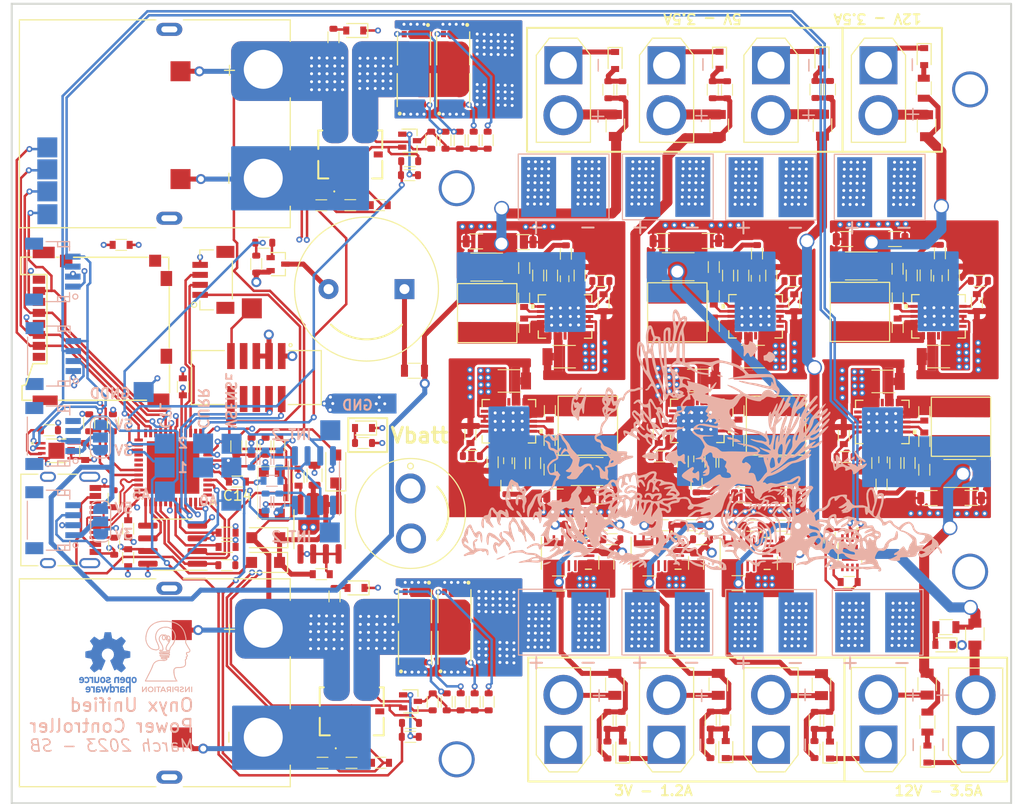
<source format=kicad_pcb>
(kicad_pcb (version 20221018) (generator pcbnew)
  (layers (0 "F.Cu" signal) (1 "In1.Cu" signal) (2 "In2.Cu" signal) (31 "B.Cu" signal) (34 "B.Paste" user) (35 "F.Paste" user) (36 "B.SilkS" user "B.Silkscreen") (37 "F.SilkS" user "F.Silkscreen") (38 "B.Mask" user) (39 "F.Mask" user) (44 "Edge.Cuts" user))
  (net 0 "")
  (net 1 "3-3V_1")
  (net 2 "GNDD")
  (net 3 "+3V3")
  (net 4 "Net-(U2-VOUT)")
  (net 5 "+BATT")
  (net 6 "Net-(U3-VOUT)")
  (net 7 "3-3V_2")
  (net 8 "3-3V_3")
  (net 9 "5V_3")
  (net 10 "5V_2")
  (net 11 "12V_3")
  (net 12 "12V_2")
  (net 13 "VUSB")
  (net 14 "Net-(U9-VCC)")
  (net 15 "Net-(U11-VCC)")
  (net 16 "Net-(U9-SS)")
  (net 17 "Net-(U12-VCC)")
  (net 18 "Net-(U11-SS)")
  (net 19 "Net-(U34-BYP)")
  (net 20 "/processor/FLASH_CS")
  (net 21 "/processor/FLASH_MISO")
  (net 22 "/processor/FLASH_MOSI")
  (net 23 "/processor/FLASH_SCK")
  (net 24 "Net-(U12-SS)")
  (net 25 "/batt_ctl/BATT_2_CURR")
  (net 26 "/batt_ctl/BATT_1_INT")
  (net 27 "/batt_ctl/BATT_1_VSENSE")
  (net 28 "/batt_ctl/BATT_1_CURR")
  (net 29 "/batt_ctl/BATT_2_VSENSE")
  (net 30 "/A0_SENSE")
  (net 31 "Net-(U9-BST)")
  (net 32 "Net-(U11-BST)")
  (net 33 "Net-(U9-FB)")
  (net 34 "Net-(U9-CF)")
  (net 35 "/SERIAL1_TX")
  (net 36 "/SERIAL1_RX")
  (net 37 "/MOSI")
  (net 38 "/SCK")
  (net 39 "/MISO")
  (net 40 "Net-(U11-FB)")
  (net 41 "/SD_CS")
  (net 42 "Net-(U11-CF)")
  (net 43 "/BUZZER")
  (net 44 "/batt_ctl/BATT_1_CTL")
  (net 45 "/batt_ctl/BATT_2_CTL")
  (net 46 "Net-(U12-BST)")
  (net 47 "Net-(U12-FB)")
  (net 48 "/SDA")
  (net 49 "/SCL")
  (net 50 "/USB_D-")
  (net 51 "/USB_D+")
  (net 52 "/~{RESET_RAW}")
  (net 53 "Net-(U12-CF)")
  (net 54 "/SWCLK")
  (net 55 "/SWDIO")
  (net 56 "/A5_SENSE")
  (net 57 "Net-(U29-VCC)")
  (net 58 "Net-(U30-VCC)")
  (net 59 "Net-(U31-VCC)")
  (net 60 "Net-(U29-SS)")
  (net 62 "Net-(U30-SS)")
  (net 64 "Net-(U31-SS)")
  (net 65 "Net-(U29-BST)")
  (net 66 "Net-(U30-BST)")
  (net 67 "Net-(U30-FB)")
  (net 68 "Net-(U30-CF)")
  (net 69 "Net-(U29-FB)")
  (net 70 "Net-(U29-CF)")
  (net 73 "Net-(U31-BST)")
  (net 74 "Net-(U31-FB)")
  (net 75 "Net-(U31-CF)")
  (net 76 "Net-(D3-A)")
  (net 77 "Net-(D4-A)")
  (net 78 "Net-(D5-A)")
  (net 79 "Net-(D6-A)")
  (net 80 "Net-(D7-A)")
  (net 81 "Net-(D8-A)")
  (net 82 "Net-(D9-A)")
  (net 83 "Net-(D10-A)")
  (net 84 "Net-(D11-A)")
  (net 85 "Net-(D14-A)")
  (net 86 "Net-(D15-A)")
  (net 87 "Net-(D16-A)")
  (net 88 "Net-(U17-+)")
  (net 89 "Net-(U18-+)")
  (net 90 "Net-(U19-+)")
  (net 91 "Net-(U20-+)")
  (net 92 "Net-(U21-+)")
  (net 93 "Net-(U22-+)")
  (net 94 "Net-(U23-+)")
  (net 95 "Net-(U24-+)")
  (net 96 "Net-(U25-+)")
  (net 110 "Net-(U1-GNDDetect)")
  (net 111 "Net-(Q1-D)")
  (net 112 "Net-(Q2-D)")
  (net 113 "BATT_1_PWR")
  (net 114 "BATT_2_PWR")
  (net 115 "Net-(Q3-G)")
  (net 116 "Net-(Q4-G)")
  (net 117 "Net-(Q5-G)")
  (net 118 "Net-(Q6-G)")
  (net 119 "Net-(Q7-D)")
  (net 120 "Net-(Q9-G)")
  (net 121 "Net-(Q10-D)")
  (net 123 "GND")
  (net 124 "Net-(Q10-G)")
  (net 125 "Net-(Q11-G)")
  (net 126 "Net-(Q12-G)")
  (net 127 "Net-(U9-~{RESET})")
  (net 128 "Net-(U9-RT)")
  (net 129 "Net-(U11-~{RESET})")
  (net 130 "Net-(C37-Pad1)")
  (net 131 "Net-(U10-CC2)")
  (net 132 "Net-(C38-Pad1)")
  (net 133 "Net-(U10-CC1)")
  (net 134 "Net-(U4-EN)")
  (net 135 "Net-(U5-EN)")
  (net 136 "Net-(U6-EN)")
  (net 137 "Net-(U4-FB)")
  (net 138 "Net-(U5-FB)")
  (net 139 "5V_1")
  (net 140 "Net-(C43-Pad1)")
  (net 141 "Net-(U6-FB)")
  (net 142 "Net-(U13-OS)")
  (net 143 "Net-(SP1-+)")
  (net 144 "Net-(U11-RT)")
  (net 145 "Net-(U14-OS)")
  (net 146 "Net-(U12-~{RESET})")
  (net 147 "Net-(U12-RT)")
  (net 148 "Net-(U29-~{RESET})")
  (net 149 "Net-(U29-RT)")
  (net 150 "Net-(U30-~{RESET})")
  (net 151 "Net-(U30-RT)")
  (net 152 "Net-(U31-~{RESET})")
  (net 153 "Net-(C68-Pad1)")
  (net 154 "Net-(U31-RT)")
  (net 155 "Net-(C69-Pad1)")
  (net 161 "Net-(C72-Pad1)")
  (net 165 "12V_1")
  (net 166 "/batt_ctl/BATT_2_INT")
  (net 216 "Net-(J3-Pad1)")
  (net 217 "Net-(J4-Pad1)")
  (net 218 "Net-(Q3-D)")
  (net 219 "Net-(Q1-G)")
  (net 220 "Net-(Q2-G)")
  (net 221 "Net-(Q7-G)")
  (net 222 "Net-(U42-B+)")
  (net 223 "Net-(U42-A+)")
  (net 224 "Net-(U42-A-)")
  (net 225 "Net-(#FLG01-pwr)")
  (net 226 "Net-(#FLG0108-pwr)")
  (net 227 "Net-(#FLG0101-pwr)")
  (net 228 "Net-(#FLG0109-pwr)")
  (net 229 "Net-(#FLG02-pwr)")
  (net 230 "Net-(#FLG0106-pwr)")
  (net 231 "Net-(#FLG0105-pwr)")
  (net 232 "Net-(#FLG0107-pwr)")
  (footprint "0_misc:plated_hole_3.0x3.6mm" (layer "F.Cu") (at 245.9 108.565)
    (fp_text reference "U28" hide)
    (fp_text value "Mounting-holes" hide)
  )
  (footprint "2_Passives_Resistors_SMD_IPC:R_1608_603_B" (layer "F.Cu") (at 233.3875 145.355 180)
    (fp_text reference "R84" hide)
    (fp_text value "10k")
  )
  (footprint "2_Passives_Capacitors_SMD_IPC:C_1608_603_B" (layer "F.Cu") (at 220.25 129.245 90)
    (fp_text reference "C65" hide)
    (fp_text value "0.1u")
  )
  (footprint "5_Connectors_AMASS:AMASS_XT30U-F_1x02_P5.0mm_Vertical" (layer "F.Cu") (at 225.975 106.15 -90)
    (fp_text reference "U22" hide)
    (fp_text value "XT30_V")
  )
  (footprint "2_Passives_Resistors_SMD_IPC:R_2012_805_A" (layer "F.Cu") (at 210.4 112.175 -90)
    (fp_text reference "F4" hide)
    (fp_text value "Polyfuse_Small")
  )
  (footprint "0_misc:test_point_2mm_square" (layer "F.Cu") (at 167.02 162.67)
    (fp_text reference "TP17" hide)
    (fp_text value "TEST")
  )
  (footprint "2_Passives_Capacitors_SMD_IPC:C_1608_603_B" (layer "F.Cu") (at 239.84 145.95 -90)
    (fp_text reference "R85" hide)
    (fp_text value "40k2")
  )
  (footprint "2_Passives_Capacitors_SMD_IPC:C_2012_805_B" (layer "F.Cu") (at 219.73 123.73 180)
    (fp_text reference "C26" hide)
    (fp_text value "10u")
  )
  (footprint "2_Passives_Resistors_SMD_IPC:R_1608_603_B" (layer "F.Cu") (at 175.4 144.275 90)
    (fp_text reference "R18" hide)
    (fp_text value "4k7")
  )
  (footprint "2_Passives_Capacitors_SMD_IPC:C_1608_603_B" (layer "F.Cu") (at 233.795 157.86)
    (fp_text reference "C29" hide)
    (fp_text value "0.1u")
  )
  (footprint "hot_swap_footprints:24_WFQFN" (layer "F.Cu") (at 205.3675 131.290001 90)
    (fp_text reference "U9" hide)
    (fp_text value "MAX17573")
  )
  (footprint "1_Semi_Discrete_Diodes_SMD:D_0603" (layer "F.Cu") (at 241.625 175.075 90)
    (fp_text reference "D16" hide)
    (fp_text value "LED")
  )
  (footprint "0_misc:test_point_1.0mm_square" (layer "F.Cu") (at 171.95 141.625)
    (fp_text reference "TP1" hide)
    (fp_text value "TEST" hide)
  )
  (footprint "1_Semi_Discrete_Diodes_SMD:D_0603" (layer "F.Cu") (at 241.3 105.285 -90)
    (fp_text reference "D15" hide)
    (fp_text value "LED")
  )
  (footprint "2_Passives_Resistors_SMD_IPC:R_2012_805_A" (layer "F.Cu") (at 231.025 168.125 90)
    (fp_text reference "F1" hide)
    (fp_text value "Polyfuse_Small")
  )
  (footprint "1_Semi_TO_SOT:SOT-323FL" (layer "F.Cu") (at 190.635 169.8)
    (fp_text reference "Q1" hide)
    (fp_text value "Q_NMOS_GSD")
  )
  (footprint "2_Passives_Capacitors_SMD_IPC:C_1608_603_B" (layer "F.Cu") (at 221.68 127.2 90)
    (fp_text reference "R81" hide)
    (fp_text value "40k2")
  )
  (footprint "2_Passives_Capacitors_SMD_IPC:C_1608_603_B" (layer "F.Cu") (at 198.1225 145.875 -90)
    (fp_text reference "C31" hide)
    (fp_text value "5n6")
  )
  (footprint "2_Passives_Resistors_SMD_IPC:R_2012_805_B" (layer "F.Cu") (at 190.3 136.72 180)
    (fp_text reference "R51" hide)
    (fp_text value "500")
  )
  (footprint "1_Semi_Discrete_Diodes_SMD:D_SOD-123F" (layer "F.Cu") (at 175.425 153.425 180)
    (fp_text reference "D2" hide)
    (fp_text value "D_Schottky")
  )
  (footprint "2_Passives_Resistors_SMD_IPC:R_1608_603_B" (layer "F.Cu") (at 171.525 156.175 180)
    (fp_text reference "R1" hide)
    (fp_text value "10k")
  )
  (footprint "0_misc:test_point_2mm_square" (layer "F.Cu") (at 166.89 117.54)
    (fp_text reference "TP20" hide)
    (fp_text value "TEST")
  )
  (footprint "2_Passives_Resistors_SMD_IPC:R_1608_603_B" (layer "F.Cu") (at 211.1 108.6 90)
    (fp_text reference "R45" hide)
    (fp_text value "300")
  )
  (footprint "2_Passives_Capacitors_SMD_IPC:C_1608_603_B" (layer "F.Cu") (at 203.8225 143.65 -90)
    (fp_text reference "C35" hide)
    (fp_text value "0.1u")
  )
  (footprint "2_Passives_Capacitors_SMD_IPC:C_3225_1210_B" (layer "F.Cu") (at 244.86 147 180)
    (fp_text reference "C58" hide)
    (fp_text value "22u")
  )
  (footprint "2_Passives_Capacitors_SMD_IPC:C_2012_805_B" (layer "F.Cu") (at 241.96 149.46)
    (fp_text reference "C74" hide)
    (fp_text value "10u")
  )
  (footprint "2_Passives_Capacitors_SMD_IPC:C_1608_603_B" (layer "F.Cu") (at 238.65 132.35 90)
    (fp_text reference "C69" hide)
    (fp_text value "0.1u")
  )
  (footprint "2_Passives_Capacitors_SMD_IPC:C_1608_603_B" (layer "F.Cu") (at 220.25 132.245 90)
    (fp_text reference "C68" hide)
    (fp_text value "0.1u")
  )
  (footprint "2_Passives_Capacitors_SMD_IPC:C_3216_1206_A" (layer "F.Cu") (at 237.21 137.79)
    (fp_text reference "C55" hide)
    (fp_text value "4u7")
  )
  (footprint "hot_swap_footprints:24_WFQFN" (layer "F.Cu") (at 224.435 131.269999 90)
    (fp_text reference "U29" hide)
    (fp_text value "MAX17573")
  )
  (footprint "hot_swap_footprints:XGL6060" (layer "F.Cu") (at 207.6475 142.225 -90)
    (fp_text reference "L2" hide)
    (fp_text value "6u8")
  )
  (footprint "2_Passives_Capacitors_SMD_IPC:C_3225_1210_B" (layer "F.Cu") (at 207.575 146.8 180)
    (fp_text reference "C6" hide)
    (fp_text value "22u")
  )
  (footprint "2_Passives_Capacitors_SMD_IPC:C_1005_402_A" (layer "F.Cu") (at 237.1875 145.63 90)
    (fp_text reference "C73" hide)
    (fp_text value "OPEN")
  )
  (footprint "2_Passives_Resistors_SMD_IPC:R_1608_603_B" (layer "F.Cu") (at 189.88 173.35 180)
    (fp_text reference "R25" hide)
    (fp_text value "300")
  )
  (footprint "2_Passives_Resistors_SMD_IPC:R_1608_603_B" (layer "F.Cu") (at 200.8725 145.975 90)
    (fp_text reference "R77" hide)
    (fp_text value "28k")
  )
  (footprint "hot_swap_footprints:24_WFQFN" (layer "F.Cu") (at 218.6 141.735 -90)
    (fp_text reference "U12" hide)
    (fp_text value "MAX17573")
  )
  (footprint "2_Passives_Resistors_SMD_IPC:R_1608_603_B" (layer "F.Cu") (at 189.8 117.15)
    (fp_text reference "R62" hide)
    (fp_text value "300")
  )
  (footprint "2_Passives_Capacitors_SMD_IPC:C_1608_603_B" (layer "F.Cu") (at 228.3 129.92 -90)
    (fp_text reference "C59" hide)
    (fp_text value "2u2")
  )
  (footprint "5_Connectors_AMASS:AMASS_XT30U-F_1x02_P5.0mm_Vertical" (layer "F.Cu") (at 225.975 174.15 90)
    (fp_text reference "U17" hide)
    (fp_text value "XT30_V")
  )
  (footprint "2_Passives_Resistors_SMD_IPC:R_2012_805_B" (layer "F.Cu") (at 241.2625 108.45 -90)
    (fp_text reference "R69" hide)
    (fp_text value "500")
  )
  (footprint "2_Passives_Resistors_SMD_IPC:R_1608_603_B" (layer "F.Cu") (at 209.625 171.7 -90)
    (fp_text reference "R59" hide)
    (fp_text value "300")
  )
  (footprint "2_Passives_Resistors_SMD_IPC:R_1608_603_B" (layer "F.Cu") (at 195.9975 145.25 180)
    (fp_text reference "R4" hide)
    (fp_text value "10k")
  )
  (footprint "2_Passives_Capacitors_SMD_IPC:C_3225_1210_B" (layer "F.Cu") (at 216.69 126.31)
    (fp_text reference "C21" hide)
    (fp_text value "22u")
  )
  (footprint "5_Connectors_misc:Stemma_QT_V" (layer "F.Cu") (at 168.85 127.625 90)
    (fp_text reference "J1" hide)
    (fp_text value "header_01x04")
  )
  (footprint "2_Passives_Capacitors_SMD_IPC:C_1608_603_B" (layer "F.Cu") (at 214.75 143.085 90)
    (fp_text reference "C28" hide)
    (fp_text value "2u2")
  )
  (footprint "2_Passives_Capacitors_SMD_IPC:C_2012_805_B" (layer "F.Cu") (at 196.475 123.775)
    (fp_text reference "C50" hide)
    (fp_text value "10u")
  )
  (footprint "2_Passives_Capacitors_SMD_IPC:C_1608_603_B" (layer "F.Cu") (at 240.06 127.18 90)
    (fp_text reference "R83" hide)
    (fp_text value "40k2")
  )
  (footprint "2_Passives_Capacitors_SMD_IPC:C_1005_402_A" (layer "F.Cu") (at 224.425 127.47 -90)
    (fp_text reference "C71" hide)
    (fp_text value "OPEN")
  )
  (footprint "5_Connectors_AMASS:AMASS_XT30U-F_1x02_P5.0mm_Vertical" (layer "F.Cu") (at 205.2 106.15 -90)
    (fp_text reference "U20" hide)
    (fp_text value "XT30_V")
  )
  (footprint "1_Semi_TO_SOT:VDFN-8" (layer "F.Cu") (at 190.225 108.6375 90)
    (fp_text reference "Q10" hide)
    (fp_text value "PMOS_SGD")
  )
  (footprint "2_Passives_Capacitors_SMD_IPC:C_1005_402_A" (layer "F.Cu") (at 242.675 127.475 -90)
    (fp_text reference "C70" hide)
    (fp_text value "OPEN")
  )
  (footprint "2_Passives_Resistors_SMD_IPC:R_1608_603_B" (layer "F.Cu") (at 191.975 113.65 -90)
    (fp_text reference "R28" hide)
    (fp_text value "1k")
  )
  (footprint "2_Passives_Capacitors_SMD_IPC:C_1608_603_B" (layer "F.Cu") (at 221.3 145.84 -90)
    (fp_text reference "R73" hide)
    (fp_text value "40k2")
  )
  (footprint "2_Passives_Capacitors_SMD_IPC:C_3225_1210_B" (layer "F.Cu") (at 235.01 126.23)
    (fp_text reference "C52" hide)
    (fp_text value "22u")
  )
  (footprint "2_Passives_Resistors_SMD_IPC:R_1608_603_B" (layer "F.Cu") (at 209.7 108.6 90)
    (fp_text reference "R44" hide)
    (fp_text value "300")
  )
  (footprint "2_Passives_Resistors_SMD_IPC:R_1608_603_B" (layer "F.Cu") (at 160.25 154.275 90)
    (fp_text reference "R8" hide)
    (fp_text value "5k1")
  )
  (footprint "2_Passives_Resistors_SMD_IPC:R_1608_603_B" (layer "F.Cu") (at 204.0675 127.19 -90)
    (fp_text reference "R74" hide)
    (fp_text value "28k")
  )
  (footprint "2_Passives_Resistors_SMD_IPC:R_1608_603_B" (layer "F.Cu") (at 193.4 113.65 -90)
    (fp_text reference "R55" hide)
    (fp_text value "1k")
  )
  (footprint "1_Semi_TO_SOT:7-LR-PSOF" (layer "F.Cu") (at 184.025 170.85)
    (fp_text reference "U2" hide)
    (fp_text value "ACS781" hide)
  )
  (footprint "2_Passives_Capacitors_SMD_IPC:C_1608_603_B" (layer "F.Cu") (at 160.95 124.125 180)
    (fp_text reference "C81" hide)
    (fp_text value "0.1u")
  )
  (footprint "2_Passives_Resistors_SMD_IPC:R_1608_603_B" (layer "F.Cu") (at 181.1 175.95)
    (fp_text reference "R7" hide)
    (fp_text value "4k7")
  )
  (footprint "1_Semi_Discrete_Diodes_SMD:D_0603" (layer "F.Cu") (at 210.375 105.675 -90)
    (fp_text reference "D9" hide)
    (fp_text value "LED")
  )
  (footprint "2_Passives_Resistors_SMD_IPC:R_1608_603_B" (layer "F.Cu") (at 192.125 169.85 -90)
    (fp_text reference "R12" hide)
    (fp_text value "1k")
  )
  (footprint "2_Passives_Capacitors_SMD_IPC:C_1608_603_B" (layer "F.Cu") (at 226 127.195 90)
    (fp_text reference "C62" hide)
    (fp_text value "5n6")
  )
  (footprint "2_Passives_Resistors_SMD_IPC:R_1608_603_B" (layer "F.Cu") (at 199.4975 148.225 -90)
    (fp_text reference "R76" hide)
    (fp_text value "127k")
  )
  (footprint "2_Passives_Resistors_SMD_IPC:R_1608_603_B" (layer "F.Cu") (at 174 144.275 -90)
    (fp_text reference "R19" hide)
    (fp_text value "22k")
  )
  (footprint "2_Passives_Capacitors_SMD_IPC:C_2012_805_B" (layer "F.Cu") (at 223.33 149.18)
    (fp_text reference "C49" hide)
    (fp_text value "47u")
  )
  (footprint "2_Passives_Capacitors_SMD_IPC:C_1608_603_B" (layer "F.Cu") (at 171.55 154.35)
    (fp_text reference "C2" hide)
    (fp_text value "1u")
  )
  (footprint "2_Passives_Capacitors_SMD_IPC:C_1608_603_B" (layer "F.Cu") (at 180.975 157.075 180)
    (fp_text reference "C33" hide)
    (fp_text value "1u")
  )
  (footprint "2_Passives_Capacitors_SMD_IPC:C_1608_603_B" (layer "F.Cu") (at 178.7 147.37 90)
    (fp_text reference "C34" hide)
    (fp_text value "100p")
  )
  (footprint "2_Passives_Resistors_SMD_IPC:R_2012_805_B" (layer "F.Cu") (at 243.475 162.375)
    (fp_text reference "R68" hide)
    (fp_text value "500")
  )
  (footprint "2_Passives_Capacitors_SMD_IPC:C_2012_805_B" (layer "F.Cu") (at 233.51 123.54)
    (fp_text reference "C56" hide)
    (fp_text value "10u")
  )
  (footprint "2_Passives_Resistors_SMD_IPC:R_1608_603_B" (layer "F.Cu") (at 237.0375 148.105 -90)
    (fp_text reference "R93" hide)
    (fp_text value "124k")
  )
  (footprint "2_Passives_Resistors_SMD_IPC:R_1608_603_B" (layer "F.Cu") (at 160.2 149.525 90)
    (fp_text reference "R10" hide)
    (fp_text value "5k1")
  )
  (footprint "2_Passives_Capacitors_SMD_IPC:C_1608_603_B" (layer "F.Cu") (at 171.55 152.925 180)
    (fp_text reference "C9" hide)
    (fp_text value "0.1u")
  )
  (footprint "1_Semi_Discrete_Diodes_SMD:D_0603" (layer "F.Cu") (at 243.275 164.15 180)
    (fp_text reference "D14" hide)
    (fp_text value "LED")
  )
  (footprint "2_Passives_Capacitors_SMD_IPC:C_3225_1210_B" (layer "F.Cu") (at 197.525 126.35)
    (fp_text reference "C42" hide)
    (fp_text value "22u")
  )
  (footprint "2_Passives_Resistors_SMD_IPC:R_1608_603_B" (layer "F.Cu") (at 219.925 145.835 90)
    (fp_text reference "R79" hide)
    (fp_text value "28k")
  )
  (footprint "hot_swap_footprints:XGL6060" (layer "F.Cu") (at 226.475 142.21 -90)
    (fp_text reference "L3" hide)
    (fp_text value "6u8")
  )
  (footprint "5_Connectors_AMASS:AMASS_XT30U-F_1x02_P5.0mm_Vertical" (layer "F.Cu") (at 246.45 174.175 90)
    (fp_text reference "U23" hide)
    (fp_text value "XT30_V")
  )
  (footprint "hot_swap_footprints:XGL6060" (layer "F.Cu") (at 216.6 130.865 90)
    (fp_text reference "L4" hide)
    (fp_text value "15u")
  )
  (footprint "2_Passives_Resistors_SMD_IPC:R_1608_603_B" (layer "F.Cu") (at 208.9475 127.74)
    (fp_text reference "R2" hide)
    (fp_text value "10k")
  )
  (footprint "2_Passives_Resistors_SMD_IPC:R_1608_603_B" (layer "F.Cu") (at 238.4125 145.955 -90)
    (fp_text reference "R94" hide)
    (fp_text value "10k")
  )
  (footprint "2_Passives_Resistors_SMD_IPC:R_1608_603_B" (layer "F.Cu") (at 197.625 113.65 -90)
    (fp_text reference "R57" hide)
    (fp_text value "1k")
  )
  (footprint "2_Passives_Resistors_SMD_IPC:R_1608_603_B" (layer "F.Cu") (at 246.825 127.725)
    (fp_text reference "R82" hide)
    (fp_text value "10k")
  )
  (footprint "2_Passives_Resistors_SMD_IPC:R_1608_603_B" (layer "F.Cu") (at 203.82 146.61 90)
    (fp_text reference "R71" hide)
    (fp_text value "4.7")
  )
  (footprint "2_Passives_Resistors_SMD_IPC:R_1608_603_B" (layer "F.Cu") (at 157.75 141.925 90)
    (fp_text reference "R98" hide)
    (fp_text value "4k7")
  )
  (footprint "2_Passives_Resistors_SMD_IPC:R_1608_603_B" (layer "F.Cu") (at 230.425 108.575 90)
    (fp_text reference "R60" hide)
    (fp_text value "300")
  )
  (footprint "0_misc:THT_470uF_Cap" (layer "F.Cu") (at 189.9 151 -90)
    (fp_text reference "C5" hide)
    (fp_text value "470u")
  )
  (footprint "2_Passives_Capacitors_SMD_IPC:C_1608_603_B" (layer "F.Cu") (at 202.68 127.19 90)
    (fp_text reference "R3" hide)
    (fp_text value "40k2")
  )
  (footprint "hot_swap_footprints:XGL6060" (layer "F.Cu") (at 197.5775 130.95 90)
    (fp_text reference "L1" hide)
    (fp_text value "6u8" hide)
  )
  (footprint "2_Passives_Capacitors_SMD_IPC:C_2012_805_B" (layer "F.Cu") (at 208.75 149.3 180)
    (fp_text reference "C48" hide)
    (fp_text value "10u")
  )
  (footprint "5_Connectors_AMASS:AMASS_XT30U-F_1x02_P5.0mm_Vertical" (layer "F.Cu") (at 215.525 174.15 90)
    (fp_text reference "U18" hide)
    (fp_text value "XT30_V")
  )
  (footprint "2_Passives_Capacitors_SMD_IPC:C_1608_603_B" (layer "F.Cu") (at 235.5125 145.955 -90)
    (fp_text reference "C64" hide)
    (fp_text value "5n6")
  )
  (footprint "2_Passives_Resistors_SMD_IPC:R_1608_603_B" (layer "F.Cu") (at 172.475 144.275 90)
    (fp_text reference "R20" hide)
    (fp_text value "4k7")
  )
  (footprint "5_Connectors_misc:ARM-SWD-10" (layer "F.Cu") (at 179.9 137.4 -90)
    (fp_text reference "U1" hide)
    (fp_text value "ARM-SWD-10")
  )
  (footprint "2_Passives_Resistors_SMD_IPC:R_2012_805_A" (layer "F.Cu") (at 241.5375 112.2 -90)
    (fp_text reference "F8" hide)
    (fp_text value "Polyfuse_Small")
  )
  (footprint "2_Passives_Resistors_SMD_IPC:R_1608_603_B" (layer "F.Cu") (at 226.961625 152.22325 180)
    (fp_text reference "R32" hide)
    (fp_text value "102k")
  )
  (footprint "2_Passives_Resistors_SMD_IPC:R_1608_603_B" (layer "F.Cu") (at 196.225 113.65 -90)
    (fp_text reference "R54" hide)
    (fp_text value "1k")
  )
  (footprint "2_Passives_Capacitors_SMD_IPC:C_1608_603_B" (layer "F.Cu") (at 217.15 145.81 -90)
    (fp_text reference "C36" hide)
    (fp_text value "5n6")
  )
  (footprint "2_Passives_Capacitors_SMD_IPC:C_1608_603_B" (layer "F.Cu") (at 206.8275 127.19 90)
    (fp_text reference "C27" hide)
    (fp_text value "5n6")
  )
  (footprint "2_Passives_Resistors_SMD_IPC:R_1608_603_B" (layer "F.Cu") (at 185.2 143.95 180)
    (fp_text reference "R15" hide)
    (fp_text value "470")
  )
  (footprint "2_Passives_Resistors_SMD_IPC:R_1608_603_B" (layer "F.Cu") (at 218.525 148.035 -90)
    (fp_text reference "R78" hide)
    (fp_text value "127k")
  )
  (footprint "hot_swap_footprints:XGL6060" (layer "F.Cu") (at 234.875 130.825 90)
    (fp_text reference "L5" hide)
    (fp_text value "15u")
  )
  (footprint "2_Passives_Resistors_SMD_IPC:R_1608_603_B" (layer "F.Cu") (at 231.875 108.575 90)
    (fp_text reference "R61" hide)
    (fp_text value "300")
  )
  (footprint "2_Passives_Capacitors_SMD_IPC:C_1608_603_B" (layer "F.Cu") (at 186.9 175.95)
    (fp_text reference "C4" hide)
    (fp_text value "1u")
  )
  (footprint "2_Passives_Capacitors_SMD_IPC:C_1608_603_B" (layer "F.Cu") (at 244.275 127.15 90)
    (fp_text reference "C63" hide)
    (fp_text value "5n6")
  )
  (footprint "2_Passives_Resistors_SMD_IPC:R_2012_805_A" (layer "F.Cu") (at 246.375 163.075 90)
    (fp_text reference "F7" hide)
    (fp_text value "Polyfuse_Small")
  )
  (footprint "2_Passives_Capacitors_SMD_IPC:C_2012_805_B" (layer "F.Cu") (at 238.38 123.54 180)
    (fp_text reference "C57" hide)
    (fp_text value "10u")
  )
  (footprint "2_Passives_Capacitors_SMD_IPC:C_1608_603_B" (layer "F.Cu") (at 172.58 147.81 180)
    (fp_text reference "C14")
    (fp_text value "0.1u")
  )
  (footprint "1_Semi_TO_SOT:7-LR-PSOF" (layer "F.Cu") (at 183.875 115.125)
    (fp_text reference "U3" hide)
    (fp_text value "ACS781" hide)
  )
  (footprint "2_Passives_Resistors_SMD_IPC:R_1608_603_B" (layer "F.Cu") (at 175.22 123.91 180)
    (fp_text reference "R63" hide)
    (fp_text value "300")
  )
  (footprint "2_Passives_Capacitors_SMD_IPC:C_1005_402_A" (layer "F.Cu") (at 218.675 145.535 90)
    (fp_text reference "C45" hide)
    (fp_text value "OPEN")
  )
  (footprint "2_Passives_Resistors_SMD_IPC:R_1608_603_B" (layer "F.Cu") (at 215.15 152.175 180)
    (fp_text reference "R35" hide)
    (fp_text value "32.4k")
  )
  (footprint "1_Semi_TO_SOT:SOT-323FL" (layer "F.Cu") (at 177.375 126.05)
    (fp_text reference "Q7" hide)
    (fp_text value "Q_NMOS_GSD")
  )
  (footprint "2_Passives_Capacitors_SMD_IPC:C_1005_402_A" (layer "F.Cu") (at 199.6475 145.725 90)
    (fp_text reference "C40" hide)
    (fp_text value "OPEN")
  )
  (footprint "2_Passives_Resistors_SMD_IPC:R_1608_603_B" (layer "F.Cu") (at 238.64 126.52 -90)
    (fp_text reference "R87" hide)
    (fp_text value "4.7")
  )
  (footprint "2_Passives_Resistors_SMD_IPC:R_1608_603_B" (layer "F.Cu") (at 210.05 153.575 180)
    (fp_text reference "R31" hide)
    (fp_text value "75k")
  )
  (footprint "3_Electromechanical_Buttons_Switches_SMD:KMR243GLFG" (layer "F.Cu") (at 177.45 148.925 -90)
    (fp_text reference "SW1" hide)
    (fp_text value "SW_Push")
  )
  (footprint "5_Connectors_AMASS:AMASS_XT90PW-M_Horizontal" (layer "F.Cu") (at 163.13 112 90)
    (fp_text reference "U16" hide)
    (fp_text value "XT90PW-M")
  )
  (footprint "2_Passives_Capacitors_SMD_IPC:C_2012_805_B" (layer "F.Cu") (at 201.16 123.85 180)
    (fp_text reference "C46" hide)
    (fp_text value "47u")
  )
  (footprint "2_Passives_Capacitors_SMD_IPC:C_1608_603_B" (layer "F.Cu") (at 195.8975 143.1 90)
    (fp_text reference "C25" hide)
    (fp_text value "2u2")
  )
  (footprint "2_Passives_Resistors_SMD_IPC:R_1608_603_B" (layer "F.Cu") (at 221.575 108.6 90)
    (fp_text reference "R46" hide)
    (fp_text value "300")
  )
  (footprint "2_Passives_Resistors_SMD_IPC:R_1608_603_B" (layer "F.Cu") (at 231.845 153.425 -90)
    (fp_text reference "R48" hide)
    (fp_text value "10k")
  )
  (footprint "2_Passives_Capacitors_SMD_IPC:C_1608_603_B" (layer "F.Cu") (at 183.875 120.15 180)
    (fp_text reference "C7" hide)
    (fp_text value "0.1u")
  )
  (footprint "1_Semi_TO_SOT:SOT-323FL" (layer "F.Cu") (at 190.55 113.7)
    (fp_text reference "Q2" hide)
    (fp_text value "Q_NMOS_GSD")
  )
  (footprint "2_Passives_Resistors_SMD_IPC:R_1608_603_B" (layer "F.Cu") (at 206.2 152.125 180)
    (fp_text reference "R37" hide)
    (fp_text value "32.4k")
  )
  (footprint "2_Passives_Capacitors_SMD_IPC:C_3216_1206_A" (layer "F.Cu") (at 205.26 135.31 180)
    (fp_text reference "C18" hide)
    (fp_text value "4u7")
  )
  (footprint "2_Passives_Capacitors_SMD_IPC:C_2012_805_B" (layer "F.Cu") (at 204.75 158 180)
    (fp_text reference "C22" hide)
    (fp_text value "10u")
  )
  (footprint "2_Passives_Resistors_SMD_IPC:R_2012_805_A" (layer "F.Cu") (at 231.125 112.15 -90)
    (fp_text reference "F6" hide)
    (fp_text value "Polyfuse_Small")
  )
  (footprint "0_misc:plated_hole_3.0x3.6mm" (layer "F.Cu") (at 245.9 156.825)
    (fp_text reference "U27" hide)
    (fp_text value "Mounting-holes" hide)
  )
  (footprint "2_Passives_Capacitors_SMD_IPC:C_2012_805_B" (layer "F.Cu") (at 213.8 158 180)
    (fp_text reference "C16" hide)
    (fp_text value "10u")
  )
  (footprint "2_Passives_Resistors_SMD_IPC:R_1608_603_B" (layer "F.Cu") (at 194.825 113.65 -90)
    (fp_text reference "R56" hide)
    (fp_text value "1k")
  )
  (footprint "2_Passives_Capacitors_SMD_IPC:C_2012_805_B" (layer "F.Cu") (at 180.3 147.175 -90)
    (fp_text reference "C80" hide)
    (fp_text value "10u")
  )
  (footprint "2_Passives_Resistors_SMD_IPC:R_2012_805_A" (layer "F.Cu") (at 220.8 112.175 -90)
    (fp_text reference "F5" hide)
    (fp_text value "Polyfuse_Small")
  )
  (footprint "2_Passives_Resistors_SMD_IPC:R_2012_805_A" (layer "F.Cu") (at 220.7 168.1 90)
    (fp_text reference "F2" hide)
    (fp_text value "Polyfuse_Small")
  )
  (footprint "2_Passives_Resistors_SMD_IPC:R_1608_603_B" (layer "F.Cu") (at 193.525 169.85 -90)
    (fp_text reference "R21" hide)
    (fp_text value "1k")
  )
  (footprint "2_Passives_Resistors_SMD_IPC:R_1608_603_B" (layer "F.Cu") (at 227.911625 153.62325 180)
    (fp_text reference "R29" hide)
    (fp_text value "75k")
  )
  (footprint "1_Semi_QFN:QFN50P700X700X90-49N-D" (layer "F.Cu") (at 166.149239 146.400761 180)
    (fp_text reference "IC2" hide)
    (fp_text value "ATSAMD21G18A-MUT" hide)
  )
  (footprint "2_Passives_Resistors_SMD_IPC:R_2012_805_A" (layer "F.Cu") (at 241.6 168.075 90)
    (fp_text reference "F9" hide)
    (fp_text value "Polyfuse_Small")
  )
  (footprint "2_Passives_Capacitors_SMD_IPC:C_1608_603_B" (layer "F.Cu") (at 201.2725 129.49 90)
    (fp_text reference "C32" hide)
    (fp_text value "0.1u")
  )
  (footprint "2_Passives_Capacitors_SMD_IPC:C_1608_603_B" (layer "F.Cu") (at 201.2725 132.35 90)
    (fp_text reference "C37" hide)
    (fp_text value "0.1u")
  )
  (footprint "2_Passives_Resistors_SMD_IPC:R_1608_603_B" (layer "F.Cu") (at 201.28 126.44 -90)
    (fp_text reference "R66" hide)
    (fp_text value "4.7")
  )
  (footprint "2_Passives_Resistors_SMD_IPC:R_1608_603_B" (layer "F.Cu") (at 194.925 169.85 -90)
    (fp_text reference "R14" hide)
    (fp_text value "1k")
  )
  (footprint "2_Passives_Capacitors_SMD_IPC:C_1608_603_B" (layer "F.Cu") (at 209.2225 129.915 -90)
    (fp_text reference "C23" hide)
    (fp_text value "2u2")
  )
  (footprint "1_Semi_TO_SOT:VDFN-8" (layer "F.Cu") (at 194.175 104.4625 -90)
    (fp_text reference "Q12" hide)
    (fp_text value "PMOS_SGD")
  )
  (footprint "2_Passives_Capacitors_SMD_IPC:C_3216_1206_A" (layer "F.Cu") (at 224.18 135.3 180)
    (fp_text reference "C53" hide)
    (fp_text value "4u7")
  )
  (footprint "1_Semi_Misc:PCT2075TP_147" (layer "F.Cu") (at 233.87 154.93 -90)
    (fp_text reference "U13" hide)
    (fp_text value "PCT2075" hide)
  )
  (footprint "2_Passives_Capacitors_SMD_IPC:C_1608_603_B" (layer "F.Cu") (at 167.125 138.325 -90)
    (fp_text reference "C1" hide)
    (fp_text value "0.1u")
  )
  (footprint "1_Semi_Misc:SOIC-8_3.9x4.9mm_P1.27mm" (layer "F.Cu") (at 166.1 154.125 180)
    (fp_text reference "IC1" hide)
    (fp_text value "GD25Q16CWIGR")
  )
  (footprint "2_Passives_Resistors_SMD_IPC:R_1608_603_B" (layer "F.Cu") (at 219.95 171.675 -90)
    (fp_text reference "R43" hide)
    (fp_text value "300")
  )
  (footprint "2_Passives_Capacitors_SMD_IPC:C_2012_805_B" (layer "F.Cu") (at 209.5 155.925 -90)
    (fp_text reference "C13" hide)
    (fp_text value "10u")
  )
  (footprint "2_Passives_Capacitors_SMD_IPC:C_1608_603_B" (layer "F.Cu") (at 241.3125 143.755 -90)
    (fp_text reference "C67" hide)
    (fp_text value "0.1u")
  )
  (footprint "2_Passives_Resistors_SMD_IPC:R_1608_603_B" (layer "F.Cu") (at 214.825 145.285 180)
    (fp_text reference "R67" hide)
    (fp_text value "10k")
  )
  (footprint "2_Passives_Resistors_SMD_IPC:R_1608_603_B" (layer "F.Cu") (at 221.4 171.675 -90)
    (fp_text reference "R42" hide)
    (fp_text value "300")
  )
  (footprint "2_Passives_Capacitors_SMD_IPC:C_3216_1206_A" (layer "F.Cu") (at 242.71 135.3 180)
    (fp_text reference "C54" hide)
    (fp_text value "4u7")
  )
  (footprint "2_Passives_Resistors_SMD_IPC:R_1608_603_B" (layer "F.Cu") (at 220.25 126.345 -90)
    (fp_text reference "R86" hide)
    (fp_text value "4.7")
  )
  (footprint "2_Passives_Resistors_SMD_IPC:R_2012_805_A" (layer "F.Cu") (at 210.35 168.1 90)
    (fp_text reference "F3" hide)
    (fp_text value "Polyfuse_Small")
  )
  (footprint "2_Passives_Resistors_SMD_IPC:R_1608_603_B" (layer "F.Cu") (at 189.82 115.75 180)
    (fp_text reference "R23" hide)
    (fp_text value "10k")
  )
  (footprint "2_Passives_Resistors_SMD_IPC:R_1608_603_B" (layer "F.Cu") (at 197.725 169.85 -90)
    (fp_text reference "R13" hide)
    (fp_text value "1k")
  )
  (footprint "2_Passives_Resistors_SMD_IPC:R_1608_603_B" (layer "F.Cu") (at 220.15 108.6 90)
    (fp_text reference "R47" hide)
    (fp_text value "300")
  )
  (footprint "1_Semi_TO_SOT:VDFN-8" (layer "F.Cu") (at 194.3 160.275 -90)
    (fp_text reference "Q3" hide)
    (fp_text value "PMOS_SGD")
  )
  (footprint "1_Semi_QFN:20-PowerLQFN" (layer "F.Cu") (at 223.386625 155 -90)
    (fp_text reference "U4" hide)
    (fp_text value "MPM3610")
  )
  (footprint "2_Passives_Capacitors_SMD_IPC:C_3216_1206_A" (layer "F.Cu") (at 218.76 137.69)
    (fp_text reference "C24" hide)
    (fp_text value "4u7")
  )
  (footprint "5_Connectors_AMASS:AMASS_XT30U-F_1x02_P5.0mm_Vertical" (layer "F.Cu") (at 236.7275 106.15 -90)
    (fp_text reference "U24" hide)
    (fp_text value "XT30_V")
  )
  (footprint "1_Semi_Discrete_Diodes_SMD:D_0603" (layer "F.Cu") (at 220.825 105.65 -90)
    (fp_text reference "D10" hide)
    (fp_text value "LED")
  )
  (footprint "2_Passives_Resistors_SMD_IPC:R_1608_603_B" (layer "F.Cu") (at 209.075 152.125 180)
    (fp_text reference "R36" hide)
    (fp_text value "102k")
  )
  (footprint "2_Passives_Resistors_SMD_IPC:R_1608_603_B" (layer "F.Cu") (at 205.4475 125.02 90)
    (fp_text reference "R72" hide)
    (fp_text value "127k")
  )
  (footprint "hot_swap_footprints:24_WFQFN" (layer "F.Cu") (at 237.1125 141.845 -90)
    (fp_text reference "U31" hide)
    (fp_text value "MAX17573")
  )
  (footprint "2_Passives_Capacitors_SMD_IPC:C_1608_603_B" (layer "F.Cu") (at 161.65 152.525 90)
    (fp_text reference "C17" hide)
    (fp_text value "0.1u")
  )
  (footprint "1_Semi_Discrete_Diodes_SMD:D_0603" (layer "F.Cu") (at 211.15 174.675 90)
    (fp_text reference "D6" hide)
    (fp_text value "LED")
  )
  (footprint "5_Connectors_AMASS:AMASS_XT30U-F_1x02_P5.0mm_Vertical" (layer "F.Cu") (at 236.725 174.125 90)
    (fp_text reference "U25" hide)
    (fp_text value "XT30_V")
  )
  (footprint "1_Semi_Discrete_Diodes_SMD:D_SOD-123F" (layer "F.Cu") (at 175.4 155.9 180)
    (fp_text reference "D1" hide)
    (fp_text value "D_Schottky")
  )
  (footprint "2_Passives_Capacitors_SMD_IPC:C_1608_603_B" (layer "F.Cu") (at 222.725 140.76 -90)
    (fp_text reference "C43" hide)
    (fp_text value "0.1u")
  )
  (footprint "2_Passives_Capacitors_SMD_IPC:C_1608_603_B" (layer "F.Cu") (at 203.8475 140.75 -90)
    (fp_text reference "C38" hide)
    (fp_text value "0.1u")
  )
  (footprint "1_Semi_Discrete_Diodes_SMD:D_0603" (layer "F.Cu") (at 184.45 158.45 180)
    (fp_text reference "D3" hide)
    (fp_text value "LED")
  )
  (footprint "0_misc:test_point_2mm_square" (layer "F.Cu") (at 166.89 106.75)
    (fp_text reference "TP18" hide)
    (fp_text value "TEST")
  )
  (footprint "2_Passives_Resistors_SMD_IPC:R_1608_603_B" (layer "F.Cu") (at 230.35 171.7 -90)
    (fp_text reference "R40" hide)
    (fp_text value "300")
  )
  (footprint "2_Passives_Capacitors_SMD_IPC:C_2012_805_B" (layer "F.Cu") (at 204.54 149.3)
    (fp_text reference "C44" hide)
    (fp_text value "47u")
  )
  (footprint "1_Semi_QFN:20-PowerLQFN" (layer "F.Cu") (at 205.5 154.97675 -90)
    (fp_text reference "U6" hide)
    (fp_text value "MPM3610")
  )
  (footprint "2_Passives_Capacitors_SMD_IPC:C_2012_805_B" (layer "F.Cu") (at 215.18 123.74)
    (fp_text reference "C20" hide)
    (fp_text value "10u")
  )
  (footprint "2_Passives_Resistors_SMD_IPC:R_1608_603_B" (layer "F.Cu") (at 223.2 127.195 90)
    (fp_text reference "R90" hide)
    (fp_text value "10k")
  )
  (footprint "2_Passives_Resistors_SMD_IPC:R_1608_603_B" (layer "F.Cu") (at 176.775 144.275 -90)
    (fp_text reference "R17" hide)
    (fp_text value "22k")
  )
  (footprint "hot_swap_footprints:24_WFQFN" (layer "F.Cu") (at 199.7475 141.774999 -90)
    (fp_text reference "U11" hide)
    (fp_text value "MAX17573")
  )
  (footprint "0_misc:test_point_2mm_square" (layer "F.Cu") (at 167.03 173.41)
    (fp_text reference "TP19" hide)
    (fp_text value "TEST")
  )
  (footprint "2_Passives_Capacitors_SMD_IPC:C_2012_805_B" (layer "F.Cu") (at 222.711625 157.97325 180)
    (fp_text reference "C15" hide)
    (fp_text value "10u")
  )
  (footprint "2_Passives_Resistors_SMD_IPC:R_2012_805_B" (layer "F.Cu") (at 241.625 171.875 90)
    (fp_text reference "R70" hide)
    (fp_text value "500")
  )
  (footprint "5_Connectors_Molex:uSDCard_SD_503182_011" (layer "F.Cu") (at 152.1 140.15 90)
    (fp_text reference "J7" hide)
    (fp_text value "uSDCard" hide)
  )
  (footprint "2_Passives_Capacitors_SMD_IPC:C_1608_603_B" (layer "F.Cu") (at 246.575 129.9 -90)
    (fp_text reference "C60" hide)
    (fp_text value "2u2")
  )
  (footprint "1_Semi_Discrete_Diodes_SMD:D_0603" (layer "F.Cu") (at 231.875 174.675 90)
    (fp_text reference "D7" hide)
    (fp_text value "LED")
  )
  (footprint "1_Semi_Misc:PCT2075TP_147" (layer "F.Cu") (at 154.475 144.725)
    (fp_text reference "U14" hide)
    (fp_text value "PCT2075" hide)
  )
  (footprint "1_Semi_TO_SOT:VDFN-8" (layer "F.Cu") (at 190.35 160.275 -90)
    (fp_text reference "Q4" hide)
    (fp_text value "PMOS_SGD")
  )
  (footprint "1_Semi_Discrete_Diodes_SMD:D_0603" (layer "F.Cu") (at 231.075 105.625 -90)
    (fp_text reference "D11" hide)
    (fp_text value "LED")
  )
  (footprint "5_Connectors_misc:USB_C_XKB_U262-16XN-4BVC11" (layer "F.Cu") (at 154.7 151.65 -90)
    (fp_text reference "U10" hide)
    (fp_text value "USB_C_2.0")
  )
  (footprint "2_Passives_Capacitors_SMD_IPC:C_1608_603_B" (layer "F.Cu") (at 233.2625 143.205 90)
    (fp_text reference "C61" hide)
    (fp_text value "2u2")
  )
  (footprint "2_Passives_Capacitors_SMD_IPC:C_1608_603_B" (layer "F.Cu") (at 161.65 155.425 90)
    (fp_text reference "C10" hide)
    (fp_text value "0.1u")
  )
  (footprint "2_Passives_Capacitors_SMD_IPC:C_1608_603_B" (layer "F.Cu") (at 222.725 143.71 -90)
    (fp_text reference "C41" hide)
    (fp_text value "0.1u")
  )
  (footprint "1_Semi_TO_SOT:VDFN-8" (layer "F.Cu") (at 194.3 164.44 90)
    (fp_text reference "Q6" hide)
    (fp_text value "PMOS_SGD")
  )
  (footprint "2_Passives_Resistors_SMD_IPC:R_1608_603_B" (layer "F.Cu") (at 242.875 124.975 90)
    (fp_text reference "R91" hide)
    (fp_text value "124k")
  )
  (footprint "2_Passives_Capacitors_SMD_IPC:C_1608_603_B" (layer "F.Cu") (at 157.35 144.8 90)
    (fp_text reference "C30" hide)
    (fp_text value "0.1u")
  )
  (footprint "2_Passives_Resistors_SMD_IPC:R_1608_603_B" (layer "F.Cu") (at 196.325 169.85 -90)
    (fp_text reference "R22" hide)
    (fp_text value "1k")
  )
  (footprint "2_Passives_Resistors_SMD_IPC:R_1608_603_B" (layer "F.Cu") (at 180.975 120.1625)
    (fp_text reference "R24" hide)
    (fp_text value "4k7")
  )
  (footprint "2_Passives_Resistors_SMD_IPC:R_1608_603_B" (layer "F.Cu") (at 153.775 142.675)
    (fp_text reference "R53" hide)
    (fp_text value "10k")
  )
  (footprint "1_Semi_Discrete_Diodes_SMD:D_0603" (layer "F.Cu") (at 185.2 142.45 180)
    (fp_text reference "D5" hide)
    (fp_text value "LED")
  )
  (footprint "2_Passives_Resistors_SMD_IPC:R_1608_603_B" (layer "F.Cu") (at 219.025 153.575 180)
    (fp_text reference "R30" hide)
    (fp_text value "75k")
  )
  (footprint "5_Connectors_AMASS:AMASS_XT90PW-M_Horizontal" (layer "F.Cu") (at 163.13 167.93 90)
    (fp_text reference "U15" hide)
    (fp_text value "XT90PW-M")
  )
  (footprint "2_Passives_Resistors_SMD_IPC:R_1608_603_B" (layer "F.Cu") (at 174.465 126.05 90)
    (fp_text reference "R49" hide)
    (fp_text value "10k")
  )
  (footprint "2_Passives_Capacitors_SMD_IPC:C_1608_603_B" (layer "F.Cu") (at 186.775 120.15)
    (fp_text reference "C8" hide)
    (fp_text value "1u")
  )
  (footprint "2_Passives_Capacitors_SMD_IPC:C_1608_603_B" (layer "F.Cu") (at 184 175.95 180)
    (fp_text reference "C3" hide)
    (fp_text value "0.1u")
  )
  (footprint "2_Passives_Capacitors_SMD_IPC:C_2012_805_B" (layer "F.Cu") (at 218.475 155.95 -90)
    (fp_text reference "C12" hide)
    (fp_text value "10u")
  )
  (footprint "2_Passives_Resistors_SMD_IPC:R_1608_603_B" (layer "F.Cu") (at 218.05 152.175 180)
    (fp_text reference "R34" hide)
    (fp_text value "102k")
  )
  (footprint "0_misc:test_point_2mm_square" (layer "F.Cu") (at 174.025 130.475 90)
    (fp_text reference "TP2" hide)
    (fp_text value "TEST")
  )
  (footprint "1_Semi_Discrete_Diodes_SMD:D_0603" (layer "F.Cu") (at 184.325 102.675 180)
    (fp_text reference "D4" hide)
    (fp_text value "LED")
  )
  (footprint "5_Connectors_AMASS:AMASS_XT30U-F_1x02_P5.0mm_Vertical" (layer "F.Cu") (at 205.2 174.15 90)
    (fp_text reference "U19" hide)
    (fp_text value "XT30_V")
  )
  (footprint "0_misc:plated_hole_3.0x3.6mm" (layer "F.Cu") (at 194.525 175.6)
    (fp_text reference "U7" hide)
    (fp_text value "Mounting-holes")
  )
  (footprint "2_Passives_Resistors_SMD_IPC:R_1608_603_B" (layer "F.Cu") (at 241.3125 146.63 90)
    (fp_text reference "R88" hide)
    (fp_text value "4.7")
  )
  (footprint "5_Connectors_AMASS:AMASS_XT30U-F_1x02_P5.0mm_Vertical" (layer "F.Cu") (at 215.525 106.15 -90)
    (fp_text reference "U21" hide)
    (fp_text value "XT30_V")
  )
  (footprint "2_Passives_Capacitors_SMD_IPC:C_1608_603_B" (layer "F.Cu") (at 241.3125 140.855 -90)
    (fp_text reference "C72" hide)
    (fp_text value "0.1u")
  )
  (footprint "3_Electromechanical_Audio:13-9mm_Buzzer" (layer "F.Cu") (at 185.5 128.55 180)
    (fp_text reference "SP1" hide)
    (fp_text value "buzzer")
  )
  (footprint "2_Passives_Resistors_SMD_IPC:R_1608_603_B" (layer "F.Cu") (at 241.45 127.175 90)
    (fp_text reference "R92" hide)
    (fp_text value "10k")
  )
  (footprint "2_Passives_Resistors_SMD_IPC:R_1608_603_B" (layer "F.Cu") (at 224.086625 152.22325 180)
    (fp_text reference "R33" hide)
    (fp_text value "32.4k")
  )
  (footprint "2_Passives_Resistors_SMD_IPC:R_1608_603_B" (layer "F.Cu") (at 228.175 127.745)
    (fp_text reference "R80" hide)
    (fp_text value "10k")
  )
  (footprint "2_Passives_Resistors_SMD_IPC:R_1608_603_B" (layer "F.Cu") (at 230.325 174.625 90)
    (fp_text reference "R38" hide)
    (fp_text value "300")
  )
  (footprint "2_Passives_Capacitors_SMD_IPC:C_1608_603_B" (layer "F.Cu") (at 202.3725 145.96 -90)
    (fp_text reference "R52" hide)
    (fp_text value "40k2")
  )
  (footprint "1_Semi_Misc:SOIC-8_3.9x4.9mm_P1.27mm" (layer "F.Cu") (at 180.799239 152.575761 -90)
    (fp_text reference "U34" hide)
    (fp_text value "AP2213-8_SOIC")
  )
  (footprint "2_Passives_Resistors_SMD_IPC:R_1608_603_B" (layer "F.Cu") (at 219.91 174.63 90)
    (fp_text reference "R41" hide)
    (fp_text value "300")
  )
  (footprint "2_Passives_Resistors_SMD_IPC:R_1608_603_B" (layer "F.Cu") (at 222.7 146.66 90)
    (fp_text reference "R75" hide)
    (fp_text value "4.7")
  )
  (footprint "1_Semi_QFN:20-PowerLQFN" (layer "F.Cu") (at 214.475 154.975 -90)
    (fp_text reference "U5" hide)
    (fp_text value "MPM3610")
  )
  (footprint "1_Semi_Discrete_Diodes_SMD:D_0603" (layer "F.Cu") (at 221.45 174.625 90)
    (fp_text reference "D8" hide)
    (fp_text value "LED")
  )
  (footprint "2_Passives_Resistors_SMD_IPC:R_1608_603_B" (layer "F.Cu") (at 189.9 171.96 180)
    (fp_text reference "R6" hide)
    (fp_text value "10k")
  )
  (footprint "1_Semi_TO_SOT:VDFN-8" (layer "F.Cu") (at 194.175 108.6375 90)
    (fp_text reference "Q9" hide)
    (fp_text value "PMOS_SGD")
  )
  (footprint "2_Passives_Capacitors_SMD_IPC:C_2012_805_B" (layer "F.Cu") (at 227.575 149.2 180)
    (fp_text reference "C51" hide)
    (fp_text value "10u")
  )
  (footprint "2_Passives_Resistors_SMD_IPC:R_1608_603_B" (layer "F.Cu") (at 182.1925 103.35 90)
    (fp_text reference "R9" hide)
    (fp_text value "470")
  )
  (footprint "hot_swap_footprints:24_WFQFN" (layer "F.Cu") (at 242.735 131.275001 90)
    (fp_text reference "U30" hide)
    (fp_text value "MAX17573")
  )
  (footprint "2_Passives_Resistors_SMD_IPC:R_1608_603_B" (layer "F.Cu") (at 160.125 141.925 90)
    (fp_text reference "R97" hide)
    (fp_text value "4k7")
  )
  (footprint "2_Passives_Resistors_SMD_IPC:R_1608_603_B" (layer "F.Cu") (at 224.575 124.995 90)
    (fp_text reference "R89" hide)
    (fp_text value "124k")
  )
  (footprint "2_Passives_Resistors_SMD_IPC:R_1608_603_B" (layer "F.Cu") (at 211.025 171.7 -90)
    (fp_text reference "R58" hide)
    (fp_text value "300")
  )
  (footprint "2_Passives_Capacitors_SMD_IPC:C_3225_1210_B" (layer "F.Cu") (at 226.35 146.725 180)
    (fp_text reference "C47" hide)
    (fp_text value "22u")
  )
  (footprint "1_Semi_TO_SOT:VDFN-8" (layer "F.Cu") (at 190.25 104.475 -90)
    (fp_text reference "Q11" hide)
    (fp_text value "PMOS_SGD")
  )
  (footprint "2_Passives_Resistors_SMD_IPC:R_1608_603_B" (layer "F.Cu") (at 209.61 174.67 90)
    (fp_text reference "R16" hide)
    (fp_text value "300")
  )
  (footprint "2_Passives_Capacitors_SMD_IPC:C_3216_1206_A" (layer "F.Cu") (at 199.81 137.74)
    (fp_text reference "C19" hide)
    (fp_text value "4u7")
  )
  (footprint "2_Passives_Capacitors_SMD_IPC:C_2012_805_B" (layer "F.Cu") (at 246.03 149.44 180)
    (fp_text reference "C75" hide)
    (fp_text value "10u")
  )
  (footprint "0_misc:plated_hole_3.0x3.6mm" (layer "F.Cu") (at 194.525 118.45)
    (fp_text reference "U8" hide)
    (fp_text value "Mounting-holes")
  )
  (footprint "1_Semi_TO_SOT:VDFN-8" (layer "F.Cu") (at 190.35 164.4525 90)
    (fp_text reference "Q5" hide)
    (fp_text value "PMOS_SGD")
  )
  (footprint "2_Passives_Capacitors_SMD_IPC:C_1005_402_A" (layer "F.Cu") (at 205.3225 127.515 -90)
    (fp_text reference "C39" hide)
    (fp_text value "OPEN")
  )
  (footprint "2_Passives_Capacitors_SMD_IPC:C_1608_603_B" (layer "F.Cu") (at 238.65 129.475 90)
    (fp_text reference "C66" hide)
    (fp_text value "0.1u")
  )
  (footprint "2_Passives_Resistors_SMD_IPC:R_1608_603_B" (layer "F.Cu") (at 231.8 171.7 -90)
    (fp_text reference "R39" hide)
    (fp_text value "300")
  )
  (footprint "2_Passives_Resistors_SMD_IPC:R_1608_603_B" (layer "F.Cu") (at 182.3 159.3 90)
    (fp_text reference "R5" hide)
    (fp_text value "470")
  )
  (footprint "hot_swap_footprints:XGL6060" (layer "F.Cu") (at 244.9875 142.33 -90)
    (fp_text reference "L6" hide)
    (fp_text value "15u")
  )
  (footprint "2_Passives_Capacitors_SMD_IPC:C_2012_805_B" (layer "F.Cu") (at 227.361625 155.97325 -90)
    (fp_text reference "C11" hide)
    (fp_text value "10u")
  )
  (footprint "1_Semi_Discrete_Diodes_SMD:D_SOD-123F" (layer "F.Cu") (at 182.425 146.55 90)
    (fp_text reference "D12" hide)
    (fp_text value "D_Schottky")
  )
  (footprint "2_Passives_Resistors_SMD_IPC:R_1608_603_B" (layer "B.Cu") (at 176.77 149.86 -90)
    (fp_text reference "R50" hide)
    (fp_text value "4k7")
  )
  (footprint "0_misc:test_point_2mm_square" (layer "B.Cu") (at 165.299239 146.400761 180)
    (fp_text reference "TP11" hide)
    (fp_text value "TEST" hide)
  )
  (footprint "5_Connectors_misc:Stemma_QT_2" (layer "B.Cu") (at 154.2 151.675 90)
    (fp_text reference "J4" hide)
    (fp_text value "header_01x04")
  )
  (footprint "5_Connectors_misc:5x3.5x2mm_smd_pad" (layer "B.Cu") (at 205.25 160.625 180)
    (fp_text reference "U32" hide)
    (fp_text value "ESC_CONN")
  )
  (footprint "2_Passives_Capacitors_SMD_IPC:C_1608_603_B" (layer "B.Cu") (at 176.04 147.73 180)
    (fp_text reference "R99" hide)
    (fp_text value "40k2")
  )
  (footprint "5_Connectors_misc:5x3.5x2mm_smd_pad" (layer "B.Cu") (at 215.65 117.075 180)
    (fp_text reference "U26" hide)
    (fp_text value "ESC_CONN")
  )
  (footprint "5_Connectors_misc:5x3.5x2mm_smd_pad" (layer "B.Cu") (at 225.975 117.1 180)
    (fp_text reference "U38" hide)
    (fp_text value "ESC_CONN")
  )
  (footprint "1_Semi_Misc:SOIC-8_3.9x4.9mm_P1.27mm" (layer "B.Cu") (at 180.2375 147.715 90)
    (fp_text reference "U42" hide)
    (fp_text value "~")
  )
  (footprint "0_misc:SolderJumper-3_P1.3mm_Open_RoundedPad1.0x1.5mm_NumberLabels" (layer "B.Cu") (at 158.9 151.8 90)
    (fp_text reference "JP2" hide)
    (fp_text value "Jumper_NO_Dual")
  )
  (footprint "0_misc:test_point_2mm_square" (layer "B.Cu") (at 181.825 152.9 180)
    (fp_text reference "TP21" hide)
    (fp_text value "TEST")
  )
  (footprint "0_misc:test_point_2mm_square" (layer "B.Cu") (at 163.2 138.85 180)
    (fp_text reference "TP13" hide)
    (fp_text value "TEST" hide)
  )
  (footprint "0_NetTie:NetTie-2_SMD_Pad2.0mm" (layer "B.Cu") (at 184.3 140)
    (fp_text reference "NT1" hide)
    (fp_text value "net-tie" hide)
  )
  (footprint "0_misc:test_point_2mm_square" (layer "B.Cu") (at 153.56 116.57)
    (fp_text reference "TP5" hide)
    (fp_text value "TEST" hide)
  )
  (footprint "0_misc:test_point_2mm_square" (layer "B.Cu") (at 153.56 118.77)
    (fp_text reference "TP6" hide)
    (fp_text value "TEST" hide)
  )
  (footprint "0_misc:test_point_2mm_square" (layer "B.Cu") (at 181.875 142.675 180)
    (fp_text reference "TP22" hide)
    (fp_text value "TEST")
  )
  (footprint "0_misc:test_point_2mm_square" (layer "B.Cu") (at 171.974239 146.400761 180)
    (fp_text reference "TP4" hide)
    (fp_text value "TEST" hide)
  )
  (footprint "5_Connectors_misc:5x3.5x2mm_smd_pad" (layer "B.Cu") (at 225.975 160.65 180)
    (fp_text reference "U35" hide)
    (fp_text value "ESC_CONN")
  )
  (footprint "2_Passives_Resistors_SMD_IPC:R_1608_603_B" (layer "B.Cu") (at 175.4 149.86 -90)
    (fp_text reference "R27" hide)
    (fp_text value "28k")
  )
  (footprint "5_Connectors_misc:Stemma_QT_2" (layer "B.Cu") (at 154.2 143.25 90)
    (fp_text reference "J3" hide)
    (fp_text value "header_01x04")
  )
  (footprint "0_misc:test_point_2mm_square" (layer "B.Cu") (at 171.98 149.72 180)
    (fp_text reference "TP7" hide)
    (fp_text value "TEST" hide)
  )
  (footprint "0_misc:test_point_2mm_square" (layer "B.Cu") (at 153.57 121.06)
    (fp_text reference "TP9" hide)
    (fp_text value "TEST" hide)
  )
  (footprint "5_Connectors_misc:5x3.5x2mm_smd_pad" (layer "B.Cu") (at 236.85 117.1 180)
    (fp_text reference "U39" hide)
    (fp_text value "ESC_CONN")
  )
  (footprint "0_misc:test_point_2mm_square" (layer "B.Cu") (at 169.149239 144.000761 180)
    (fp_text reference "TP12" hide)
    (fp_text value "TEST" hide)
  )
  (footprint "0_misc:test_point_2mm_square" (layer "B.Cu") (at 169.149239 146.400761 180)
    (fp_text reference "TP3" hide)
    (fp_text value "TEST" hide)
  )
  (footprint "kicad-customSS:OSHW-Logo_5.7x6mm_Copper" (layer "B.Cu") (at 159.625 165.9 180)
    (fp_text reference "P7" hide)
    (fp_text value "CONN_1" hide)
  )
  (footprint "custom_SS:coral_SS" (layer "B.Cu") (at 219.059806 143.605066 180)
    (fp_text reference "G***" hide)
    (fp_text value "LOGO" hide)
  )
  (footprint "0_misc:test_point_2mm_square" (layer "B.Cu") (at 165.299239 144.000761 180)
    (fp_text reference "TP14" hide)
    (fp_text value "TEST" hide)
  )
  (footprint "2_Passives_Resistors_SMD_IPC:R_1608_603_B" (layer "B.Cu") (at 176.78 145.55 90)
    (fp_text reference "R96" hide)
    (fp_text value "28k")
  )
  (footprint "2_Passives_Resistors_SMD_IPC:R_1608_603_B" (layer "B.Cu") (at 173.98 145.54 90)
    (fp_text reference "R11" hide)
    (fp_text value "28k")
  )
  (footprint "5_Connectors_misc:5x3.5x2mm_smd_pad" (layer "B.Cu") (at 236.65 160.65 180)
    (fp_text reference "U33" hide)
    (fp_text value "ESC_CONN")
  )
  (footprint "2_Passives_Resistors_SMD_IPC:R_1608_603_B" (layer "B.Cu") (at 175.3825 145.55 -90)
    (fp_text reference "R26" hide)
    (fp_text value "4k7")
  )
  (footprint "0_misc:test_point_2mm_square" (layer "B.Cu") (at 153.56 114.37)
    (fp_text reference "TP10" hide)
    (fp_text value "TEST" hide)
  )
  (footprint "custom_SS:inspiration" (layer "B.Cu") (at 165.575 165.75 180)
    (fp_text reference "G***" hide)
    (fp_text value "LOGO" hide)
  )
  (footprint "5_Connectors_misc:5x3.5x2mm_smd_pad" (layer "B.Cu") (at 215.6 160.625 180)
    (fp_text reference "U36" hide)
    (fp_text value "ESC_CONN")
  )
  (footprint "0_misc:test_point_2mm_square" (layer "B.Cu") (at 165.324239 148.800761 180)
    (fp_text reference "TP15" hide)
    (fp_text value "TEST" hide)
  )
  (footprint "0_misc:test_point_2mm_square" (layer "B.Cu") (at 187.5 140 180)
    (fp_text reference "TP16" hide)
    (fp_text value "TEST")
  )
  (footprint "5_Connectors_misc:Stemma_QT_2" (layer "B.Cu") (at 154.225 135.25 90)
    (fp_text reference "J6" hide)
    (fp_text value "header_01x04")
  )
  (footprint "5_Connectors_misc:5x3.5x2mm_smd_pad" (layer "B.Cu") (at 205.225 117.075 180)
    (fp_text reference "U37" hide)
    (fp_text value "ESC_CONN")
  )
  (footprint "0_misc:SolderJumper-3_P1.3mm_Open_RoundedPad1.0x1.5mm_NumberLabels" (layer "B.Cu") (at 158.875 143.4 90)
    (fp_text reference "JP1" hide)
    (fp_text value "Jumper_NO_Dual" hide)
  )
  (footprint "0_misc:test_point_2mm_square" (layer "B.Cu") (at 171.999239 144.025761 180)
    (fp_text reference "TP8" hide)
    (fp_text value "TEST" hide)
  )
  (footprint "5_Connectors_misc:Stemma_QT_2" (layer "B.Cu") (at 154.175 126.8 90)
    (fp_text reference "J5" hide)
    (fp_text value "header_01x04")
  )
  (gr_rect (start 201.68 165.42) (end 233.32 177.82) (stroke (width 0.2)) (fill none) (layer "F.SilkS"))
  (gr_rect (start 183.675 141.46) (end 187.57 144.85) (stroke (width 0.2)) (fill none) (layer "F.SilkS"))
  (gr_arc (start 192.585041 148.314959) (mid 193.697221 151) (end 192.585041 153.685041) (stroke (width 0.2)) (layer "F.SilkS"))
  (gr_arc (start 189.052978 132.102978) (mid 185.5 133.57467) (end 181.947022 132.102978) (stroke (width 0.2)) (layer "F.SilkS"))
  (gr_rect (start 201.56 102.41) (end 233.135 114.81) (stroke (width 0.2)) (fill none) (layer "F.SilkS"))
  (gr_rect (start 233.33 165.425) (end 249.6 177.825) (stroke (width 0.2)) (fill none) (layer "F.SilkS"))
  (gr_rect (start 233.135 102.41) (end 243.08 114.81) (stroke (width 0.2)) (fill none) (layer "F.SilkS"))
  (gr_rect (start 150 100) (end 250 180) (stroke (width 0.2)) (fill none) (layer "Edge.Cuts"))
  (gr_text "3V\n" (at 161.2 153.075) (layer "B.SilkS") (effects (font (size 1 1) (thickness 0.2)) (justify mirror)))
  (gr_text "2\n" (at 167.725 144.55) (layer "B.SilkS") (effects (font (size 1 1) (thickness 0.2) bold) (justify left bottom mirror)))
  (gr_text "GNDD" (at 162 139.575) (layer "B.SilkS") (effects (font (size 1 1) (thickness 0.2) bold) (justify left bottom mirror)))
  (gr_text "INT_2\n" (at 180.125 153.9) (layer "B.SilkS") (effects (font (size 1 1) (thickness 0.2) bold) (justify left bottom mirror)))
  (gr_text "A5\n" (at 163.975 149.65) (layer "B.SilkS") (effects (font (size 1 1) (thickness 0.2) bold) (justify left bottom mirror)))
  (gr_text "GND" (at 186.25 140.75) (layer "B.SilkS") (effects (font (size 1 1) (thickness 0.2) bold) (justify left bottom mirror)))
  (gr_text "3V\n" (at 161.2 144.7) (layer "B.SilkS") (effects (font (size 1 1) (thickness 0.2)) (justify mirror)))
  (gr_text "VSENSE" (at 171.325 142.6 270) (layer "B.SilkS") (effects (font (size 1 1) (thickness 0.2) bold) (justify left bottom mirror)))
  (gr_text "5V\n" (at 161.2 150.475) (layer "B.SilkS") (effects (font (size 1 1) (thickness 0.2)) (justify mirror)))
  (gr_text "CTL" (at 164.75 142.65 -90) (layer "B.SilkS") (effects (font (size 1 1) (thickness 0.2) bold) (justify left bottom mirror)))
  (gr_text "5V\n" (at 161.2 142.15) (layer "B.SilkS") (effects (font (size 1 1) (thickness 0.2)) (justify mirror)))
  (gr_text "March 2023 - SB" (at 168.375 174.925) (layer "B.SilkS") (effects (font (size 1.2 1.2) (thickness 0.15) italic) (justify left bottom mirror)))
  (gr_text "1\n" (at 167.725 147) (layer "B.SilkS") (effects (font (size 1 1) (thickness 0.2) bold) (justify left bottom mirror)))
  (gr_text "INT_2\n" (at 180.1 143.7) (layer "B.SilkS") (effects (font (size 1 1) (thickness 0.2) bold) (justify left bottom mirror)))
  (gr_text "A0" (at 170.7 150.325) (layer "B.SilkS") (effects (font (size 1 1) (thickness 0.2) bold) (justify left bottom mirror)))
  (gr_text "Onyx Unified \nPower Controller" (at 168.315 173.025) (layer "B.SilkS") (effects (font (size 1.3 1.3) (thickness 0.2)) (justify left bottom mirror)))
  (gr_text "CURR\n" (at 168.575 142.65 -90) (layer "B.SilkS") (effects (font (size 1 1) (thickness 0.2) bold) (justify left bottom mirror)))
  (gr_text "Vbatt" (at 187.75 144.07) (layer "F.SilkS") (effects (font (size 1.5 1.5) (thickness 0.3) bold) (justify left bottom)))
  (gr_text "12V - 3.5A" (at 236.6275 101.5 180) (layer "F.SilkS") (effects (font (size 1 1) (thickness 0.2))))
  (gr_text "12V - 3.5A\n" (at 242.74 178.755) (layer "F.SilkS") (effects (font (size 1 1) (thickness 0.2))))
  (gr_text "5V - 3.5A\n" (at 219.12 101.5 180) (layer "F.SilkS") (effects (font (size 1 1) (thickness 0.2))))
  (gr_text "3V - 1.2A\n" (at 214.22 178.74) (layer "F.SilkS") (effects (font (size 1 1) (thickness 0.2))))
  (segment (start 231.8 170.85) (end 230.37 170.85) (width 0.5) (layer "F.Cu") (net 1))
  (segment (start 234.02 158.625) (end 232.385 158.625) (width 0.25) (layer "F.Cu") (net 1))
  (segment (start 228.661625 152.24825) (end 227.786625 152.24825) (width 0.5) (layer "F.Cu") (net 1))
  (segment (start 230.975 166.975) (end 227.95 166.975) (width 0.5) (layer "F.Cu") (net 1))
  (segment (start 231.445 157.685) (end 231.445 154.875) (width 0.25) (layer "F.Cu") (net 1))
  (segment (start 229.51 174.66) (end 230.35 175.5) (width 0.5) (layer "F.Cu") (net 1))
  (segment (start 232.385 158.625) (end 231.445 157.685) (width 0.25) (layer "F.Cu") (net 1))
  (segment (start 231.845 154.275) (end 230.688375 154.275) (width 0.25) (layer "F.Cu") (net 1))
  (segment (start 231.025 167.025) (end 232.075 168.075) (width 0.5) (layer "F.Cu") (net 1))
  (segment (start 226.865 165.89) (end 222.47 165.89) (width 0.5) (layer "F.Cu") (net 1))
  (segment (start 232.075 168.075) (end 232.075 170.615) (width 0.5) (layer "F.Cu") (net 1))
  (segment (start 221.66 165.08) (end 221.66 159) (width 0.5) (layer "F.Cu") (net 1))
  (segment (start 234.495 158.15) (end 234.02 158.625) (width 0.25) (layer "F.Cu") (net 1))
  (segment (start 234.620001 156.4008) (end 234.62 157.75) (width 0.25) (layer "F.Cu") (net 1))
  (segment (start 229.51 171.69) (end 229.51 174.66) (width 0.5) (layer "F.Cu") (net 1))
  (segment (start 222.47 165.89) (end 221.66 165.08) (width 0.5) (layer "F.Cu") (net 1))
  (segment (start 230.35 170.85) (end 229.51 171.69) (width 0.5) (layer "F.Cu") (net 1))
  (segment (start 227.95 166.975) (end 226.865 165.89) (width 0.5) (layer "F.Cu") (net 1))
  (segment (start 230.688375 154.275) (end 228.661625 152.24825) (width 0.25) (layer "F.Cu") (net 1))
  (segment (start 231.445 154.875) (end 231.845 154.475) (width 0.25) (layer "F.Cu") (net 1))
  (via (at 228.661625 152.24825) (size 1) (drill 0.6) (layers "F.Cu" "B.Cu") (net 1))
  (via (at 222.712125 157.99) (size 1) (drill 0.6) (layers "F.Cu" "B.Cu") (net 1))
  (segment (start 226.536625 152.19825) (end 222.71 156.024875) (width 0.5) (layer "B.Cu") (net 1))
  (segment (start 228.611625 152.19825) (end 226.536625 152.19825) (width 0.5) (layer "B.Cu") (net 1))
  (segment (start 222.71 156.024875) (end 222.71 157.987875) (width 0.5) (layer "B.Cu") (net 1))
  (segment (start 228.661625 152.24825) (end 228.611625 152.19825) (width 0.5) (layer "B.Cu") (net 1))
  (segment (start 222.71 157.987875) (end 222.712125 157.99) (width 0.5) (layer "B.Cu") (net 1))
  (segment (start 184.85 175.85) (end 184 175) (width 0.25) (layer "F.Cu") (net 2))
  (segment (start 159.325 148.3) (end 158.37 148.3) (width 0.25) (layer "F.Cu") (net 2))
  (segment (start 190.5 115.04) (end 187.99 115.04) (width 0.25) (layer "F.Cu") (net 2))
  (segment (start 161.625 157.1) (end 161.625 156.3) (width 0.25) (layer "F.Cu") (net 2))
  (segment (start 178.775975 123.560852) (end 178.775975 123.598249) (width 0.25) (layer "F.Cu") (net 2))
  (segment (start 184 173.3) (end 184 170.225) (width 0.25) (layer "F.Cu") (net 2))
  (segment (start 172.4 154.35) (end 172.4 153.6505) (width 0.25) (layer "F.Cu") (net 2))
  (segment (start 179.025 119.175) (end 179.025 123.311827) (width 0.25) (layer "F.Cu") (net 2))
  (segment (start 174.798766 156.963907) (end 174.288173 157.4745) (width 0.25) (layer "F.Cu") (net 2))
  (segment (start 187.99 115.04) (end 187.725 114.775) (width 0.25) (layer "F.Cu") (net 2))
  (segment (start 169.599239 147.150761) (end 168.199239 147.150761) (width 0.25) (layer "F.Cu") (net 2))
  (segment (start 181.825 157.075) (end 181.475 156.725) (width 0.25) (layer "F.Cu") (net 2))
  (segment (start 160.025 154.45) (end 159.75 154.45) (width 0.25) (layer "F.Cu") (net 2))
  (segment (start 190.67 115.21) (end 190.5 115.04) (width 0.25) (layer "F.Cu") (net 2))
  (segment (start 166.399239 142.386467) (end 166.399239 142.950761) (width 0.25) (layer "F.Cu") (net 2))
  (segment (start 153.449999 145.887997) (end 153.612002 146.05) (width 0.25) (layer "F.Cu") (net 2))
  (segment (start 184.8 120.15) (end 184.725 120.225) (width 0.25) (layer "F.Cu") (net 2))
  (segment (start 187.725 114.35) (end 186.025 114.35) (width 0.25) (layer "F.Cu") (net 2))
  (segment (start 160.25 154.675) (end 160.025 154.45) (width 0.25) (layer "F.Cu") (net 2))
  (segment (start 187.725 114.775) (end 187.725 114.35) (width 0.25) (layer "F.Cu") (net 2))
  (segment (start 153.449999 145.475001) (end 153.724999 145.475001) (width 0.25) (layer "F.Cu") (net 2))
  (segment (start 174.040686 157.4745) (end 171.93 159.585186) (width 0.25) (layer "F.Cu") (net 2))
  (segment (start 183.85 117.675) (end 183.875 117.65) (width 0.25) (layer "F.Cu") (net 2))
  (segment (start 166.424739 141.251261) (end 166.548739 141.375261) (width 0.25) (layer "F.Cu") (net 2))
  (segment (start 159.85 148.3) (end 159.325 148.3) (width 0.25) (layer "F.Cu") (net 2))
  (segment (start 172.4 152.28) (end 172.4 152.925) (width 0.25) (layer "F.Cu") (net 2))
  (segment (start 174.06 142.52) (end 173.505 142.52) (width 0.25) (layer "F.Cu") (net 2))
  (segment (start 166.399239 144.050761) (end 166.424239 144.075761) (width 0.25) (layer "F.Cu") (net 2))
  (segment (start 179.55 155.050761) (end 178.894239 155.050761) (width 0.25) (layer "F.Cu") (net 2))
  (segment (start 184.95 175.95) (end 184.9 176) (width 0.25) (layer "F.Cu") (net 2))
  (segment (start 189.98 171.19) (end 188.34 171.19) (width 0.25) (layer "F.Cu") (net 2))
  (segment (start 168.575 152.22) (end 169.2055 152.22) (width 0.25) (layer "F.Cu") (net 2))
  (segment (start 166.548739 142.236967) (end 166.399239 142.386467) (width 0.25) (layer "F.Cu") (net 2))
  (segment (start 185.925 120.15) (end 184.8 120.15) (width 0.25) (layer "F.Cu") (net 2))
  (segment (start 184.725 120.15) (end 183.85 119.275) (width 0.25) (layer "F.Cu") (net 2))
  (segment (start 161.625 156.3) (end 161.65 156.275) (width 0.25) (layer "F.Cu") (net 2))
  (segment (start 152.7246 129.83) (end 151.8546 129.83) (width 0.25) (layer "F.Cu") (net 2))
  (segment (start 160.25 155.125) (end 160.25 154.675) (width 0.25) (layer "F.Cu") (net 2))
  (segment (start 159.275 147.75) (end 159.275 148.25) (width 0.25) (layer "F.Cu") (net 2))
  (segment (start 166.399239 142.950761) (end 166.399239 144.050761) (width 0.25) (layer "F.Cu") (net 2))
  (segment (start 168.85 126.1225) (end 168.8525 126.125) (width 0.25) (layer "F.Cu") (net 2))
  (segment (start 174.51 147.9) (end 173.49 147.9) (width 0.25) (layer "F.Cu") (net 2))
  (segment (start 178.894239 155.050761) (end 182.699239 155.050761) (width 0.25) (layer "F.Cu") (net 2))
  (segment (start 169.2055 152.22) (end 170.0505 151.375) (width 0.25) (layer "F.Cu") (net 2))
  (segment (start 159.275 148.25) (end 159.325 148.3) (width 0.25) (layer "F.Cu") (net 2))
  (segment (start 184 173.375) (end 184.025 173.35) (width 0.25) (layer "F.Cu") (net 2))
  (segment (start 160.125 155) (end 160.25 155.125) (width 0.25) (layer "F.Cu") (net 2))
  (segment (start 174.937315 143.853163) (end 175.365478 143.425) (width 0.25) (layer "F.Cu") (net 2))
  (segment (start 174.465 127.84) (end 174.475 127.85) (width 0.5) (layer "F.Cu") (net 2))
  (segment (start 151.706 127.25) (end 151.706 126.944) (width 0.25) (layer "F.Cu") (net 2))
  (segment (start 175.365478 143.425) (end 175.4 143.425) (width 0.25) (layer "F.Cu") (net 2))
  (segment (start 162.129119 153.854119) (end 162.20783 153.854119) (width 0.25) (layer "F.Cu") (net 2))
  (segment (start 157.175001 145.475001) (end 157.35 145.65) (width 0.25) (layer "F.Cu") (net 2))
  (segment (start 190.75 171.96) (end 189.98 171.19) (width 0.25) (layer "F.Cu") (net 2))
  (segment (start 167.125 137.475) (end 167.125 136.6) (width 0.25) (layer "F.Cu") (net 2))
  (segment (start 165.899239 150.624739) (end 165.899239 149.850761) (width 0.25) (layer "F.Cu") (net 2))
  (segment (start 174.288173 157.4745) (end 174.040686 157.4745) (width 0.25) (layer "F.Cu") (net 2))
  (segment (start 153.449999 145.475001) (end 153.449999 145.887997) (width 0.25) (layer "F.Cu") (net 2))
  (segment (start 151.706 126.944) (end 151.925 126.725) (width 0.25) (layer "F.Cu") (net 2))
  (segment (start 175.905 126.7) (end 175.755 126.85) (width 0.5) (layer "F.Cu") (net 2))
  (segment (start 176.49 150.93) (end 176.5 150.92) (width 0.25) (layer "F.Cu") (net 2))
  (segment (start 183.85 119.275) (end 183.85 117.675) (width 0.25) (layer "F.Cu") (net 2))
  (segment (start 188.94 170.225) (end 187.825 170.225) (width 0.25) (layer "F.Cu") (net 2))
  (segment (start 151.8546 129.83) (end 151.706 129.6814) (width 0.25) (layer "F.Cu") (net 2))
  (segment (start 178.68 147.23) (end 178.68 146.54) (width 0.25) (layer "F.Cu") (net 2))
  (segment (start 168.85 125.35) (end 168.85 126.1225) (width 0.25) (layer "F.Cu") (net 2))
  (segment (start 155.9458 145.475001) (end 157.175001 145.475001) (width 0.25) (layer "F.Cu") (net 2))
  (segment (start 180.3 146.175) (end 180.3 146.94) (width 0.25) (layer "F.Cu") (net 2))
  (segment (start 190.67 115.75) (end 190.67 115.21) (width 0.25) (layer "F.Cu") (net 2))
  (segment (start 176.5 150.92) (end 176.88 150.92) (width 0.25) (layer "F.Cu") (net 2))
  (segment (start 171.93 159.585186) (end 171.93 166.084314) (width 0.25) (layer "F.Cu") (net 2))
  (segment (start 179.025 123.311827) (end 178.775975 123.560852) (width 0.25) (layer "F.Cu") (net 2))
  (segment (start 176.070686 170.225) (end 184 170.225) (width 0.25) (layer "F.Cu") (net 2))
  (segment (start 186.025 114.35) (end 183.875 116.5) (width 0.25) (layer "F.Cu") (net 2))
  (segment (start 151.706 129.6814) (end 151.706 127.25) (width 0.25) (layer "F.Cu") (net 2))
  (segment (start 157.35 145.65) (end 158.1805 145.65) (width 0.25) (layer "F.Cu") (net 2))
  (segment (start 172.6 143.425) (end 172.475 143.425) (width 0.25) (layer "F.Cu") (net 2))
  (segment (start 162.699239 148.650761) (end 163.924239 148.650761) (width 0.25) (layer "F.Cu") (net 2))
  (segment (start 153.724999 145.475001) (end 154.475 144.725) (width 0.25) (layer "F.Cu") (net 2))
  (segment (start 155.9458 145.475001) (end 155.9458 144.4792) (width 0.25) (layer "F.Cu") (net 2))
  (segment (start 171.93 166.084314) (end 176.070686 170.225) (width 0.25) (layer "F.Cu") (net 2))
  (segment (start 158.1805 145.65) (end 158.25 145.5805) (width 0.25) (layer "F.Cu") (net 2))
  (segment (start 173.505 142.52) (end 172.6 143.425) (width 0.25) (layer "F.Cu") (net 2))
  (segment (start 165.824739 150.699239) (end 165.899239 150.624739) (width 0.25) (layer "F.Cu") (net 2))
  (segment (start 172.4 153.6505) (end 172.4005 153.65) (width 0.25) (layer "F.Cu") (net 2))
  (segment (start 188.34 171.19) (end 187.825 170.675) (width 0.25) (layer "F.Cu") (net 2))
  (segment (start 186.025 170.225) (end 184 170.225) (width 0.25) (layer "F.Cu") (net 2))
  (segment (start 181.7 116.5) (end 179.025 119.175) (width 0.25) (layer "F.Cu") (net 2))
  (segment (start 161.8 124.125) (end 162.7 124.125) (width 0.25) (layer "F.Cu") (net 2))
  (segment (start 166.548739 141.375261) (end 166.548739 142.236967) (width 0.25) (layer "F.Cu") (net 2))
  (segment (start 174.798766 156.932706) (end 174.798766 156.963907) (width 0.25) (layer "F.Cu") (net 2))
  (segment (start 155.9458 144.4792) (end 155.95 144.475) (width 0.25) (layer "F.Cu") (net 2))
  (segment (start 187.825 170.675) (end 187.825 170.225) (width 0.25) (layer "F.Cu") (net 2))
  (segment (start 161.65 153.375) (end 162.129119 153.854119) (width 0.25) (layer "F.Cu") (net 2))
  (segment (start 183.875 117.575) (end 183.875 116.5) (width 0.25) (layer "F.Cu") (net 2))
  (segment (start 175.755 126.85) (end 174.5 126.85) (width 0.5) (layer "F.Cu") (net 2))
  (segment (start 158.37 155) (end 160.125 155) (width 0.25) (layer "F.Cu") (net 2))
  (segment (start 174.5 126.85) (end 174.475 126.875) (width 0.5) (layer "F.Cu") (net 2))
  (segment (start 175.745 135.25) (end 175.745 133.12) (width 0.5) (layer "F.Cu") (net 2))
  (segment (start 174.465 126.9) (end 174.465 127.84) (width 0.5) (layer "F.Cu") (net 2))
  (segment (start 186.05 175.95) (end 184.95 175.95) (width 0.25) (layer "F.Cu") (net 2))
  (segment (start 189.08 114.35) (end 187.725 114.35) (width 0.25) (layer "F.Cu") (net 2))
  (segment (start 175.745 133.12) (end 175.725 133.1) (width 0.5) (layer "F.Cu") (net 2))
  (segment (start 178.68 146.54) (end 178.7 146.52) (width 0.25) (layer "F.Cu") (net 2))
  (segment (start 153.0042 145.475001) (end 153.449999 145.475001) (width 0.25) (layer "F.Cu") (net 2))
  (segment (start 181.475 156.725) (end 181.475 155.05) (width 0.25) (layer "F.Cu") (net 2))
  (segment (start 189.165 170.45) (end 188.94 170.225) (width 0.25) (layer "F.Cu") (net 2))
  (segment (start 184 175) (end 184 173.375) (width 0.25) (layer "F.Cu") (net 2))
  (segment (start 187.825 170.225) (end 186.025 170.225) (width 0.25) (layer "F.Cu") (net 2))
  (segment (start 160.175 148.625) (end 159.85 148.3) (width 0.25) (layer "F.Cu") (net 2))
  (segment (start 184.85 175.95) (end 184.85 175.85) (width 0.25) (layer "F.Cu") (net 2))
  (segment (start 174.475 135.25) (end 175.75 135.25) (width 0.5) (layer "F.Cu") (net 2))
  (segment (start 183.875 116.5) (end 181.7 116.5) (width 0.25) (layer "F.Cu") (net 2))
  (via (at 168.85 125.35) (size 0.6) (drill 0.3) (layers "F.Cu" "B.Cu") (net 2))
  (via (at 159.75 154.45) (size 0.6) (drill 0.3) (layers "F.Cu" "B.Cu") (net 2))
  (via (at 178.68 147.23) (size 0.6) (drill 0.3) (layers "F.Cu" "B.Cu") (net 2))
  (via (at 166.424739 141.251261) (size 0.6) (drill 0.3) (layers "F.Cu" "B.Cu") (net 2))
  (via (at 174.798766 156.932706) (size 0.6) (drill 0.3) (layers "F.Cu" "B.Cu") (net 2))
  (via (at 182.125 140) (size 0.6) (drill 0.3) (layers "F.Cu" "B.Cu") (net 2))
  (via (at 170.0505 151.375) (size 0.6) (drill 0.3) (layers "F.Cu" "B.Cu") (net 2))
  (via (at 180.3 146.94) (size 0.6) (drill 0.3) (layers "F.Cu" "B.Cu") (net 2))
  (via (at 174.06 142.52) (size 0.6) (drill 0.3) (layers "F.Cu" "B.Cu") (net 2))
  (via (at 155.05 152.175) (size 0.6) (drill 0.3) (layers "F.Cu" "B.Cu") (net 2))
  (via (at 176.49 150.93) (size 0.6) (drill 0.3) (layers "F.Cu" "B.Cu") (net 2))
  (via (at 165.824739 150.699239) (size 0.6) (drill 0.3) (layers "F.Cu" "B.Cu") (net 2))
  (via (at 179.55 155.050761) (size 0.6) (drill 0.3) (layers "F.Cu" "B.Cu") (net 2))
  (via (at 153.612002 146.05) (size 0.6) (drill 0.3) (layers "F.Cu" "B.Cu") (net 2))
  (via (at 158.25 145.5805) (size 0.6) (drill 0.3) (layers "F.Cu" "B.Cu") (net 2))
  (via (at 157.280347 126.747147) (size 0.6) (drill 0.3) (layers "F.Cu" "B.Cu") (net 2))
  (via (at 175.39 145.8745) (size 0.6) (drill 0.3) (layers "F.Cu" "B.Cu") (net 2))
  (via (at 161.625 157.1) (size 0.6) (drill 0.3) (layers "F.Cu" "B.Cu") (net 2))
  (via (at 174.475 127.85) (size 1) (drill 0.6) (layers "F.Cu" "B.Cu") (net 2))
  (via (at 174.51 147.9) (size 0.6) (drill 0.3) (layers "F.Cu" "B.Cu") (net 2))
  (via (at 162.7 124.125) (size 0.6) (drill 0.3) (layers "F.Cu" "B.Cu") (net 2))
  (via (at 174.937315 143.853163) (size 0.6) (drill 0.3) (layers "F.Cu" "B.Cu") (net 2))
  (via (at 181.275 140) (size 0.6) (drill 0.3) (layers "F.Cu" "B.Cu") (net 2))
  (via (at 178.775975 123.598249) (size 0.6) (drill 0.3) (layers "F.Cu" "B.Cu") (net 2))
  (via (at 151.925 126.725) (size 0.6) (drill 0.3) (layers "F.Cu" "B.Cu") (net 2))
  (via (at 175.725 133.1) (size 1) (drill 0.6) (layers "F.Cu" "B.Cu") (net 2))
  (via (at 181.86 140.64) (size 0.6) (drill 0.3) (layers "F.Cu" "B.Cu") (net 2))
  (via (at 167.125 136.6) (size 0.6) (drill 0.3) (layers "F.Cu" "B.Cu") (net 2))
  (via (at 162.20783 153.854119) (size 0.6) (drill 0.3) (layers "F.Cu" "B.Cu") (net 2))
  (via (at 172.4 152.28) (size 0.6) (drill 0.3) (layers "F.Cu" "B.Cu") (net 2))
  (via (at 154.8 143.525) (size 0.6) (drill 0.3) (layers "F.Cu" "B.Cu") (net 2))
  (via (at 181.89 139.36) (size 0.6) (drill 0.3) (layers "F.Cu" "B.Cu") (net 2))
  (via (at 164.575 137.475) (size 0.6) (drill 0.3) (layers "F.Cu" "B.Cu") (net 2))
  (via (at 156.1625 137.3875) (size 0.6) (drill 0.3) (layers "F.Cu" "B.Cu") (net 2))
  (via (at 159.275 147.75) (size 0.6) (drill 0.3) (layers "F.Cu" "B.Cu") (net 2))
  (via (at 172.4005 153.65) (size 0.6) (drill 0.3) (layers "F.Cu" "B.Cu") (net 2))
  (segment (start 175.19 147.73) (end 174.68 147.73) (width 0.25) (layer "B.Cu") (net 2))
  (segment (start 175.3825 145.882) (end 175.39 145.8745) (width 0.25) (layer "B.Cu") (net 2))
  (segment (start 182.125 140) (end 182.125 140.375) (width 0.25) (layer "B.Cu") (net 2))
  (segment (start 155.025 143.75) (end 156.1375 143.75) (width 0.25) (layer "B.Cu") (net 2))
  (segment (start 182.3 140) (end 182.175 140) (width 0.25) (layer "B.Cu") (net 2))
  (segment (start 157.280347 126.747147) (end 157.280347 127.869653) (width 0.25) (layer "B.Cu") (net 2))
  (segment (start 182.3 140) (end 182.125 140) (width 0.25) (layer "B.Cu") (net 2))
  (segment (start 182.3 140.025) (end 182.15 140.025) (width 0.25) (layer "B.Cu") (net 2))
  (segment (start 175.3825 146.4) (end 175.3825 145.882) (width 0.25) (layer "B.Cu") (net 2))
  (segment (start 182.3 140) (end 181.275 140) (width 0.25) (layer "B.Cu") (net 2))
  (segment (start 154.8 143.525) (end 155.025 143.75) (width 0.25) (layer "B.Cu") (net 2))
  (segment (start 182.125 140.375) (end 181.86 140.64) (width 0.25) (layer "B.Cu") (net 2))
  (segment (start 157.280347 127.869653) (end 156.85 128.3) (width 0.25) (layer "B.Cu") (net 2))
  (segment (start 156.1625 137.3875) (end 156.1625 136.75) (width 0.25) (layer "B.Cu") (net 2))
  (segment (start 182.15 140.025) (end 182.125 140) (width 0.25) (layer "B.Cu") (net 2))
  (segment (start 156.85 128.3) (end 156.1125 128.3) (width 0.25) (layer "B.Cu") (net 2))
  (segment (start 163.2 138.85) (end 164.575 137.475) (width 0.25) (layer "B.Cu") (net 2))
  (segment (start 156.1375 152.175) (end 155.05 152.175) (width 0.25) (layer "B.Cu") (net 2))
  (segment (start 177.23 150.19) (end 178.3325 150.19) (width 0.25) (layer "B.Cu") (net 2))
  (segment (start 176.49 150.93) (end 177.23 150.19) (width 0.25) (layer "B.Cu") (net 2))
  (segment (start 174.68 147.73) (end 174.51 147.9) (width 0.25) (layer "B.Cu") (net 2))
  (segment (start 170.286564 146.850761) (end 170.086564 146.650761) (width 0.25) (layer "F.Cu") (net 3))
  (segment (start 161.65 150.575) (end 162.2 150.025) (width 0.25) (layer "F.Cu") (net 3))
  (segment (start 171.53 159.4195) (end 171.53 166.25) (width 0.25) (layer "F.Cu") (net 3))
  (segment (start 162.65 149.575) (end 162.65 149.175) (width 0.25) (layer "F.Cu") (net 3))
  (segment (start 179.75 170.625) (end 182.425 173.3) (width 0.25) (layer "F.Cu") (net 3))
  (segment (start 172.375 155.475) (end 172.375 156.175) (width 0.25) (layer "F.Cu") (net 3))
  (segment (start 155.9458 143.974999) (end 157.275001 143.974999) (width 0.25) (layer "F.Cu") (net 3))
  (segment (start 162.2 150.025) (end 162.55 150.375) (width 0.25) (layer "F.Cu") (net 3))
  (segment (start 151.755 132.03) (end 151.4805 131.7555) (width 0.25) (layer "F.Cu") (net 3))
  (segment (start 157.962 144.372157) (end 157.772157 144.372157) (width 0.25) (layer "F.Cu") (net 3))
  (segment (start 171.73 147.81) (end 172.359737 147.81) (width 0.25) (layer "F.Cu") (net 3))
  (segment (start 160.125 140.65) (end 160.15 140.625) (width 0.25) (layer "F.Cu") (net 3))
  (segment (start 166.999239 139.376761) (end 166.948739 139.326261) (width 0.25) (layer "F.Cu") (net 3))
  (segment (start 170.086564 146.650761) (end 169.599239 146.650761) (width 0.25) (layer "F.Cu") (net 3))
  (segment (start 170.099138 153.49) (end 170.15 153.439138) (width 0.25) (layer "F.Cu") (net 3))
  (segment (start 161.15 154.575) (end 161.65 154.575) (width 0.25) (layer "F.Cu") (net 3))
  (segment (start 157.114269 141.075) (end 157.067243 141.027974) (width 0.25) (layer "F.Cu") (net 3))
  (segment (start 177.015 135.25) (end 178.075 135.25) (width 0.5) (layer "F.Cu") (net 3))
  (segment (start 180.686459 118.6) (end 182.275 118.6) (width 0.25) (layer "F.Cu") (net 3))
  (segment (start 179.55 119.736459) (end 180.686459 118.6) (width 0.25) (layer "F.Cu") (net 3))
  (segment (start 179.525 123.625) (end 179.55 123.6) (width 0.25) (layer "F.Cu") (net 3))
  (segment (start 166.999239 142.850761) (end 166.999239 139.376761) (width 0.25) (layer "F.Cu") (net 3))
  (segment (start 172.359737 147.81) (end 172.4 147.850263) (width 0.25) (layer "F.Cu") (net 3))
  (segment (start 160.125 141.075) (end 160.125 140.65) (width 0.25) (layer "F.Cu") (net 3))
  (segment (start 154.625 141.9495) (end 154.625 142.675) (width 0.25) (layer "F.Cu") (net 3))
  (segment (start 174.05 156.8995) (end 171.53 159.4195) (width 0.25) (layer "F.Cu") (net 3))
  (segment (start 170.15 153.439138) (end 170.15 152.925) (width 0.25) (layer "F.Cu") (net 3))
  (segment (start 170.76291 146.850761) (end 170.286564 146.850761) (width 0.25) (layer "F.Cu") (net 3))
  (segment (start 163.175 154.575) (end 163.375 154.775) (width 0.25) (layer "F.Cu") (net 3))
  (segment (start 167.428959 152.925) (end 166.860775 152.356816) (width 0.25) (layer "F.Cu") (net 3))
  (segment (start 161.65 154.575) (end 163.175 154.575) (width 0.25) (layer "F.Cu") (net 3))
  (segment (start 182.275 118.6) (end 182.275 117.5) (width 0.25) (layer "F.Cu") (net 3))
  (segment (start 162.2 150.025) (end 162.65 149.575) (width 0.25) (layer "F.Cu") (net 3))
  (segment (start 183.15 175.15) (end 182.45 174.45) (width 0.25) (layer "F.Cu") (net 3))
  (segment (start 166.899239 142.950761) (end 166.999239 142.850761) (width 0.25) (layer "F.Cu") (net 3))
  (segment (start 183.025 119.35) (end 182.275 118.6) (width 0.25) (layer "F.Cu") (net 3))
  (segment (start 151.4805 131.7555) (end 151.4805 131.375) (width 0.25) (layer "F.Cu") (net 3))
  (segment (start 157.75 141.075) (end 157.114269 141.075) (width 0.25) (layer "F.Cu") (net 3))
  (segment (start 170.15 152.925) (end 167.428959 152.925) (width 0.25) (layer "F.Cu") (net 3))
  (segment (start 170.7 152.925) (end 170.15 152.925) (width 0.25) (layer "F.Cu") (net 3))
  (segment (start 152.7246 132.03) (end 151.755 132.03) (width 0.25) (layer "F.Cu") (net 3))
  (segment (start 175.905 170.625) (end 179.75 170.625) (width 0.25) (layer "F.Cu") (net 3))
  (segment (start 179.55 123.6) (end 179.55 119.736459) (width 0.25) (layer "F.Cu") (net 3))
  (segment (start 180.175 148.3) (end 180.175 150.15) (width 0.5) (layer "F.Cu") (net 3))
  (segment (start 160.1 124.125) (end 159.2 124.125) (width 0.25) (layer "F.Cu") (net 3))
  (segment (start 171.73 147.81) (end 170.766835 146.846835) (width 0.25) (layer "F.Cu") (net 3))
  (segment (start 182.45 174.45) (end 182.45 173.325) (width 0.25) (layer "F.Cu") (net 3))
  (segment (start 167.125 139.175) (end 167.125 138.415) (width 0.25) (layer "F.Cu") (net 3))
  (segment (start 163.625 157.1) (end 163.625 156.03) (width 0.25) (layer "F.Cu") (net 3))
  (segment (start 170.099138 153.49) (end 168.575 153.49) (width 0.25) (layer "F.Cu") (net 3))
  (segment (start 157.275001 143.974999) (end 157.325 143.925) (width 0.25) (layer "F.Cu") (net 3))
  (segment (start 166.860775 149.889225) (end 166.875 149.875) (width 0.25) (layer "F.Cu") (net 3))
  (segment (start 183.15 175.95) (end 183.15 175.15) (width 0.25) (layer "F.Cu") (net 3))
  (segment (start 162.55 150.375) (end 162.55 150.4) (width 0.25) (layer "F.Cu") (net 3))
  (segment (start 154.6495 141.925) (end 154.625 141.9495) (width 0.25) (layer "F.Cu") (net 3))
  (segment (start 180.3 148.175) (end 180.175 148.3) (width 0.5) (layer "F.Cu") (net 3))
  (segment (start 157.772157 144.372157) (end 157.35 143.95) (width 0.25) (layer "F.Cu") (net 3))
  (segment (start 161.65 151.675) (end 161.65 150.575) (width 0.25) (layer "F.Cu") (net 3))
  (segment (start 183.025 120.15) (end 183.025 119.35) (width 0.25) (layer "F.Cu") (net 3))
  (segment (start 167.125 138.415) (end 167.12 138.41) (width 0.25) (layer "F.Cu") (net 3))
  (segment (start 171.53 166.25) (end 175.905 170.625) (width 0.25) (layer "F.Cu") (net 3))
  (segment (start 166.860775 152.356816) (end 166.860775 149.889225) (width 0.25) (layer "F.Cu") (net 3))
  (segment (start 170.766835 146.846835) (end 170.76291 146.850761) (width 0.25) (layer "F.Cu") (net 3))
  (segment (start 160.9 154.325) (end 161.15 154.575) (width 0.25) (layer "F.Cu") (net 3))
  (via (at 182.01 146.64) (size 0.6) (drill 0.3) (layers "F.Cu" "B.Cu") (net 3))
  (via (at 151.4805 131.375) (size 0.6) (drill 0.3) (layers "F.Cu" "B.Cu") (net 3))
  (via (at 174.05 156.8995) (size 0.6) (drill 0.3) (layers "F.Cu" "B.Cu") (net 3))
  (via (at 163.625 157.1) (size 0.6) (drill 0.3) (layers "F.Cu" "B.Cu") (net 3))
  (via (at 160.15 140.625) (size 0.6) (drill 0.3) (layers "F.Cu" "B.Cu") (net 3))
  (via (at 160.436043 152.461043) (size 0.6) (drill 0.3) (layers "F.Cu" "B.Cu") (net 3))
  (via (at 162.55 150.4) (size 0.6) (drill 0.3) (layers "F.Cu" "B.Cu") (net 3))
  (via (at 178.11 143.7) (size 0.6) (drill 0.3) (layers "F.Cu" "B.Cu") (net 3))
  (via (at 180.15 152.375) (size 0.7) (drill 0.4) (layers "F.Cu" "B.Cu") (net 3))
  (via (at 159.2 124.125) (size 0.6) (drill 0.3) (layers "F.Cu" "B.Cu") (net 3))
  (via (at 160.9 154.325) (size 0.6) (drill 0.3) (layers "F.Cu" "B.Cu") (net 3))
  (via (at 156.128768 127.019502) (size 0.6) (drill 0.3) (layers "F.Cu" "B.Cu") (net 3))
  (via (at 156.25 138.175) (size 0.6) (drill 0.3) (layers "F.Cu" "B.Cu") (net 3))
  (via (at 157.962 144.372157) (size 0.6) (drill 0.3) (layers "F.Cu" "B.Cu") (net 3))
  (via (at 179.525 123.625) (size 0.6) (drill 0.3) (layers "F.Cu" "B.Cu") (net 3))
  (via (at 154.6495 141.925) (size 0.6) (drill 0.3) (layers "F.Cu" "B.Cu") (net 3))
  (via (at 172.375 155.475) (size 0.6) (drill 0.3) (layers "F.Cu" "B.Cu") (net 3))
  (via (at 179.275 152.375) (size 0.7) (drill 0.4) (layers "F.Cu" "B.Cu") (net 3))
  (via (at 178.075 135.25) (size 1) (drill 0.6) (layers "F.Cu" "B.Cu") (net 3))
  (via (at 167.12 138.41) (size 0.6) (drill 0.3) (layers "F.Cu" "B.Cu") (net 3))
  (via (at 172.4 147.850263) (size 0.6) (drill 0.3) (layers "F.Cu" "B.Cu") (net 3))
  (via (at 170.099138 153.49) (size 0.6) (drill 0.3) (layers "F.Cu" "B.Cu") (net 3))
  (via (at 157.067243 141.027974) (size 0.6) (drill 0.3) (layers "F.Cu" "B.Cu") (net 3))
  (segment (start 177.74 143.7) (end 178.11 143.7) (width 0.25) (layer "B.Cu") (net 3))
  (segment (start 182.1425 145.24) (end 182.1425 146.5075) (width 0.25) (layer "B.Cu") (net 3))
  (segment (start 182.1425 146.5075) (end 182.01 146.64) (width 0.25) (layer "B.Cu") (net 3))
  (segment (start 159.925 152.575) (end 159.425 152.575) (width 0.25) (layer "B.Cu") (net 3))
  (segment (start 176.78 144.66) (end 177.74 143.7) (width 0.25) (layer "B.Cu") (net 3))
  (segment (start 156.1125 127.03577) (end 156.1125 127.3) (width 0.25) (layer "B.Cu") (net 3))
  (segment (start 157.962 144.372157) (end 158.289843 144.7) (width 0.25) (layer "B.Cu") (net 3))
  (segment (start 160.436043 152.461043) (end 160.038957 152.461043) (width 0.25) (layer "B.Cu") (net 3))
  (segment (start 157.1825 137.2425) (end 157.1825 136.205) (width 0.25) (layer "B.Cu") (net 3))
  (segment (start 176.78 144.7) (end 176.78 144.66) (width 0.25) (layer "B.Cu") (net 3))
  (segment (start 158.289843 144.7) (end 158.875 144.7) (width 0.25) (layer "B.Cu") (net 3))
  (segment (start 156.128768 127.019502) (end 156.1125 127.03577) (width 0.25) (layer "B.Cu") (net 3))
  (segment (start 156.7275 135.75) (end 156.1625 135.75) (width 0.25) (layer "B.Cu") (net 3))
  (segment (start 160.038957 152.461043) (end 159.925 152.575) (width 0.25) (layer "B.Cu") (net 3))
  (segment (start 156.25 138.175) (end 157.1825 137.2425) (width 0.25) (layer "B.Cu") (net 3))
  (segment (start 157.1825 136.205) (end 156.7275 135.75) (width 0.25) (layer "B.Cu") (net 3))
  (segment (start 159.425 152.575) (end 158.9 153.1) (width 0.25) (layer "B.Cu") (net 3))
  (segment (start 186.35 176.8) (end 187.2 175.95) (width 0.25) (layer "F.Cu") (net 4))
  (segment (start 187.2 175.95) (end 185.6 174.35) (width 0.25) (layer "F.Cu") (net 4))
  (segment (start 181.95 175.95) (end 182.8 176.8) (width 0.25) (layer "F.Cu") (net 4))
  (segment (start 185.6 174.35) (end 185.6 173.9) (width 0.25) (layer "F.Cu") (net 4))
  (segment (start 182.8 176.8) (end 186.35 176.8) (width 0.25) (layer "F.Cu") (net 4))
  (segment (start 187.75 175.95) (end 187.2 175.95) (width 0.25) (layer "F.Cu") (net 4))
  (segment (start 215.54 141.119999) (end 215.54 139.97) (width 0.25) (layer "F.Cu") (net 5))
  (segment (start 215.655002 141.235001) (end 215.54 141.119999) (width 0.25) (layer "F.Cu") (net 5))
  (segment (start 228.786625 154.97325) (end 228.836625 154.97325) (width 0.5) (layer "F.Cu") (net 5))
  (segment (start 210.425 154.25) (end 211.075 154.9) (width 0.5) (layer "F.Cu") (net 5))
  (segment (start 207.8075 131.290001) (end 207.8075 131.78) (width 0.25) (layer "F.Cu") (net 5))
  (segment (start 226.813375 154.75) (end 227.061625 154.99825) (width 0.5) (layer "F.Cu") (net 5))
  (segment (start 227.061625 154.99825) (end 227.411625 154.99825) (width 0.5) (layer "F.Cu") (net 5))
  (segment (start 228.161625 154.34825) (end 228.786625 154.97325) (width 0.5) (layer "F.Cu") (net 5))
  (segment (start 197.3075 141.275) (end 196.792502 141.275) (width 0.25) (layer "F.Cu") (net 5))
  (segment (start 197.3075 141.774999) (end 197.3075 141.29) (width 0.25) (layer "F.Cu") (net 5))
  (segment (start 218.245 154.72) (end 216.4 154.72) (width 0.5) (layer "F.Cu") (net 5))
  (segment (start 216.16 141.235001) (end 215.655002 141.235001) (width 0.25) (layer "F.Cu") (net 5))
  (segment (start 196.792502 141.275) (end 196.6875 141.169998) (width 0.25) (layer "F.Cu") (net 5))
  (segment (start 245.175 131.775) (end 245.689998 131.775) (width 0.25) (layer "F.Cu") (net 5))
  (segment (start 234.0525 141.239999) (end 234.0525 140.065) (width 0.25) (layer "F.Cu") (net 5))
  (segment (start 227.536625 154.97325) (end 228.161625 154.34825) (width 0.5) (layer "F.Cu") (net 5))
  (segment (start 208.79675 154.72175) (end 207.32825 154.72175) (width 0.5) (layer "F.Cu") (net 5))
  (segment (start 226.875 131.269999) (end 226.875 131.795) (width 0.25) (layer "F.Cu") (net 5))
  (segment (start 218.475 154.95) (end 218.65 154.95) (width 0.5) (layer "F.Cu") (net 5))
  (segment (start 209 154.925) (end 208.79675 154.72175) (width 0.5) (layer "F.Cu") (net 5))
  (segment (start 197.3075 141.29) (end 197.3225 141.275) (width 0.25) (layer "F.Cu") (net 5))
  (segment (start 208.4525 131.81) (end 208.4525 133.05) (width 0.25) (layer "F.Cu") (net 5))
  (segment (start 234.6725 141.845) (end 234.6725 141.34) (width 0.25) (layer "F.Cu") (net 5))
  (segment (start 234.157502 141.345001) (end 234.0525 141.239999) (width 0.25) (layer "F.Cu") (net 5))
  (segment (start 219.875 153.725) (end 219.875 153.55) (width 0.5) (layer "F.Cu") (net 5))
  (segment (start 210.35 154.25) (end 210.925 153.675) (width 0.5) (layer "F.Cu") (net 5))
  (segment (start 218.475 154.95) (end 218.245 154.72) (width 0.5) (layer "F.Cu") (net 5))
  (segment (start 187.075 143.95) (end 186.05 143.95) (width 0.25) (layer "F.Cu") (net 5))
  (segment (start 219.3625 154.2375) (end 220.05 154.925) (width 0.5) (layer "F.Cu") (net 5))
  (segment (start 209.5 154.925) (end 209 154.925) (width 0.5) (layer "F.Cu") (net 5))
  (segment (start 228.761625 153.74825) (end 228.761625 153.59825) (width 0.5) (layer "F.Cu") (net 5))
  (segment (start 196.6875 141.169998) (end 196.6875 139.785) (width 0.25) (layer "F.Cu") (net 5))
  (segment (start 218.65 154.95) (end 219.3625 154.2375) (width 0.5) (layer "F.Cu") (net 5))
  (segment (start 209.5 154.925) (end 209.675 154.925) (width 0.5) (layer "F.Cu") (net 5))
  (segment (start 219.3625 154.2375) (end 219.875 153.725) (width 0.5) (layer "F.Cu") (net 5))
  (segment (start 210.925 153.675) (end 210.925 153.6) (width 0.5) (layer "F.Cu") (net 5))
  (segment (start 216.16 141.735) (end 216.16 141.25) (width 0.25) (layer "F.Cu") (net 5))
  (segment (start 225.636625 154.75) (end 226.813375 154.75) (width 0.5) (layer "F.Cu") (net 5))
  (segment (start 227.5 131.88) (end 227.5 132.87) (width 0.25) (layer "F.Cu") (net 5))
  (segment (start 226.875 131.769998) (end 227.389998 131.769998) (width 0.25) (layer "F.Cu") (net 5))
  (segment (start 208.4325 131.79) (end 208.4525 131.81) (width 0.25) (layer "F.Cu") (net 5))
  (segment (start 228.161625 154.34825) (end 228.761625 153.74825) (width 0.5) (layer "F.Cu") (net 5))
  (segment (start 227.389998 131.769998) (end 227.5 131.88) (width 0.25) (layer "F.Cu") (net 5))
  (segment (start 207.8075 131.79) (end 208.4325 131.79) (width 0.25) (layer "F.Cu") (net 5))
  (segment (start 209.675 154.925) (end 210.35 154.25) (width 0.5) (layer "F.Cu") (net 5))
  (segment (start 245.689998 131.775) (end 245.8 131.885002) (width 0.25) (layer "F.Cu") (net 5))
  (segment (start 227.361625 154.97325) (end 227.536625 154.97325) (width 0.5) (layer "F.Cu") (net 5))
  (segment (start 234.6725 141.345001) (end 234.157502 141.345001) (width 0.25) (layer "F.Cu") (net 5))
  (segment (start 210.35 154.25) (end 210.425 154.25) (width 0.5) (layer "F.Cu") (net 5))
  (segment (start 245.175 131.275001) (end 245.175 131.75) (width 0.25) (layer "F.Cu") (net 5))
  (segment (start 245.8 131.885002) (end 245.8 132.875) (width 0.25) (layer "F.Cu") (net 5))
  (via (at 203.63 120.035) (size 0.6) (drill 0.3) (layers "F.Cu" "B.Cu") (net 5))
  (via (at 223.155 116.54) (size 0.6) (drill 0.3) (layers "F.Cu" "B.Cu") (net 5))
  (via (at 233.21 120.085) (size 0.6) (drill 0.3) (layers "F.Cu" "B.Cu") (net 5))
  (via (at 194.475 102.05) (size 0.6) (drill 0.3) (layers "F.Cu" "B.Cu") (net 5))
  (via (at 198.675 105.075) (size 0.6) (drill 0.3) (layers "F.Cu" "B.Cu") (net 5))
  (via (at 201.68 118.635) (size 0.6) (drill 0.3) (layers "F.Cu" "B.Cu") (net 5))
  (via (at 197.275 104.375) (size 0.6) (drill 0.3) (layers "F.Cu" "B.Cu") (net 5))
  (via (at 233.11 162.805) (size 0.6) (drill 0.3) (layers "F.Cu" "B.Cu") (net 5))
  (via (at 223.135 160.72) (size 0.6) (drill 0.3) (layers "F.Cu" "B.Cu") (net 5))
  (via (at 203.1 160.85) (size 0.6) (drill 0.3) (layers "F.Cu" "B.Cu") (net 5))
  (via (at 223.76 161.42) (size 0.6) (drill 0.3) (layers "F.Cu" "B.Cu") (net 5))
  (via (at 212.09 162.14) (size 0.6) (drill 0.3) (layers "F.Cu" "B.Cu") (net 5))
  (via (at 198.675 108.8) (size 0.6) (drill 0.3) (layers "F.Cu" "B.Cu") (net 5))
  (via (at 224.41 162.845) (size 0.6) (drill 0.3) (layers "F.Cu" "B.Cu") (net 5))
  (via (at 196.575 103.7) (size 0.6) (drill 0.3) (layers "F.Cu" "B.Cu") (net 5))
  (via (at 195.175 111.05) (size 0.6) (drill 0.3) (layers "F.Cu" "B.Cu") (net 5))
  (via (at 224.48 115.84) (size 0.6) (drill 0.3) (layers "F.Cu" "B.Cu") (net 5))
  (via (at 199.375 104.425) (size 0.6) (drill 0.3) (layers "F.Cu" "B.Cu") (net 5))
  (via (at 223.035 164.245) (size 0.6) (drill 0.3) (layers "F.Cu" "B.Cu") (net 5))
  (via (at 208.175 136.375) (size 0.6) (drill 0.3) (layers "F.Cu" "B.Cu") (net 5))
  (via (at 197.45 160.825) (size 0.6) (drill 0.3) (layers "F.Cu" "B.Cu") (net 5))
  (via (at 203.655 119.335) (size 0.6) (drill 0.3) (layers "F.Cu" "B.Cu") (net 5))
  (via (at 203.725 162.25) (size 0.6) (drill 0.3) (layers "F.Cu" "B.Cu") (net 5))
  (via (at 233.16 160.68) (size 0.6) (drill 0.3) (layers "F.Cu" "B.Cu") (net 5))
  (via (at 190.575 111.05) (size 0.6) (drill 0.3) (layers "F.Cu" "B.Cu") (net 5))
  (via (at 189.25 111.05) (size 0.6) (drill 0.3) (layers "F.Cu" "B.Cu") (net 5))
  (via (at 199.55 158.875) (size 0.6) (drill 0.3) (layers "F.Cu" "B.Cu") (net 5))
  (via (at 226.45 136.35) (size 0.6) (drill 0.3) (layers "F.Cu" "B.Cu") (net 5))
  (via (at 198.675 104.4) (size 0.6) (drill 0.3) (layers "F.Cu" "B.Cu") (net 5))
  (via (at 223.705 120.065) (size 0.6) (drill 0.3) (layers "F.Cu" "B.Cu") (net 5))
  (via (at 197.975 104.4) (size 0.6) (drill 0.3) (layers "F.Cu" "B.Cu") (net 5))
  (via (at 233.935 117.96) (size 0.6) (drill 0.3) (layers "F.Cu" "B.Cu") (net 5))
  (via (at 201.75 161.55) (size 0.6) (drill 0.3) (layers "F.Cu" "B.Cu") (net 5))
  (via (at 194 157.9) (size 0.6) (drill 0.3) (layers "F.Cu" "B.Cu") (net 5))
  (via (at 199.375 103.1) (size 0.6) (drill 0.3) (layers "F.Cu" "B.Cu") (net 5))
  (via (at 201.63 120.035) (size 0.6) (drill 0.3) (layers "F.Cu" "B.Cu") (net 5))
  (via (at 214.125 117.21) (size 0.6) (drill 0.3) (layers "F.Cu" "B.Cu") (net 5))
  (via (at 223.08 119.365) (size 0.6) (drill 0.3) (layers "F.Cu" "B.Cu") (net 5))
  (via (at 194.5 111.05) (size 0.6) (drill 0.3) (layers "F.Cu" "B.Cu") (net 5))
  (via (at 227.15 134.225) (size 0.6) (drill 0.3) (layers "F.Cu" "B.Cu") (net 5))
  (via (at 200.075 104.45) (size 0.6) (drill 0.3) (layers "F.Cu" "B.Cu") (net 5))
  (via (at 197.275 103.05) (size 0.6) (drill 0.3) (layers "F.Cu" "B.Cu") (net 5))
  (via (at 224.455 117.24) (size 0.6) (drill 0.3) (layers "F.Cu" "B.Cu") (net 5))
  (via (at 195.15 102.05) (size 0.6) (drill 0.3) (layers "F.Cu" "B.Cu") (net 5))
  (via (at 199.55 159.55) (size 0.6) (drill 0.3) (layers "F.Cu" "B.Cu") (net 5))
  (via (at 213.375 120.035) (size 0.6) (drill 0.3) (layers "F.Cu" "B.Cu") (net 5))
  (via (at 202.33 119.335) (size 0.6) (drill 0.3) (layers "F.Cu" "B.Cu") (net 5))
  (via (at 223.105 117.94) (size 0.6) (drill 0.3) (layers "F.Cu" "B.Cu") (net 5))
  (via (at 223.73 119.365) (size 0.6) (drill 0.3) (layers "F.Cu" "B.Cu") (net 5))
  (via (at 196.75 163.85) (size 0.6) (drill 0.3) (layers "F.Cu" "B.Cu") (net 5))
  (via (at 214.115 161.44) (size 0.6) (drill 0.3) (layers "F.Cu" "B.Cu") (net 5))
  (via (at 214.09 162.14) (size 0.6) (drill 0.3) (layers "F.Cu" "B.Cu") (net 5))
  (via (at 214.1 118.635) (size 0.6) (drill 0.3) (layers "F.Cu" "B.Cu") (net 5))
  (via (at 235.31 115.86) (size 0.6) (drill 0.3) (layers "F.Cu" "B.Cu") (net 5))
  (via (at 226.425 134.925) (size 0.6) (drill 0.3) (layers "F.Cu" "B.Cu") (net 5))
  (via (at 233.31 116.56) (size 0.6) (drill 0.3) (layers "F.Cu" "B.Cu") (net 5))
  (via (at 197.45 165.2) (size 0.6) (drill 0.3) (layers "F.Cu" "B.Cu") (net 5))
  (via (at 203.005 117.91) (size 0.6) (drill 0.3) (layers "F.Cu" "B.Cu") (net 5))
  (via (at 234.535 120.085) (size 0.6) (drill 0.3) (layers "F.Cu" "B.Cu") (net 5))
  (via (at 202.38 117.21) (size 0.6) (drill 0.3) (layers "F.Cu" "B.Cu") (net 5))
  (via (at 202.4 162.25) (size 0.6) (drill 0.3) (layers "F.Cu" "B.Cu") (net 5))
  (via (at 212.065 163.565) (size 0.6) (drill 0.3) (layers "F.Cu" "B.Cu") (net 5))
  (via (at 227.2 136.35) (size 0.6) (drill 0.3) (layers "F.Cu" "B.Cu") (net 5))
  (via (at 198.85 160.85) (size 0.6) (drill 0.3) (layers "F.Cu" "B.Cu") (net 5))
  (via (at 201.7 163.675) (size 0.6) (drill 0.3) (layers "F.Cu" "B.Cu") (net 5))
  (via (at 194.65 157.9) (size 0.6) (drill 0.3) (layers "F.Cu" "B.Cu") (net 5))
  (via (at 200.25 158.9) (size 0.6) (drill 0.3) (layers "F.Cu" "B.Cu") (net 5))
  (via (at 222.48 115.84) (size 0.6) (drill 0.3) (layers "F.Cu" "B.Cu") (net 5))
  (via (at 234.435 162.805) (size 0.6) (drill 0.3) (layers "F.Cu" "B.Cu") (net 5))
  (via (at 214.04 164.265) (size 0.6) (drill 0.3) (layers "F.Cu" "B.Cu") (net 5))
  (via (at 222.46 160.72) (size 0.6) (drill 0.3) (layers "F.Cu" "B.Cu") (net 5))
  (via (at 244.8 136.325) (size 0.6) (drill 0.3) (layers "F.Cu" "B.Cu") (net 5))
  (via (at 234.585 118.685) (size 0.6) (drill 0.3) (layers "F.Cu" "B.Cu") (net 5))
  (via (at 235.135 161.38) (size 0.6) (drill 0.3) (layers "F.Cu" "B.Cu") (net 5))
  (via (at 213.465 160.04) (size 0.6) (drill 0.3) (layers "F.Cu" "B.Cu") (net 5))
  (via (at 196.575 108.75) (size 0.6) (drill 0.3) (layers "F.Cu" "B.Cu") (net 5))
  (via (at 198.15 160.175) (size 0.6) (drill 0.3) (layers "F.Cu" "B.Cu") (net 5))
  (via (at 198.85 165.9) (size 0.6) (drill 0.3) (layers "F.Cu" "B.Cu") (net 5))
  (via (at 214.1 117.91) (size 0.6) (drill 0.3) (layers "F.Cu" "B.Cu") (net 5))
  (via (at 197.45 164.55) (size 0.6) (drill 0.3) (layers "F.Cu" "B.Cu") (net 5))
  (via (at 197.275 110.1) (size 0.6) (drill 0.3) (layers "F.Cu" "B.Cu") (net 5))
  (via (at 233.81 161.38) (size 0.6) (drill 0.3) (layers "F.Cu" "B.Cu") (net 5))
  (via (at 223.735 162.845) (size 0.6) (drill 0.3) (layers "F.Cu" "B.Cu") (net 5))
  (via (at 222.435 161.42) (size 0.6) (drill 0.3) (layers "F.Cu" "B.Cu") (net 5))
  (via (at 233.285 117.26) (size 0.6) (drill 0.3) (layers "F.Cu" "B.Cu") (net 5))
  (via (at 212.815 160.74) (size 0.6) (drill 0.3) (layers "F.Cu" "B.Cu") (net 5))
  (via (at 244.775 134.9) (size 0.6) (drill 0.3) (layers "F.Cu" "B.Cu") (net 5))
  (via (at 195.325 166.875) (size 0.6) (drill 0.3) (layers "F.Cu" "B.Cu") (net 5))
  (via (at 234.41 163.505) (size 0.6) (drill 0.3) (layers "F.Cu" "B.Cu") (net 5))
  (via (at 212.15 116.51) (size 0.6) (drill 0.3) (layers "F.Cu" "B.Cu") (net 5))
  (via (at 212.115 161.44) (size 0.6) (drill 0.3) (layers "F.Cu" "B.Cu") (net 5))
  (via (at 212.75 119.335) (size 0.6) (drill 0.3) (layers "F.Cu" "B.Cu") (net 5))
  (via (at 235.1 138.95) (size 0.6) (drill 0.3) (layers "F.Cu" "B.Cu") (net 5))
  (via (at 227.175 134.925) (size 0.6) (drill 0.3) (layers "F.Cu" "B.Cu") (net 5))
  (via (at 193.325 166.875) (size 0.6) (drill 0.3) (layers "F.Cu" "B.Cu") (net 5))
  (via (at 223.735 162.12) (size 0.6) (drill 0.3) (layers "F.Cu" "B.Cu") (net 5))
  (via (at 233.985 115.86) (size 0.6) (drill 0.3) (layers "F.Cu" "B.Cu") (net 5))
  (via (at 202.98 119.335) (size 0.6) (drill 0.3) (layers "F.Cu" "B.Cu") (net 5))
  (via (at 203 164.375) (size 0.6) (drill 0.3) (layers "F.Cu" "B.Cu") (net 5))
  (via (at 224.38 120.065) (size 0.6) (drill 0.3) (layers "F.Cu" "B.Cu") (net 5))
  (via (at 224.43 118.665) (size 0.6) (drill 0.3) (layers "F.Cu" "B.Cu") (net 5))
  (via (at 196.75 165.85) (size 0.6) (drill 0.3) (layers "F.Cu" "B.Cu") (net 5))
  (via (at 198.675 110.125) (size 0.6) (drill 0.3) (layers "F.Cu" "B.Cu") (net 5))
  (via (at 245.55 136.325) (size 0.6) (drill 0.3) (layers "F.Cu" "B.Cu") (net 5))
  (via (at 235.21 120.085) (size 0.6) (drill 0.3) (layers "F.Cu" "B.Cu") (net 5))
  (via (at 223.71 163.545) (size 0.6) (drill 0.3) (layers "F.Cu" "B.Cu") (net 5))
  (via (at 235.31 116.56) (size 0.6) (drill 0.3) (layers "F.Cu" "B.Cu") (net 5))
  (via (at 203.1 160.15) (size 0.6) (drill 0.3) (layers "F.Cu" "B.Cu") (net 5))
  (via (at 197.275 108.775) (size 0.6) (drill 0.3) (layers "F.Cu" "B.Cu") (net 5))
  (via (at 214.075 119.335) (size 0.6) (drill 0.3) (layers "F.Cu" "B.Cu") (net 5))
  (via (at 233.11 162.08) (size 0.6) (drill 0.3) (layers "F.Cu" "B.Cu") (net 5))
  (via (at 235.075 138.25) (size 0.6) (drill 0.3) (layers "F.Cu" "B.Cu") (net 5))
  (via (at 202.405 116.51) (size 0.6) (drill 0.3) (layers "F.Cu" "B.Cu") (net 5))
  (via (at 220.05 154.925) (size 1) (drill 0.6) (layers "F.Cu" "B.Cu") (net 5))
  (via (at 198.85 165.225) (size 0.6) (drill 0.3) (layers "F.Cu" "B.Cu") (net 5))
  (via (at 196.925 136.7) (size 0.6) (drill 0.3) (layers "F.Cu" "B.Cu") (net 5))
  (via (at 212.815 160.04) (size 0.6) (drill 0.3) (layers "F.Cu" "B.Cu") (net 5))
  (via (at 190.7 166.875) (size 0.6) (drill 0.3) (layers "F.Cu" "B.Cu") (net 5))
  (via (at 203.055 115.81) (size 0.6) (drill 0.3) (layers "F.Cu" "B.Cu") (net 5))
  (via (at 233.885 120.085) (size 0.6) (drill 0.3) (layers "F.Cu" "B.Cu") (net 5))
  (via (at 222.38 120.065) (size 0.6) (drill 0.3) (layers "F.Cu" "B.Cu") (net 5))
  (via (at 197.675 138.125) (size 0.6) (drill 0.3) (layers "F.Cu" "B.Cu") (net 5))
  (via (at 203.775 160.85) (size 0.6) (drill 0.3) (layers "F.Cu" "B.Cu") (net 5))
  (via (at 189.925 111.05) (size 0.6) (drill 0.3) (layers "F.Cu" "B.Cu") (net 5))
  (via (at 212.09 162.865) (size 0.6) (drill 0.3) (layers "F.Cu" "B.Cu") (net 5))
  (via (at 201.705 117.21) (size 0.6) (drill 0.3) (layers "F.Cu" "B.Cu") (net 5))
  (via (at 198.675 103.075) (size 0.6) (drill 0.3) (layers "F.Cu" "B.Cu") (net 5))
  (via (at 222.43 118.665) (size 0.6) (drill 0.3) (layers "F.Cu" "B.Cu") (net 5))
  (via (at 203.05 162.25) (size 0.6) (drill 0.3) (layers "F.Cu" "B.Cu") (net 5))
  (via (at 234.435 162.08) (size 0.6) (drill 0.3) (layers "F.Cu" "B.Cu") (net 5))
  (via (at 226.45 135.65) (size 0.6) (drill 0.3) (layers "F.Cu" "B.Cu") (net 5))
  (via (at 190.7 157.9) (size 0.6) (drill 0.3) (layers "F.Cu" "B.Cu") (net 5))
  (via (at 223.755 117.94) (size 0.6) (drill 0.3) (layers "F.Cu" "B.Cu") (net 5))
  (via (at 245.525 135.625) (size 0.6) (drill 0.3) (layers "F.Cu" "B.Cu") (net 5))
  (via (at 196.75 158.8) (size 0.6) (drill 0.3) (layers "F.Cu" "B.Cu") (net 5))
  (via (at 202.405 115.81) (size 0.6) (drill 0.3) (layers "F.Cu" "B.Cu") (net 5))
  (via (at 200.25 164.625) (size 0.6) (drill 0.3) (layers "F.Cu" "B.Cu") (net 5))
  (via (at 198.15 160.85) (size 0.6) (drill 0.3) (layers "F.Cu" "B.Cu") (net 5))
  (via (at 212.825 116.51) (size 0.6) (drill 0.3) (layers "F.Cu" "B.Cu") (net 5))
  (via (at 200.075 103.125) (size 0.6) (drill 0.3) (layers "F.Cu" "B.Cu") (net 5))
  (via (at 196.75 160.8) (size 0.6) (drill 0.3) (layers "F.Cu" "B.Cu") (net 5))
  (via (at 233.76 163.505) (size 0.6) (drill 0.3) (layers "F.Cu" "B.Cu") (net 5))
  (via (at 201.68 117.91) (size 0.6) (drill 0.3) (layers "F.Cu" "B.Cu") (net 5))
  (via (at 187.075 143.95) (size 0.6) (drill 0.3) (layers "F.Cu" "B.Cu") (net 5))
  (via (at 196.75 159.475) (size 0.6) (drill 0.3) (layers "F.Cu" "B.Cu") (net 5))
  (via (at 194.65 166.875) (size 0.6) (drill 0.3) (layers "F.Cu" "B.Cu") (net 5))
  (via (at 193.15 102.05) (size 0.6) (drill 0.3) (layers "F.Cu" "B.Cu") (net 5))
  (via (at 244.8 135.625) (size 0.6) (drill 0.3) (layers "F.Cu" "B.Cu") (net 5))
  (via (at 201.73 115.81) (size 0.6) (drill 0.3) (layers "F.Cu" "B.Cu") (net 5))
  (via (at 201.73 116.51) (size 0.6) (drill 0.3) (layers "F.Cu" "B.Cu") (net 5))
  (via (at 216.5 136.675) (size 0.6) (drill 0.3) (layers "F.Cu" "B.Cu") (net 5))
  (via (at 197.65 136.7) (size 0.6) (drill 0.3) (layers "F.Cu" "B.Cu") (net 5))
  (via (at 224.405 119.365) (size 0.6) (drill 0.3) (layers "F.Cu" "B.Cu") (net 5))
  (via (at 223.755 118.665) (size 0.6) (drill 0.3) (layers "F.Cu" "B.Cu") (net 5))
  (via (at 202.305 120.035) (size 0.6) (drill 0.3) (layers "F.Cu" "B.Cu") (net 5))
  (via (at 199.375 109.475) (size 0.6) (drill 0.3) (layers "F.Cu" "B.Cu") (net 5))
  (via (at 233.835 159.98) (size 0.6) (drill 0.3) (layers "F.Cu" "B.Cu") (net 5))
  (via (at 234.325 137.525) (size 0.6) (drill 0.3) (layers "F.Cu" "B.Cu") (net 5))
  (via (at 213.415 162.14) (size 0.6) (drill 0.3) (layers "F.Cu" "B.Cu") (net 5))
  (via (at 198.675 109.45) (size 0.6) (drill 0.3) (layers "F.Cu" "B.Cu") (net 5))
  (via (at 203.675 164.375) (size 0.6) (drill 0.3) (layers "F.Cu" "B.Cu") (net 5))
  (via (at 233.785 162.805) (size 0.6) (drill 0.3) (layers "F.Cu" "B.Cu") (net 5))
  (via (at 196.575 108.075) (size 0.6) (drill 0.3) (layers "F.Cu" "B.Cu") (net 5))
  (via (at 224.43 117.94) (size 0.6) (drill 0.3) (layers "F.Cu" "B.Cu") (net 5))
  (via (at 201.775 160.85) (size 0.6) (drill 0.3) (layers "F.Cu" "B.Cu") (net 5))
  (via (at 212.74 163.565) (size 0.6) (drill 0.3) (layers "F.Cu" "B.Cu") (net 5))
  (via (at 202.355 118.635) (size 0.6) (drill 0.3) (layers "F.Cu" "B.Cu") (net 5))
  (via (at 202.955 120.035) (size 0.6) (drill 0.3) (layers "F.Cu" "B.Cu") (net 5))
  (via (at 235.085 163.505) (size 0.6) (drill 0.3) (layers "F.Cu" "B.Cu") (net 5))
  (via (at 189.925 102.05) (size 0.6) (drill 0.3) (layers "F.Cu" "B.Cu") (net 5))
  (via (at 191.375 157.9) (size 0.6) (drill 0.3) (layers "F.Cu" "B.Cu") (net 5))
  (via (at 235.235 119.385) (size 0.6) (drill 0.3) (layers "F.Cu" "B.Cu") (net 5))
  (via (at 212.125 117.21) (size 0.6) (drill 0.3) (layers "F.Cu" "B.Cu") (net 5))
  (via (at 235.05 136.825) (size 0.6) (drill 0.3) (layers "F.Cu" "B.Cu") (net 5))
  (via (at 198.15 158.85) (size 0.6) (drill 0.3) (layers "F.Cu" "B.Cu") (net 5))
  (via (at 197.45 160.15) (size 0.6) (drill 0.3) (layers "F.Cu" "B.Cu") (net 5))
  (via (at 196.75 165.175) (size 0.6) (drill 0.3) (layers "F.Cu" "B.Cu") (net 5))
  (via (at 196.575 104.35) (size 0.6) (drill 0.3) (layers "F.Cu" "B.Cu") (net 5))
  (via (at 224.48 116.54) (size 0.6) (drill 0.3) (layers "F.Cu" "B.Cu") (net 5))
  (via (at 214.05 120.035) (size 0.6) (drill 0.3) (layers "F.Cu" "B.Cu") (net 5))
  (via (at 202.4 162.975) (size 0.6) (drill 0.3) (layers "F.Cu" "B.Cu") (net 5))
  (via (at 213.39 163.565) (size 0.6) (drill 0.3) (layers "F.Cu" "B.Cu") (net 5))
  (via (at 190.05 157.9) (size 0.6) (drill 0.3) (layers "F.Cu" "B.Cu") (net 5))
  (via (at 197.975 105.075) (size 0.6) (drill 0.3) (layers "F.Cu" "B.Cu") (net 5))
  (via (at 234.35 138.95) (size 0.6) (drill 0.3) (layers "F.Cu" "B.Cu") (net 5))
  (via (at 194 166.875) (size 0.6) (drill 0.3) (layers "F.Cu" "B.Cu") (net 5))
  (via (at 196.95 138.825) (size 0.6) (drill 0.3) (layers "F.Cu" "B.Cu") (net 5))
  (via (at 203.75 161.55) (size 0.6) (drill 0.3) (layers "F.Cu" "B.Cu") (net 5))
  (via (at 200.25 159.575) (size 0.6) (drill 0.3) (layers "F.Cu" "B.Cu") (net 5))
  (via (at 222.43 117.94) (size 0.6) (drill 0.3) (layers "F.Cu" "B.Cu") (net 5))
  (via (at 203.025 163.675) (size 0.6) (drill 0.3) (layers "F.Cu" "B.Cu") (net 5))
  (via (at 223.13 117.24) (size 0.6) (drill 0.3) (layers "F.Cu" "B.Cu") (net 5))
  (via (at 234.635 115.86) (size 0.6) (drill 0.3) (layers "F.Cu" "B.Cu") (net 5))
  (via (at 233.16 159.98) (size 0.6) (drill 0.3) (layers "F.Cu" "B.Cu") (net 5))
  (via (at 233.26 117.96) (size 0.6) (drill 0.3) (layers "F.Cu" "B.Cu") (net 5))
  (via (at 224.36 164.245) (size 0.6) (drill 0.3) (layers "F.Cu" "B.Cu") (net 5))
  (via (at 196.575 109.4) (size 0.6) (drill 0.3) (layers "F.Cu" "B.Cu") (net 5))
  (via (at 214.09 162.865) (size 0.6) (drill 0.3) (layers "F.Cu" "B.Cu") (net 5))
  (via (at 196.95 138.125) (size 0.6) (drill 0.3) (layers "F.Cu" "B.Cu") (net 5))
  (via (at 222.36 164.245) (size 0.6) (drill 0.3) (layers "F.Cu" "B.Cu") (net 5))
  (via (at 223.785 160.02) (size 0.6) (drill 0.3) (layers "F.Cu" "B.Cu") (net 5))
  (via (at 224.46 160.02) (size 0.6) (drill 0.3) (layers "F.Cu" "B.Cu") (net 5))
  (via (at 212.765 162.14) (size 0.6) (drill 0.3) (layers "F.Cu" "B.Cu") (net 5))
  (via (at 198.675 103.75) (size 0.6) (drill 0.3) (layers "F.Cu" "B.Cu") (net 5))
  (via (at 223.685 164.245) (size 0.6) (drill 0.3) (layers "F.Cu" "B.Cu") (net 5))
  (via (at 203.055 116.51) (size 0.6) (drill 0.3) (layers "F.Cu" "B.Cu") (net 5))
  (via (at 214.15 115.81) (size 0.6) (drill 0.3) (layers "F.Cu" "B.Cu") (net 5))
  (via (at 200.25 160.9) (size 0.6) (drill 0.3) (layers "F.Cu" "B.Cu") (net 5))
  (via (at 235.16 159.98) (size 0.6) (drill 0.3) (layers "F.Cu" "B.Cu") (net 5))
  (via (at 235.06 164.205) (size 0.6) (drill 0.3) (layers "F.Cu" "B.Cu") (net 5))
  (via (at 234.485 160.68) (size 0.6) (drill 0.3) (layers "F.Cu" "B.Cu") (net 5))
  (via (at 201.655 119.335) (size 0.6) (drill 0.3) (layers "F.Cu" "B.Cu") (net 5))
  (via (at 214.14 160.04) (size 0.6) (drill 0.3) (layers "F.Cu" "B.Cu") (net 5))
  (via (at 224.385 163.545) (size 0.6) (drill 0.3) (layers "F.Cu" "B.Cu") (net 5))
  (via (at 226.425 134.225) (size 0.6) (drill 0.3) (layers "F.Cu" "B.Cu") (net 5))
  (via (at 193.175 111.05) (size 0.6) (drill 0.3) (layers "F.Cu" "B.Cu") (net 5))
  (via (at 197.275 103.725) (size 0.6) (drill 0.3) (layers "F.Cu" "B.Cu") (net 5))
  (via (at 203.005 118.635) (size 0.6) (drill 0.3) (layers "F.Cu" "B.Cu") (net 5))
  (via (at 200.25 160.225) (size 0.6) (drill 0.3) (layers "F.Cu" "B.Cu") (net 5))
  (via (at 222.385 163.545) (size 0.6) (drill 0.3) (layers "F.Cu" "B.Cu") (net 5))
  (via (at 233.235 119.385) (size 0.6) (drill 0.3) (layers "F.Cu" "B.Cu") (net 5))
  (via (at 228.836625 154.97325) (size 1) (drill 0.6) (layers "F.Cu" "B.Cu") (net 5))
  (via (at 197.975 103.75) (size 0.6) (drill 0.3) (layers "F.Cu" "B.Cu") (net 5))
  (via (at 234.385 164.205) (size 0.6) (drill 0.3) (layers "F.Cu" "B.Cu") (net 5))
  (via (at 191.375 166.875) (size 0.6) (drill 0.3) (layers "F.Cu" "B.Cu") (net 5))
  (via (at 223.78 117.24) (size 0.6) (drill 0.3) (layers "F.Cu" "B.Cu") (net 5))
  (via (at 223.055 120.065) (size 0.6) (drill 0.3) (layers "F.Cu" "B.Cu") (net 5))
  (via (at 200.075 108.175) (size 0.6) (drill 0.3) (layers "F.Cu" "B.Cu") (net 5))
  (via (at 215.775 137.375) (size 0.6) (drill 0.3) (layers "F.Cu" "B.Cu") (net 5))
  (via (at 203.68 118.635) (size 0.6) (drill 0.3) (layers "F.Cu" "B.Cu") (net 5))
  (via (at 222.48 116.54) (size 0.6) (drill 0.3) (layers "F.Cu" "B.Cu") (net 5))
  (via (at 208.15 135.675) (size 0.6) (drill 0.3) (layers "F.Cu" "B.Cu") (net 5))
  (via (at 200.25 165.275) (size 0.6) (drill 0.3) (layers "F.Cu" "B.Cu") (net 5))
  (via (at 201.725 162.25) (size 0.6) (drill 0.3) (layers "F.Cu" "B.Cu") (net 5))
  (via (at 234.61 117.26) (size 0.6) (drill 0.3) (layers "F.Cu" "B.Cu") (net 5))
  (via (at 198.85 158.85) (size 0.6) (drill 0.3) (layers "F.Cu" "B.Cu") (net 5))
  (via (at 234.585 117.96) (size 0.6) (drill 0.3) (layers "F.Cu" "B.Cu") (net 5))
  (via (at 203.775 160.15) (size 0.6) (drill 0.3) (layers "F.Cu" "B.Cu") (net 5))
  (via (at 208.15 134.95) (size 0.6) (drill 0.3) (layers "F.Cu" "B.Cu") (net 5))
  (via (at 197.45 158.825) (size 0.6) (drill 0.3) (layers "F.Cu" "B.Cu") (net 5))
  (via (at 202.35 164.375) (size 0.6) (drill 0.3) (layers "F.Cu" "B.Cu") (net 5))
  (via (at 207.4 134.95) (size 0.6) (drill 0.3) (layers "F.Cu" "B.Cu") (net 5))
  (via (at 190.575 102.05) (size 0.6) (drill 0.3) (layers "F.Cu" "B.Cu") (net 5))
  (via (at 233.135 161.38) (size 0.6) (drill 0.3) (layers "F.Cu" "B.Cu") (net 5))
  (via (at 213.415 162.865) (size 0.6) (drill 0.3) (layers "F.Cu" "B.Cu") (net 5))
  (via (at 193.325 157.9) (size 0.6) (drill 0.3) (layers "F.Cu" "B.Cu") (net 5))
  (via (at 233.96 117.26) (size 0.6) (drill 0.3) (layers "F.Cu" "B.Cu") (net 5))
  (via (at 207.425 135.675) (size 0.6) (drill 0.3) (layers "F.Cu" "B.Cu") (net 5))
  (via (at 214.15 116.51) (size 0.6) (drill 0.3) (layers "F.Cu" "B.Cu") (net 5))
  (via (at 224.435 161.42) (size 0.6) (drill 0.3) (layers "F.Cu" "B.Cu") (net 5))
  (via (at 200.075 109.5) (size 0.6) (drill 0.3) (layers "F.Cu" "B.Cu") (net 5))
  (via (at 212.825 115.81) (size 0.6) (drill 0.3) (layers "F.Cu" "B.Cu") (net 5))
  (via (at 212.05 120.035) (size 0.6) (drill 0.3) (layers "F.Cu" "B.Cu") (net 5))
  (via (at 212.04 164.265) (size 0.6) (drill 0.3) (layers "F.Cu" "B.Cu") (net 5))
  (via (at 223.085 162.12) (size 0.6) (drill 0.3) (layers "F.Cu" "B.Cu") (net 5))
  (via (at 203.725 162.975) (size 0.6) (drill 0.3) (layers "F.Cu" "B.Cu") (net 5))
  (via (at 203.68 117.91) (size 0.6) (drill 0.3) (layers "F.Cu" "B.Cu") (net 5))
  (via (at 201.775 160.15) (size 0.6) (drill 0.3) (layers "F.Cu" "B.Cu") (net 5))
  (via (at 223.11 161.42) (size 0.6) (drill 0.3) (layers "F.Cu" "B.Cu") (net 5))
  (via (at 196.575 105.025) (size 0.6) (drill 0.3) (layers "F.Cu" "B.Cu") (net 5))
  (via (at 233.31 115.86) (size 0.6) (drill 0.3) (layers "F.Cu" "B.Cu") (net 5))
  (via (at 222.41 162.12) (size 0.6) (drill 0.3) (layers "F.Cu" "B.Cu") (net 5))
  (via (at 195.325 157.9) (size 0.6) (drill 0.3) (layers "F.Cu" "B.Cu") (net 5))
  (via (at 234.635 116.56) (size 0.6) (drill 0.3) (layers "F.Cu" "B.Cu") (net 5))
  (via (at 212.1 118.635) (size 0.6) (drill 0.3) (layers "F.Cu" "B.Cu") (net 5))
  (via (at 196.925 137.4) (size 0.6) (drill 0.3) (layers "F.Cu" "B.Cu") (net 5))
  (via (at 207.4 134.25) (size 0.6) (drill 0.3) (layers "F.Cu" "B.Cu") (net 5))
  (via (at 203.05 162.975) (size 0.6) (drill 0.3) (layers "F.Cu" "B.Cu") (net 5))
  (via (at 212.1 117.91) (size 0.6) (drill 0.3) (layers "F.Cu" "B.Cu") (net 5))
  (via (at 215.8 138.8) (size 0.6) (drill 0.3) (layers "F.Cu" "B.Cu") (net 5))
  (via (at 212.075 119.335) (size 0.6) (drill 0.3) (layers "F.Cu" "B.Cu") (net 5))
  (via (at 198.85 164.575) (size 0.6) (drill 0.3) (layers "F.Cu" "B.Cu") (net 5))
  (via (at 197.275 105.05) (size 0.6) (drill 0.3) (layers "F.Cu" "B.Cu") (net 5))
  (via (at 213.475 116.51) (size 0.6) (drill 0.3) (layers "F.Cu" "B.Cu") (net 5))
  (via (at 223.085 162.845) (size 0.6) (drill 0.3) (layers "F.Cu" "B.Cu") (net 5))
  (via (at 212.775 117.91) (size 0.6) (drill 0.3) (layers "F.Cu" "B.Cu") (net 5))
  (via (at 233.26 118.685) (size 0.6) (drill 0.3) (layers "F.Cu" "B.Cu") (net 5))
  (via (at 191.25 102.05) (size 0.6) (drill 0.3) (layers "F.Cu" "B.Cu") (net 5))
  (via (at 216.525 137.375) (size 0.6) (drill 0.3) (layers "F.Cu" "B.Cu") (net 5))
  (via (at 222.455 117.24) (size 0.6) (drill 0.3) (layers "F.Cu" "B.Cu") (net 5))
  (via (at 212.8 117.21) (size 0.6) (drill 0.3) (layers "F.Cu" "B.Cu") (net 5))
  (via (at 216.55 138.8) (size 0.6) (drill 0.3) (layers "F.Cu" "B.Cu") (net 5))
  (via (at 212.765 162.865) (size 0.6) (drill 0.3) (layers "F.Cu" "B.Cu") (net 5))
  (via (at 199.55 165.925) (size 0.6) (drill 0.3) (layers "F.Cu" "B.Cu") (net 5))
  (via (at 193.825 102.05) (size 0.6) (drill 0.3) (layers "F.Cu" "B.Cu") (net 5))
  (via (at 189.25 102.05) (size 0.6) (drill 0.3) (layers "F.Cu" "B.Cu") (net 5))
  (via (at 203.03 117.21) (size 0.6) (drill 0.3) (layers "F.Cu" "B.Cu") (net 5))
  (via (at 203.73 115.81) (size 0.6) (drill 0.3) (layers "F.Cu" "B.Cu") (net 5))
  (via (at 213.45 117.21) (size 0.6) (drill 0.3) (layers "F.Cu" "B.Cu") (net 5))
  (via (at 224.46 160.72) (size 0.6) (drill 0.3) (layers "F.Cu" "B.Cu") (net 5))
  (via (at 233.985 116.56) (size 0.6) (drill 0.3) (layers "F.Cu" "B.Cu") (net 5))
  (via (at 200.075 108.85) (size 0.6) (drill 0.3) (layers "F.Cu" "B.Cu") (net 5))
  (via (at 212.79 161.44) (size 0.6) (drill 0.3) (layers "F.Cu" "B.Cu") (net 5))
  (via (at 214.14 160.74) (size 0.6) (drill 0.3) (layers "F.Cu" "B.Cu") (net 5))
  (via (at 213.44 161.44) (size 0.6) (drill 0.3) (layers "F.Cu" "B.Cu") (net 5))
  (via (at 203.705 117.21) (size 0.6) (drill 0.3) (layers "F.Cu" "B.Cu") (net 5))
  (via (at 223.785 160.72) (size 0.6) (drill 0.3) (layers "F.Cu" "B.Cu") (net 5))
  (via (at 203.7 163.675) (size 0.6) (drill 0.3) (layers "F.Cu" "B.Cu") (net 5))
  (via (at 216.525 138.1) (size 0.6) (drill 0.3) (layers "F.Cu" "B.Cu") (net 5))
  (via (at 223.105 118.665) (size 0.6) (drill 0.3) (layers "F.Cu" "B.Cu") (net 5))
  (via (at 233.06 164.205) (size 0.6) (drill 0.3) (layers "F.Cu" "B.Cu") (net 5))
  (via (at 212.14 160.74) (size 0.6) (drill 0.3) (layers "F.Cu" "B.Cu") (net 5))
  (via (at 203.73 116.51) (size 0.6) (drill 0.3) (layers "F.Cu" "B.Cu") (net 5))
  (via (at 198.85 159.525) (size 0.6) (drill 0.3) (layers "F.Cu" "B.Cu") (net 5))
  (via (at 245.5 134.2) (size 0.6) (drill 0.3) (layers "F.Cu" "B.Cu") (net 5))
  (via (at 190.05 166.875) (size 0.6) (drill 0.3) (layers "F.Cu" "B.Cu") (net 5))
  (via (at 213.475 115.81) (size 0.6) (drill 0.3) (layers "F.Cu" "B.Cu") (net 5))
  (via (at 199.55 163.925) (size 0.6) (drill 0.3) (layers "F.Cu" "B.Cu") (net 5))
  (via (at 211.075 154.9) (size 1) (drill 0.6) (layers "F.Cu" "B.Cu") (net 5))
  (via (at 198.85 160.175) (size 0.6) (drill 0.3) (layers "F.Cu" "B.Cu") (net 5))
  (via (at 193.85 111.05) (size 0.6) (drill 0.3) (layers "F.Cu" "B.Cu") (net 5))
  (via (at 199.55 164.6) (size 0.6) (drill 0.3) (layers "F.Cu" "B.Cu") (net 5))
  (via (at 207.425 136.375) (size 0.6) (drill 0.3) (layers "F.Cu" "B.Cu") (net 5))
  (via (at 213.425 117.91) (size 0.6) (drill 0.3) (layers "F.Cu" "B.Cu") (net 5))
  (via (at 199.375 108.15) (size 0.6) (drill 0.3) (layers "F.Cu" "B.Cu") (net 5))
  (via (at 202.45 160.15) (size 0.6) (drill 0.3) (layers "F.Cu" "B.Cu") (net 5))
  (via (at 202.375 163.675) (size 0.6) (drill 0.3) (layers "F.Cu" "B.Cu") (net 5))
  (via (at 197.275 108.1) (size 0.6) (drill 0.3) (layers "F.Cu" "B.Cu") (net 5))
  (via (at 202.45 160.85) (size 0.6) (drill 0.3) (layers "F.Cu" "B.Cu") (net 5))
  (via (at 196.575 110.075) (size 0.6) (drill 0.3) (layers "F.Cu" "B.Cu") (net 5))
  (via (at 203.075 161.55) (size 0.6) (drill 0.3) (layers "F.Cu" "B.Cu") (net 5))
  (via (at 200.075 110.175) (size 0.6) (drill 0.3) (layers "F.Cu" "B.Cu") (net 5))
  (via (at 233.735 164.205) (size 0.6) (drill 0.3) (layers "F.Cu" "B.Cu") (net 5))
  (via (at 189.375 166.875) (size 0.6) (drill 0.3) (layers "F.Cu" "B.Cu") (net 5))
  (via (at 197.45 163.875) (size 0.6) (drill 0.3) (layers "F.Cu" "B.Cu") (net 5))
  (via (at 234.56 119.385) (size 0.6) (drill 0.3) (layers "F.Cu" "B.Cu") (net 5))
  (via (at 208.125 134.25) (size 0.6) (drill 0.3) (layers "F.Cu" "B.Cu") (net 5))
  (via (at 213.4 119.335) (size 0.6) (drill 0.3) (layers "F.Cu" "B.Cu") (net 5))
  (via (at 199.375 110.15) (size 0.6) (drill 0.3) (layers "F.Cu" "B.Cu") (net 5))
  (via (at 197.975 103.075) (size 0.6) (drill 0.3) (layers "F.Cu" "B.Cu") (net 5))
  (via (at 235.075 137.525) (size 0.6) (drill 0.3) (layers "F.Cu" "B.Cu") (net 5))
  (via (at 199.375 108.825) (size 0.6) (drill 0.3) (layers "F.Cu" "B.Cu") (net 5))
  (via (at 197.45 165.875) (size 0.6) (drill 0.3) (layers "F.Cu" "B.Cu") (net 5))
  (via (at 191.25 111.05) (size 0.6) (drill 0.3) (layers "F.Cu" "B.Cu") (net 5))
  (via (at 235.26 117.96) (size 0.6) (drill 0.3) (layers "F.Cu" "B.Cu") (net 5))
  (via (at 223.805 116.54) (size 0.6) (drill 0.3) (layers "F.Cu" "B.Cu") (net 5))
  (via (at 198.15 159.525) (size 0.6) (drill 0.3) (layers "F.Cu" "B.Cu") (net 5))
  (via (at 201.675 164.375) (size 0.6) (drill 0.3) (layers "F.Cu" "B.Cu") (net 5))
  (via (at 244.775 134.2) (size 0.6) (drill 0.3) (layers "F.Cu" "B.Cu") (net 5))
  (via (at 212.14 160.04) (size 0.6) (drill 0.3) (layers "F.Cu" "B.Cu") (net 5))
  (via (at 202.425 161.55) (size 0.6) (drill 0.3) (layers "F.Cu" "B.Cu") (net 5))
  (via (at 212.775 118.635) (size 0.6) (drill 0.3) (layers "F.Cu" "B.Cu") (net 5))
  (via (at 235.16 160.68) (size 0.6) (drill 0.3) (layers "F.Cu" "B.Cu") (net 5))
  (via (at 234.35 138.25) (size 0.6) (drill 0.3) (layers "F.Cu" "B.Cu") (net 5))
  (via (at 234.46 161.38) (size 0.6) (drill 0.3) (layers "F.Cu" "B.Cu") (net 5))
  (via (at 222.41 162.845) (size 0.6) (drill 0.3) (layers "F.Cu" "B.Cu") (net 5))
  (via (at 198.675 108.125) (size 0.6) (drill 0.3) (layers "F.Cu" "B.Cu") (net 5))
  (via (at 198.85 163.9) (size 0.6) (drill 0.3) (layers "F.Cu" "B.Cu") (net 5))
  (via (at 197.45 159.5) (size 0.6) (drill 0.3) (layers "F.Cu" "B.Cu") (net 5))
  (via (at 215.775 136.675) (size 0.6) (drill 0.3) (layers "F.Cu" "B.Cu") (net 5))
  (via (at 234.325 136.825) (size 0.6) (drill 0.3) (layers "F.Cu" "B.Cu") (net 5))
  (via (at 199.55 160.875) (size 0.6) (drill 0.3) (layers "F.Cu" "B.Cu") (net 5))
  (via (at 199.55 165.25) (size 0.6) (drill 0.3) (layers "F.Cu" "B.Cu") (net 5))
  (via (at 213.365 164.265) (size 0.6) (drill 0.3) (layers "F.Cu" "B.Cu") (net 5))
  (via (at 227.175 135.65) (size 0.6) (drill 0.3) (layers "F.Cu" "B.Cu") (net 5))
  (via (at 196.75 164.525) (size 0.6) (drill 0.3) (layers "F.Cu" "B.Cu") (net 5))
  (via (at 199.55 160.2) (size 0.6) (drill 0.3) (layers "F.Cu" "B.Cu") (net 5))
  (via (at 200.25 165.95) (size 0.6) (drill 0.3) (layers "F.Cu" "B.Cu") (net 5))
  (via (at 197.7 138.825) (size 0.6) (drill 0.3) (layers "F.Cu" "B.Cu") (net 5))
  (via (at 234.485 159.98) (size 0.6) (drill 0.3) (layers "F.Cu" "B.Cu") (net 5))
  (via (at 233.085 163.505) (size 0.6) (drill 0.3) (layers "F.Cu" "B.Cu") (net 5))
  (via (at 233.91 119.385) (size 0.6) (drill 0.3) (layers "F.Cu" "B.Cu") (net 5))
  (via (at 201.725 162.975) (size 0.6) (drill 0.3) (layers "F.Cu" "B.Cu") (net 5))
  (via (at 199.375 103.775) (size 0.6) (drill 0.3) (layers "F.Cu" "B.Cu") (net 5))
  (via (at 233.835 160.68) (size 0.6) (drill 0.3) (layers "F.Cu" "B.Cu") (net 5))
  (via (at 233.935 118.685) (size 0.6) (drill 0.3) (layers "F.Cu" "B.Cu") (net 5))
  (via (at 212.715 164.265) (size 0.6) (drill 0.3) (layers "F.Cu" "B.Cu") (net 5))
  (via (at 235.11 162.805) (size 0.6) (drill 0.3) (layers "F.Cu" "B.Cu") (net 5))
  (via (at 235.285 117.26) (size 0.6) (drill 0.3) (layers "F.Cu" "B.Cu") (net 5))
  (via (at 202.355 117.91) (size 0.6) (drill 0.3) (layers "F.Cu" "B.Cu") (net 5))
  (via (at 189.375 157.9) (size 0.6) (drill 0.3) (layers "F.Cu" "B.Cu") (net 5))
  (via (at 212.15 115.81) (size 0.6) (drill 0.3) (layers "F.Cu" "B.Cu") (net 5))
  (via (at 223.06 163.545) (size 0.6) (drill 0.3) (layers "F.Cu" "B.Cu") (net 5))
  (via (at 212.725 120.035) (size 0.6) (drill 0.3) (layers "F.Cu" "B.Cu") (net 5))
  (via (at 197.275 109.425) (size 0.6) (drill 0.3) (layers "F.Cu" "B.Cu") (net 5))
  (via (at 196.575 103.025) (size 0.6) (drill 0.3) (layers "F.Cu" "B.Cu") (net 5))
  (via (at 223.135 160.02) (size 0.6) (drill 0.3) (layers "F.Cu" "B.Cu") (net 5))
  (via (at 199.375 105.1) (size 0.6) (drill 0.3) (layers "F.Cu" "B.Cu") (net 5))
  (via (at 245.525 134.9) (size 0.6) (drill 0.3) (layers "F.Cu" "B.Cu") (net 5))
  (via (at 235.26 118.685) (size 0.6) (drill 0.3) (layers "F.Cu" "B.Cu") (net 5))
  (via (at 200.075 105.125) (size 0.6) (drill 0.3) (layers "F.Cu" "B.Cu") (net 5))
  (via (at 197.675 137.4) (size 0.6) (drill 0.3) (layers "F.Cu" "B.Cu") (net 5))
  (via (at 222.405 119.365) (size 0.6) (drill 0.3) (layers "F.Cu" "B.Cu") (net 5))
  (via (at 235.11 162.08) (size 0.6) (drill 0.3) (layers "F.Cu" "B.Cu") (net 5))
  (via (at 213.465 160.74) (size 0.6) (drill 0.3) (layers "F.Cu" "B.Cu") (net 5))
  (via (at 233.785 162.08) (size 0.6) (drill 0.3) (layers "F.Cu" "B.Cu") (net 5))
  (via (at 224.41 162.12) (size 0.6) (drill 0.3) (layers "F.Cu" "B.Cu") (net 5))
  (via (at 223.155 115.84) (size 0.6) (drill 0.3) (layers "F.Cu" "B.Cu") (net 5))
  (via (at 223.805 115.84) (size 0.6) (drill 0.3) (layers "F.Cu" "B.Cu") (net 5))
  (via (at 222.46 160.02) (size 0.6) (drill 0.3) (layers "F.Cu" "B.Cu") (net 5))
  (via (at 214.065 163.565) (size 0.6) (drill 0.3) (layers "F.Cu" "B.Cu") (net 5))
  (via (at 200.25 163.95) (size 0.6) (drill 0.3) (layers "F.Cu" "B.Cu") (net 5))
  (via (at 196.75 160.125) (size 0.6) (drill 0.3) (layers "F.Cu" "B.Cu") (net 5))
  (via (at 213.425 118.635) (size 0.6) (drill 0.3) (layers "F.Cu" "B.Cu") (net 5))
  (via (at 215.8 138.1) (size 0.6) (drill 0.3) (layers "F.Cu" "B.Cu") (net 5))
  (via (at 200.075 103.8) (size 0.6) (drill 0.3) (layers "F.Cu" "B.Cu") (net 5))
  (segment (start 187.625 120.15) (end 187.075 120.15) (width 0.25) (layer "F.Cu") (net 6))
  (segment (start 186.4 120.825) (end 182.4875 120.825) (width 0.25) (layer "F.Cu") (net 6))
  (segment (start 187.075 120.15) (end 185.475 118.55) (width 0.25) (layer "F.Cu") (net 6))
  (segment (start 187.075 120.15) (end 186.4 120.825) (width 0.25) (layer "F.Cu") (net 6))
  (segment (start 185.475 118.55) (end 185.475 117.575) (width 0.25) (layer "F.Cu") (net 6))
  (segment (start 182.4875 120.825) (end 181.825 120.1625) (width 0.25) (layer "F.Cu") (net 6))
  (segment (start 220.7 167) (end 217.825 167) (width 0.5) (layer "F.Cu") (net 7))
  (segment (start 219.775 152.175) (end 218.85 152.175) (width 0.5) (layer "F.Cu") (net 7))
  (segment (start 221.75 170.54) (end 221.43 170.86) (width 0.5) (layer "F.Cu") (net 7))
  (segment (start 217.825 167) (end 215.55 164.725) (width 0.5) (layer "F.Cu") (net 7))
  (segment (start 219.07 174.61) (end 219.94 175.48) (width 0.5) (layer "F.Cu") (net 7))
  (segment (start 219.07 171.705) (end 219.07 174.61) (width 0.5) (layer "F.Cu") (net 7))
  (segment (start 219.95 170.825) (end 219.07 171.705) (width 0.5) (layer "F.Cu") (net 7))
  (segment (start 215.55 164.725) (end 215.55 160.24) (width 0.5) (layer "F.Cu") (net 7))
  (segment (start 214.385 159.075) (end 213.925 159.075) (width 0.5) (layer "F.Cu") (net 7))
  (segment (start 221.4 170.825) (end 219.925 170.825) (width 0.5) (layer "F.Cu") (net 7))
  (segment (start 220.7 167) (end 221.75 168.05) (width 0.5) (layer "F.Cu") (net 7))
  (segment (start 221.75 168.05) (end 221.75 170.54) (width 0.5) (layer "F.Cu") (net 7))
  (segment (start 215.55 160.24) (end 214.385 159.075) (width 0.5) (layer "F.Cu") (net 7))
  (via (at 213.8005 157.93) (size 1) (drill 0.6) (layers "F.Cu" "B.Cu") (net 7))
  (via (at 219.775 152.175) (size 1) (drill 0.6) (layers "F.Cu" "B.Cu") (net 7))
  (segment (start 213.8 156.05) (end 213.8 157.9295) (width 0.5) (layer "B.Cu") (net 7))
  (segment (start 217.675 152.175) (end 213.8 156.05) (width 0.5) (layer "B.Cu") (net 7))
  (segment (start 213.8 157.9295) (end 213.8005 157.93) (width 0.5) (layer "B.Cu") (net 7))
  (segment (start 219.775 152.175) (end 217.675 152.175) (width 0.5) (layer "B.Cu") (net 7))
  (segment (start 210.35 167) (end 211.4 168.05) (width 0.5) (layer "F.Cu") (net 8))
  (segment (start 209.71 170.85) (end 209.69 170.87) (width 0.5) (layer "F.Cu") (net 8))
  (segment (start 210.825 152.125) (end 209.95 152.125) (width 0.5) (layer "F.Cu") (net 8))
  (segment (start 210.35 167) (end 207.075 167) (width 0.5) (layer "F.Cu") (net 8))
  (segment (start 208.79 171.69) (end 209.63 170.85) (width 0.5) (layer "F.Cu") (net 8))
  (segment (start 211.4 170.52) (end 211.02 170.9) (width 0.5) (layer "F.Cu") (net 8))
  (segment (start 207.075 167) (end 204.975 164.9) (width 0.5) (layer "F.Cu") (net 8))
  (segment (start 204.975 164.9) (end 204.975 159.125) (width 0.5) (layer "F.Cu") (net 8))
  (segment (start 209.625 175.475) (end 208.79 174.64) (width 0.5) (layer "F.Cu") (net 8))
  (segment (start 208.79 174.64) (end 208.79 171.69) (width 0.5) (layer "F.Cu") (net 8))
  (segment (start 211.025 170.85) (end 209.71 170.85) (width 0.5) (layer "F.Cu") (net 8))
  (segment (start 211.4 168.05) (end 211.4 170.52) (width 0.5) (layer "F.Cu") (net 8))
  (via (at 210.825 152.125) (size 1) (drill 0.6) (layers "F.Cu" "B.Cu") (net 8))
  (via (at 204.7505 157.86) (size 1) (drill 0.6) (layers "F.Cu" "B.Cu") (net 8))
  (segment (start 208.65 152.125) (end 204.76 156.015) (width 0.5) (layer "B.Cu") (net 8))
  (segment (start 210.825 152.125) (end 208.65 152.125) (width 0.5) (layer "B.Cu") (net 8))
  (segment (start 204.76 157.8505) (end 204.7505 157.86) (width 0.5) (layer "B.Cu") (net 8))
  (segment (start 204.76 156.015) (end 204.76 157.8505) (width 0.5) (layer "B.Cu") (net 8))
  (segment (start 219.975 148.885) (end 221.35 147.51) (width 0.5) (layer "F.Cu") (net 9))
  (segment (start 229.575 123.75) (end 231.08 122.245) (width 1) (layer "F.Cu") (net 9))
  (segment (start 230.325 136.4) (end 230.325 141.95) (width 1) (layer "F.Cu") (net 9))
  (segment (start 231.125 113.25) (end 232.175 112.2) (width 0.5) (layer "F.Cu") (net 9))
  (segment (start 232.175 112.2) (end 232.175 109.755) (width 0.5) (layer "F.Cu") (net 9))
  (segment (start 222.7 147.51) (end 224 147.51) (width 0.5) (layer "F.Cu") (net 9))
  (segment (start 221.35 147.51) (end 222.7 147.51) (width 0.5) (layer "F.Cu") (net 9))
  (segment (start 218.525 148.885) (end 219.975 148.885) (width 0.5) (layer "F.Cu") (net 9))
  (segment (start 230.325 141.95) (end 228.15 144.125) (width 1) (layer "F.Cu") (net 9))
  (segment (start 231.08 113.295) (end 231.1 113.275) (width 1) (layer "F.Cu") (net 9))
  (segment (start 232.175 109.755) (end 231.88 109.46) (width 0.5) (layer "F.Cu") (net 9))
  (segment (start 231.875 109.425) (end 230.425 109.425) (width 0.5) (layer "F.Cu") (net 9))
  (segment (start 231.08 122.245) (end 231.08 113.295) (width 1) (layer "F.Cu") (net 9))
  (via (at 229.575 123.75) (size 1.5) (drill 1.2) (layers "F.Cu" "B.Cu") (net 9))
  (via (at 230.325 136.4) (size 1.5) (drill 1.2) (layers "F.Cu" "B.Cu") (net 9))
  (segment (start 229.575 123.75) (end 229.575 135.65) (width 1) (layer "B.Cu") (net 9))
  (segment (start 229.575 135.65) (end 230.325 136.4) (width 1) (layer "B.Cu") (net 9))
  (segment (start 215.61 115.24) (end 217.4 113.45) (width 1) (layer "F.Cu") (net 10))
  (segment (start 221.575 109.45) (end 220.12 109.45) (width 0.5) (layer "F.Cu") (net 10))
  (segment (start 209.6 144.425) (end 212.4 141.625) (width 1) (layer "F.Cu") (net 10))
  (segment (start 212.4 123.05) (end 215.61 119.84) (width 1) (layer "F.Cu") (net 10))
  (segment (start 217.4 113.45) (end 220.875 113.45) (width 1) (layer "F.Cu") (net 10))
  (segment (start 202.45 147.51) (end 203.6625 147.51) (width 0.5) (layer "F.Cu") (net 10))
  (segment (start 221.85 109.74) (end 221.59 109.48) (width 0.5) (layer "F.Cu") (net 10))
  (segment (start 200.885 149.075) (end 202.45 147.51) (width 0.5) (layer "F.Cu") (net 10))
  (segment (start 212.4 141.625) (end 212.4 123.05) (width 1) (layer "F.Cu") (net 10))
  (segment (start 203.83 147.47) (end 205.0025 147.47) (width 0.5) (layer "F.Cu") (net 10))
  (segment (start 215.61 119.84) (end 215.61 115.24) (width 1) (layer "F.Cu") (net 10))
  (segment (start 221.85 112.225) (end 221.85 109.74) (width 0.5) (layer "F.Cu") (net 10))
  (segment (start 203.6625 147.51) (end 203.7475 147.425) (width 0.5) (layer "F.Cu") (net 10))
  (segment (start 220.8 113.275) (end 221.85 112.225) (width 0.5) (layer "F.Cu") (net 10))
  (segment (start 203.82 147.46) (end 203.83 147.47) (width 0.5) (layer "F.Cu") (net 10))
  (segment (start 199.4975 149.075) (end 200.885 149.075) (width 0.5) (layer "F.Cu") (net 10))
  (segment (start 241.6 166.975) (end 241.3 166.675) (width 1) (layer "F.Cu") (net 11))
  (segment (start 241.3 155) (end 243.875 152.425) (width 1) (layer "F.Cu") (net 11))
  (segment (start 241.3 166.675) (end 241.3 155) (width 1) (layer "F.Cu") (net 11))
  (segment (start 242.65 168.02) (end 241.54 166.91) (width 0.5) (layer "F.Cu") (net 11))
  (segment (start 241.1925 147.5) (end 241.2125 147.48) (width 0.5) (layer "F.Cu") (net 11))
  (segment (start 237.0375 148.955) (end 238.575 148.955) (width 0.5) (layer "F.Cu") (net 11))
  (segment (start 240.03 147.5) (end 241.1925 147.5) (width 0.5) (layer "F.Cu") (net 11))
  (segment (start 241.625 170.875) (end 242.65 169.85) (width 0.5) (layer "F.Cu") (net 11))
  (segment (start 242.65 169.85) (end 242.65 168.02) (width 0.5) (layer "F.Cu") (net 11))
  (segment (start 241.3125 147.48) (end 242.7625 147.48) (width 0.5) (layer "F.Cu") (net 11))
  (segment (start 238.575 148.955) (end 240.03 147.5) (width 0.5) (layer "F.Cu") (net 11))
  (via (at 245.18 147.03) (size 1.5) (drill 1.2) (layers "F.Cu" "B.Cu") (net 11))
  (via (at 243.875 152.425) (size 1.5) (drill 1.2) (layers "F.Cu" "B.Cu") (net 11))
  (segment (start 243.7 152.25) (end 243.875 152.425) (width 1) (layer "B.Cu") (net 11))
  (segment (start 245.18 147.03) (end 243.7 148.51) (width 1) (layer "B.Cu") (net 11))
  (segment (start 243.7 148.51) (end 243.7 152.25) (width 1) (layer "B.Cu") (net 11))
  (segment (start 241.5375 113.3) (end 241.7375 113.3) (width 0.5) (layer "F.Cu") (net 12))
  (segment (start 240.15 125.63) (end 238.77 125.63) (width 0.5) (layer "F.Cu") (net 12))
  (segment (start 241.655 124.125) (end 240.15 125.63) (width 0.5) (layer "F.Cu") (net 12))
  (segment (start 241.7375 113.3) (end 242.6875 112.35) (width 0.5) (layer "F.Cu") (net 12))
  (segment (start 238.77 125.63) (end 238.675 125.725) (width 0.5) (layer "F.Cu") (net 12))
  (segment (start 243.025 114.8) (end 241.6 113.375) (width 1) (layer "F.Cu") (net 12))
  (segment (start 242.6875 112.35) (end 242.6875 110.35) (width 0.5) (layer "F.Cu") (net 12))
  (segment (start 238.62 125.65) (end 237.4 125.65) (width 0.5) (layer "F.Cu") (net 12))
  (segment (start 242.6875 110.35) (end 241.7775 109.44) (width 0.5) (layer "F.Cu") (net 12))
  (segment (start 243.025 120.26) (end 243.025 114.8) (width 1) (layer "F.Cu") (net 12))
  (segment (start 238.64 125.67) (end 238.62 125.65) (width 0.5) (layer "F.Cu") (net 12))
  (segment (start 241.7775 109.44) (end 241.19 109.44) (width 0.5) (layer "F.Cu") (net 12))
  (segment (start 242.875 124.125) (end 241.655 124.125) (width 0.5) (layer "F.Cu") (net 12))
  (via (at 236.05 123.875) (size 1.5) (drill 1.2) (layers "F.Cu" "B.Cu") (net 12))
  (via (at 243.025 120.26) (size 1.5) (drill 1.2) (layers "F.Cu" "B.Cu") (net 12))
  (segment (start 241.525 124.075) (end 243.025 122.575) (width 1) (layer "B.Cu") (net 12))
  (segment (start 236.05 123.875) (end 236.25 124.075) (width 1) (layer "B.Cu") (net 12))
  (segment (start 243.025 122.575) (end 243.025 120.26) (width 1) (layer "B.Cu") (net 12))
  (segment (start 236.25 124.075) (end 241.525 124.075) (width 1) (layer "B.Cu") (net 12))
  (segment (start 157.679951 153.925) (end 158.375 153.925) (width 0.25) (layer "F.Cu") (net 13))
  (segment (start 172.775 156.975) (end 174 155.75) (width 0.25) (layer "F.Cu") (net 13))
  (segment (start 156.475 156.325) (end 157.125 156.975) (width 0.25) (layer "F.Cu") (net 13))
  (segment (start 158.37 149.4) (end 157.595 149.4) (width 0.25) (layer "F.Cu") (net 13))
  (segment (start 167.718628 156.975) (end 172.775 156.975) (width 0.25) (layer "F.Cu") (net 13))
  (segment (start 157.595 149.4) (end 156.925 150.07) (width 0.25) (layer "F.Cu") (net 13))
  (segment (start 156.925 153.170049) (end 156.475 153.620049) (width 0.25) (layer "F.Cu") (net 13))
  (segment (start 161.15 155.35) (end 166.093628 155.35) (width 0.25) (layer "F.Cu") (net 13))
  (segment (start 156.925 153.170049) (end 157.679951 153.925) (width 0.25) (layer "F.Cu") (net 13))
  (segment (start 156.925 150.07) (end 156.925 153.170049) (width 0.25) (layer "F.Cu") (net 13))
  (segment (start 156.475 153.620049) (end 156.475 156.325) (width 0.25) (layer "F.Cu") (net 13))
  (segment (start 166.093628 155.35) (end 167.718628 156.975) (width 0.25) (layer "F.Cu") (net 13))
  (segment (start 159.525 156.975) (end 161.15 155.35) (width 0.25) (layer "F.Cu") (net 13))
  (segment (start 157.125 156.975) (end 159.525 156.975) (width 0.25) (layer "F.Cu") (net 13))
  (segment (start 209.2225 129.065) (end 209.2625 129.065) (width 0.25) (layer "F.Cu") (net 14))
  (segment (start 208.3775 130.29) (end 209.2275 129.44) (width 0.25) (layer "F.Cu") (net 14))
  (segment (start 209.2625 129.065) (end 209.7975 128.53) (width 0.25) (layer "F.Cu") (net 14))
  (segment (start 209.7975 128.53) (end 209.7975 127.74) (width 0.25) (layer "F.Cu") (net 14))
  (segment (start 207.8075 130.29) (end 208.3775 130.29) (width 0.25) (layer "F.Cu") (net 14))
  (segment (start 209.2275 129.44) (end 209.2275 129.06) (width 0.25) (layer "F.Cu") (net 14))
  (segment (start 197.0475 142.775) (end 195.8725 143.95) (width 0.25) (layer "F.Cu") (net 15))
  (segment (start 195.8975 144) (end 195.1475 144.75) (width 0.25) (layer "F.Cu") (net 15))
  (segment (start 195.1475 144.75) (end 195.1475 145.25) (width 0.25) (layer "F.Cu") (net 15))
  (segment (start 197.3075 142.775) (end 197.0475 142.775) (width 0.25) (layer "F.Cu") (net 15))
  (segment (start 206.8275 128.04) (end 206.2875 128.04) (width 0.25) (layer "F.Cu") (net 16))
  (segment (start 205.3675 128.96) (end 205.3675 129.4) (width 0.25) (layer "F.Cu") (net 16))
  (segment (start 206.2875 128.04) (end 205.3675 128.96) (width 0.25) (layer "F.Cu") (net 16))
  (segment (start 213.975 145.285) (end 213.975 144.76) (width 0.25) (layer "F.Cu") (net 17))
  (segment (start 213.975 144.76) (end 214.775 143.96) (width 0.25) (layer "F.Cu") (net 17))
  (segment (start 216.16 142.735001) (end 215.474999 142.735001) (width 0.25) (layer "F.Cu") (net 17))
  (segment (start 214.75 143.46) (end 214.75 143.96) (width 0.25) (layer "F.Cu") (net 17))
  (segment (start 215.474999 142.735001) (end 214.75 143.46) (width 0.25) (layer "F.Cu") (net 17))
  (segment (start 198.8225 145.025) (end 199.7475 144.1) (width 0.25) (layer "F.Cu") (net 18))
  (segment (start 199.7475 144.1) (end 199.7475 143.675) (width 0.25) (layer "F.Cu") (net 18))
  (segment (start 198.1225 145.025) (end 198.8225 145.025) (width 0.25) (layer "F.Cu") (net 18))
  (segment (start 178.894239 150.100761) (end 178.894239 148.280761) (width 0.25) (layer "F.Cu") (net 19))
  (segment (start 165.3 151.731971) (end 164.399239 150.83121) (width 0.25) (layer "F.Cu") (net 20))
  (segment (start 168.575 156.03) (end 167.339314 156.03) (width 0.25) (layer "F.Cu") (net 20))
  (segment (start 165.3 153.990686) (end 165.3 151.731971) (width 0.25) (layer "F.Cu") (net 20))
  (segment (start 167.339314 156.03) (end 165.3 153.990686) (width 0.25) (layer "F.Cu") (net 20))
  (segment (start 164.399239 150.83121) (end 164.399239 149.700761) (width 0.25) (layer "F.Cu") (net 20))
  (segment (start 170.505 156.03) (end 170.65 156.175) (width 0.25) (layer "F.Cu") (net 20))
  (segment (start 168.575 156.03) (end 170.505 156.03) (width 0.25) (layer "F.Cu") (net 20))
  (segment (start 168.899239 149.850761) (end 169.560761 149.850761) (width 0.25) (layer "F.Cu") (net 21))
  (segment (start 169.555 155.055) (end 169.275 154.775) (width 0.25) (layer "F.Cu") (net 21))
  (segment (start 169.560761 149.850761) (end 171.325 151.615) (width 0.25) (layer "F.Cu") (net 21))
  (segment (start 171.294999 155.055) (end 169.555 155.055) (width 0.25) (layer "F.Cu") (net 21))
  (segment (start 169.275 154.775) (end 168.575 154.775) (width 0.25) (layer "F.Cu") (net 21))
  (segment (start 171.325 155.024999) (end 171.294999 155.055) (width 0.25) (layer "F.Cu") (net 21))
  (segment (start 171.325 151.615) (end 171.325 155.024999) (width 0.25) (layer "F.Cu") (net 21))
  (segment (start 163.4 151.995) (end 163.4 149.875) (width 0.25) (layer "F.Cu") (net 22))
  (segment (start 163.625 152.22) (end 163.4 151.995) (width 0.25) (layer "F.Cu") (net 22))
  (segment (start 164.9 152.9) (end 164.9 151.897657) (width 0.25) (layer "F.Cu") (net 23))
  (segment (start 163.9 150.897657) (end 163.9 149.9) (width 0.25) (layer "F.Cu") (net 23))
  (segment (start 164.9 151.897657) (end 163.9 150.897657) (width 0.25) (layer "F.Cu") (net 23))
  (segment (start 164.31 153.49) (end 164.9 152.9) (width 0.25) (layer "F.Cu") (net 23))
  (segment (start 163.625 153.49) (end 164.31 153.49) (width 0.25) (layer "F.Cu") (net 23))
  (segment (start 218.575 144.085) (end 218.575 143.635) (width 0.25) (layer "F.Cu") (net 24))
  (segment (start 217.15 144.96) (end 217.7 144.96) (width 0.25) (layer "F.Cu") (net 24))
  (segment (start 217.7 144.96) (end 218.575 144.085) (width 0.25) (layer "F.Cu") (net 24))
  (segment (start 170.536617 145.150761) (end 170.561117 145.126261) (width 0.25) (layer "F.Cu") (net 25))
  (segment (start 180.225 141.375) (end 180.225 133.3) (width 0.25) (layer "F.Cu") (net 25))
  (segment (start 169.599239 145.150761) (end 170.536617 145.150761) (width 0.25) (layer "F.Cu") (net 25))
  (segment (start 183.475 123.475) (end 180.175 120.175) (width 0.25) (layer "F.Cu") (net 25))
  (segment (start 180.225 133.3) (end 183.475 130.05) (width 0.25) (layer "F.Cu") (net 25))
  (segment (start 183.475 130.05) (end 183.475 123.475) (width 0.25) (layer "F.Cu") (net 25))
  (via (at 170.561117 145.126261) (size 0.6) (drill 0.3) (layers "F.Cu" "B.Cu") (net 25))
  (via (at 180.225 141.375) (size 0.6) (drill 0.3) (layers "F.Cu" "B.Cu") (net 25))
  (segment (start 179.724239 141.875761) (end 169.864239 141.875761) (width 0.25) (layer "B.Cu") (net 25))
  (segment (start 169.864239 141.875761) (end 169.149239 142.590761) (width 0.25) (layer "B.Cu") (net 25))
  (segment (start 170.561117 145.126261) (end 170.159054 145.126261) (width 0.25) (layer "B.Cu") (net 25))
  (segment (start 169.074239 144.041446) (end 169.074239 143.975) (width 0.25) (layer "B.Cu") (net 25))
  (segment (start 170.159054 145.126261) (end 169.074239 144.041446) (width 0.25) (layer "B.Cu") (net 25))
  (segment (start 169.149239 142.590761) (end 169.149239 144.000761) (width 0.25) (layer "B.Cu") (net 25))
  (segment (start 180.225 141.375) (end 179.724239 141.875761) (width 0.25) (layer "B.Cu") (net 25))
  (segment (start 170.476706 147.650761) (end 169.599239 147.650761) (width 0.25) (layer "F.Cu") (net 26))
  (segment (start 171.535945 148.71) (end 170.476706 147.650761) (width 0.25) (layer "F.Cu") (net 26))
  (segment (start 173.8295 148.71) (end 171.535945 148.71) (width 0.25) (layer "F.Cu") (net 26))
  (via (at 173.8295 148.71) (size 0.6) (drill 0.3) (layers "F.Cu" "B.Cu") (net 26))
  (segment (start 173.8295 150.278041) (end 175.071459 151.52) (width 0.25) (layer "B.Cu") (net 26))
  (segment (start 181.825 151.52) (end 181.96 151.52) (width 0.25) (layer "B.Cu") (net 26))
  (segment (start 173.8295 148.71) (end 173.8295 150.278041) (width 0.25) (layer "B.Cu") (net 26))
  (segment (start 181.825 152.9) (end 181.825 151.52) (width 0.25) (layer "B.Cu") (net 26))
  (segment (start 181.96 151.52) (end 182.18 151.3) (width 0.25) (layer "B.Cu") (net 26))
  (segment (start 182.18 151.3) (end 182.18 150.11) (width 0.25) (layer "B.Cu") (net 26))
  (segment (start 175.071459 151.52) (end 181.825 151.52) (width 0.25) (layer "B.Cu") (net 26))
  (segment (start 175.05 145.125) (end 175.4 145.125) (width 0.25) (layer "F.Cu") (net 27))
  (segment (start 175.4 145.125) (end 175.75 145.125) (width 0.25) (layer "F.Cu") (net 27))
  (segment (start 170.524737 146.275761) (end 170.399737 146.150761) (width 0.25) (layer "F.Cu") (net 27))
  (segment (start 170.524737 146.275761) (end 173.899239 146.275761) (width 0.25) (layer "F.Cu") (net 27))
  (segment (start 176.775 145.125) (end 175.8 145.125) (width 0.25) (layer "F.Cu") (net 27))
  (segment (start 170.399737 146.150761) (end 169.599239 146.150761) (width 0.25) (layer "F.Cu") (net 27))
  (segment (start 173.899239 146.275761) (end 175.05 145.125) (width 0.25) (layer "F.Cu") (net 27))
  (via (at 170.524737 146.275761) (size 0.6) (drill 0.3) (layers "F.Cu" "B.Cu") (net 27))
  (segment (start 170.524737 146.275761) (end 169.524239 146.275761) (width 0.25) (layer "B.Cu") (net 27))
  (segment (start 179.85 176.35) (end 180.275 175.925) (width 0.25) (layer "F.Cu") (net 28))
  (segment (start 171.13 174.974314) (end 172.505686 176.35) (width 0.25) (layer "F.Cu") (net 28))
  (segment (start 172.505686 176.35) (end 179.85 176.35) (width 0.25) (layer "F.Cu") (net 28))
  (segment (start 171.6745 145.700761) (end 169.649239 145.700761) (width 0.25) (layer "F.Cu") (net 28))
  (segment (start 172.425 157.675) (end 171.13 158.97) (width 0.25) (layer "F.Cu") (net 28))
  (segment (start 171.675 145.700261) (end 171.6745 145.700761) (width 0.25) (layer "F.Cu") (net 28))
  (segment (start 171.13 158.97) (end 171.13 174.974314) (width 0.25) (layer "F.Cu") (net 28))
  (segment (start 169.649239 145.700761) (end 169.599239 145.650761) (width 0.25) (layer "F.Cu") (net 28))
  (via (at 172.425 157.675) (size 0.6) (drill 0.3) (layers "F.Cu" "B.Cu") (net 28))
  (via (at 171.675 145.700261) (size 0.6) (drill 0.3) (layers "F.Cu" "B.Cu") (net 28))
  (segment (start 173.25 156.85) (end 173.25 151) (width 0.25) (layer "B.Cu") (net 28))
  (segment (start 173.255 150.995) (end 173.255 147.675) (width 0.25) (layer "B.Cu") (net 28))
  (segment (start 173.25 151) (end 173.255 150.995) (width 0.25) (layer "B.Cu") (net 28))
  (segment (start 173.255 147.675) (end 171.955 146.375) (width 0.25) (layer "B.Cu") (net 28))
  (segment (start 172.425 157.675) (end 173.25 156.85) (width 0.25) (layer "B.Cu") (net 28))
  (segment (start 172.475 145.125) (end 172.375 145.125) (width 0.25) (layer "F.Cu") (net 29))
  (segment (start 172.475 145.125) (end 174 145.125) (width 0.25) (layer "F.Cu") (net 29))
  (segment (start 170.598741 143.802417) (end 170.598741 144.251259) (width 0.25) (layer "F.Cu") (net 29))
  (segment (start 170.598741 144.251259) (end 170.199239 144.650761) (width 0.25) (layer "F.Cu") (net 29))
  (segment (start 170.199239 144.650761) (end 169.599239 144.650761) (width 0.25) (layer "F.Cu") (net 29))
  (segment (start 172.275 145.125) (end 172.375 145.125) (width 0.25) (layer "F.Cu") (net 29))
  (segment (start 170.598741 143.802417) (end 170.952417 143.802417) (width 0.25) (layer "F.Cu") (net 29))
  (segment (start 170.952417 143.802417) (end 172.275 145.125) (width 0.25) (layer "F.Cu") (net 29))
  (segment (start 172.375 145.125) (end 172.374239 145.125761) (width 0.25) (layer "F.Cu") (net 29))
  (via (at 170.598741 143.802417) (size 0.6) (drill 0.3) (layers "F.Cu" "B.Cu") (net 29))
  (segment (start 170.598741 143.802417) (end 171.777417 143.802417) (width 0.25) (layer "B.Cu") (net 29))
  (segment (start 170.269239 148.445761) (end 170.269239 148.255761) (width 0.25) (layer "F.Cu") (net 30))
  (segment (start 170.164239 148.150761) (end 169.599239 148.150761) (width 0.25) (layer "F.Cu") (net 30))
  (segment (start 170.269239 148.255761) (end 170.164239 148.150761) (width 0.25) (layer "F.Cu") (net 30))
  (segment (start 170.511739 148.688261) (end 170.269239 148.445761) (width 0.25) (layer "F.Cu") (net 30))
  (via (at 170.511739 148.688261) (size 0.6) (drill 0.3) (layers "F.Cu" "B.Cu") (net 30))
  (segment (start 170.625 149.74) (end 170.625 152.1) (width 0.25) (layer "B.Cu") (net 30))
  (segment (start 154.475 153.1) (end 154.475 151.75) (width 0.25) (layer "B.Cu") (net 30))
  (segment (start 154.475 151.75) (end 155.05 151.175) (width 0.25) (layer "B.Cu") (net 30))
  (segment (start 155.05 151.175) (end 156.15 151.175) (width 0.25) (layer "B.Cu") (net 30))
  (segment (start 171.98 149.72) (end 170.645 149.72) (width 0.25) (layer "B.Cu") (net 30))
  (segment (start 155.125 153.75) (end 154.475 153.1) (width 0.25) (layer "B.Cu") (net 30))
  (segment (start 166.2 156.525) (end 160.279951 156.525) (width 0.25) (layer "B.Cu") (net 30))
  (segment (start 157.504951 153.75) (end 155.125 153.75) (width 0.25) (layer "B.Cu") (net 30))
  (segment (start 160.279951 156.525) (end 157.504951 153.75) (width 0.25) (layer "B.Cu") (net 30))
  (segment (start 170.645 149.72) (end 170.625 149.74) (width 0.25) (layer "B.Cu") (net 30))
  (segment (start 170.511739 148.688261) (end 170.625 148.801522) (width 0.25) (layer "B.Cu") (net 30))
  (segment (start 170.625 148.801522) (end 170.625 149.74) (width 0.25) (layer "B.Cu") (net 30))
  (segment (start 170.625 152.1) (end 166.2 156.525) (width 0.25) (layer "B.Cu") (net 30))
  (segment (start 201.5925 131.325) (end 201.3475 131.57) (width 0.25) (layer "F.Cu") (net 31))
  (segment (start 202.892501 131.325) (end 201.5925 131.325) (width 0.25) (layer "F.Cu") (net 31))
  (segment (start 202.9275 131.290001) (end 202.892501 131.325) (width 0.25) (layer "F.Cu") (net 31))
  (segment (start 202.1875 141.774999) (end 203.522501 141.774999) (width 0.25) (layer "F.Cu") (net 32))
  (segment (start 203.522501 141.774999) (end 203.7225 141.575) (width 0.25) (layer "F.Cu") (net 32))
  (segment (start 204.2975 127.95) (end 204.0775 127.95) (width 0.25) (layer "F.Cu") (net 33))
  (segment (start 204.367499 129.350001) (end 204.367499 128.769999) (width 0.25) (layer "F.Cu") (net 33))
  (segment (start 204.367499 128.769999) (end 204.0975 128.5) (width 0.25) (layer "F.Cu") (net 33))
  (segment (start 205.2825 126.965) (end 204.2975 127.95) (width 0.25) (layer "F.Cu") (net 33))
  (segment (start 205.4475 125.87) (end 205.3225 125.995) (width 0.25) (layer "F.Cu") (net 33))
  (segment (start 204.0975 128.5) (end 204.0975 127.97) (width 0.25) (layer "F.Cu") (net 33))
  (segment (start 205.3225 125.995) (end 205.3225 126.94) (width 0.25) (layer "F.Cu") (net 33))
  (segment (start 205.4475 125.87) (end 205.3175 126) (width 0.25) (layer "F.Cu") (net 33))
  (segment (start 205.3225 126.965) (end 205.2825 126.965) (width 0.25) (layer "F.Cu") (net 33))
  (segment (start 205.3225 128.065) (end 204.8775 128.51) (width 0.25) (layer "F.Cu") (net 34))
  (segment (start 204.8775 128.51) (end 204.8775 129.33) (width 0.25) (layer "F.Cu") (net 34))
  (segment (start 167.899239 140.216447) (end 168.2 139.915686) (width 0.25) (layer "F.Cu") (net 35))
  (segment (start 168.2 139.915686) (end 168.2 136.296141) (width 0.25) (layer "F.Cu") (net 35))
  (segment (start 167.799239 128.275) (end 167.924239 128.15) (width 0.25) (layer "F.Cu") (net 35))
  (segment (start 167.924239 128.15) (end 168.825 128.15) (width 0.25) (layer "F.Cu") (net 35))
  (segment (start 167.799239 135.89538) (end 167.799239 128.275) (width 0.25) (layer "F.Cu") (net 35))
  (segment (start 168.2 136.296141) (end 167.799239 135.89538) (width 0.25) (layer "F.Cu") (net 35))
  (segment (start 167.899239 142.950761) (end 167.899239 140.216447) (width 0.25) (layer "F.Cu") (net 35))
  (segment (start 167.93 127.15) (end 168.825 127.15) (width 0.25) (layer "F.Cu") (net 36))
  (segment (start 167.399239 140.125761) (end 167.8 139.725) (width 0.25) (layer "F.Cu") (net 36))
  (segment (start 167.399239 127.680761) (end 167.93 127.15) (width 0.25) (layer "F.Cu") (net 36))
  (segment (start 167.8 139.725) (end 167.8 136.461827) (width 0.25) (layer "F.Cu") (net 36))
  (segment (start 167.8 136.461827) (end 167.399239 136.061066) (width 0.25) (layer "F.Cu") (net 36))
  (segment (start 167.399239 136.061066) (end 167.399239 127.680761) (width 0.25) (layer "F.Cu") (net 36))
  (segment (start 167.399239 142.950761) (end 167.399239 140.125761) (width 0.25) (layer "F.Cu") (net 36))
  (segment (start 154.790686 133.125) (end 152.725 133.125) (width 0.25) (layer "F.Cu") (net 37))
  (segment (start 163.445684 141.779998) (end 154.790686 133.125) (width 0.25) (layer "F.Cu") (net 37))
  (segment (start 165.973739 141.954441) (end 165.973739 142.245575) (width 0.25) (layer "F.Cu") (net 37))
  (segment (start 150.906 117.464) (end 151.71 116.66) (width 0.25) (layer "F.Cu") (net 37))
  (segment (start 165.899239 142.320075) (end 165.899239 142.950761) (width 0.25) (layer "F.Cu") (net 37))
  (segment (start 152.7246 133.13) (end 151.8546 133.13) (width 0.25) (layer "F.Cu") (net 37))
  (segment (start 150.906 132.1814) (end 150.906 117.464) (width 0.25) (layer "F.Cu") (net 37))
  (segment (start 164.075819 141.779998) (end 163.445684 141.779998) (width 0.25) (layer "F.Cu") (net 37))
  (segment (start 165.973739 142.245575) (end 165.899239 142.320075) (width 0.25) (layer "F.Cu") (net 37))
  (segment (start 151.8546 133.13) (end 150.906 132.1814) (width 0.25) (layer "F.Cu") (net 37))
  (via (at 164.075819 141.779998) (size 0.6) (drill 0.3) (layers "F.Cu" "B.Cu") (net 37))
  (via (at 165.973739 141.954441) (size 0.6) (drill 0.3) (layers "F.Cu" "B.Cu") (net 37))
  (via (at 151.71 116.66) (size 0.6) (drill 0.3) (layers "F.Cu" "B.Cu") (net 37))
  (segment (start 164.45 142.325) (end 165.60318 142.325) (width 0.25) (layer "B.Cu") (net 37))
  (segment (start 164.075819 141.950819) (end 164.45 142.325) (width 0.25) (layer "B.Cu") (net 37))
  (segment (start 151.71 116.66) (end 153.09 116.66) (width 0.25) (layer "B.Cu") (net 37))
  (segment (start 165.60318 142.325) (end 165.973739 141.954441) (width 0.25) (layer "B.Cu") (net 37))
  (segment (start 165.399239 142.950761) (end 165.399239 141.474239) (width 0.25) (layer "F.Cu") (net 38))
  (segment (start 152.7246 130.93) (end 151.8546 130.93) (width 0.25) (layer "F.Cu") (net 38))
  (segment (start 163.534314 141.125) (end 154.95 132.540685) (width 0.25) (layer "F.Cu") (net 38))
  (segment (start 165.399239 141.474239) (end 165.05 141.125) (width 0.25) (layer "F.Cu") (net 38))
  (segment (start 154.05 130.925) (end 152.725 130.925) (width 0.25) (layer "F.Cu") (net 38))
  (segment (start 151.8546 130.93) (end 151.306 130.3814) (width 0.25) (layer "F.Cu") (net 38))
  (segment (start 151.306 119.254) (end 151.78 118.78) (width 0.25) (layer "F.Cu") (net 38))
  (segment (start 154.95 132.540685) (end 154.95 131.825) (width 0.25) (layer "F.Cu") (net 38))
  (segment (start 165.05 141.125) (end 163.534314 141.125) (width 0.25) (layer "F.Cu") (net 38))
  (segment (start 151.306 130.3814) (end 151.306 119.254) (width 0.25) (layer "F.Cu") (net 38))
  (segment (start 154.95 131.825) (end 154.05 130.925) (width 0.25) (layer "F.Cu") (net 38))
  (via (at 151.78 118.78) (size 0.6) (drill 0.3) (layers "F.Cu" "B.Cu") (net 38))
  (segment (start 151.78 118.78) (end 153.25 118.78) (width 0.25) (layer "B.Cu") (net 38))
  (segment (start 163.7 140.725) (end 155.35 132.375) (width 0.25) (layer "F.Cu") (net 39))
  (segment (start 155.35 132.375) (end 155.35 129.8) (width 0.25) (layer "F.Cu") (net 39))
  (segment (start 154.275 128.725) (end 153.975 128.725) (width 0.25) (layer "F.Cu") (net 39))
  (segment (start 165.71677 140.979304) (end 165.462466 140.725) (width 0.25) (layer "F.Cu") (net 39))
  (segment (start 153.975 128.725) (end 153.975 127.225) (width 0.25) (layer "F.Cu") (net 39))
  (segment (start 152.44 126.35) (end 151.706 125.616) (width 0.25) (layer "F.Cu") (net 39))
  (segment (start 153.1 126.35) (end 152.44 126.35) (width 0.25) (layer "F.Cu") (net 39))
  (segment (start 151.706 121.1045) (end 151.8805 120.93) (width 0.25) (layer "F.Cu") (net 39))
  (segment (start 151.706 125.616) (end 151.706 121.1045) (width 0.25) (layer "F.Cu") (net 39))
  (segment (start 164.899239 141.825) (end 164.899239 142.950761) (width 0.25) (layer "F.Cu") (net 39))
  (segment (start 155.35 129.8) (end 154.275 128.725) (width 0.25) (layer "F.Cu") (net 39))
  (segment (start 165.462466 140.725) (end 163.7 140.725) (width 0.25) (layer "F.Cu") (net 39))
  (segment (start 153.6 128.725) (end 152.725 128.725) (width 0.25) (layer "F.Cu") (net 39))
  (segment (start 153.975 128.725) (end 153.6 128.725) (width 0.25) (layer "F.Cu") (net 39))
  (segment (start 153.975 127.225) (end 153.1 126.35) (width 0.25) (layer "F.Cu") (net 39))
  (segment (start 164.824739 141.7505) (end 164.899239 141.825) (width 0.25) (layer "F.Cu") (net 39))
  (via (at 165.71677 140.979304) (size 0.6) (drill 0.3) (layers "F.Cu" "B.Cu") (net 39))
  (via (at 164.824739 141.7505) (size 0.6) (drill 0.3) (layers "F.Cu" "B.Cu") (net 39))
  (via (at 151.8805 120.93) (size 0.6) (drill 0.3) (layers "F.Cu" "B.Cu") (net 39))
  (segment (start 165.0245 141.7505) (end 164.824739 141.7505) (width 0.25) (layer "B.Cu") (net 39))
  (segment (start 151.8805 120.93) (end 153.78 120.93) (width 0.25) (layer "B.Cu") (net 39))
  (segment (start 165.71677 141.05823) (end 165.0245 141.7505) (width 0.25) (layer "B.Cu") (net 39))
  (segment (start 165.71677 140.979304) (end 165.71677 141.05823) (width 0.25) (layer "B.Cu") (net 39))
  (segment (start 200.747501 144.900001) (end 200.9975 145.15) (width 0.25) (layer "F.Cu") (net 40))
  (segment (start 200.747501 143.714999) (end 200.747501 144.900001) (width 0.25) (layer "F.Cu") (net 40))
  (segment (start 200.7975 145.125) (end 199.6475 146.275) (width 0.25) (layer "F.Cu") (net 40))
  (segment (start 199.6475 146.275) (end 199.4725 146.45) (width 0.25) (layer "F.Cu") (net 40))
  (segment (start 199.4725 146.45) (end 199.4725 147.15) (width 0.25) (layer "F.Cu") (net 40))
  (segment (start 200.8725 145.125) (end 200.7975 145.125) (width 0.25) (layer "F.Cu") (net 40))
  (segment (start 163.899239 142.385761) (end 163.794239 142.280761) (width 0.25) (layer "F.Cu") (net 41))
  (segment (start 163.380761 142.280761) (end 155.325 134.225) (width 0.25) (layer "F.Cu") (net 41))
  (segment (start 152.7246 134.23) (end 151.8546 134.23) (width 0.25) (layer "F.Cu") (net 41))
  (segment (start 151.62 114.54) (end 151.77 114.54) (width 0.25) (layer "F.Cu") (net 41))
  (segment (start 151.8546 134.23) (end 150.506 132.8814) (width 0.25) (layer "F.Cu") (net 41))
  (segment (start 163.794239 142.280761) (end 163.380761 142.280761) (width 0.25) (layer "F.Cu") (net 41))
  (segment (start 163.899239 142.950761) (end 163.899239 142.385761) (width 0.25) (layer "F.Cu") (net 41))
  (segment (start 150.506 132.8814) (end 150.506 115.654) (width 0.25) (layer "F.Cu") (net 41))
  (segment (start 155.325 134.225) (end 152.725 134.225) (width 0.25) (layer "F.Cu") (net 41))
  (segment (start 150.506 115.654) (end 151.62 114.54) (width 0.25) (layer "F.Cu") (net 41))
  (via (at 151.77 114.54) (size 0.6) (drill 0.3) (layers "F.Cu" "B.Cu") (net 41))
  (segment (start 151.77 114.54) (end 153.21 114.54) (width 0.25) (layer "B.Cu") (net 41))
  (segment (start 199.6475 145.175) (end 199.6475 145) (width 0.25) (layer "F.Cu") (net 42))
  (segment (start 199.6475 145) (end 200.2475 144.4) (width 0.25) (layer "F.Cu") (net 42))
  (segment (start 200.2475 144.4) (end 200.2475 143.625) (width 0.25) (layer "F.Cu") (net 42))
  (segment (start 174.465 125.2) (end 174.465 123.975) (width 0.25) (layer "F.Cu") (net 43))
  (segment (start 174.41 123.92) (end 174.4 123.93) (width 0.25) (layer "F.Cu") (net 43))
  (segment (start 162.699239 143.650761) (end 162.699239 142.164925) (width 0.25) (layer "F.Cu") (net 43))
  (segment (start 175.12 123.92) (end 174.41 123.92) (width 0.25) (layer "F.Cu") (net 43))
  (segment (start 162.699239 142.164925) (end 161.544266 141.009952) (width 0.25) (layer "F.Cu") (net 43))
  (segment (start 174.465 123.975) (end 174.4 123.91) (width 0.25) (layer "F.Cu") (net 43))
  (segment (start 161.544266 141.009952) (end 161.297486 141.009952) (width 0.25) (layer "F.Cu") (net 43))
  (via (at 175.12 123.92) (size 0.6) (drill 0.3) (layers "F.Cu" "B.Cu") (net 43))
  (via (at 161.297486 141.009952) (size 0.6) (drill 0.3) (layers "F.Cu" "B.Cu") (net 43))
  (segment (start 175.12 123.92) (end 174.15 123.92) (width 0.25) (layer "B.Cu") (net 43))
  (segment (start 174.15 123.92) (end 161.297486 136.772514) (width 0.25) (layer "B.Cu") (net 43))
  (segment (start 161.297486 136.772514) (end 161.297486 141.009952) (width 0.25) (layer "B.Cu") (net 43))
  (segment (start 161.855609 144.863706) (end 162.068554 144.650761) (width 0.25) (layer "F.Cu") (net 44))
  (segment (start 169.325 157.575) (end 170.7 158.95) (width 0.25) (layer "F.Cu") (net 44))
  (segment (start 189.05 175.8) (end 189.05 171.96) (width 0.25) (layer "F.Cu") (net 44))
  (segment (start 162.068554 144.650761) (end 162.699239 144.650761) (width 0.25) (layer "F.Cu") (net 44))
  (segment (start 165.525 155.9505) (end 167.1495 157.575) (width 0.25) (layer "F.Cu") (net 44))
  (segment (start 172.79 177.2) (end 187.65 177.2) (width 0.25) (layer "F.Cu") (net 44))
  (segment (start 167.1495 157.575) (end 169.325 157.575) (width 0.25) (layer "F.Cu") (net 44))
  (segment (start 170.7 175.11) (end 172.79 177.2) (width 0.25) (layer "F.Cu") (net 44))
  (segment (start 187.65 177.2) (end 189.05 175.8) (width 0.25) (layer "F.Cu") (net 44))
  (segment (start 170.7 158.95) (end 170.7 175.11) (width 0.25) (layer "F.Cu") (net 44))
  (via (at 165.525 155.9505) (size 0.6) (drill 0.3) (layers "F.Cu" "B.Cu") (net 44))
  (via (at 161.855609 144.863706) (size 0.6) (drill 0.3) (layers "F.Cu" "B.Cu") (net 44))
  (segment (start 163.262184 144.863706) (end 164.174239 145.775761) (width 0.25) (layer "B.Cu") (net 44))
  (segment (start 165.525 155.9505) (end 164.049239 154.474739) (width 0.25) (layer "B.Cu") (net 44))
  (segment (start 161.855609 144.863706) (end 163.262184 144.863706) (width 0.25) (layer "B.Cu") (net 44))
  (segment (start 164.174239 145.775761) (end 164.649239 145.775761) (width 0.25) (layer "B.Cu") (net 44))
  (segment (start 164.049239 147.650761) (end 165.3 146.4) (width 0.25) (layer "B.Cu") (net 44))
  (segment (start 164.049239 154.474739) (end 164.049239 147.650761) (width 0.25) (layer "B.Cu") (net 44))
  (segment (start 161.775 144.05) (end 161.8 144.075) (width 0.25) (layer "F.Cu") (net 45))
  (segment (start 188.95 117.15) (end 188.95 115.71) (width 0.25) (layer "F.Cu") (net 45))
  (segment (start 161.775 142.1505) (end 161.775 144.05) (width 0.25) (layer "F.Cu") (net 45))
  (segment (start 162.699239 144.150761) (end 161.875761 144.150761) (width 0.25) (layer "F.Cu") (net 45))
  (segment (start 189.03 118.12) (end 189.03 117.11) (width 0.25) (layer "F.Cu") (net 45))
  (segment (start 189.03 117.11) (end 189.01 117.09) (width 0.25) (layer "F.Cu") (net 45))
  (segment (start 161.875761 144.150761) (end 161.8 144.075) (width 0.25) (layer "F.Cu") (net 45))
  (via (at 161.775 142.1505) (size 0.6) (drill 0.3) (layers "F.Cu" "B.Cu") (net 45))
  (via (at 161.8 144.075) (size 0.6) (drill 0.3) (layers "F.Cu" "B.Cu") (net 45))
  (via (at 189.03 118.12) (size 0.6) (drill 0.3) (layers "F.Cu" "B.Cu") (net 45))
  (segment (start 161.775 141.344905) (end 162.844905 140.275) (width 0.25) (layer "B.Cu") (net 45))
  (segment (start 176.5 140.275) (end 180.225 136.55) (width 0.25) (layer "B.Cu") (net 45))
  (segment (start 180.225 127.155) (end 189.03 118.35) (width 0.25) (layer "B.Cu") (net 45))
  (segment (start 161.775 142.1505) (end 161.775 141.344905) (width 0.25) (layer "B.Cu") (net 45))
  (segment (start 189.03 118.35) (end 189.03 118.12) (width 0.25) (layer "B.Cu") (net 45))
  (segment (start 162.844905 140.275) (end 176.5 140.275) (width 0.25) (layer "B.Cu") (net 45))
  (segment (start 161.8 144.075) (end 165.425 144.075) (width 0.25) (layer "B.Cu") (net 45))
  (segment (start 180.225 136.55) (end 180.225 127.155) (width 0.25) (layer "B.Cu") (net 45))
  (segment (start 221.04 141.735) (end 222.425 141.735) (width 0.25) (layer "F.Cu") (net 46))
  (segment (start 222.425 141.735) (end 222.725 141.435) (width 0.25) (layer "F.Cu") (net 46))
  (segment (start 218.675 147.035) (end 218.525 147.185) (width 0.25) (layer "F.Cu") (net 47))
  (segment (start 218.675 146.085) (end 219.725 145.035) (width 0.25) (layer "F.Cu") (net 47))
  (segment (start 219.600001 143.675) (end 219.600001 144.210001) (width 0.25) (layer "F.Cu") (net 47))
  (segment (start 219.725 145.035) (end 219.9 145.035) (width 0.25) (layer "F.Cu") (net 47))
  (segment (start 219.600001 144.210001) (end 219.925 144.535) (width 0.25) (layer "F.Cu") (net 47))
  (segment (start 219.925 144.535) (end 219.925 144.985) (width 0.25) (layer "F.Cu") (net 47))
  (segment (start 218.675 146.085) (end 218.675 147.035) (width 0.25) (layer "F.Cu") (net 47))
  (segment (start 234.97 152.3495) (end 234.620001 152.699499) (width 0.25) (layer "F.Cu") (net 48))
  (segment (start 158.825 139.938033) (end 159.4 140.513033) (width 0.25) (layer "F.Cu") (net 48))
  (segment (start 159.4 142.7) (end 159.4 145.152529) (width 0.25) (layer "F.Cu") (net 48))
  (segment (start 152.436614 143.975) (end 152.189929 143.728315) (width 0.25) (layer "F.Cu") (net 48))
  (segment (start 159.4 145.152529) (end 160.898232 146.650761) (width 0.25) (layer "F.Cu") (net 48))
  (segment (start 160.125 142.775) (end 160.05 142.7) (width 0.25) (layer "F.Cu") (net 48))
  (segment (start 234.620001 152.699499) (end 234.620001 153.4592) (width 0.25) (layer "F.Cu") (net 48))
  (segment (start 159.4 140.513033) (end 159.4 142.7) (width 0.25) (layer "F.Cu") (net 48))
  (segment (start 160.05 142.7) (end 159.4 142.7) (width 0.25) (layer "F.Cu") (net 48))
  (segment (start 160.898232 146.650761) (end 162.699239 146.650761) (width 0.25) (layer "F.Cu") (net 48))
  (segment (start 152.65 143.975) (end 153 143.975) (width 0.25) (layer "F.Cu") (net 48))
  (segment (start 152.65 143.975) (end 152.436614 143.975) (width 0.25) (layer "F.Cu") (net 48))
  (segment (start 234.97 152.0245) (end 234.97 152.3495) (width 0.25) (layer "F.Cu") (net 48))
  (via (at 234.97 152.0245) (size 0.6) (drill 0.3) (layers "F.Cu" "B.Cu") (net 48))
  (via (at 158.825 139.938033) (size 0.6) (drill 0.3) (layers "F.Cu" "B.Cu") (net 48))
  (via (at 152.189929 143.728315) (size 0.6) (drill 0.3) (layers "F.Cu" "B.Cu") (net 48))
  (segment (start 228.1 100.75) (end 163.575 100.75) (width 0.25) (layer "B.Cu") (net 48))
  (segment (start 155.1425 134.7575) (end 155.15 134.75) (width 0.25) (layer "B.Cu") (net 48))
  (segment (start 234.97 152.0145) (end 234.625 151.6695) (width 0.25) (layer "B.Cu") (net 48))
  (segment (start 155.0925 109.2325) (end 155.0925 126.3075) (width 0.25) (layer "B.Cu") (net 48))
  (segment (start 155.1425 134.7575) (end 155.1425 139.9075) (width 0.25) (layer "B.Cu") (net 48))
  (segment (start 231.35 130.45) (end 231.35 104) (width 0.25) (layer "B.Cu") (net 48))
  (segment (start 155.125 139.925) (end 155.1 139.95) (width 0.25) (layer "B.Cu") (net 48))
  (segment (start 158.825 139.938033) (end 158.811967 139.925) (width 0.25) (layer "B.Cu") (net 48))
  (segment (start 158.811967 139.925) (end 155.125 139.925) (width 0.25) (layer "B.Cu") (net 48))
  (segment (start 155.15 134.75) (end 156.175 134.75) (width 0.25) (layer "B.Cu") (net 48))
  (segment (start 155.0925 126.3075) (end 155.1 126.3) (width 0.25) (layer "B.Cu") (net 48))
  (segment (start 152.189929 143.728315) (end 152.189929 142.860071) (width 0.25) (layer "B.Cu") (net 48))
  (segment (start 155.1425 139.9075) (end 155.1 139.95) (width 0.25) (layer "B.Cu") (net 48))
  (segment (start 163.575 100.75) (end 155.0925 109.2325) (width 0.25) (layer "B.Cu") (net 48))
  (segment (start 234.625 141.834314) (end 232.35 139.559314) (width 0.25) (layer "B.Cu") (net 48))
  (segment (start 155.1425 134.7575) (end 155.0925 134.7075) (width 0.25) (layer "B.Cu") (net 48))
  (segment (start 155.1 126.3) (end 156.1 126.3) (width 0.25) (layer "B.Cu") (net 48))
  (segment (start 152.189929 142.860071) (end 155.1 139.95) (width 0.25) (layer "B.Cu") (net 48))
  (segment (start 231.35 104) (end 228.1 100.75) (width 0.25) (layer "B.Cu") (net 48))
  (segment (start 234.625 151.6695) (end 234.625 141.834314) (width 0.25) (layer "B.Cu") (net 48))
  (segment (start 234.97 152.0245) (end 234.97 152.0145) (width 0.25) (layer "B.Cu") (net 48))
  (segment (start 232.35 139.559314) (end 232.35 131.45) (width 0.25) (layer "B.Cu") (net 48))
  (segment (start 232.35 131.45) (end 231.35 130.45) (width 0.25) (layer "B.Cu") (net 48))
  (segment (start 155.0925 134.7075) (end 155.0925 126.3075) (width 0.25) (layer "B.Cu") (net 48))
  (segment (start 158.825 145.911387) (end 160.064374 147.150761) (width 0.25) (layer "F.Cu") (net 49))
  (segment (start 158.825 142.725) (end 158.825 145.911387) (width 0.25) (layer "F.Cu") (net 49))
  (segment (start 152.125 144.475) (end 153 144.475) (width 0.25) (layer "F.Cu") (net 49))
  (segment (start 233.87 151.9745) (end 233.87 152.4495) (width 0.25) (layer "F.Cu") (net 49))
  (segment (start 160.064374 147.150761) (end 162.699239 147.150761) (width 0.25) (layer "F.Cu") (net 49))
  (segment (start 157.8 142.725) (end 158.825 142.725) (width 0.25) (layer "F.Cu") (net 49))
  (segment (start 233.87 152.4495) (end 234.12 152.6995) (width 0.25) (layer "F.Cu") (net 49))
  (segment (start 157.75 142.775) (end 157.8 142.725) (width 0.25) (layer "F.Cu") (net 49))
  (segment (start 234.12 152.6995) (end 234.12 153.4592) (width 0.25) (layer "F.Cu") (net 49))
  (segment (start 158.825 140.7505) (end 158.825 142.725) (width 0.25) (layer "F.Cu") (net 49))
  (via (at 158.825 140.7505) (size 0.6) (drill 0.3) (layers "F.Cu" "B.Cu") (net 49))
  (via (at 233.87 151.9745) (size 0.6) (drill 0.3) (layers "F.Cu" "B.Cu") (net 49))
  (via (at 152.125 144.475) (size 0.6) (drill 0.3) (layers "F.Cu" "B.Cu") (net 49))
  (segment (start 157.5825 128.1925) (end 157.855347 127.919653) (width 0.25) (layer "B.Cu") (net 49))
  (segment (start 155.290686 140.325) (end 152.764929 142.850757) (width 0.25) (layer "B.Cu") (net 49))
  (segment (start 157.855347 125.905347) (end 157.25 125.3) (width 0.25) (layer "B.Cu") (net 49))
  (segment (start 157.5825 137.4575) (end 157.5825 133.75) (width 0.25) (layer "B.Cu") (net 49))
  (segment (start 158.825 140.7505) (end 159.4 140.1755) (width 0.25) (layer "B.Cu") (net 49))
  (segment (start 163.740686 101.15) (end 155.4925 109.398186) (width 0.25) (layer "B.Cu") (net 49))
  (segment (start 157.855347 127.919653) (end 157.855347 125.905347) (width 0.25) (layer "B.Cu") (net 49))
  (segment (start 158.3995 140.325) (end 155.290686 140.325) (width 0.25) (layer "B.Cu") (net 49))
  (segment (start 234.22 151.586327) (end 234.22 141.995) (width 0.25) (layer "B.Cu") (net 49))
  (segment (start 152.764929 143.966488) (end 152.256417 144.475) (width 0.25) (layer "B.Cu") (net 49))
  (segment (start 233.87 151.9745) (end 233.87 151.936327) (width 0.25) (layer "B.Cu") (net 49))
  (segment (start 231.95 131.615686) (end 230.95 130.615685) (width 0.25) (layer "B.Cu") (net 49))
  (segment (start 155.4925 125.3) (end 156.1125 125.3) (width 0.25) (layer "B.Cu") (net 49))
  (segment (start 158.825 140.7505) (end 158.3995 140.325) (width 0.25) (layer "B.Cu") (net 49))
  (segment (start 157.5825 133.75) (end 157.5825 128.1925) (width 0.25) (layer "B.Cu") (net 49))
  (segment (start 227.934314 101.15) (end 163.740686 101.15) (width 0.25) (layer "B.Cu") (net 49))
  (segment (start 152.256417 144.475) (end 152.125 144.475) (width 0.25) (layer "B.Cu") (net 49))
  (segment (start 159.4 140.1755) (end 159.4 139.275) (width 0.25) (layer "B.Cu") (net 49))
  (segment (start 155.4925 109.398186) (end 155.4925 125.3) (width 0.25) (layer "B.Cu") (net 49))
  (segment (start 152.764929 142.850757) (end 152.764929 143.966488) (width 0.25) (layer "B.Cu") (net 49))
  (segment (start 230.95 130.615685) (end 230.95 104.165686) (width 0.25) (layer "B.Cu") (net 49))
  (segment (start 157.5825 133.75) (end 156.15 133.75) (width 0.25) (layer "B.Cu") (net 49))
  (segment (start 159.4 139.275) (end 157.5825 137.4575) (width 0.25) (layer "B.Cu") (net 49))
  (segment (start 234.22 141.995) (end 231.95 139.725) (width 0.25) (layer "B.Cu") (net 49))
  (segment (start 231.95 139.725) (end 231.95 131.615686) (width 0.25) (layer "B.Cu") (net 49))
  (segment (start 233.87 151.936327) (end 234.22 151.586327) (width 0.25) (layer "B.Cu") (net 49))
  (segment (start 230.95 104.165686) (end 227.934314 101.15) (width 0.25) (layer "B.Cu") (net 49))
  (segment (start 157.25 125.3) (end 156.125 125.3) (width 0.25) (layer "B.Cu") (net 49))
  (segment (start 161.101469 148.623528) (end 161.10147 148.623527) (width 0.2) (layer "F.Cu") (net 50))
  (segment (start 160.875 150.75) (end 159.975 151.65) (width 0.2) (layer "F.Cu") (net 50))
  (segment (start 160.995403 147.668934) (end 160.995404 147.668933) (width 0.2) (layer "F.Cu") (net 50))
  (segment (start 161.10147 148.623527) (end 160.875 148.85) (width 0.2) (layer "F.Cu") (net 50))
  (segment (start 159.975 151.65) (end 159.275 151.65) (width 0.2) (layer "F.Cu") (net 50))
  (segment (start 159.095 151.9) (end 159.195 151.8) (width 0.2) (layer "F.Cu") (net 50))
  (segment (start 162.699239 147.650761) (end 162.074239 147.650761) (width 0.2) (layer "F.Cu") (net 50))
  (segment (start 158.37 151.9) (end 159.095 151.9) (width 0.2) (layer "F.Cu") (net 50))
  (segment (start 161.525735 147.775) (end 161.419668 147.668933) (width 0.2) (layer "F.Cu") (net 50))
  (segment (start 159.195 151.8) (end 159.195 151.57) (width 0.2) (layer "F.Cu") (net 50))
  (segment (start 160.875 148.85) (end 160.875 150.75) (width 0.2) (layer "F.Cu") (net 50))
  (segment (start 159.195 151.02) (end 159.075 150.9) (width 0.2) (layer "F.Cu") (net 50))
  (segment (start 162.074239 147.650761) (end 161.95 147.775) (width 0.2) (layer "F.Cu") (net 50))
  (segment (start 159.075 150.9) (end 158.375 150.9) (width 0.2) (layer "F.Cu") (net 50))
  (segment (start 160.995404 148.093197) (end 161.10147 148.199263) (width 0.2) (layer "F.Cu") (net 50))
  (segment (start 159.195 151.57) (end 159.195 151.02) (width 0.2) (layer "F.Cu") (net 50))
  (segment (start 161.525734 147.775) (end 161.525735 147.775) (width 0.2) (layer "F.Cu") (net 50))
  (arc (start 161.10147 148.199263) (mid 161.189338 148.411396) (end 161.101469 148.623528) (width 0.2) (layer "F.Cu") (net 50))
  (arc (start 160.995404 147.668933) (mid 160.907536 147.881065) (end 160.995404 148.093197) (width 0.2) (layer "F.Cu") (net 50))
  (arc (start 161.419668 147.668933) (mid 161.207535 147.581065) (end 160.995403 147.668934) (width 0.2) (layer "F.Cu") (net 50))
  (arc (start 161.95 147.775) (mid 161.737867 147.862868) (end 161.525734 147.775) (width 0.2) (layer "F.Cu") (net 50))
  (segment (start 157.545 152.35) (end 157.545 151.5) (width 0.2) (layer "F.Cu") (net 51))
  (segment (start 158.37 152.4) (end 157.595 152.4) (width 0.2) (layer "F.Cu") (net 51))
  (segment (start 161.275 150.844974) (end 161.275 148.975) (width 0.2) (layer "F.Cu") (net 51))
  (segment (start 162.1 148.15) (end 162.7 148.15) (width 0.2) (layer "F.Cu") (net 51))
  (segment (start 159.719974 152.4) (end 161.275 150.844974) (width 0.2) (layer "F.Cu") (net 51))
  (segment (start 157.545 151.5) (end 157.645 151.4) (width 0.2) (layer "F.Cu") (net 51))
  (segment (start 157.595 152.4) (end 157.545 152.35) (width 0.2) (layer "F.Cu") (net 51))
  (segment (start 161.275 148.975) (end 162.1 148.15) (width 0.2) (layer "F.Cu") (net 51))
  (segment (start 157.645 151.4) (end 158.375 151.4) (width 0.2) (layer "F.Cu") (net 51))
  (segment (start 158.37 152.4) (end 159.719974 152.4) (width 0.2) (layer "F.Cu") (net 51))
  (segment (start 177.45 146.275) (end 177.45 144.798959) (width 0.25) (layer "F.Cu") (net 52))
  (segment (start 177.45 144.798959) (end 177.191041 144.54) (width 0.25) (layer "F.Cu") (net 52))
  (segment (start 177.45 148.925) (end 177.45 147.575) (width 0.25) (layer "F.Cu") (net 52))
  (segment (start 178.85 140.225) (end 178.85 132.3) (width 0.25) (layer "F.Cu") (net 52))
  (segment (start 177.275 141.8) (end 178.85 140.225) (width 0.25) (layer "F.Cu") (net 52))
  (segment (start 167.33 155.455) (end 171.460685 155.455) (width 0.25) (layer "F.Cu") (net 52))
  (segment (start 164.899239 150.765524) (end 165.7 151.566286) (width 0.25) (layer "F.Cu") (net 52))
  (segment (start 171.775 144.059314) (end 171.775 138.5) (width 0.25) (layer "F.Cu") (net 52))
  (segment (start 177.45 147.575) (end 176.875 147) (width 0.25) (layer "F.Cu") (net 52))
  (segment (start 177.191041 144.54) (end 172.255686 144.54) (width 0.25) (layer "F.Cu") (net 52))
  (segment (start 171.460685 155.455) (end 171.725 155.190685) (width 0.25) (layer "F.Cu") (net 52))
  (segment (start 164.899239 149.850761) (end 164.899239 150.765524) (width 0.25) (layer "F.Cu") (net 52))
  (segment (start 175.675 129.125) (end 168.725 129.125) (width 0.25) (layer "F.Cu") (net 52))
  (segment (start 178.85 132.3) (end 175.675 129.125) (width 0.25) (layer "F.Cu") (net 52))
  (segment (start 165.7 151.566286) (end 165.7 153.825) (width 0.25) (layer "F.Cu") (net 52))
  (segment (start 165.7 153.825) (end 167.33 155.455) (width 0.25) (layer "F.Cu") (net 52))
  (segment (start 174.41 148.95) (end 177.4 148.95) (width 0.25) (layer "F.Cu") (net 52))
  (segment (start 171.725 155.190685) (end 171.725 151.635) (width 0.25) (layer "F.Cu") (net 52))
  (segment (start 172.255686 144.54) (end 171.775 144.059314) (width 0.25) (layer "F.Cu") (net 52))
  (segment (start 176.825 146.9) (end 177.45 146.275) (width 0.25) (layer "F.Cu") (net 52))
  (segment (start 172.125 141.8) (end 177.275 141.8) (width 0.25) (layer "F.Cu") (net 52))
  (segment (start 171.725 151.635) (end 174.41 148.95) (width 0.25) (layer "F.Cu") (net 52))
  (segment (start 219.1 144.56) (end 219.1 143.585) (width 0.25) (layer "F.Cu") (net 53))
  (segment (start 218.675 144.985) (end 219.1 144.56) (width 0.25) (layer "F.Cu") (net 53))
  (segment (start 175.8 139.925) (end 175.775 139.9) (width 0.25) (layer "F.Cu") (net 54))
  (segment (start 175.8 140.901261) (end 175.8 139.925) (width 0.25) (layer "F.Cu") (net 54))
  (segment (start 167.399239 150.547133) (end 167.399239 149.850761) (width 0.25) (layer "F.Cu") (net 54))
  (segment (start 167.808458 151.203133) (end 167.808458 150.956352) (width 0.25) (layer "F.Cu") (net 54))
  (segment (start 167.808458 150.956352) (end 167.399239 150.547133) (width 0.25) (layer "F.Cu") (net 54))
  (segment (start 175.8 140.901261) (end 175.75 140.851261) (width 0.25) (layer "F.Cu") (net 54))
  (via (at 167.808458 151.203133) (size 0.6) (drill 0.3) (layers "F.Cu" "B.Cu") (net 54))
  (via (at 175.8 140.901261) (size 0.6) (drill 0.3) (layers "F.Cu" "B.Cu") (net 54))
  (segment (start 166.975 147.75637) (end 166.987327 147.768699) (width 0.25) (layer "B.Cu") (net 54))
  (segment (start 175.6255 141.075761) (end 168.314925 141.075761) (width 0.25) (layer "B.Cu") (net 54))
  (segment (start 168.314925 141.075761) (end 166.975 142.415687) (width 0.25) (layer "B.Cu") (net 54))
  (segment (start 166.975 142.415687) (end 166.975 147.75637) (width 0.25) (layer "B.Cu") (net 54))
  (segment (start 166.987327 150.382002) (end 167.808458 151.203133) (width 0.25) (layer "B.Cu") (net 54))
  (segment (start 166.987327 147.768699) (end 166.987327 150.382002) (width 0.25) (layer "B.Cu") (net 54))
  (segment (start 175.8 140.901261) (end 175.6255 141.075761) (width 0.25) (layer "B.Cu") (net 54))
  (segment (start 168.513053 151.095261) (end 167.899239 150.481447) (width 0.25) (layer "F.Cu") (net 55))
  (segment (start 176.95 139.85) (end 176.975 139.825) (width 0.25) (layer "F.Cu") (net 55))
  (segment (start 176.95 141.225) (end 176.95 139.85) (width 0.25) (layer "F.Cu") (net 55))
  (segment (start 167.899239 150.481447) (end 167.899239 149.850761) (width 0.25) (layer "F.Cu") (net 55))
  (segment (start 168.625 151.095261) (end 168.513053 151.095261) (width 0.25) (layer "F.Cu") (net 55))
  (via (at 168.625 151.095261) (size 0.6) (drill 0.3) (layers "F.Cu" "B.Cu") (net 55))
  (via (at 176.95 141.225) (size 0.6) (drill 0.3) (layers "F.Cu" "B.Cu") (net 55))
  (segment (start 168.480611 141.475761) (end 176.699239 141.475761) (width 0.25) (layer "B.Cu") (net 55))
  (segment (start 176.699239 141.475761) (end 176.95 141.225) (width 0.25) (layer "B.Cu") (net 55))
  (segment (start 167.387327 147.603013) (end 167.375 147.590685) (width 0.25) (layer "B.Cu") (net 55))
  (segment (start 167.375 142.581372) (end 168.480611 141.475761) (width 0.25) (layer "B.Cu") (net 55))
  (segment (start 167.375 147.590685) (end 167.375 142.581372) (width 0.25) (layer "B.Cu") (net 55))
  (segment (start 168.625 151.095261) (end 168.523275 151.095261) (width 0.25) (layer "B.Cu") (net 55))
  (segment (start 168.523275 151.095261) (end 167.387327 149.959313) (width 0.25) (layer "B.Cu") (net 55))
  (segment (start 167.387327 149.959313) (end 167.387327 147.603013) (width 0.25) (layer "B.Cu") (net 55))
  (segment (start 168.399239 150.415761) (end 168.399239 149.850761) (width 0.25) (layer "F.Cu") (net 56))
  (segment (start 169.380996 150.520761) (end 168.504239 150.520761) (width 0.25) (layer "F.Cu") (net 56))
  (segment (start 168.504239 150.520761) (end 168.399239 150.415761) (width 0.25) (layer "F.Cu") (net 56))
  (via (at 169.386061 150.525826) (size 0.6) (drill 0.3) (layers "F.Cu" "B.Cu") (net 56))
  (segment (start 160.85 142.725) (end 159.45 141.325) (width 0.25) (layer "B.Cu") (net 56))
  (segment (start 165.324239 148.800761) (end 166.574239 147.550761) (width 0.25) (layer "B.Cu") (net 56))
  (segment (start 169.4 151.7) (end 169.2 151.9) (width 0.25) (layer "B.Cu") (net 56))
  (segment (start 159.45 141.325) (end 158.1 141.325) (width 0.25) (layer "B.Cu") (net 56))
  (segment (start 156.675 142.75) (end 156.15 142.75) (width 0.25) (layer "B.Cu") (net 56))
  (segment (start 169.4 150.539765) (end 169.4 151.7) (width 0.25) (layer "B.Cu") (net 56))
  (segment (start 158.1 141.325) (end 156.675 142.75) (width 0.25) (layer "B.Cu") (net 56))
  (segment (start 166.424239 142.725) (end 160.85 142.725) (width 0.25) (layer "B.Cu") (net 56))
  (segment (start 169.2 151.9) (end 167.675 151.9) (width 0.25) (layer "B.Cu") (net 56))
  (segment (start 169.386061 150.525826) (end 169.4 150.539765) (width 0.25) (layer "B.Cu") (net 56))
  (segment (start 166.587327 150.812327) (end 166.587327 150.087327) (width 0.25) (layer "B.Cu") (net 56))
  (segment (start 167.675 151.9) (end 166.587327 150.812327) (width 0.25) (layer "B.Cu") (net 56))
  (segment (start 166.574239 147.550761) (end 166.574239 142.875) (width 0.25) (layer "B.Cu") (net 56))
  (segment (start 166.574239 142.875) (end 166.424239 142.725) (width 0.25) (layer "B.Cu") (net 56))
  (segment (start 166.587327 150.087327) (end 166.049239 149.549239) (width 0.25) (layer "B.Cu") (net 56))
  (segment (start 227.625002 130.269998) (end 228.3 129.595) (width 0.25) (layer "F.Cu") (net 57))
  (segment (start 226.875 130.269998) (end 227.625002 130.269998) (width 0.25) (layer "F.Cu") (net 57))
  (segment (start 229.025 128.27) (end 228.3 128.995) (width 0.25) (layer "F.Cu") (net 57))
  (segment (start 228.3 128.995) (end 228.3 129.045) (width 0.25) (layer "F.Cu") (net 57))
  (segment (start 229.025 127.745) (end 229.025 128.27) (width 0.25) (layer "F.Cu") (net 57))
  (segment (start 228.3 129.595) (end 228.3 129.07) (width 0.25) (layer "F.Cu") (net 57))
  (segment (start 246.575 129.05) (end 246.575 129.6) (width 0.25) (layer "F.Cu") (net 58))
  (segment (start 246.575 129.6) (end 245.9 130.275) (width 0.25) (layer "F.Cu") (net 58))
  (segment (start 247.675 127.725) (end 247.675 127.95) (width 0.25) (layer "F.Cu") (net 58))
  (segment (start 245.9 130.275) (end 245.175 130.275) (width 0.25) (layer "F.Cu") (net 58))
  (segment (start 247.675 127.95) (end 246.575 129.05) (width 0.25) (layer "F.Cu") (net 58))
  (segment (start 232.5375 144.88) (end 233.2375 144.18) (width 0.25) (layer "F.Cu") (net 59))
  (segment (start 234.6725 142.845001) (end 234.472499 142.845001) (width 0.25) (layer "F.Cu") (net 59))
  (segment (start 232.5375 145.355) (end 232.5375 144.88) (width 0.25) (layer "F.Cu") (net 59))
  (segment (start 234.472499 142.845001) (end 233.2625 144.055) (width 0.25) (layer "F.Cu") (net 59))
  (segment (start 233.2375 144.18) (end 233.2375 144.055) (width 0.25) (layer "F.Cu") (net 59))
  (segment (start 226 128.045) (end 225.339999 128.045) (width 0.25) (layer "F.Cu") (net 60))
  (segment (start 225.339999 128.045) (end 224.425 128.959999) (width 0.25) (layer "F.Cu") (net 60))
  (segment (start 224.425 128.959999) (end 224.425 129.37) (width 0.25) (layer "F.Cu") (net 60))
  (segment (start 244.275 128) (end 243.675 128) (width 0.25) (layer "F.Cu") (net 62))
  (segment (start 242.75 128.925) (end 242.75 129.325) (width 0.25) (layer "F.Cu") (net 62))
  (segment (start 243.675 128) (end 242.75 128.925) (width 0.25) (layer "F.Cu") (net 62))
  (segment (start 236.1875 145.105) (end 235.5625 145.105) (width 0.25) (layer "F.Cu") (net 64))
  (segment (start 237.1125 144.18) (end 236.1875 145.105) (width 0.25) (layer "F.Cu") (net 64))
  (segment (start 237.1125 143.785) (end 237.1125 144.18) (width 0.25) (layer "F.Cu") (net 64))
  (segment (start 220.350001 131.269999) (end 220.225 131.395) (width 0.25) (layer "F.Cu") (net 65))
  (segment (start 221.995 131.269999) (end 220.350001 131.269999) (width 0.25) (layer "F.Cu") (net 65))
  (segment (start 240.295 131.275001) (end 238.874999 131.275001) (width 0.25) (layer "F.Cu") (net 66))
  (segment (start 238.874999 131.275001) (end 238.65 131.5) (width 0.25) (layer "F.Cu") (net 66))
  (segment (start 242.675 126.075) (end 242.9 125.85) (width 0.25) (layer "F.Cu") (net 67))
  (segment (start 242.675 127.075) (end 241.75 128) (width 0.25) (layer "F.Cu") (net 67))
  (segment (start 241.734999 129.335001) (end 241.734999 128.234999) (width 0.25) (layer "F.Cu") (net 67))
  (segment (start 242.675 126.925) (end 242.675 126.075) (width 0.25) (layer "F.Cu") (net 67))
  (segment (start 242.675 126.925) (end 242.675 127.075) (width 0.25) (layer "F.Cu") (net 67))
  (segment (start 241.734999 128.234999) (end 241.5 128) (width 0.25) (layer "F.Cu") (net 67))
  (segment (start 242.25 128.45) (end 242.25 129.325) (width 0.25) (layer "F.Cu") (net 68))
  (segment (start 242.675 128.025) (end 242.25 128.45) (width 0.25) (layer "F.Cu") (net 68))
  (segment (start 223.434999 129.329999) (end 223.434999 128.279999) (width 0.25) (layer "F.Cu") (net 69))
  (segment (start 224.425 126.92) (end 224.325 126.92) (width 0.25) (layer "F.Cu") (net 69))
  (segment (start 224.325 126.92) (end 223.225 128.02) (width 0.25) (layer "F.Cu") (net 69))
  (segment (start 224.425 125.995) (end 224.575 125.845) (width 0.25) (layer "F.Cu") (net 69))
  (segment (start 224.425 126.92) (end 224.425 125.995) (width 0.25) (layer "F.Cu") (net 69))
  (segment (start 223.434999 128.279999) (end 223.175 128.02) (width 0.25) (layer "F.Cu") (net 69))
  (segment (start 224.425 128.02) (end 223.95 128.495) (width 0.25) (layer "F.Cu") (net 70))
  (segment (start 223.95 128.495) (end 223.95 129.345) (width 0.25) (layer "F.Cu") (net 70))
  (segment (start 241.1975 141.845) (end 241.3375 141.705) (width 0.25) (layer "F.Cu") (net 73))
  (segment (start 239.5525 141.845) (end 241.1975 141.845) (width 0.25) (layer "F.Cu") (net 73))
  (segment (start 238.4375 144.655) (end 238.4375 145.105) (width 0.25) (layer "F.Cu") (net 74))
  (segment (start 238.112501 144.330001) (end 238.4375 144.655) (width 0.25) (layer "F.Cu") (net 74))
  (segment (start 237.1875 146.18) (end 237.1875 146.905) (width 0.25) (layer "F.Cu") (net 74))
  (segment (start 238.4125 145.105) (end 238.2875 145.105) (width 0.25) (layer "F.Cu") (net 74))
  (segment (start 238.112501 143.785) (end 238.112501 144.330001) (width 0.25) (layer "F.Cu") (net 74))
  (segment (start 237.1875 146.905) (end 236.9125 147.18) (width 0.25) (layer "F.Cu") (net 74))
  (segment (start 238.2875 145.105) (end 237.2875 146.105) (width 0.25) (layer "F.Cu") (net 74))
  (segment (start 237.6125 144.505) (end 237.6125 143.705) (width 0.25) (layer "F.Cu") (net 75))
  (segment (start 237.1875 145.08) (end 237.1875 144.93) (width 0.25) (layer "F.Cu") (net 75))
  (segment (start 237.1875 144.93) (end 237.6125 144.505) (width 0.25) (layer "F.Cu") (net 75))
  (segment (start 182.3 158.45) (end 183.575 158.45) (width 0.25) (layer "F.Cu") (net 76))
  (segment (start 183.375 102.575) (end 182.1425 102.575) (width 0.25) (layer "F.Cu") (net 77))
  (segment (start 183.475 102.675) (end 183.375 102.575) (width 0.25) (layer "F.Cu") (net 77))
  (segment (start 184.35 143.95) (end 184.35 142.45) (width 0.25) (layer "F.Cu") (net 78))
  (segment (start 209.625 173.775) (end 209.625 172.595) (width 0.5) (layer "F.Cu") (net 79))
  (segment (start 209.625 172.595) (end 211.025 172.595) (width 0.5) (layer "F.Cu") (net 79))
  (segment (start 211.025 172.595) (end 211.025 173.775) (width 0.5) (layer "F.Cu") (net 79))
  (segment (start 230.325 172.595) (end 231.795 172.595) (width 0.5) (layer "F.Cu") (net 80))
  (segment (start 231.795 173.795) (end 231.81 173.81) (width 0.5) (layer "F.Cu") (net 80))
  (segment (start 230.325 173.775) (end 230.325 172.595) (width 0.5) (layer "F.Cu") (net 80))
  (segment (start 231.795 172.595) (end 231.795 173.795) (width 0.5) (layer "F.Cu") (net 80))
  (segment (start 219.95 172.57) (end 221.42 172.57) (width 0.5) (layer "F.Cu") (net 81))
  (segment (start 219.95 173.75) (end 219.95 172.57) (width 0.5) (layer "F.Cu") (net 81))
  (segment (start 221.42 173.74) (end 221.43 173.75) (width 0.5) (layer "F.Cu") (net 81))
  (segment (start 221.42 172.57) (end 221.42 173.74) (width 0.5) (layer "F.Cu") (net 81))
  (segment (start 211.1 107.75) (end 209.71 107.75) (width 0.5) (layer "F.Cu") (net 82))
  (segment (start 209.7 107.75) (end 209.7 107.2) (width 0.5) (layer "F.Cu") (net 82))
  (segment (start 209.7 107.2) (end 210.33 106.57) (width 0.5) (layer "F.Cu") (net 82))
  (segment (start 221.575 107.75) (end 220.15 107.75) (width 0.5) (layer "F.Cu") (net 83))
  (segment (start 220.15 107.75) (end 220.15 107.18) (width 0.5) (layer "F.Cu") (net 83))
  (segment (start 220.15 107.18) (end 220.81 106.52) (width 0.5) (layer "F.Cu") (net 83))
  (segment (start 230.445 107.725) (end 230.445 107.125) (width 0.5) (layer "F.Cu") (net 84))
  (segment (start 230.445 107.125) (end 231.07 106.5) (width 0.5) (layer "F.Cu") (net 84))
  (segment (start 231.875 107.725) (end 230.445 107.725) (width 0.5) (layer "F.Cu") (net 84))
  (segment (start 242.425 164.15) (end 242.425 162.525) (width 0.5) (layer "F.Cu") (net 85))
  (segment (start 241.2625 107.45) (end 241.2625 106.2475) (width 0.5) (layer "F.Cu") (net 86))
  (segment (start 241.625 174.225) (end 241.625 172.855) (width 0.5) (layer "F.Cu") (net 87))
  (segment (start 231.025 169.225) (end 225.925 169.225) (width 0.5) (layer "F.Cu") (net 88))
  (segment (start 220.7 169.2) (end 215.575 169.2) (width 0.5) (layer "F.Cu") (net 89))
  (segment (start 210.35 169.2) (end 205.25 169.2) (width 0.5) (layer "F.Cu") (net 90))
  (segment (start 205.285 111.075) (end 205.28 111.08) (width 1) (layer "F.Cu") (net 91))
  (segment (start 210.4 111.075) (end 205.285 111.075) (width 1) (layer "F.Cu") (net 91))
  (segment (start 220.8 111.075) (end 215.795 111.075) (width 1) (layer "F.Cu") (net 92))
  (segment (start 231.125 111.05) (end 226.09 111.05) (width 1) (layer "F.Cu") (net 93))
  (segment (start 246.35 164.3) (end 246.35 169.075) (width 1) (layer "F.Cu") (net 94))
  (segment (start 236.77 111.1) (end 236.73 111.14) (width 1) (layer "F.Cu") (net 95))
  (segment (start 241.5375 111.1) (end 236.77 111.1) (width 1) (layer "F.Cu") (net 95))
  (segment (start 236.785 169.175) (end 236.72 169.11) (width 0.5) (layer "F.Cu") (net 96))
  (segment (start 241.6 169.175) (end 236.785 169.175) (width 0.5) (layer "F.Cu") (net 96))
  (segment (start 174.025 130.475) (end 172 132.5) (width 0.25) (layer "F.Cu") (net 110))
  (segment (start 172 132.5) (end 172 133.875) (width 0.25) (layer "F.Cu") (net 110))
  (segment (start 192.2 169) (end 193.475 170.275) (width 0.25) (layer "F.Cu") (net 111))
  (segment (start 191.325 169.8) (end 192.1 169.025) (width 0.25) (layer "F.Cu") (net 111))
  (segment (start 192.1 169.025) (end 192.125 169.025) (width 0.25) (layer "F.Cu") (net 111))
  (segment (start 193.525 170.7) (end 197.75 170.7) (width 0.25) (layer "F.Cu") (net 111))
  (segment (start 192.125 169) (end 192.2 169) (width 0.25) (layer "F.Cu") (net 111))
  (segment (start 190.635 169.8) (end 191.325 169.8) (width 0.25) (layer "F.Cu") (net 111))
  (segment (start 193.475 170.275) (end 193.475 170.7) (width 0.25) (layer "F.Cu") (net 111))
  (segment (start 192.125 112.875) (end 192.025 112.875) (width 0.25) (layer "F.Cu") (net 112))
  (segment (start 193.4 114.5) (end 193.4 114.15) (width 0.25) (layer "F.Cu") (net 112))
  (segment (start 190.55 113.7) (end 190.85 113.7) (width 0.25) (layer "F.Cu") (net 112))
  (segment (start 190.85 113.7) (end 191.75 112.8) (width 0.25) (layer "F.Cu") (net 112))
  (segment (start 191.75 112.8) (end 191.975 112.8) (width 0.25) (layer "F.Cu") (net 112))
  (segment (start 191.835 112.965) (end 191.975 112.825) (width 0.25) (layer "F.Cu") (net 112))
  (segment (start 193.4 114.15) (end 192.125 112.875) (width 0.25) (layer "F.Cu") (net 112))
  (segment (start 193.4 114.5) (end 197.625 114.5) (width 0.25) (layer "F.Cu") (net 112))
  (segment (start 175.725 155.125) (end 175.725 161.65) (width 0.5) (layer "F.Cu") (net 113))
  (segment (start 176.36 162.49) (end 176.675 162.175) (width 0.25) (layer "F.Cu") (net 113))
  (segment (start 177.6 151.7) (end 178 151.3) (width 0.25) (layer "F.Cu") (net 113))
  (segment (start 174.05 153.4) (end 175.75 151.7) (width 0.25) (layer "F.Cu") (net 113))
  (segment (start 178 151.3) (end 178 144.56) (width 0.25) (layer "F.Cu") (net 113))
  (segment (start 175.17 162.49) (end 176.36 162.49) (width 0.25) (layer "F.Cu") (net 113))
  (segment (start 177.995498 150.075498) (end 175.42 150.075498) (width 0.25) (layer "F.Cu") (net 113))
  (segment (start 175.75 151.7) (end 177.6 151.7) (width 0.25) (layer "F.Cu") (net 113))
  (segment (start 178 144.56) (end 176.865 143.425) (width 0.25) (layer "F.Cu") (net 113))
  (segment (start 175.725 161.65) (end 176.325 162.25) (width 0.5) (layer "F.Cu") (net 113))
  (segment (start 167.02 162.67) (end 168.66 162.67) (width 0.5) (layer "F.Cu") (net 113))
  (segment (start 176.865 143.425) (end 176.775 143.425) (width 0.25) (layer "F.Cu") (net 113))
  (segment (start 174.025 153.425) (end 175.725 155.125) (width 0.5) (layer "F.Cu") (net 113))
  (via (at 179.925 162.05) (size 0.6) (drill 0.3) (layers "F.Cu" "B.Cu") (net 113))
  (via (at 181.45 163.625) (size 0.6) (drill 0.3) (layers "F.Cu" "B.Cu") (net 113))
  (via (at 182.25 163.625) (size 0.6) (drill 0.3) (layers "F.Cu" "B.Cu") (net 113))
  (via (at 179.9 162.825) (size 0.6) (drill 0.3) (layers "F.Cu" "B.Cu") (net 113))
  (via (at 179.95 161.25) (size 0.6) (drill 0.3) (layers "F.Cu" "B.Cu") (net 113))
  (via (at 182.3 161.25) (size 0.6) (drill 0.3) (layers "F.Cu" "B.Cu") (net 113))
  (via (at 182.25 162.825) (size 0.6) (drill 0.3) (layers "F.Cu" "B.Cu") (net 113))
  (via (at 183.05 162.825) (size 0.6) (drill 0.3) (layers "F.Cu" "B.Cu") (net 113))
  (via (at 183.1 161.25) (size 0.6) (drill 0.3) (layers "F.Cu" "B.Cu") (net 113))
  (via (at 181.45 164.525) (size 0.6) (drill 0.3) (layers "F.Cu" "B.Cu") (net 113))
  (via (at 183.075 162.05) (size 0.6) (drill 0.3) (layers "F.Cu" "B.Cu") (net 113))
  (via (at 183.05 164.525) (size 0.6) (drill 0.3) (layers "F.Cu" "B.Cu") (net 113))
  (via (at 179.9 164.525) (size 0.6) (drill 0.3) (layers "F.Cu" "B.Cu") (net 113))
  (via (at 182.25 164.525) (size 0.6) (drill 0.3) (layers "F.Cu" "B.Cu") (net 113))
  (via (at 179.9 163.625) (size 0.6) (drill 0.3) (layers "F.Cu" "B.Cu") (net 113))
  (via (at 181.45 162.825) (size 0.6) (drill 0.3) (layers "F.Cu" "B.Cu") (net 113))
  (via (at 180.75 161.25) (size 0.6) (drill 0.3) (layers "F.Cu" "B.Cu") (net 113))
  (via (at 183.05 163.625) (size 0.6) (drill 0.3) (layers "F.Cu" "B.Cu") (net 113))
  (via (at 168.66 162.67) (size 1) (drill 0.6) (layers "F.Cu" "B.Cu") (net 113))
  (via (at 180.7 163.625) (size 0.6) (drill 0.3) (layers "F.Cu" "B.Cu") (net 113))
  (via (at 182.275 162.05) (size 0.6) (drill 0.3) (layers "F.Cu" "B.Cu") (net 113))
  (via (at 181.5 161.25) (size 0.6) (drill 0.3) (layers "F.Cu" "B.Cu") (net 113))
  (via (at 180.725 162.05) (size 0.6) (drill 0.3) (layers "F.Cu" "B.Cu") (net 113))
  (via (at 180.7 164.525) (size 0.6) (drill 0.3) (layers "F.Cu" "B.Cu") (net 113))
  (via (at 180.7 162.825) (size 0.6) (drill 0.3) (layers "F.Cu" "B.Cu") (net 113))
  (via (at 175.42 150.075498) (size 0.6) (drill 0.3) (layers "F.Cu" "B.Cu") (net 113))
  (via (at 181.475 162.05) (size 0.6) (drill 0.3) (layers "F.Cu" "B.Cu") (net 113))
  (segment (start 168.66 162.67) (end 175.93 162.67) (width 0.5) (layer "B.Cu") (net 113))
  (segment (start 175.42 150.075498) (end 175.42 150.82) (width 0.25) (layer "B.Cu") (net 113))
  (segment (start 175.93 162.67) (end 175.94 162.68) (width 0.5) (layer "B.Cu") (net 113))
  (segment (start 173.98 143.9655) (end 173.98 143.42) (width 0.25) (layer "F.Cu") (net 114))
  (segment (start 166.89 106.75) (end 168.77 106.75) (width 0.5) (layer "F.Cu") (net 114))
  (segment (start 172.5525 123.95) (end 172.23 123.6275) (width 0.25) (layer "F.Cu") (net 114))
  (segment (start 179.25 132.134314) (end 175.840685 128.725) (width 0.25) (layer "F.Cu") (net 114))
  (segment (start 174 143.425) (end 174.825 142.6) (width 0.25) (layer "F.Cu") (net 114))
  (segment (start 172.5525 126.4075) (end 172.5525 123.95) (width 0.25) (layer "F.Cu") (net 114))
  (segment (start 168.77 106.75) (end 168.78 106.76) (width 0.5) (layer "F.Cu") (net 114))
  (segment (start 179.05 142.6) (end 180.075 142.6) (width 0.25) (layer "F.Cu") (net 114))
  (segment (start 172.23 126.73) (end 172.5525 126.4075) (width 0.25) (layer "F.Cu") (net 114))
  (segment (start 172.23 123.6275) (end 172.23 109.2) (width 0.25) (layer "F.Cu") (net 114))
  (segment (start 177.89 142.6) (end 179.05 142.6) (width 0.25) (layer "F.Cu") (net 114))
  (segment (start 174.825 142.6) (end 177.89 142.6) (width 0.25) (layer "F.Cu") (net 114))
  (segment (start 180.075 142.6) (end 182.425 144.95) (width 0.25) (layer "F.Cu") (net 114))
  (segment (start 179.25 142.6) (end 179.25 132.134314) (width 0.25) (layer "F.Cu") (net 114))
  (segment (start 182.425 144.95) (end 182.425 145.15) (width 0.25) (layer "F.Cu") (net 114))
  (segment (start 174.225 128.725) (end 172.23 126.73) (width 0.25) (layer "F.Cu") (net 114))
  (segment (start 175.840685 128.725) (end 174.225 128.725) (width 0.25) (layer "F.Cu") (net 114))
  (via (at 183.1 107) (size 0.6) (drill 0.3) (layers "F.Cu" "B.Cu") (net 114))
  (via (at 173.98 143.9655) (size 0.6) (drill 0.3) (layers "F.Cu" "B.Cu") (net 114))
  (via (at 180.775 107.8) (size 0.6) (drill 0.3) (layers "F.Cu" "B.Cu") (net 114))
  (via (at 181.55 105.425) (size 0.6) (drill 0.3) (layers "F.Cu" "B.Cu") (net 114))
  (via (at 181.55 107) (size 0.6) (drill 0.3) (layers "F.Cu" "B.Cu") (net 114))
  (via (at 180.775 108.6) (size 0.6) (drill 0.3) (layers "F.Cu" "B.Cu") (net 114))
  (via (at 180 106.225) (size 0.6) (drill 0.3) (layers "F.Cu" "B.Cu") (net 114))
  (via (at 182.325 107.8) (size 0.6) (drill 0.3) (layers "F.Cu" "B.Cu") (net 114))
  (via (at 183.1 107.8) (size 0.6) (drill 0.3) (layers "F.Cu" "B.Cu") (net 114))
  (via (at 180 105.425) (size 0.6) (drill 0.3) (layers "F.Cu" "B.Cu") (net 114))
  (via (at 182.325 105.425) (size 0.6) (drill 0.3) (layers "F.Cu" "B.Cu") (net 114))
  (via (at 180 107.8) (size 0.6) (drill 0.3) (layers "F.Cu" "B.Cu") (net 114))
  (via (at 168.78 106.76) (size 1) (drill 0.6) (layers "F.Cu" "B.Cu") (net 114))
  (via (at 182.325 107) (size 0.6) (drill 0.3) (layers "F.Cu" "B.Cu") (net 114))
  (via (at 180.775 106.225) (size 0.6) (drill 0.3) (layers "F.Cu" "B.Cu") (net 114))
  (via (at 181.55 107.8) (size 0.6) (drill 0.3) (layers "F.Cu" "B.Cu") (net 114))
  (via (at 182.325 106.225) (size 0.6) (drill 0.3) (layers "F.Cu" "B.Cu") (net 114))
  (via (at 182.325 108.6) (size 0.6) (drill 0.3) (layers "F.Cu" "B.Cu") (net 114))
  (via (at 183.1 108.6) (size 0.6) (drill 0.3) (layers "F.Cu" "B.Cu") (net 114))
  (via (at 181.55 106.225) (size 0.6) (drill 0.3) (layers "F.Cu" "B.Cu") (net 114))
  (via (at 180 108.6) (size 0.6) (drill 0.3) (layers "F.Cu" "B.Cu") (net 114))
  (via (at 180.775 105.425) (size 0.6) (drill 0.3) (layers "F.Cu" "B.Cu") (net 114))
  (via (at 180.775 107) (size 0.6) (drill 0.3) (layers "F.Cu" "B.Cu") (net 114))
  (via (at 183.1 105.425) (size 0.6) (drill 0.3) (layers "F.Cu" "B.Cu") (net 114))
  (via (at 183.1 106.225) (size 0.6) (drill 0.3) (layers "F.Cu" "B.Cu") (net 114))
  (via (at 180 107) (size 0.6) (drill 0.3) (layers "F.Cu" "B.Cu") (net 114))
  (via (at 181.55 108.6) (size 0.6) (drill 0.3) (layers "F.Cu" "B.Cu") (net 114))
  (segment (start 173.98 144.69) (end 173.98 143.9655) (width 0.25) (layer "B.Cu") (net 114))
  (segment (start 168.78 106.76) (end 175.44 106.76) (width 0.5) (layer "B.Cu") (net 114))
  (segment (start 192.7 158.875) (end 193.3 158.875) (width 0.25) (layer "F.Cu") (net 115))
  (segment (start 197.725 169) (end 197.725 168.3) (width 0.25) (layer "F.Cu") (net 115))
  (via (at 192.7 158.875) (size 0.6) (drill 0.3) (layers "F.Cu" "B.Cu") (net 115))
  (via (at 197.725 168.3) (size 0.6) (drill 0.3) (layers "F.Cu" "B.Cu") (net 115))
  (segment (start 197.725 168.3) (end 198.025 168) (width 0.25) (layer "B.Cu") (net 115))
  (segment (start 193.263173 158.875) (end 192.7 158.875) (width 0.25) (layer "B.Cu") (net 115))
  (segment (start 198.025 168) (end 198.025 163.636827) (width 0.25) (layer "B.Cu") (net 115))
  (segment (start 198.025 163.636827) (end 193.263173 158.875) (width 0.25) (layer "B.Cu") (net 115))
  (segment (start 188.53 158.825) (end 189.375 158.825) (width 0.25) (layer "F.Cu") (net 116))
  (segment (start 194.925 169) (end 194.925 168.3) (width 0.25) (layer "F.Cu") (net 116))
  (via (at 194.925 168.3) (size 0.6) (drill 0.3) (layers "F.Cu" "B.Cu") (net 116))
  (via (at 188.53 158.825) (size 0.6) (drill 0.3) (layers "F.Cu" "B.Cu") (net 116))
  (segment (start 191.65 158.825) (end 192.475 159.65) (width 0.25) (layer "B.Cu") (net 116))
  (segment (start 192.475 167.225) (end 193.55 168.3) (width 0.25) (layer "B.Cu") (net 116))
  (segment (start 188.53 158.825) (end 191.65 158.825) (width 0.25) (layer "B.Cu") (net 116))
  (segment (start 192.475 159.65) (end 192.475 167.225) (width 0.25) (layer "B.Cu") (net 116))
  (segment (start 193.55 168.3) (end 194.925 168.3) (width 0.25) (layer "B.Cu") (net 116))
  (segment (start 193.525 169) (end 193.15867 169) (width 0.25) (layer "F.Cu") (net 117))
  (segment (start 191.8 165.925) (end 191.325 165.925) (width 0.25) (layer "F.Cu") (net 117))
  (segment (start 193.15867 169) (end 192.973466 168.814796) (width 0.25) (layer "F.Cu") (net 117))
  (via (at 192.973466 168.814796) (size 0.6) (drill 0.3) (layers "F.Cu" "B.Cu") (net 117))
  (via (at 191.8 165.925) (size 0.6) (drill 0.3) (layers "F.Cu" "B.Cu") (net 117))
  (segment (start 192.973466 168.814796) (end 191.95 167.79133) (width 0.25) (layer "B.Cu") (net 117))
  (segment (start 191.95 167.79133) (end 191.95 166.075) (width 0.25) (layer "B.Cu") (net 117))
  (segment (start 191.95 166.075) (end 191.8 165.925) (width 0.25) (layer "B.Cu") (net 117))
  (segment (start 196.325 169) (end 196.325 168.3) (width 0.25) (layer "F.Cu") (net 118))
  (segment (start 195.925 165.925) (end 195.3 165.925) (width 0.25) (layer "F.Cu") (net 118))
  (via (at 196.325 168.3) (size 0.6) (drill 0.3) (layers "F.Cu" "B.Cu") (net 118))
  (via (at 195.925 165.925) (size 0.6) (drill 0.3) (layers "F.Cu" "B.Cu") (net 118))
  (segment (start 196.325 166.325) (end 195.925 165.925) (width 0.25) (layer "B.Cu") (net 118))
  (segment (start 196.325 168.3) (end 196.325 166.325) (width 0.25) (layer "B.Cu") (net 118))
  (segment (start 181.675 128.55) (end 179.175 126.05) (width 0.5) (layer "F.Cu") (net 119))
  (segment (start 179.175 126.05) (end 177.35 126.05) (width 0.5) (layer "F.Cu") (net 119))
  (segment (start 181.7 128.55) (end 181.675 128.55) (width 0.5) (layer "F.Cu") (net 119))
  (segment (start 195.725 110.1) (end 195.15 110.1) (width 0.25) (layer "F.Cu") (net 120))
  (segment (start 196.225 112.8) (end 196.225 112.175) (width 0.25) (layer "F.Cu") (net 120))
  (via (at 196.225 112.175) (size 0.6) (drill 0.3) (layers "F.Cu" "B.Cu") (net 120))
  (via (at 195.725 110.1) (size 0.6) (drill 0.3) (layers "F.Cu" "B.Cu") (net 120))
  (segment (start 196.225 110.6) (end 195.725 110.1) (width 0.25) (layer "B.Cu") (net 120))
  (segment (start 196.225 112.175) (end 196.225 110.6) (width 0.25) (layer "B.Cu") (net 120))
  (segment (start 191.925 114.55) (end 190.175 114.55) (width 0.25) (layer "F.Cu") (net 121))
  (segment (start 185.85 112.75) (end 185.375 112.75) (width 0.25) (layer "F.Cu") (net 121))
  (segment (start 190.175 114.55) (end 189.795 114.17) (width 0.25) (layer "F.Cu") (net 121))
  (segment (start 186.49 113.815) (end 186.075 113.4) (width 0.25) (layer "F.Cu") (net 121))
  (segment (start 186 113.225) (end 185.575 113.225) (width 0.25) (layer "F.Cu") (net 121))
  (segment (start 189.795 114.17) (end 189.795 113.815) (width 0.25) (layer "F.Cu") (net 121))
  (segment (start 189.795 113.815) (end 186.49 113.815) (width 0.25) (layer "F.Cu") (net 121))
  (segment (start 191.975 114.5) (end 191.925 114.55) (width 0.25) (layer "F.Cu") (net 121))
  (via (at 184.85 106.225) (size 0.6) (drill 0.3) (layers "F.Cu" "B.Cu") (net 121))
  (via (at 187.15 107.725) (size 0.6) (drill 0.3) (layers "F.Cu" "B.Cu") (net 121))
  (via (at 185.625 105.45) (size 0.6) (drill 0.3) (layers "F.Cu" "B.Cu") (net 121))
  (via (at 184.825 107) (size 0.6) (drill 0.3) (layers "F.Cu" "B.Cu") (net 121))
  (via (at 184.825 108.475) (size 0.6) (drill 0.3) (layers "F.Cu" "B.Cu") (net 121))
  (via (at 187.95 106.225) (size 0.6) (drill 0.3) (layers "F.Cu" "B.Cu") (net 121))
  (via (at 185.6 107.725) (size 0.6) (drill 0.3) (layers "F.Cu" "B.Cu") (net 121))
  (via (at 187.175 105.45) (size 0.6) (drill 0.3) (layers "F.Cu" "B.Cu") (net 121))
  (via (at 186.375 107.725) (size 0.6) (drill 0.3) (layers "F.Cu" "B.Cu") (net 121))
  (via (at 185.625 106.225) (size 0.6) (drill 0.3) (layers "F.Cu" "B.Cu") (net 121))
  (via (at 187.15 108.475) (size 0.6) (drill 0.3) (layers "F.Cu" "B.Cu") (net 121))
  (via (at 187.15 107) (size 0.6) (drill 0.3) (layers "F.Cu" "B.Cu") (net 121))
  (via (at 184.825 107.725) (size 0.6) (drill 0.3) (layers "F.Cu" "B.Cu") (net 121))
  (via (at 185.6 107) (size 0.6) (drill 0.3) (layers "F.Cu" "B.Cu") (net 121))
  (via (at 187.925 107) (size 0.6) (drill 0.3) (layers "F.Cu" "B.Cu") (net 121))
  (via (at 187.175 106.225) (size 0.6) (drill 0.3) (layers "F.Cu" "B.Cu") (net 121))
  (via (at 186.375 108.475) (size 0.6) (drill 0.3) (layers "F.Cu" "B.Cu") (net 121))
  (via (at 186.4 105.45) (size 0.6) (drill 0.3) (layers "F.Cu" "B.Cu") (net 121))
  (via (at 186.4 106.225) (size 0.6) (drill 0.3) (layers "F.Cu" "B.Cu") (net 121))
  (via (at 187.95 105.45) (size 0.6) (drill 0.3) (layers "F.Cu" "B.Cu") (net 121))
  (via (at 186.375 107) (size 0.6) (drill 0.3) (layers "F.Cu" "B.Cu") (net 121))
  (via (at 187.925 108.475) (size 0.6) (drill 0.3) (layers "F.Cu" "B.Cu") (net 121))
  (via (at 185.6 108.475) (size 0.6) (drill 0.3) (layers "F.Cu" "B.Cu") (net 121))
  (via (at 187.925 107.725) (size 0.6) (drill 0.3) (layers "F.Cu" "B.Cu") (net 121))
  (via (at 184.85 105.45) (size 0.6) (drill 0.3) (layers "F.Cu" "B.Cu") (net 121))
  (segment (start 207.8075 130.790002) (end 206.867502 130.790002) (width 0.25) (layer "F.Cu") (net 123))
  (segment (start 240.06 126.33) (end 241.445 126.33) (width 0.25) (layer "F.Cu") (net 123))
  (segment (start 203.0475 145.6425) (end 202.3475 146.3425) (width 0.25) (layer "F.Cu") (net 123))
  (segment (start 244.755 175.925) (end 246.39 174.29) (width 0.5) (layer "F.Cu") (net 123))
  (segment (start 223.2 126.345) (end 222.95 126.595) (width 0.25) (layer "F.Cu") (net 123))
  (segment (start 198.172498 142.274998) (end 198.1725 142.275) (width 0.25) (layer "F.Cu") (net 123))
  (segment (start 241.224998 130.775002) (end 241.225 130.775) (width 0.25) (layer "F.Cu") (net 123))
  (segment (start 221.45 175.475) (end 224.965 175.475) (width 0.5) (layer "F.Cu") (net 123))
  (segment (start 241.3 104.435) (end 238.575 104.435) (width 0.5) (layer "F.Cu") (net 123))
  (segment (start 203.0475 144.275) (end 203.0475 145.6425) (width 0.25) (layer "F.Cu") (net 123))
  (segment (start 201.9675 127.5125) (end 202.6175 126.8625) (width 0.25) (layer "F.Cu") (net 123))
  (segment (start 233.119999 154.354999) (end 233.205 154.44) (width 0.25) (layer "F.Cu") (net 123))
  (segment (start 211.15 175.525) (end 214.145 175.525) (width 0.5) (layer "F.Cu") (net 123))
  (segment (start 200.8725 146.825) (end 202.1225 146.825) (width 0.25) (layer "F.Cu") (net 123))
  (segment (start 223.05 130.455) (end 223.05 130.384999) (width 0.25) (layer "F.Cu") (net 123))
  (segment (start 203.867498 130.790002) (end 203.8675 130.79) (width 0.25) (layer "F.Cu") (net 123))
  (segment (start 238.4125 146.805) (end 239.5375 146.805) (width 0.25) (layer "F.Cu") (net 123))
  (segment (start 219.95 142.585) (end 220.63 143.265) (width 0.25) (layer "F.Cu") (net 123))
  (segment (start 240.5375 144.255) (end 240.5375 145.5025) (width 0.25) (layer "F.Cu") (net 123))
  (segment (start 239.5525 142.344999) (end 238.647501 142.344999) (width 0.25) (layer "F.Cu") (net 123))
  (segment (start 195.8975 142.25) (end 197.2475 142.25) (width 0.25) (layer "F.Cu") (net 123))
  (segment (start 205.75 152.5) (end 205.375 152.125) (width 0.5) (layer "F.Cu") (net 123))
  (segment (start 221.105 143.265) (end 221.975 144.135) (width 0.25) (layer "F.Cu") (net 123))
  (segment (start 232.565 154.91) (end 233.665 154.91) (width 0.25) (layer "F.Cu") (net 123))
  (segment (start 223.05 130.455) (end 223.05 130.37) (width 0.25) (layer "F.Cu") (net 123))
  (segment (start 239.35 127.51) (end 240.025 126.835) (width 0.25) (layer "F.Cu") (net 123))
  (segment (start 220.63 143.265) (end 221.105 143.265) (width 0.25) (layer "F.Cu") (net 123))
  (segment (start 205.995 104.825) (end 205.3 105.52) (width 0.5) (layer "F.Cu") (net 123))
  (segment (start 202.6175 126.8625) (end 202.6175 126.56) (width 0.25) (layer "F.Cu") (net 123))
  (segment (start 201.0975 142.615) (end 201.797499 143.314999) (width 0.25) (layer "F.Cu") (net 123))
  (segment (start 214.75 142.235) (end 216.125 142.235) (width 0.25) (layer "F.Cu") (net 123))
  (segment (start 204.0825 130.465) (end 203.9975 130.465) (width 0.25) (layer "F.Cu") (net 123))
  (segment (start 221.3 146.16) (end 221.3 146.435) (width 0.25) (layer "F.Cu") (net 123))
  (segment (start 233.2625 142.355) (end 234.6875 142.355) (width 0.25) (layer "F.Cu") (net 123))
  (segment (start 186.05 142.45) (end 187.075 142.45) (width 0.25) (layer "F.Cu") (net 123))
  (segment (start 202.882501 129.750001) (end 201.9675 128.835) (width 0.25) (layer "F.Cu") (net 123))
  (segment (start 226.825 104.775) (end 226.12 105.48) (width 0.5) (layer "F.Cu") (net 123))
  (segment (start 214.725 154.125) (end 214.725 152.7) (width 0.5) (layer "F.Cu") (net 123))
  (segment (start 235.469999 142.344999) (end 235.475 142.35) (width 0.25) (layer "F.Cu") (net 123))
  (segment (start 221 128.895) (end 221 127.55) (width 0.25) (layer "F.Cu") (net 123))
  (segment (start 234.6725 142.344999) (end 235.469999 142.344999) (width 0.25) (layer "F.Cu") (net 123))
  (segment (start 207.8125 130.765) (end 207.7975 130.78) (width 0.25) (layer "F.Cu") (net 123))
  (segment (start 167.04 173.41) (end 167.03 173.41) (width 0.5) (layer "F.Cu") (net 123))
  (segment (start 222.735 130.77) (end 223.05 130.455) (width 0.25) (layer "F.Cu") (net 123))
  (segment (start 202.1875 142.274998) (end 201.322502 142.274998) (width 0.25) (layer "F.Cu") (net 123))
  (segment (start 240.025 126.835) (end 240.025 126.575) (width 0.25) (layer "F.Cu") (net 123))
  (segment (start 204.907501 131.290001) (end 204.0825 130.465) (width 0.25) (layer "F.Cu") (net 123))
  (segment (start 221.995 130.77) (end 220.9 130.77) (width 0.25) (layer "F.Cu") (net 123))
  (segment (start 238.575 104.435) (end 236.71 106.3) (width 0.5) (layer "F.Cu") (net 123))
  (segment (start 232.245 155.9995) (end 232.245 155.23) (width 0.25) (layer "F.Cu") (net 123))
  (segment (start 244.400002 130.775002) (end 244.4 130.775) (width 0.25) (layer "F.Cu") (net 123))
  (segment (start 235.405 175.525) (end 236.83 174.1) (width 0.5) (layer "F.Cu") (net 123))
  (segment (start 223.636625 152.62325) (end 223.236625 152.22325) (width 0.5) (layer "F.Cu") (net 123))
  (segment (start 202.087499 143.314999) (end 203.0475 144.275) (width 0.25) (layer "F.Cu") (net 123))
  (segment (start 223.636625 154.17325) (end 223.636625 152.62325) (width 0.5) (layer "F.Cu") (net 123))
  (segment (start 240.5375 145.5025) (end 239.7875 146.2525) (width 0.25) (layer "F.Cu") (net 123))
  (segment (start 221.975 145.485) (end 221.3 146.16) (width 0.25) (layer "F.Cu") (net 123))
  (segment (start 202.1875 142.274998) (end 203.247498 142.274998) (width 0.25) (layer "F.Cu") (net 123))
  (segment (start 241.625 175.925) (end 244.755 175.925) (width 0.5) (layer "F.Cu") (net 123))
  (segment (start 233.119999 153.4592) (end 233.119999 154.354999) (width 0.25) (layer "F.Cu") (net 123))
  (segment (start 206.867502 130.790002) (end 206.8675 130.79) (width 0.25) (layer "F.Cu") (net 123))
  (segment (start 238.4725 142.705) (end 239.1525 143.385) (width 0.25) (layer "F.Cu") (net 123))
  (segment (start 221.04 142.234999) (end 222.099999 142.234999) (width 0.25) (layer "F.Cu") (net 123))
  (segment (start 231.875 175.525) (end 235.405 175.525) (width 0.5) (layer "F.Cu") (net 123))
  (segment (start 245.175 130.775002) (end 244.400002 130.775002) (width 0.25) (layer "F.Cu") (net 123))
  (segment (start 239.7875 146.2525) (end 239.7875 146.53) (width 0.25) (layer "F.Cu") (net 123))
  (segment (start 201.797499 143.314999) (end 202.087499 143.314999) (width 0.25) (layer "F.Cu") (net 123))
  (segment (start 221 127.55) (end 221.7 126.85) (width 0.25) (layer "F.Cu") (net 123))
  (segment (start 210.375 104.825) (end 205.995 104.825) (width 0.5) (layer "F.Cu") (net 123))
  (segment (start 246.575 130.75) (end 245.225 130.75) (width 0.25) (layer "F.Cu") (net 123))
  (segment (start 222.395 129.729999) (end 221.834999 129.729999) (width 0.25) (layer "F.Cu") (net 123))
  (segment (start 228.3 130.77) (end 226.925 130.77) (width 0.25) (layer "F.Cu") (net 123))
  (segment (start 204.0675 126.34) (end 202.8475 126.34) (width 0.25) (layer "F.Cu") (net 123))
  (segment (start 202.8475 126.34) (end 202.6375 126.55) (width 0.25) (layer "F.Cu") (net 123))
  (segment (start 238.647501 142.344999) (end 238.6375 142.355) (width 0.25) (layer "F.Cu") (net 123))
  (segment (start 202.3475 146.3425) (end 202.3475 146.575) (width 0.25) (layer "F.Cu") (net 123))
  (segment (start 201.797502 130.790002) (end 201.3475 130.34) (width 0.25) (layer "F.Cu") (net 123))
  (segment (start 239.1525 143.385) (end 239.6675 143.385) (width 0.25) (layer "F.Cu") (net 123))
  (segment (start 240.295 130.775002) (end 239.100002 130.775002) (width 0.25) (layer "F.Cu") (net 123))
  (segment (start 197.3075 142.274998) (end 198.172498 142.274998) (width 0.25) (layer "F.Cu") (net 123))
  (segment (start 202.9275 130.790002) (end 201.797502 130.790002) (width 0.25) (layer "F.Cu") (net 123))
  (segment (start 240.295 130.775002) (end 241.224998 130.775002) (width 0.25) (layer "F.Cu") (net 123))
  (segment (start 205.75 154.15) (end 205.75 152.5) (width 0.5) (layer "F.Cu") (net 123))
  (segment (start 197.2475 142.25) (end 197.2725 142.275) (width 0.25) (layer "F.Cu") (net 123))
  (segment (start 214.3 152.175) (end 213.3 152.175) (width 0.5) (layer "F.Cu") (net 123))
  (segment (start 221.7 126.85) (end 221.7 126.57) (width 0.25) (layer "F.Cu") (net 123))
  (segment (start 186.65 102.675) (end 185.175 102.675) (width 0.25) (layer "F.Cu") (net 123))
  (segment (start 187.075 142.45) (end 187.08 142.45) (width 0.25) (layer "F.Cu") (net 123))
  (segment (start 223.05 130.384999) (end 222.395 129.729999) (width 0.25) (layer "F.Cu") (net 123))
  (segment (start 220.825 104.8) (end 216.85 104.8) (width 0.5) (layer "F.Cu") (net 123))
  (segment (start 201.9675 128.835) (end 201.9675 127.5125) (width 0.25) (layer "F.Cu") (net 123))
  (segment (start 216.85 104.8) (end 215.67 105.98) (width 0.5) (layer "F.Cu") (net 123))
  (segment (start 232.945 157.86) (end 232.245 157.16) (width 0.25) (layer "F.Cu") (net 123))
  (segment (start 221.04 142.234999) (end 220.099999 142.234999) (width 0.25) (layer "F.Cu") (net 123))
  (segment (start 220.099999 142.234999) (end 220.075 142.21) (width 0.25) (layer "F.Cu") (net 123))
  (segment (start 168.16 174.53) (end 167.04 173.41) (width 0.5) (layer "F.Cu") (net 123))
  (segment (start 244.15 164.175) (end 245.075498 164.175) (width 0.5) (layer "F.Cu") (net 123))
  (segment (start 169.16 174.53) (end 168.16 174.53) (width 0.5) (layer "F.Cu") (net 123))
  (segment (start 205.35 152.125) (end 204.375 152.125) (width 0.5) (layer "F.Cu") (net 123))
  (segment (start 241.375 130.435) (end 240.675001 129.735001) (width 0.25) (layer "F.Cu") (net 123))
  (segment (start 231.075 104.775) (end 226.825 104.775) (width 0.5) (layer "F.Cu") (net 123))
  (segment (start 203.367501 129.750001) (end 202.882501 129.750001) (width 0.25) (layer "F.Cu") (net 123))
  (segment (start 214.145 175.525) (end 215.58 174.09) (width 0.5) (layer "F.Cu") (net 123))
  (segment (start 240.727499 142.344999) (end 241.2875 142.905) (width 0.25) (layer "F.Cu") (net 123))
  (segment (start 166.89 117.54) (end 168.93 117.54) (width 0.5) (layer "F.Cu") (net 123))
  (segment (start 203.9975 130.465) (end 203.9975 130.38) (width 0.25) (layer "F.Cu") (net 123))
  (segment (start 221.975 144.135) (end 221.975 145.485) (width 0.25) (layer "F.Cu") (net 123))
  (segment (start 209.2225 130.765) (end 207.8125 130.765) (width 0.25) (layer "F.Cu") (net 123))
  (segment (start 241.445 126.33) (end 241.45 126.325) (width 0.25) (layer "F.Cu") (net 123))
  (segment (start 223.236625 152.22325) (end 222.161625 152.22325) (width 0.5) (layer "F.Cu") (net 123))
  (segment (start 239.5525 142.344999) (end 240.727499 142.344999) (width 0.25) (layer "F.Cu") (net 123))
  (segment (start 239.100002 130.775002) (end 238.625 130.3) (width 0.25) (layer "F.Cu") (net 123))
  (segment (start 221.995 130.77) (end 222.735 130.77) (width 0.25) (layer "F.Cu") (net 123))
  (segment (start 240.675001 129.735001) (end 240.210001 129.735001) (width 0.25) (layer "F.Cu") (net 123))
  (segment (start 226.875 130.77) (end 225.925 130.77) (width 0.25) (layer "F.Cu") (net 123))
  (segment (start 222.95 126.595) (end 221.7 126.595) (width 0.25) (layer "F.Cu") (net 123))
  (segment (start 203.9975 130.38) (end 203.367501 129.750001) (width 0.25) (layer "F.Cu") (net 123))
  (segment (start 232.245 155.9995) (end 232.0195 155.9995) (width 0.25) (layer "F.Cu") (net 123))
  (segment (start 244.125 164.15) (end 244.15 164.175) (width 0.5) (layer "F.Cu") (net 123))
  (segment (start 240.210001 129.735001) (end 239.35 128.875) (width 0.25) (layer "F.Cu") (net 123))
  (segment (start 239.35 128.875) (end 239.35 127.51) (width 0.25) (layer "F.Cu") (net 123))
  (segment (start 216.16 142.234999) (end 216.975 142.235) (width 0.25) (layer "F.Cu") (net 123))
  (segment (start 202.1225 146.825) (end 202.3725 146.575) (width 0.25) (layer "F.Cu") (net 123))
  (segment (start 203.247498 142.274998) (end 203.7475 142.775) (width 0.25) (layer "F.Cu") (net 123))
  (segment (start 232.245 155.23) (end 232.565 154.91) (width 0.25) (layer "F.Cu") (net 123))
  (segment (start 185.3 158.45) (end 186.625 158.45) (width 0.25) (layer "F.Cu") (net 123))
  (segment (start 221.834999 129.729999) (end 221 128.895) (width 0.25) (layer "F.Cu") (net 123))
  (segment (start 223.135 130.455) (end 223.05 130.455) (width 0.25) (layer "F.Cu") (net 123))
  (segment (start 219.925 146.685) (end 221.025 146.685) (width 0.25) (layer "F.Cu") (net 123))
  (segment (start 202.9275 130.790002) (end 203.867498 130.790002) (width 0.25) (layer "F.Cu") (net 123))
  (segment (start 222.099999 142.234999) (end 222.725 142.86) (width 0.25) (layer "F.Cu") (net 123))
  (segment (start 220.9 130.77) (end 220.25 130.12) (width 0.25) (layer "F.Cu") (net 123))
  (segment (start 239.6675 143.385) (end 240.5375 144.255) (width 0.25) (layer "F.Cu") (net 123))
  (segment (start 224.965 175.475) (end 226.16 174.28) (width 0.5) (layer "F.Cu") (net 123))
  (segment (start 201.322502 142.274998) (end 201.3225 142.275) (width 0.25) (layer "F.Cu") (net 123))
  (segment (start 186.625 158.45) (end 186.65 158.425) (width 0.25) (layer "F.Cu") (net 123))
  (segment (start 232.245 157.16) (end 232.245 155.9995) (width 0.25) (layer "F.Cu") (net 123))
  (segment (start 214.725 152.7) (end 214.225 152.2) (width 0.5) (layer "F.Cu") (net 123))
  (via (at 229.46 161.42) (size 0.6) (drill 0.3) (layers "F.Cu" "B.Cu") (net 123))
  (via (at 228.83 115.84) (size 0.6) (drill 0.3) (layers "F.Cu" "B.Cu") (net 123))
  (via (at 223.95 130.43) (size 0.6) (drill 0.3) (layers "F.Cu" "B.Cu") (net 123))
  (via (at 206.7 164.375) (size 0.6) (drill 0.3) (layers "F.Cu" "B.Cu") (net 123))
  (via (at 208.225 157.5) (size 0.6) (drill 0.3) (layers "F.Cu" "B.Cu") (net 123))
  (via (at 217.74 164.265) (size 0.6) (drill 0.3) (layers "F.Cu" "B.Cu") (net 123))
  (via (at 208.005 119.335) (size 0.6) (drill 0.3) (layers "F.Cu" "B.Cu") (net 123))
  (via (at 227.505 115.84) (size 0.6) (drill 0.3) (layers "F.Cu" "B.Cu") (net 123))
  (via (at 232.0195 155.9995) (size 0.6) (drill 0.3) (layers "F.Cu" "B.Cu") (net 123))
  (via (at 208.125 160.85) (size 0.6) (drill 0.3) (layers "F.Cu" "B.Cu") (net 123))
  (via (at 217.8 117.91) (size 0.6) (drill 0.3) (layers "F.Cu" "B.Cu") (net 123))
  (via (at 229.455 118.665) (size 0.6) (drill 0.3) (layers "F.Cu" "B.Cu") (net 123))
  (via (at 239.61 118.685) (size 0.6) (drill 0.3) (layers "F.Cu" "B.Cu") (net 123))
  (via (at 217.8 118.635) (size 0.6) (drill 0.3) (layers "F.Cu" "B.Cu") (net 123))
  (via (at 235.7475 141.03) (size 0.6) (drill 0.3) (layers "F.Cu" "B.Cu") (net 123))
  (via (at 201.0725 140.915) (size 0.6) (drill 0.3) (layers "F.Cu" "B.Cu") (net 123))
  (via (at 228.16 160.72) (size 0.6) (drill 0.3) (layers "F.Cu" "B.Cu") (net 123))
  (via (at 228.83 116.54) (size 0.6) (drill 0.3) (layers "F.Cu" "B.Cu") (net 123))
  (via (at 196 122.275) (size 0.6) (drill 0.3) (layers "F.Cu" "B.Cu") (net 123))
  (via (at 229.48 117.24) (size 0.6) (drill 0.3) (layers "F.Cu" "B.Cu") (net 123))
  (via (at 207.43 116.51) (size 0.6) (drill 0.3) (layers "F.Cu" "B.Cu") (net 123))
  (via (at 206.73 117.21) (size 0.6) (drill 0.3) (layers "F.Cu" "B.Cu") (net 123))
  (via (at 217.175 158.2) (size 0.6) (drill 0.3) (layers "F.Cu" "B.Cu") (net 123))
  (via (at 217.84 160.74) (size 0.6) (drill 0.3) (layers "F.Cu" "B.Cu") (net 123))
  (via (at 220.925 122.15) (size 0.6) (drill 0.3) (layers "F.Cu" "B.Cu") (net 123))
  (via (at 207.38 118.635) (size 0.6) (drill 0.3) (layers "F.Cu" "B.Cu") (net 123))
  (via (at 239.56 120.085) (size 0.6) (drill 0.3) (layers "F.Cu" "B.Cu") (net 123))
  (via (at 228.78 117.94) (size 0.6) (drill 0.3) (layers "F.Cu" "B.Cu") (net 123))
  (via (at 227.435 162.12) (size 0.6) (drill 0.3) (layers "F.Cu" "B.Cu") (net 123))
  (via (at 225.386625 158.14825) (size 0.6) (drill 0.3) (layers "F.Cu" "B.Cu") (net 123))
  (via (at 238.81 162.805) (size 0.6) (drill 0.3) (layers "F.Cu" "B.Cu") (net 123))
  (via (at 218.44 162.865) (size 0.6) (drill 0.3) (layers "F.Cu" "B.Cu") (net 123))
  (via (at 246.7 134.75) (size 0.6) (drill 0.3) (layers "F.Cu" "B.Cu") (net 123))
  (via (at 243.25 130.41) (size 0.6) (drill 0.3) (layers "F.Cu" "B.Cu") (net 123))
  (via (at 239.61 117.96) (size 0.6) (drill 0.3) (layers "F.Cu" "B.Cu") (net 123))
  (via (at 238.86 160.68) (size 0.6) (drill 0.3) (layers "F.Cu" "B.Cu") (net 123))
  (via (at 206.6975 130.44) (size 0.6) (drill 0.3) (layers "F.Cu" "B.Cu") (net 123))
  (via (at 233.125 139.4) (size 0.6) (drill 0.3) (layers "F.Cu" "B.Cu") (net 123))
  (via (at 239.01 116.56) (size 0.6) (drill 0.3) (layers "F.Cu" "B.Cu") (net 123))
  (via (at 219.175 115.81) (size 0.6) (drill 0.3) (layers "F.Cu" "B.Cu") (net 123))
  (via (at 239.41 164.205) (size 0.6) (drill 0.3) (layers "F.Cu" "B.Cu") (net 123))
  (via (at 228.73 120.065) (size 0.6) (drill 0.3) (layers "F.Cu" "B.Cu") (net 123))
  (via (at 238.085 164.205) (size 0.6) (drill 0.3) (layers "F.Cu" "B.Cu") (net 123))
  (via (at 208.075 162.25) (size 0.6) (drill 0.3) (layers "F.Cu" "B.Cu") (net 123))
  (via (at 242.3 132.11) (size 0.6) (drill 0.3) (layers "F.Cu" "B.Cu") (net 123))
  (via (at 239.66 115.86) (size 0.6) (drill 0.3) (layers "F.Cu" "B.Cu") (net 123))
  (via (at 236.5975 142.73) (size 0.6) (drill 0.3) (layers "F.Cu" "B.Cu") (net 123))
  (via (at 240.285 117.96) (size 0.6) (drill 0.3) (layers "F.Cu" "B.Cu") (net 123))
  (via (at 236.75 122.05) (size 0.6) (drill 0.3) (layers "F.Cu" "B.Cu") (net 123))
  (via (at 218.4 120.035) (size 0.6) (drill 0.3) (layers "F.Cu" "B.Cu") (net 123))
  (via (at 208.705 117.91) (size 0.6) (drill 0.3) (layers "F.Cu" "B.Cu") (net 123))
  (via (at 239.51 159.98) (size 0.6) (drill 0.3) (layers "F.Cu" "B.Cu") (net 123))
  (via (at 208.755 115.81) (size 0.6) (drill 0.3) (layers "F.Cu" "B.Cu") (net 123))
  (via (at 239.66 116.56) (size 0.6) (drill 0.3) (layers "F.Cu" "B.Cu") (net 123))
  (via (at 238.4475 141.855) (size 0.6) (drill 0.3) (layers "F.Cu" "B.Cu") (net 123))
  (via (at 204.8975 130.44) (size 0.6) (drill 0.3) (layers "F.Cu" "B.Cu") (net 123))
  (via (at 238.135 162.08) (size 0.6) (drill 0.3) (layers "F.Cu" "B.Cu") (net 123))
  (via (at 237.5475 141.03) (size 0.6) (drill 0.3) (layers "F.Cu" "B.Cu") (net 123))
  (via (at 200.1725 140.94) (size 0.6) (drill 0.3) (layers "F.Cu" "B.Cu") (net 123))
  (via (at 218.5 115.81) (size 0.6) (drill 0.3) (layers "F.Cu" "B.Cu") (net 123))
  (via (at 208.03 117.91) (size 0.6) (drill 0.3) (layers "F.Cu" "B.Cu") (net 123))
  (via (at 228.18 115.84) (size 0.6) (drill 0.3) (layers "F.Cu" "B.Cu") (net 123))
  (via (at 208.705 118.635) (size 0.6) (drill 0.3) (layers "F.Cu" "B.Cu") (net 123))
  (via (at 242.275 130.41) (size 0.6) (drill 0.3) (layers "F.Cu" "B.Cu") (net 123))
  (via (at 238.4725 142.705) (size 0.6) (drill 0.3) (layers "F.Cu" "B.Cu") (net 123))
  (via (at 237.5475 141.88) (size 0.6) (drill 0.3) (layers "F.Cu" "B.Cu") (net 123))
  (via (at 207.475 160.15) (size 0.6) (drill 0.3) (layers "F.Cu" "B.Cu") (net 123))
  (via (at 227.405 120.065) (size 0.6) (drill 0.3) (layers "F.Cu" "B.Cu") (net 123))
  (via (at 240.085 164.205) (size 0.6) (drill 0.3) (layers "F.Cu" "B.Cu") (net 123))
  (via (at 221.525 150.85) (size 0.6) (drill 0.3) (layers "F.Cu" "B.Cu") (net 123))
  (via (at 219.05 142.61) (size 0.6) (drill 0.3) (layers "F.Cu" "B.Cu") (net 123))
  (via (at 217.125 118.635) (size 0.6) (drill 0.3) (layers "F.Cu" "B.Cu") (net 123))
  (via (at 206.75 162.25) (size 0.6) (drill 0.3) (layers "F.Cu" "B.Cu") (net 123))
  (via (at 218.465 161.44) (size 0.6) (drill 0.3) (layers "F.Cu" "B.Cu") (net 123))
  (via (at 198.3725 140.94) (size 0.6) (drill 0.3) (layers "F.Cu" "B.Cu") (net 123))
  (via (at 217.175 157.5) (size 0.6) (drill 0.3) (layers "F.Cu" "B.Cu") (net 123))
  (via (at 238.11 163.505) (size 0.6) (drill 0.3) (layers "F.Cu" "B.Cu") (net 123))
  (via (at 217.775 119.335) (size 0.6) (drill 0.3) (layers "F.Cu" "B.Cu") (net 123))
  (via (at 242.675 150.975) (size 0.6) (drill 0.3) (layers "F.Cu" "B.Cu") (net 123))
  (via (at 207.4 163.675) (size 0.6) (drill 0.3) (layers "F.Cu" "B.Cu") (net 123))
  (via (at 229.435 162.845) (size 0.6) (drill 0.3) (layers "F.Cu" "B.Cu") (net 123))
  (via (at 241.4 132.135) (size 0.6) (drill 0.3) (layers "F.Cu" "B.Cu") (net 123))
  (via (at 187.08 142.45) (size 0.6) (drill 0.3) (layers "F.Cu" "B.Cu") (net 123))
  (via (at 238.96 117.96) (size 0.6) (drill 0.3) (layers "F.Cu" "B.Cu") (net 123))
  (via (at 187.325 140.025) (size 0.6) (drill 0.3) (layers "F.Cu" "B.Cu") (net 123))
  (via (at 217.79 162.14) (size 0.6) (drill 0.3) (layers "F.Cu" "B.Cu") (net 123))
  (via (at 186.65 102.675) (size 0.6) (drill 0.3) (layers "F.Cu" "B.Cu") (net 123))
  (via (at 228.13 117.94) (size 0.6) (drill 0.3) (layers "F.Cu" "B.Cu") (net 123))
  (via (at 218.1 122.15) (size 0.6) (drill 0.3) (layers "F.Cu" "B.Cu") (net 123))
  (via (at 228.08 120.065) (size 0.6) (drill 0.3) (layers "F.Cu" "B.Cu") (net 123))
  (via (at 217.79 162.865) (size 0.6) (drill 0.3) (layers "F.Cu" "B.Cu") (net 123))
  (via (at 204.125 122.3) (size 0.6) (drill 0.3) (layers "F.Cu" "B.Cu") (net 123))
  (via (at 204.0225 131.315) (size 0.6) (drill 0.3) (layers "F.Cu" "B.Cu") (net 123))
  (via (at 208.775 161.55) (size 0.6) (drill 0.3) (layers "F.Cu" "B.Cu") (net 123))
  (via (at 246.7 135.725) (size 0.6) (drill 0.3) (layers "F.Cu" "B.Cu") (net 123))
  (via (at 238.26 119.385) (size 0.6) (drill 0.3) (layers "F.Cu" "B.Cu") (net 123))
  (via (at 208.68 119.335) (size 0.6) (drill 0.3) (layers "F.Cu" "B.Cu") (net 123))
  (via (at 204.9225 131.29) (size 0.6) (drill 0.3) (layers "F.Cu" "B.Cu") (net 123))
  (via (at 209.375 136.625) (size 0.6) (drill 0.3) (layers "F.Cu" "B.Cu") (net 123))
  (via (at 208.755 116.51) (size 0.6) (drill 0.3) (layers "F.Cu" "B.Cu") (net 123))
  (via (at 206.8 160.15) (size 0.6) (drill 0.3) (layers "F.Cu" "B.Cu") (net 123))
  (via (at 218.05 141.76) (size 0.6) (drill 0.3) (layers "F.Cu" "B.Cu") (net 123))
  (via (at 204.9225 132.14) (size 0.6) (drill 0.3) (layers "F.Cu" "B.Cu") (net 123))
  (via (at 216.475 158.2) (size 0.6) (drill 0.3) (layers "F.Cu" "B.Cu") (net 123))
  (via (at 227.435 162.845) (size 0.6) (drill 0.3) (layers "F.Cu" "B.Cu") (net 123))
  (via (at 228.325 135.775) (size 0.6) (drill 0.3) (layers "F.Cu" "B.Cu") (net 123))
  (via (at 219.95 142.585) (size 0.6) (drill 0.3) (layers "F.Cu" "B.Cu") (net 123))
  (via (at 227.385 164.245) (size 0.6) (drill 0.3) (layers "F.Cu" "B.Cu") (net 123))
  (via (at 224.686625 157.44825) (size 0.6) (drill 0.3) (layers "F.Cu" "B.Cu") (net 123))
  (via (at 200.1975 142.64) (size 0.6) (drill 0.3) (layers "F.Cu" "B.Cu") (net 123))
  (via (at 215.775 157.5) (size 0.6) (drill 0.3) (layers "F.Cu" "B.Cu") (net 123))
  (via (at 233.1 136.7) (size 0.6) (drill 0.3) (layers "F.Cu" "B.Cu") (net 123))
  (via (at 240.11 163.505) (size 0.6) (drill 0.3) (layers "F.Cu" "B.Cu") (net 123))
  (via (at 205.925 150.85) (size 0.6) (drill 0.3) (layers "F.Cu" "B.Cu") (net 123))
  (via (at 213.3 152.175) (size 1) (drill 0.6) (layers "F.Cu" "B.Cu") (net 123))
  (via (at 196.975 122.275) (size 0.6) (drill 0.3) (layers "F.Cu" "B.Cu") (net 123))
  (via (at 240.26 119.385) (size 0.6) (drill 0.3) (layers "F.Cu" "B.Cu") (net 123))
  (via (at 219.115 162.865) (size 0.6) (drill 0.3) (layers "F.Cu" "B.Cu") (net 123))
  (via (at 195.85 136.625) (size 0.6) (drill 0.3) (layers "F.Cu" "B.Cu") (net 123))
  (via (at 247.35 151) (size 0.6) (drill 0.3) (layers "F.Cu" "B.Cu") (net 123))
  (via (at 214.65 136.475) (size 0.6) (drill 0.3) (layers "F.Cu" "B.Cu") (net 123))
  (via (at 217.815 161.44) (size 0.6) (drill 0.3) (layers "F.Cu" "B.Cu") (net 123))
  (via (at 206.8 160.85) (size 0.6) (drill 0.3) (layers "F.Cu" "B.Cu") (net 123))
  (via (at 207.425 162.975) (size 0.6) (drill 0.3) (layers "F.Cu" "B.Cu") (net 123))
  (via (at 208.7 164.375) (size 0.6) (drill 0.3) (layers "F.Cu" "B.Cu") (net 123))
  (via (at 239.45 122.025) (size 0.6) (drill 0.3) (layers "F.Cu" "B.Cu") (net 123))
  (via (at 219.075 120.035) (size 0.6) (drill 0.3) (layers "F.Cu" "B.Cu") (net 123))
  (via (at 186.65 158.425) (size 0.6) (drill 0.3) (layers "F.Cu" "B.Cu") (net 123))
  (via (at 240.285 118.685) (size 0.6) (drill 0.3) (layers "F.Cu" "B.Cu") (net 123))
  (via (at 228.71 164.245) (size 0.6) (drill 0.3) (layers "F.Cu" "B.Cu") (net 123))
  (via (at 238.285 117.96) (size 0.6) (drill 0.3) (layers "F.Cu" "B.Cu") (net 123))
  (via (at 200.1725 141.79) (size 0.6) (drill 0.3) (layers "F.Cu" "B.Cu") (net 123))
  (via (at 229.435 162.12) (size 0.6) (drill 0.3) (layers "F.Cu" "B.Cu") (net 123))
  (via (at 218.415 163.565) (size 0.6) (drill 0.3) (layers "F.Cu" "B.Cu") (net 123))
  (via (at 244.1 132.11) (size 0.6) (drill 0.3) (layers "F.Cu" "B.Cu") (net 123))
  (via (at 207.375 164.375) (size 0.6) (drill 0.3) (layers "F.Cu" "B.Cu") (net 123))
  (via (at 209.375 135.8) (size 0.6) (drill 0.3) (layers "F.Cu" "B.Cu") (net 123))
  (via (at 228.81 160.72) (size 0.6) (drill 0.3) (layers "F.Cu" "B.Cu") (net 123))
  (via (at 207.525 157.5) (size 0.6) (drill 0.3) (layers "F.Cu" "B.Cu") (net 123))
  (via (at 239.975 151) (size 0.6) (drill 0.3) (layers "F.Cu" "B.Cu") (net 123))
  (via (at 228.78 118.665) (size 0.6) (drill 0.3) (layers "F.Cu" "B.Cu") (net 123))
  (via (at 199.1975 140.94) (size 0.6) (drill 0.3) (layers "F.Cu" "B.Cu") (net 123))
  (via (at 233.1 137.525) (size 0.6) (drill 0.3) (layers "F.Cu" "B.Cu") (net 123))
  (via (at 245.55 151) (size 0.6) (drill 0.3) (layers "F.Cu" "B.Cu") (net 123))
  (via (at 239.435 163.505) (size 0.6) (drill 0.3) (layers "F.Cu" "B.Cu") (net 123))
  (via (at 201.425 122.325) (size 0.6) (drill 0.3) (layers "F.Cu" "B.Cu") (net 123))
  (via (at 219.925 140.885) (size 0.6) (drill 0.3) (layers "F.Cu" "B.Cu") (net 123))
  (via (at 208.025 164.375) (size 0.6) (drill 0.3) (layers "F.Cu" "B.Cu") (net 123))
  (via (at 228.13 118.665) (size 0.6) (drill 0.3) (layers "F.Cu" "B.Cu") (net 123))
  (via (at 206.655 120.035) (size 0.6) (drill 0.3) (layers "F.Cu" "B.Cu") (net 123))
  (via (at 240.31 117.26) (size 0.6) (drill 0.3) (layers "F.Cu" "B.Cu") (net 123))
  (via (at 239.585 119.385) (size 0.6) (drill 0.3) (layers "F.Cu" "B.Cu") (net 123))
  (via (at 238.91 120.085) (size 0.6) (drill 0.3) (layers "F.Cu" "B.Cu") (net 123))
  (via (at 217.125 117.91) (size 0.6) (drill 0.3) (layers "F.Cu" "B.Cu") (net 123))
  (via (at 195.875 139.325) (size 0.6) (drill 0.3) (layers "F.Cu" "B.Cu") (net 123))
  (via (at 217.075 120.035) (size 0.6) (drill 0.3) (layers "F.Cu" "B.Cu") (net 123))
  (via (at 217.275 122.15) (size 0.6) (drill 0.3) (layers "F.Cu" "B.Cu") (net 123))
  (via (at 241.85 150.975) (size 0.6) (drill 0.3) (layers "F.Cu" "B.Cu") (net 123))
  (via (at 203.3 122.3) (size 0.6) (drill 0.3) (layers "F.Cu" "B.Cu") (net 123))
  (via (at 208.8 160.85) (size 0.6) (drill 0.3) (layers "F.Cu" "B.Cu") (net 123))
  (via (at 203.225 150.875) (size 0.6) (drill 0.3) (layers "F.Cu" "B.Cu") (net 123))
  (via (at 228.81 160.02) (size 0.6) (drill 0.3) (layers "F.Cu" "B.Cu") (net 123))
  (via (at 207.475 160.85) (size 0.6) (drill 0.3) (layers "F.Cu" "B.Cu") (net 123))
  (via (at 207.525 158.2) (size 0.6) (drill 0.3) (layers "F.Cu" "B.Cu") (net 123))
  (via (at 228.325 133.975) (size 0.6) (drill 0.3) (layers "F.Cu" "B.Cu") (net 123))
  (via (at 238.81 162.08) (size 0.6) (drill 0.3) (layers "F.Cu" "B.Cu") (net 123))
  (via (at 240.185 160.68) (size 0.6) (drill 0.3) (layers "F.Cu" "B.Cu") (net 123))
  (via (at 239.635 117.26) (size 0.6) (drill 0.3) (layers "F.Cu" "B.Cu") (net 123))
  (via (at 218.075 142.61) (size 0.6) (drill 0.3) (layers "F.Cu" "B.Cu") (net 123))
  (via (at 186.78 139.37) (size 0.6) (drill 0.3) (layers "F.Cu" "B.Cu") (net 123))
  (via (at 204.375 152.125) (size 1) (drill 0.6) (layers "F.Cu" "B.Cu") (net 123))
  (via (at 229.405 120.065) (size 0.6) (drill 0.3) (layers "F.Cu" "B.Cu") (net 123))
  (via (at 207.975 150.85) (size 0.6) (drill 0.3) (layers "F.Cu" "B.Cu") (net 123))
  (via (at 219.14 161.44) (size 0.6) (drill 0.3) (layers "F.Cu" "B.Cu") (net 123))
  (via (at 228.085 163.545) (size 0.6) (drill 0.3) (layers "F.Cu" "B.Cu") (net 123))
  (via (at 215.775 158.2) (size 0.6) (drill 0.3) (layers "F.Cu" "B.Cu") (net 123))
  (via (at 217.165 160.74) (size 0.6) (drill 0.3) (layers "F.Cu" "B.Cu") (net 123))
  (via (at 238.935 119.385) (size 0.6) (drill 0.3) (layers "F.Cu" "B.Cu") (net 123))
  (via (at 217.84 160.04) (size 0.6) (drill 0.3) (layers "F.Cu" "B.Cu") (net 123))
  (via (at 219.025 141.76) (size 0.6) (drill 0.3) (layers "F.Cu" "B.Cu") (net 123))
  (via (at 218.5 116.51) (size 0.6) (drill 0.3) (layers "F.Cu" "B.Cu") (net 123))
  (via (at 238.285 118.685) (size 0.6) (drill 0.3) (layers "F.Cu" "B.Cu") (net 123))
  (via (at 227.48 117.24) (size 0.6) (drill 0.3) (layers "F.Cu" "B.Cu") (net 123))
  (via (at 238.985 117.26) (size 0.6) (drill 0.3) (layers "F.Cu" "B.Cu") (net 123))
  (via (at 229.41 163.545) (size 0.6) (drill 0.3) (layers "F.Cu" "B.Cu") (net 123))
  (via (at 246.7 133.925) (size 0.6) (drill 0.3) (layers "F.Cu" "B.Cu") (net 123))
  (via (at 217.225 141.76) (size 0.6) (drill 0.3) (layers "F.Cu" "B.Cu") (net 123))
  (via (at 228.18 116.54) (size 0.6) (drill 0.3) (layers "F.Cu" "B.Cu") (net 123))
  (via (at 217.225 140.91) (size 0.6) (drill 0.3) (layers "F.Cu" "B.Cu") (net 123))
  (via (at 229.505 115.84) (size 0.6) (drill 0.3) (layers "F.Cu" "B.Cu") (net 123))
  (via (at 222.425 150.825) (size 0.6) (drill 0.3) (layers "F.Cu" "B.Cu") (net 123))
  (via (at 244.1 131.26) (size 0.6) (drill 0.3) (layers "F.Cu" "B.Cu") (net 123))
  (via (at 228.76 162.12) (size 0.6) (drill 0.3) (layers "F.Cu" "B.Cu") (net 123))
  (via (at 239.485 161.38) (size 0.6) (drill 0.3) (layers "F.Cu" "B.Cu") (net 123))
  (via (at 203.9975 130.465) (size 0.6) (drill 0.3) (layers "F.Cu" "B.Cu") (net 123))
  (via (at 229.455 117.94) (size 0.6) (drill 0.3) (layers "F.Cu" "B.Cu") (net 123))
  (via (at 169.16 174.53) (size 1) (drill 0.6) (layers "F.Cu" "B.Cu") (net 123))
  (via (at 206.825 158.2) (size 0.6) (drill 0.3) (layers "F.Cu" "B.Cu") (net 123))
  (via (at 218.49 160.74) (size 0.6) (drill 0.3) (layers "F.Cu" "B.Cu") (net 123))
  (via (at 240.875 150.975) (size 0.6) (drill 0.3) (layers "F.Cu" "B.Cu") (net 123))
  (via (at 206.7225 132.14) (size 0.6) (drill 0.3) (layers "F.Cu" "B.Cu") (net 123))
  (via (at 219.115 162.14) (size 0.6) (drill 0.3) (layers "F.Cu" "B.Cu") (net 123))
  (via (at 238.235 120.085) (size 0.6) (drill 0.3) (layers "F.Cu" "B.Cu") (net 123))
  (via (at 225.775 131.28) (size 0.6) (drill 0.3) (layers "F.Cu" "B.Cu") (net 123))
  (via (at 227.455 118.665) (size 0.6) (drill 0.3) (layers "F.Cu" "B.Cu") (net 123))
  (via (at 208.075 162.975) (size 0.6) (drill 0.3) (layers "F.Cu" "B.Cu") (net 123))
  (via (at 218.45 117.91) (size 0.6) (drill 0.3) (layers "F.Cu" "B.Cu") (net 123))
  (via (at 168.93 117.54) (size 1) (drill 0.6) (layers "F.Cu" "B.Cu") (net 123))
  (via (at 235.7725 142.73) (size 0.6) (drill 0.3) (layers "F.Cu" "B.Cu") (net 123))
  (via (at 219.125 118.635) (size 0.6) (drill 0.3) (layers "F.Cu" "B.Cu") (net 123))
  (via (at 227.46 161.42) (size 0.6) (drill 0.3) (layers "F.Cu" "B.Cu") (net 123))
  (via (at 238.135 162.805) (size 0.6) (drill 0.3) (layers "F.Cu" "B.Cu") (net 123))
  (via (at 207.355 119.335) (size 0.6) (drill 0.3) (layers "F.Cu" "B.Cu") (net 123))
  (via (at 238.86 159.98) (size 0.6) (drill 0.3) (layers "F.Cu" "B.Cu") (net 123))
  (via (at 198.3975 142.64) (size 0.6) (drill 0.3) (layers "F.Cu" "B.Cu") (net 123))
  (via (at 208.655 120.035) (size 0.6) (drill 0.3) (layers "F.Cu" "B.Cu") (net 123))
  (via (at 227.41 163.545) (size 0.6) (drill 0.3) (layers "F.Cu" "B.Cu") (net 123))
  (via (at 232.9 122.1) (size 0.6) (drill 0.3) (layers "F.Cu" "B.Cu") (net 123))
  (via (at 208.8 160.15) (size 0.6) (drill 0.3) (layers "F.Cu" "B.Cu") (net 123))
  (via (at 219.065 164.265) (size 0.6) (drill 0.3) (layers "F.Cu" "B.Cu") (net 123))
  (via (at 207.425 162.25) (size 0.6) (drill 0.3) (layers "F.Cu" "B.Cu") (net 123))
  (via (at 228.755 119.365) (size 0.6) (drill 0.3) (layers "F.Cu" "B.Cu") (net 123))
  (via (at 227.505 116.54) (size 0.6) (drill 0.3) (layers "F.Cu" "B.Cu") (net 123))
  (via (at 218.425 119.335) (size 0.6) (drill 0.3) (layers "F.Cu" "B.Cu") (net 123))
  (via (at 186.77 140.67) (size 0.6) (drill 0.3) (layers "F.Cu" "B.Cu") (net 123))
  (via (at 223.05 130.455) (size 0.6) (drill 0.3) (layers "F.Cu" "B.Cu") (net 123))
  (via (at 206.75 162.975) (size 0.6) (drill 0.3) (layers "F.Cu" "B.Cu") (net 123))
  (via (at 222.161625 152.22325) (size 1) (drill 0.6) (layers "F.Cu" "B.Cu") (net 123))
  (via (at 238.96 118.685) (size 0.6) (drill 0.3) (layers "F.Cu" "B.Cu") (net 123))
  (via (at 238.31 117.26) (size 0.6) (drill 0.3) (layers "F.Cu" "B.Cu") (net 123))
  (via (at 235.6 122.075) (size 0.6) (drill 0.3) (layers "F.Cu" "B.Cu") (net 123))
  (via (at 208.055 117.21) (size 0.6) (drill 0.3) (layers "F.Cu" "B.Cu") (net 123))
  (via (at 205.1 150.85) (size 0.6) (drill 0.3) (layers "F.Cu" "B.Cu") (net 123))
  (via (at 227.455 117.94) (size 0.6) (drill 0.3) (layers "F.Cu" "B.Cu") (net 123))
  (via (at 229.485 160.72) (size 0.6) (drill 0.3) (layers "F.Cu" "B.Cu") (net 123))
  (via (at 204.125 150.85) (size 0.6) (drill 0.3) (layers "F.Cu" "B.Cu") (net 123))
  (via (at 246.525 151) (size 0.6) (drill 0.3) (layers "F.Cu" "B.Cu") (net 123))
  (via (at 242.3 131.26) (size 0.6) (drill 0.3) (layers "F.Cu" "B.Cu") (net 123))
  (via (at 240.185 159.98) (size 0.6) (drill 0.3) (layers "F.Cu" "B.Cu") (net 123))
  (via (at 227.43 119.365) (size 0.6) (drill 0.3) (layers "F.Cu" "B.Cu") (net 123))
  (via (at 228.135 161.42) (size 0.6) (drill 0.3) (layers "F.Cu" "B.Cu") (net 123))
  (via (at 217.115 162.14) (size 0.6) (drill 0.3) (layers "F.Cu" "B.Cu") (net 123))
  (via (at 217.75 120.035) (size 0.6) (drill 0.3) (layers "F.Cu" "B.Cu") (net 123))
  (via (at 206.825 157.5) (size 0.6) (drill 0.3) (layers "F.Cu" "B.Cu") (net 123))
  (via (at 240.135 162.805) (size 0.6) (drill 0.3) (layers "F.Cu" "B.Cu") (net 123))
  (via (at 197.8 122.275) (size 0.6) (drill 0.3) (layers "F.Cu" "B.Cu") (net 123))
  (via (at 206.755 116.51) (size 0.6) (drill 0.3) (layers "F.Cu" "B.Cu") (net 123))
  (via (at 228.16 160.02) (size 0.6) (drill 0.3) (layers "F.Cu" "B.Cu") (net 123))
  (via (at 244.075 130.41) (size 0.6) (drill 0.3) (layers "F.Cu" "B.Cu") (net 123))
  (via (at 239.46 162.08) (size 0.6) (drill 0.3) (layers "F.Cu" "B.Cu") (net 123))
  (via (at 205.8975 132.14) (size 0.6) (drill 0.3) (layers "F.Cu" "B.Cu") (net 123))
  (via (at 240.235 120.085) (size 0.6) (drill 0.3) (layers "F.Cu" "B.Cu") (net 123))
  (via (at 219.175 116.51) (size 0.6) (drill 0.3) (layers "F.Cu" "B.Cu") (net 123))
  (via (at 218.49 160.04) (size 0.6) (drill 0.3) (layers "F.Cu" "B.Cu") (net 123))
  (via (at 217.165 160.04) (size 0.6) (drill 0.3) (layers "F.Cu" "B.Cu") (net 123))
  (via (at 225.75 130.43) (size 0.6) (drill 0.3) (layers "F.Cu" "B.Cu") (net 123))
  (via (at 227.485 160.72) (size 0.6) (drill 0.3) (layers "F.Cu" "B.Cu") (net 123))
  (via (at 239.01 115.86) (size 0.6) (drill 0.3) (layers "F.Cu" "B.Cu") (net 123))
  (via (at 241.375 130.435) (size 0.6) (drill 0.3) (layers "F.Cu" "B.Cu") (net 123))
  (via (at 208.08 115.81) (size 0.6) (drill 0.3) (layers "F.Cu" "B.Cu") (net 123))
  (via (at 219.165 160.74) (size 0.6) (drill 0.3) (layers "F.Cu" "B.Cu") (net 123))
  (via (at 228.625 150.725) (size 0.6) (drill 0.3) (layers "F.Cu" "B.Cu") (net 123))
  (via (at 206.7225 131.29) (size 0.6) (drill 0.3) (layers "F.Cu" "B.Cu") (net 123))
  (via (at 240.335 115.86) (size 0.6) (drill 0.3) (layers "F.Cu" "B.Cu") (net 123))
  (via (at 214.675 139.175) (size 0.6) (drill 0.3) (layers "F.Cu" "B.Cu") (net 123))
  (via (at 224.95 132.13) (size 0.6) (drill 0.3) (layers "F.Cu" "B.Cu") (net 123))
  (via (at 207.98 120.035) (size 0.6) (drill 0.3) (layers "F.Cu" "B.Cu") (net 123))
  (via (at 201.0975 142.615) (size 0.6) (drill 0.3) (layers "F.Cu" "B.Cu") (net 123))
  (via (at 217.175 116.51) (size 0.6) (drill 0.3) (layers "F.Cu" "B.Cu") (net 123))
  (via (at 238.835 161.38) (size 0.6) (drill 0.3) (layers "F.Cu" "B.Cu") (net 123))
  (via (at 218.05 140.91) (size 0.6) (drill 0.3) (layers "F.Cu" "B.Cu") (net 123))
  (via (at 225.386625 157.44825) (size 0.6) (drill 0.3) (layers "F.Cu" "B.Cu") (net 123))
  (via (at 225.775 132.13) (size 0.6) (drill 0.3) (layers "F.Cu" "B.Cu") (net 123))
  (via (at 208.73 117.21) (size 0.6) (drill 0.3) (layers "F.Cu" "B.Cu") (net 123))
  (via (at 240.335 116.56) (size 0.6) (drill 0.3) (layers "F.Cu" "B.Cu") (net 123))
  (via (at 241.4 131.285) (size 0.6) (drill 0.3) (layers "F.Cu" "B.Cu") (net 123))
  (via (at 229.505 116.54) (size 0.6) (drill 0.3) (layers "F.Cu" "B.Cu") (net 123))
  (via (at 219.15 117.21) (size 0.6) (drill 0.3) (layers "F.Cu" "B.Cu") (net 123))
  (via (at 239.46 162.805) (size 0.6) (drill 0.3) (layers "F.Cu" "B.Cu") (net 123))
  (via (at 240.16 161.38) (size 0.6) (drill 0.3) (layers "F.Cu" "B.Cu") (net 123))
  (via (at 209.775 150.85) (size 0.6) (drill 0.3) (layers "F.Cu" "B.Cu") (net 123))
  (via (at 236.5725 141.88) (size 0.6) (drill 0.3) (layers "F.Cu" "B.Cu") (net 123))
  (via (at 246.725 136.625) (size 0.6) (drill 0.3) (layers "F.Cu" "B.Cu") (net 123))
  (via (at 224.686625 158.14825) (size 0.6) (drill 0.3) (layers "F.Cu" "B.Cu") (net 123))
  (via (at 208.75 162.975) (size 0.6) (drill 0.3) (layers "F.Cu" "B.Cu") (net 123))
  (via (at 238.185 160.68) (size 0.6) (drill 0.3) (layers "F.Cu" "B.Cu") (net 123))
  (via (at 219.1 119.335) (size 0.6) (drill 0.3) (layers "F.Cu" "B.Cu") (net 123))
  (via (at 218.475 117.21) (size 0.6) (drill 0.3) (layers "F.Cu" "B.Cu") (net 123))
  (via (at 214.65 138.275) (size 0.6) (drill 0.3) (layers "F.Cu" "B.Cu") (net 123))
  (via (at 216.3 122.15) (size 0.6) (drill 0.3) (layers "F.Cu" "B.Cu") (net 123))
  (via (at 236.5725 141.03) (size 0.6) (drill 0.3) (layers "F.Cu" "B.Cu") (net 123))
  (via (at 208.125 160.15) (size 0.6) (drill 0.3) (layers "F.Cu" "B.Cu") (net 123))
  (via (at 223.075 131.305) (size 0.6) (drill 0.3) (layers "F.Cu" "B.Cu") (net 123))
  (via (at 217.09 163.565) (size 0.6) (drill 0.3) (layers "F.Cu" "B.Cu") (net 123))
  (via (at 227.8 150.725) (size 0.6) (drill 0.3) (layers "F.Cu" "B.Cu") (net 123))
  (via (at 233.8 122.075) (size 0.6) (drill 0.3) (layers "F.Cu" "B.Cu") (net 123))
  (via (at 206.705 118.635) (size 0.6) (drill 0.3) (layers "F.Cu" "B.Cu") (net 123))
  (via (at 217.765 163.565) (size 0.6) (drill 0.3) (layers "F.Cu" "B.Cu") (net 123))
  (via (at 207.38 117.91) (size 0.6) (drill 0.3) (layers "F.Cu" "B.Cu") (net 123))
  (via (at 218.45 118.635) (size 0.6) (drill 0.3) (layers "F.Cu" "B.Cu") (net 123))
  (via (at 229.43 119.365) (size 0.6) (drill 0.3) (layers "F.Cu" "B.Cu") (net 123))
  (via (at 218.39 164.265) (size 0.6) (drill 0.3) (layers "F.Cu" "B.Cu") (net 123))
  (via (at 217.85 115.81) (size 0.6) (drill 0.3) (layers "F.Cu" "B.Cu") (net 123))
  (via (at 208.725 163.675) (size 0.6) (drill 0.3) (layers "F.Cu" "B.Cu") (net 123))
  (via (at 219.165 160.04) (size 0.6) (drill 0.3) (layers "F.Cu" "B.Cu") (net 123))
  (via (at 206.705 117.91) (size 0.6) (drill 0.3) (layers "F.Cu" "B.Cu") (net 123))
  (via (at 228.105 119.365) (size 0.6) (drill 0.3) (layers "F.Cu" "B.Cu") (net 123))
  (via (at 206.725 163.675) (size 0.6) (drill 0.3) (layers "F.Cu" "B.Cu") (net 123))
  (via (at 220.025 122.175) (size 0.6) (drill 0.3) (layers "F.Cu" "B.Cu") (net 123))
  (via (at 218.44 162.14) (size 0.6) (drill 0.3) (layers "F.Cu" "B.Cu") (net 123))
  (via (at 239.51 160.68) (size 0.6) (drill 0.3) (layers "F.Cu" "B.Cu") (net 123))
  (via (at 208.03 118.635) (size 0.6) (drill 0.3) (layers "F.Cu" "B.Cu") (net 123))
  (via (at 238.625 122.025) (size 0.6) (drill 0.3) (layers "F.Cu" "B.Cu") (net 123))
  (via (at 219.925 141.735) (size 0.6) (drill 0.3) (layers "F.Cu" "B.Cu") (net 123))
  (via (at 217.115 162.865) (size 0.6) (drill 0.3) (layers "F.Cu" "B.Cu") (net 123))
  (via (at 238.4475 141.005) (size 0.6) (drill 0.3) (layers "F.Cu" "B.Cu") (net 123))
  (via (at 207.33 120.035) (size 0.6) (drill 0.3) (layers "F.Cu" "B.Cu") (net 123))
  (via (at 226.086625 158.14825) (size 0.6) (drill 0.3) (layers "F.Cu" "B.Cu") (net 123))
  (via (at 238.335 115.86) (size 0.6) (drill 0.3) (layers "F.Cu" "B.Cu") (net 123))
  (via (at 219.125 117.91) (size 0.6) (drill 0.3) (layers "F.Cu" "B.Cu") (net 123))
  (via (at 244.65 151.025) (size 0.6) (drill 0.3) (layers "F.Cu" "B.Cu") (net 123))
  (via (at 229.385 164.245) (size 0.6) (drill 0.3) (layers "F.Cu" "B.Cu") (net 123))
  (via (at 240.135 162.08) (size 0.6) (drill 0.3) (layers "F.Cu" "B.Cu") (net 123))
  (via (at 228.11 162.845) (size 0.6) (drill 0.3) (layers "F.Cu" "B.Cu") (net 123))
  (via (at 223.975 131.28) (size 0.6) (drill 0.3) (layers "F.Cu" "B.Cu") (net 123))
  (via (at 234.775 122.075) (size 0.6) (drill 0.3) (layers "F.Cu" "B.Cu") (net 123))
  (via (at 186.475 140.025) (size 0.6) (drill 0.3) (layers "F.Cu" "B.Cu") (net 123))
  (via (at 217.85 116.51) (size 0.6) (drill 0.3) (layers "F.Cu" "B.Cu") (net 123))
  (via (at 222.725 122.15) (size 0.6) (drill 0.3) (layers "F.Cu" "B.Cu") (net 123))
  (via (at 207.45 161.55) (size 0.6) (drill 0.3) (layers "F.Cu" "B.Cu") (net 123))
  (via (at 202.325 122.3) (size 0.6) (drill 0.3) (layers "F.Cu" "B.Cu") (net 123))
  (via (at 195.1 122.3) (size 0.6) (drill 0.3) (layers "F.Cu" "B.Cu") (net 123))
  (via (at 215.4 122.175) (size 0.6) (drill 0.3) (layers "F.Cu" "B.Cu") (net 123))
  (via (at 208.05 163.675) (size 0.6) (drill 0.3) (layers "F.Cu" "B.Cu") (net 123))
  (via (at 209.375 134.825) (size 0.6) (drill 0.3) (layers "F.Cu" "B.Cu") (net 123))
  (via (at 204.0225 132.165) (size 0.6) (drill 0.3) (layers "F.Cu" "B.Cu") (net 123))
  (via (at 219.09 163.565) (size 0.6) (drill 0.3) (layers "F.Cu" "B.Cu") (net 123))
  (via (at 208.225 158.2) (size 0.6) (drill 0.3) (layers "F.Cu" "B.Cu") (net 123))
  (via (at 207.405 117.21) (size 0.6) (drill 0.3) (layers "F.Cu" "B.Cu") (net 123))
  (via (at 208.95 150.85) (size 0.6) (drill 0.3) (layers "F.Cu" "B.Cu") (net 123))
  (via (at 238.335 116.56) (size 0.6) (drill 0.3) (layers "F.Cu" "B.Cu") (net 123))
  (via (at 243.275 131.26) (size 0.6) (drill 0.3) (layers "F.Cu" "B.Cu") (net 123))
  (via (at 228.11 162.12) (size 0.6) (drill 0.3) (layers "F.Cu" "B.Cu") (net 123))
  (via (at 221.9 122.15) (size 0.6) (drill 0.3) (layers "F.Cu" "B.Cu") (net 123))
  (via (at 195.85 138.425) (size 0.6) (drill 0.3) (layers "F.Cu" "B.Cu") (net 123))
  (via (at 217.065 164.265) (size 0.6) (drill 0.3) (layers "F.Cu" "B.Cu") (net 123))
  (via (at 228.735 163.545) (size 0.6) (drill 0.3) (layers "F.Cu" "B.Cu") (net 123))
  (via (at 228.06 164.245) (size 0.6) (drill 0.3) (layers "F.Cu" "B.Cu") (net 123))
  (via (at 228.325 134.8) (size 0.6) (drill 0.3) (layers "F.Cu" "B.Cu") (net 123))
  (via (at 238.76 164.205) (size 0.6) (drill 0.3) (layers "F.Cu" "B.Cu") (net 123))
  (via (at 207.075 150.875) (size 0.6) (drill 0.3) (layers "F.Cu" "B.Cu") (net 123))
  (via (at 208.1 161.55) (size 0.6) (drill 0.3) (layers "F.Cu" "B.Cu") (net 123))
  (via (at 229.485 160.02) (size 0.6) (drill 0.3) (layers "F.Cu" "B.Cu") (net 123))
  (via (at 217.25 142.61) (size 0.6) (drill 0.3) (layers "F.Cu" "B.Cu") (net 123))
  (via (at 209.35 133.925) (size 0.6) (drill 0.3) (layers "F.Cu" "B.Cu") (net 123))
  (via (at 233.1 138.5) (size 0.6) (drill 0.3) (layers "F.Cu" "B.Cu") (net 123))
  (via (at 238.16 161.38) (size 0.6) (drill 0.3) (layers "F.Cu" "B.Cu") (net 123))
  (via (at 201.0725 141.765) (size 0.6) (drill 0.3) (layers "F.Cu" "B.Cu") (net 123))
  (via (at 219.025 140.91) (size 0.6) (drill 0.3) (layers "F.Cu" "B.Cu") (net 123))
  (via (at 199.2225 142.64) (size 0.6) (drill 0.3) (layers "F.Cu" "B.Cu") (net 123))
  (via (at 217.825 117.21) (size 0.6) (drill 0.3) (layers "F.Cu" "B.Cu") (net 123))
  (via (at 214.65 137.3) (size 0.6) (drill 0.3) (layers "F.Cu" "B.Cu") (net 123))
  (via (at 217.14 161.44) (size 0.6) (drill 0.3) (layers "F.Cu" "B.Cu") (net 123))
  (via (at 205.8725 130.44) (size 0.6) (drill 0.3) (layers "F.Cu" "B.Cu") (net 123))
  (via (at 217.1 119.335) (size 0.6) (drill 0.3) (layers "F.Cu" "B.Cu") (net 123))
  (via (at 228.155 117.24) (size 0.6) (drill 0.3) (layers "F.Cu" "B.Cu") (net 123))
  (via (at 207.43 115.81) (size 0.6) (drill 0.3) (layers "F.Cu" "B.Cu") (net 123))
  (via (at 228.785 161.42) (size 0.6) (drill 0.3) (layers "F.Cu" "B.Cu") (net 123))
  (via (at 195.85 137.45) (size 0.6) (drill 0.3) (layers "F.Cu" "B.Cu") (net 123))
  (via (at 228.35 136.675) (size 0.6) (drill 0.3) (layers "F.Cu" "B.Cu") (net 123))
  (via (at 217.175 115.81) (size 0.6) (drill 0.3) (layers "F.Cu" "B.Cu") (net 123))
  (via (at 225.925 150.75) (size 0.6) (drill 0.3) (layers "F.Cu" "B.Cu") (net 123))
  (via (at 245.075498 164.175) (size 1) (drill 0.6) (layers "F.Cu" "B.Cu") (net 123))
  (via (at 205.8975 131.29) (size 0.6) (drill 0.3) (layers "F.Cu" "B.Cu") (net 123))
  (via (at 208.08 116.51) (size 0.6) (drill 0.3) (layers "F.Cu" "B.Cu") (net 123))
  (via (at 206.755 115.81) (size 0.6) (drill 0.3) (layers "F.Cu" "B.Cu") (net 123))
  (via (at 206.68 119.335) (size 0.6) (drill 0.3) (layers "F.Cu" "B.Cu") (net 123))
  (via (at 227.485 160.02) (size 0.6) (drill 0.3) (layers "F.Cu" "B.Cu") (net 123))
  (via (at 237.65 122.025) (size 0.6) (drill 0.3) (layers "F.Cu" "B.Cu") (net 123))
  (via (at 198.3725 141.79) (size 0.6) (drill 0.3) (layers "F.Cu" "B.Cu") (net 123))
  (via (at 226.086625 157.44825) (size 0.6) (drill 0.3) (layers "F.Cu" "B.Cu") (net 123))
  (via (at 228.76 162.845) (size 0.6) (drill 0.3) (layers "F.Cu" "B.Cu") (net 123))
  (via (at 228.805 117.24) (size 0.6) (drill 0.3) (layers "F.Cu" "B.Cu") (net 123))
  (via (at 224.95 131.28) (size 0.6) (drill 0.3) (layers "F.Cu" "B.Cu") (net 123))
  (via (at 208.75 162.25) (size 0.6) (drill 0.3) (layers "F.Cu" "B.Cu") (net 123))
  (via (at 206.775 161.55) (size 0.6) (drill 0.3) (layers "F.Cu" "B.Cu") (net 123))
  (via (at 224.925 130.43) (size 0.6) (drill 0.3) (layers "F.Cu" "B.Cu") (net 123))
  (via (at 216.475 157.5) (size 0.6) (drill 0.3) (layers "F.Cu" "B.Cu") (net 123))
  (via (at 199.1975 141.79) (size 0.6) (drill 0.3) (layers "F.Cu" "B.Cu") (net 123))
  (via (at 238.785 163.505) (size 0.6) (drill 0.3) (layers "F.Cu" "B.Cu") (net 123))
  (via (at 243.275 132.11) (size 0.6) (drill 0.3) (layers "F.Cu" "B.Cu") (net 123))
  (via (at 237.5725 142.73) (size 0.6) (drill 0.3) (layers "F.Cu" "B.Cu") (net 123))
  (via (at 217.15 117.21) (size 0.6) (drill 0.3) (layers "F.Cu" "B.Cu") (net 123))
  (via (at 223.075 132.155) (size 0.6) (drill 0.3) (layers "F.Cu" "B.Cu") (net 123))
  (via (at 223.975 132.13) (size 0.6) (drill 0.3) (layers "F.Cu" "B.Cu") (net 123))
  (via (at 235.7475 141.88) (size 0.6) (drill 0.3) (layers "F.Cu" "B.Cu") (net 123))
  (via (at 223.4 150.825) (size 0.6) (drill 0.3) (layers "F.Cu" "B.Cu") (net 123))
  (via (at 224.225 150.825) (size 0.6) (drill 0.3) (layers "F.Cu" "B.Cu") (net 123))
  (via (at 226.825 150.725) (size 0.6) (drill 0.3) (layers "F.Cu" "B.Cu") (net 123))
  (via (at 238.185 159.98) (size 0.6) (drill 0.3) (layers "F.Cu" "B.Cu") (net 123))
  (segment (start 186.45 140) (end 186.475 140.025) (width 0.25) (layer "B.Cu") (net 123))
  (segment (start 186.3 140.025) (end 187.325 140.025) (width 0.25) (layer "B.Cu") (net 123))
  (segment (start 186.3 140.025) (end 186.475 140.025) (width 0.25) (layer "B.Cu") (net 123))
  (segment (start 186.78 139.37) (end 186.475 139.675) (width 0.25) (layer "B.Cu") (net 123))
  (segment (start 168.93 117.54) (end 176.65 117.54) (width 0.5) (layer "B.Cu") (net 123))
  (segment (start 186.475 140.375) (end 186.77 140.67) (width 0.25) (layer "B.Cu") (net 123))
  (segment (start 187.5 140) (end 187.35 140) (width 0.25) (layer "B.Cu") (net 123))
  (segment (start 186.475 139.675) (end 186.475 140.025) (width 0.25) (layer "B.Cu") (net 123))
  (segment (start 186.475 140.025) (end 186.475 140.375) (width 0.25) (layer "B.Cu") (net 123))
  (segment (start 187.35 140) (end 187.325 140.025) (width 0.25) (layer "B.Cu") (net 123))
  (segment (start 186.3 140) (end 186.45 140) (width 0.25) (layer "B.Cu") (net 123))
  (segment (start 186.3 140.025) (end 186.425 140.025) (width 0.25) (layer "B.Cu") (net 123))
  (segment (start 169.16 174.53) (end 176.18 174.53) (width 0.5) (layer "B.Cu") (net 123))
  (segment (start 193.368517 112.768517) (end 193.4 112.8) (width 0.25) (layer "F.Cu") (net 124))
  (segment (start 191.8 110.125) (end 191.25 110.125) (width 0.25) (layer "F.Cu") (net 124))
  (segment (start 192.830983 112.768517) (end 193.368517 112.768517) (width 0.25) (layer "F.Cu") (net 124))
  (via (at 191.8 110.125) (size 0.6) (drill 0.3) (layers "F.Cu" "B.Cu") (net 124))
  (via (at 192.830983 112.768517) (size 0.6) (drill 0.3) (layers "F.Cu" "B.Cu") (net 124))
  (segment (start 191.825 111.6) (end 191.825 110.15) (width 0.25) (layer "B.Cu") (net 124))
  (segment (start 191.825 110.15) (end 191.8 110.125) (width 0.25) (layer "B.Cu") (net 124))
  (segment (start 192.830983 112.768517) (end 192.830983 112.605983) (width 0.25) (layer "B.Cu") (net 124))
  (segment (start 192.830983 112.605983) (end 191.825 111.6) (width 0.25) (layer "B.Cu") (net 124))
  (segment (start 194.825 112.8) (end 194.2495 112.8) (width 0.25) (layer "F.Cu") (net 125))
  (segment (start 188.55 103.025) (end 189.3 103.025) (width 0.25) (layer "F.Cu") (net 125))
  (via (at 194.2495 112.8) (size 0.6) (drill 0.3) (layers "F.Cu" "B.Cu") (net 125))
  (via (at 188.55 103.025) (size 0.6) (drill 0.3) (layers "F.Cu" "B.Cu") (net 125))
  (segment (start 194.111827 112.8) (end 192.375 111.063173) (width 0.25) (layer "B.Cu") (net 125))
  (segment (start 192.375 103.775) (end 191.625 103.025) (width 0.25) (layer "B.Cu") (net 125))
  (segment (start 191.625 103.025) (end 188.55 103.025) (width 0.25) (layer "B.Cu") (net 125))
  (segment (start 194.2495 112.8) (end 194.111827 112.8) (width 0.25) (layer "B.Cu") (net 125))
  (segment (start 192.375 111.063173) (end 192.375 103.775) (width 0.25) (layer "B.Cu") (net 125))
  (segment (start 197.625 112.8) (end 197.625 112.175) (width 0.25) (layer "F.Cu") (net 126))
  (segment (start 192.6 103.025) (end 193.175 103.025) (width 0.25) (layer "F.Cu") (net 126))
  (via (at 192.6 103.025) (size 0.6) (drill 0.3) (layers "F.Cu" "B.Cu") (net 126))
  (via (at 197.625 112.175) (size 0.6) (drill 0.3) (layers "F.Cu" "B.Cu") (net 126))
  (segment (start 197.975 111.825) (end 197.975 107.3) (width 0.25) (layer "B.Cu") (net 126))
  (segment (start 193.7 103.025) (end 192.6 103.025) (width 0.25) (layer "B.Cu") (net 126))
  (segment (start 197.625 112.175) (end 197.975 111.825) (width 0.25) (layer "B.Cu") (net 126))
  (segment (start 197.975 107.3) (end 193.7 103.025) (width 0.25) (layer "B.Cu") (net 126))
  (segment (start 206.367501 128.835) (end 206.587501 128.615) (width 0.25) (layer "F.Cu") (net 127))
  (segment (start 206.367501 129.350001) (end 206.367501 128.835) (width 0.25) (layer "F.Cu") (net 127))
  (segment (start 206.587501 128.615) (end 207.7725 128.615) (width 0.25) (layer "F.Cu") (net 127))
  (segment (start 207.7725 128.615) (end 208.0975 128.29) (width 0.25) (layer "F.Cu") (net 127))
  (segment (start 208.0975 128.29) (end 208.0975 127.74) (width 0.25) (layer "F.Cu") (net 127))
  (segment (start 203.267501 129.350001) (end 202.6475 128.73) (width 0.25) (layer "F.Cu") (net 128))
  (segment (start 202.6475 128.73) (end 202.6475 128.28) (width 0.25) (layer "F.Cu") (net 128))
  (segment (start 203.8675 129.350001) (end 203.267501 129.350001) (width 0.25) (layer "F.Cu") (net 128))
  (segment (start 198.7475 144.184999) (end 198.7475 143.65) (width 0.25) (layer "F.Cu") (net 129))
  (segment (start 196.8475 145.05) (end 197.562501 144.334999) (width 0.25) (layer "F.Cu") (net 129))
  (segment (start 198.5975 144.334999) (end 198.7475 144.184999) (width 0.25) (layer "F.Cu") (net 129))
  (segment (start 196.8475 145.25) (end 196.8475 145.05) (width 0.25) (layer "F.Cu") (net 129))
  (segment (start 197.562501 144.334999) (end 198.5975 144.334999) (width 0.25) (layer "F.Cu") (net 129))
  (segment (start 158.37 153.4) (end 160.225 153.4) (width 0.25) (layer "F.Cu") (net 131))
  (segment (start 160.225 153.4) (end 160.25 153.425) (width 0.25) (layer "F.Cu") (net 131))
  (segment (start 158.37 150.4) (end 160.175 150.4) (width 0.25) (layer "F.Cu") (net 133))
  (segment (start 160.175 150.4) (end 160.2 150.375) (width 0.25) (layer "F.Cu") (net 133))
  (segment (start 225.611625 154.22325) (end 226.461625 154.22325) (width 0.25) (layer "F.Cu") (net 134))
  (segment (start 226.461625 154.22325) (end 227.061625 153.62325) (width 0.25) (layer "F.Cu") (net 134))
  (segment (start 218.175 153.575) (end 217.555 154.195) (width 0.25) (layer "F.Cu") (net 135))
  (segment (start 217.555 154.195) (end 216.7 154.195) (width 0.25) (layer "F.Cu") (net 135))
  (segment (start 209.2 153.575) (end 208.57825 154.19675) (width 0.25) (layer "F.Cu") (net 136))
  (segment (start 208.57825 154.19675) (end 207.725 154.19675) (width 0.25) (layer "F.Cu") (net 136))
  (segment (start 224.936625 152.24825) (end 226.036625 152.24825) (width 0.5) (layer "F.Cu") (net 137))
  (segment (start 224.936625 152.22325) (end 224.936625 152.24825) (width 0.5) (layer "F.Cu") (net 137))
  (segment (start 224.936625 153.94825) (end 224.936625 152.24825) (width 0.5) (layer "F.Cu") (net 137))
  (segment (start 216.025 153.875) (end 216.025 152.3) (width 0.5) (layer "F.Cu") (net 138))
  (segment (start 216 152.175) (end 217.2 152.175) (width 0.5) (layer "F.Cu") (net 138))
  (segment (start 211.09 109.44) (end 209.7 109.44) (width 0.5) (layer "F.Cu") (net 139))
  (segment (start 211.45 109.8) (end 211.09 109.44) (width 0.5) (layer "F.Cu") (net 139))
  (segment (start 211.45 112.225) (end 211.45 109.8) (width 0.5) (layer "F.Cu") (net 139))
  (segment (start 202.76 125.64) (end 200.3725 125.64) (width 0.5) (layer "F.Cu") (net 139))
  (segment (start 210.475 120.575) (end 210.475 113.475) (width 1) (layer "F.Cu") (net 139))
  (segment (start 191.3 133.175) (end 195.45 129.025) (width 0.5) (layer "F.Cu") (net 139))
  (segment (start 199.535 120.985) (end 210.065 120.985) (width 1) (layer "F.Cu") (net 139))
  (segment (start 191.3 136.72) (end 191.3 133.175) (width 0.5) (layer "F.Cu") (net 139))
  (segment (start 205.4475 124.17) (end 204.23 124.17) (width 0.5) (layer "F.Cu") (net 139))
  (segment (start 204.23 124.17) (end 202.76 125.64) (width 0.5) (layer "F.Cu") (net 139))
  (segment (start 210.4 113.275) (end 211.45 112.225) (width 0.5) (layer "F.Cu") (net 139))
  (segment (start 210.065 120.985) (end 210.475 120.575) (width 1) (layer "F.Cu") (net 139))
  (segment (start 191.33 138.01) (end 191.33 136.8) (width 0.5) (layer "F.Cu") (net 139))
  (segment (start 199.025 120.475) (end 199.535 120.985) (width 1) (layer "F.Cu") (net 139))
  (via (at 199.025 120.475) (size 1.5) (drill 1.2) (layers "F.Cu" "B.Cu") (net 139))
  (via (at 191.33 138.01) (size 1) (drill 0.6) (layers "F.Cu" "B.Cu") (net 139))
  (via (at 199 124) (size 1.5) (drill 1.2) (layers "F.Cu" "B.Cu") (net 139))
  (segment (start 159.425 142.1) (end 158.85 142.1) (width 0.5) (layer "B.Cu") (net 139))
  (segment (start 168.909924 158.675) (end 168.034924 159.55) (width 0.5) (layer "B.Cu") (net 139))
  (segment (start 188 142.3) (end 191.33 138.97) (width 0.5) (layer "B.Cu") (net 139))
  (segment (start 191.33 138.97) (end 191.33 138.01) (width 0.5) (layer "B.Cu") (net 139))
  (segment (start 182.5 158.675) (end 168.909924 158.675) (width 0.5) (layer "B.Cu") (net 139))
  (segment (start 153.95 149.362208) (end 156.937208 146.375) (width 0.5) (layer "B.Cu") (net 139))
  (segment (start 156.937208 146.375) (end 160.025 146.375) (width 0.5) (layer "B.Cu") (net 139))
  (segment (start 160.025 149.375) (end 160.025 146.375) (width 0.5) (layer "B.Cu") (net 139))
  (segment (start 188 153.175) (end 182.5 158.675) (width 0.5) (layer "B.Cu") (net 139))
  (segment (start 160.025 142.7) (end 159.425 142.1) (width 0.5) (layer "B.Cu") (net 139))
  (segment (start 160.025 146.375) (end 160.025 142.7) (width 0.5) (layer "B.Cu") (net 139))
  (segment (start 153.95 153.937792) (end 153.95 149.362208) (width 0.5) (layer "B.Cu") (net 139))
  (segment (start 159.562208 159.55) (end 153.95 153.937792) (width 0.5) (layer "B.Cu") (net 139))
  (segment (start 199 120.5) (end 199.025 120.475) (width 1) (layer "B.Cu") (net 139))
  (segment (start 199 124) (end 199 120.5) (width 1) (layer "B.Cu") (net 139))
  (segment (start 168.034924 159.55) (end 159.562208 159.55) (width 0.5) (layer "B.Cu") (net 139))
  (segment (start 158.9 150.5) (end 160.025 149.375) (width 0.5) (layer "B.Cu") (net 139))
  (segment (start 188 142.3) (end 188 153.175) (width 0.5) (layer "B.Cu") (net 139))
  (segment (start 207.05 153.85) (end 207.05 152.125) (width 0.5) (layer "F.Cu") (net 141))
  (segment (start 207.05 152.125) (end 208.25 152.125) (width 0.5) (layer "F.Cu") (net 141))
  (segment (start 233.62 153.4592) (end 233.62 152.9) (width 0.25) (layer "F.Cu") (net 142))
  (segment (start 233.335 152.615) (end 231.635 152.615) (width 0.25) (layer "F.Cu") (net 142))
  (segment (start 233.62 152.9) (end 233.335 152.615) (width 0.25) (layer "F.Cu") (net 142))
  (segment (start 189.3 133.1) (end 189.3 128.65) (width 0.5) (layer "F.Cu") (net 143))
  (segment (start 189.3 136.72) (end 189.3 133.1) (width 0.5) (layer "F.Cu") (net 143))
  (segment (start 201.812499 143.714999) (end 201.2475 143.714999) (width 0.25) (layer "F.Cu") (net 144))
  (segment (start 202.3725 145.11) (end 202.3725 144.275) (width 0.25) (layer "F.Cu") (net 144))
  (segment (start 202.3725 144.275) (end 201.812499 143.714999) (width 0.25) (layer "F.Cu") (net 144))
  (segment (start 151.55 143.075) (end 151.95 142.675) (width 0.25) (layer "F.Cu") (net 145))
  (segment (start 151.55 144.713173) (end 151.55 143.075) (width 0.25) (layer "F.Cu") (net 145))
  (segment (start 151.886827 145.05) (end 151.55 144.713173) (width 0.25) (layer "F.Cu") (net 145))
  (segment (start 151.95 142.675) (end 152.925 142.675) (width 0.25) (layer "F.Cu") (net 145))
  (segment (start 153.0042 144.975) (end 152.9292 145.05) (width 0.25) (layer "F.Cu") (net 145))
  (segment (start 152.9292 145.05) (end 151.886827 145.05) (width 0.25) (layer "F.Cu") (net 145))
  (segment (start 215.675 145.285) (end 216.6 144.36) (width 0.25) (layer "F.Cu") (net 146))
  (segment (start 217.575 144.205) (end 217.575 143.61) (width 0.25) (layer "F.Cu") (net 146))
  (segment (start 216.6 144.36) (end 217.42 144.36) (width 0.25) (layer "F.Cu") (net 146))
  (segment (start 217.42 144.36) (end 217.575 144.205) (width 0.25) (layer "F.Cu") (net 146))
  (segment (start 220.84 143.675) (end 221.3 144.135) (width 0.25) (layer "F.Cu") (net 147))
  (segment (start 221.3 144.135) (end 221.3 144.99) (width 0.25) (layer "F.Cu") (net 147))
  (segment (start 220.1 143.675) (end 220.84 143.675) (width 0.25) (layer "F.Cu") (net 147))
  (segment (start 227.325 127.745) (end 227.325 127.97) (width 0.25) (layer "F.Cu") (net 148))
  (segment (start 225.45 128.799999) (end 225.45 129.345) (width 0.25) (layer "F.Cu") (net 148))
  (segment (start 227.325 127.97) (end 226.585001 128.709999) (width 0.25) (layer "F.Cu") (net 148))
  (segment (start 225.54 128.709999) (end 225.45 128.799999) (width 0.25) (layer "F.Cu") (net 148))
  (segment (start 226.585001 128.709999) (end 225.54 128.709999) (width 0.25) (layer "F.Cu") (net 148))
  (segment (start 222.935 129.329999) (end 222.059999 129.329999) (width 0.25) (layer "F.Cu") (net 149))
  (segment (start 221.68 128.95) (end 221.68 128.05) (width 0.25) (layer "F.Cu") (net 149))
  (segment (start 222.059999 129.329999) (end 221.68 128.95) (width 0.25) (layer "F.Cu") (net 149))
  (segment (start 245.975 127.725) (end 245.65 127.725) (width 0.25) (layer "F.Cu") (net 150))
  (segment (start 243.75 128.805001) (end 243.75 129.3) (width 0.25) (layer "F.Cu") (net 150))
  (segment (start 245.65 127.725) (end 244.659999 128.715001) (width 0.25) (layer "F.Cu") (net 150))
  (segment (start 243.84 128.715001) (end 243.75 128.805001) (width 0.25) (layer "F.Cu") (net 150))
  (segment (start 244.659999 128.715001) (end 243.84 128.715001) (width 0.25) (layer "F.Cu") (net 150))
  (segment (start 240.385001 129.335001) (end 240 128.95) (width 0.25) (layer "F.Cu") (net 151))
  (segment (start 240 128.95) (end 240 128.3) (width 0.25) (layer "F.Cu") (net 151))
  (segment (start 241.235 129.335001) (end 240.385001 129.335001) (width 0.25) (layer "F.Cu") (net 151))
  (segment (start 234.9625 144.405) (end 236.0075 144.405) (width 0.25) (layer "F.Cu") (net 152))
  (segment (start 234.2375 145.355) (end 234.2375 145.13) (width 0.25) (layer "F.Cu") (net 152))
  (segment (start 236.0875 144.325) (end 236.0875 143.73) (width 0.25) (layer "F.Cu") (net 152))
  (segment (start 234.2375 145.13) (end 234.9625 144.405) (width 0.25) (layer "F.Cu") (net 152))
  (segment (start 236.0075 144.405) (end 236.0875 144.325) (width 0.25) (layer "F.Cu") (net 152))
  (segment (start 238.6125 143.785) (end 239.405 143.785) (width 0.25) (layer "F.Cu") (net 154))
  (segment (start 239.8625 144.2425) (end 239.8625 144.805) (width 0.25) (layer "F.Cu") (net 154))
  (segment (start 239.405 143.785) (end 239.8625 144.2425) (width 0.25) (layer "F.Cu") (net 154))
  (segment (start 216.6 126.8) (end 216.6 128.845) (width 1) (layer "F.Cu") (net 165))
  (segment (start 223.135 124.145) (end 221.76 125.52) (width 0.5) (layer "F.Cu") (net 165))
  (segment (start 244.475 162.375) (end 246.025 162.375) (width 0.5) (layer "F.Cu") (net 165))
  (segment (start 221.76 125.52) (end 220.2 125.52) (width 0.5) (layer "F.Cu") (net 165))
  (segment (start 246.425 160.9) (end 246.425 161.925) (width 1) (layer "F.Cu") (net 165))
  (segment (start 245.925 160.4) (end 246.425 160.9) (width 1) (layer "F.Cu") (net 165))
  (segment (start 220.25 125.495) (end 218.95 125.495) (width 0.5) (layer "F.Cu") (net 165))
  (segment (start 246.025 162.375) (end 246.4 162) (width 0.5) (layer "F.Cu") (net 165))
  (segment (start 224.575 124.145) (end 223.135 124.145) (width 0.5) (layer "F.Cu") (net 165))
  (via (at 245.925 160.4) (size 1.5) (drill 1.2) (layers "F.Cu" "B.Cu") (net 165))
  (via (at 216.6 126.8) (size 1.5) (drill 1.2) (layers "F.Cu" "B.Cu") (net 165))
  (segment (start 232.3495 155.0495) (end 230.3 153) (width 1) (layer "B.Cu") (net 165))
  (segment (start 245.925 160.4) (end 243.925 160.4) (width 1) (layer "B.Cu") (net 165))
  (segment (start 230.3 142.025) (end 216.6 128.325) (width 1) (layer "B.Cu") (net 165))
  (segment (start 230.3 153) (end 230.3 142.025) (width 1) (layer "B.Cu") (net 165))
  (segment (start 216.6 128.325) (end 216.6 126.8) (width 1) (layer "B.Cu") (net 165))
  (segment (start 243.925 160.4) (end 238.5745 155.0495) (width 1) (layer "B.Cu") (net 165))
  (segment (start 238.5745 155.0495) (end 232.3495 155.0495) (width 1) (layer "B.Cu") (net 165))
  (segment (start 170.17 142.52) (end 169.63 143.06) (width 0.25) (layer "F.Cu") (net 166))
  (segment (start 170.56 142.52) (end 170.17 142.52) (width 0.25) (layer "F.Cu") (net 166))
  (segment (start 169.63 143.06) (end 169.63 143.69) (width 0.25) (layer "F.Cu") (net 166))
  (via (at 170.56 142.52) (size 0.6) (drill 0.3) (layers "F.Cu" "B.Cu") (net 166))
  (segment (start 179.935 143.615) (end 180.935 143.615) (width 0.25) (layer "B.Cu") (net 166))
  (segment (start 173.246827 142.52) (end 173.821827 143.095) (width 0.25) (layer "B.Cu") (net 166))
  (segment (start 179.935 143.615) (end 180.87 144.55) (width 0.25) (layer "B.Cu") (net 166))
  (segment (start 173.821827 143.095) (end 179.415 143.095) (width 0.25) (layer "B.Cu") (net 166))
  (segment (start 180.87 144.55) (end 180.87 145.39) (width 0.25) (layer "B.Cu") (net 166))
  (segment (start 179.415 143.095) (end 179.935 143.615) (width 0.25) (layer "B.Cu") (net 166))
  (segment (start 180.935 143.615) (end 181.9 142.65) (width 0.25) (layer "B.Cu") (net 166))
  (segment (start 170.56 142.52) (end 173.246827 142.52) (width 0.25) (layer "B.Cu") (net 166))
  (segment (start 157.2875 144.5125) (end 157.2875 144.0125) (width 0.35) (layer "B.Cu") (net 216))
  (segment (start 157.05 144.75) (end 157.2875 144.5125) (width 0.35) (layer "B.Cu") (net 216))
  (segment (start 157.9 143.4) (end 158.875 143.4) (width 0.35) (layer "B.Cu") (net 216))
  (segment (start 157.2875 144.0125) (end 157.9 143.4) (width 0.35) (layer "B.Cu") (net 216))
  (segment (start 156.1375 144.75) (end 157.05 144.75) (width 0.35) (layer "B.Cu") (net 216))
  (segment (start 156.1375 153.175) (end 156.959314 153.175) (width 0.5) (layer "B.Cu") (net 217))
  (segment (start 158.284314 151.85) (end 159.075 151.85) (width 0.5) (layer "B.Cu") (net 217))
  (segment (start 156.959314 153.175) (end 158.284314 151.85) (width 0.5) (layer "B.Cu") (net 217))
  (segment (start 189.74 169.8) (end 186.975 169.8) (width 0.25) (layer "F.Cu") (net 218))
  (segment (start 189.9 170.39) (end 189.9 169.96) (width 0.25) (layer "F.Cu") (net 218))
  (segment (start 192.075 170.7) (end 191.8 170.7) (width 0.25) (layer "F.Cu") (net 218))
  (segment (start 191.8 170.7) (end 191.78 170.72) (width 0.25) (layer "F.Cu") (net 218))
  (segment (start 191.78 170.72) (end 190.23 170.72) (width 0.25) (layer "F.Cu") (net 218))
  (segment (start 190.23 170.72) (end 189.9 170.39) (width 0.25) (layer "F.Cu") (net 218))
  (segment (start 189.9 169.96) (end 189.74 169.8) (width 0.25) (layer "F.Cu") (net 218))
  (segment (start 186.975 169.8) (end 186.025 168.85) (width 0.25) (layer "F.Cu") (net 218))
  (via (at 188.15 162.9) (size 0.6) (drill 0.3) (layers "F.Cu" "B.Cu") (net 218))
  (via (at 184.85 164.5) (size 0.6) (drill 0.3) (layers "F.Cu" "B.Cu") (net 218))
  (via (at 185.675 164.5) (size 0.6) (drill 0.3) (layers "F.Cu" "B.Cu") (net 218))
  (via (at 186.55 161.3) (size 0.6) (drill 0.3) (layers "F.Cu" "B.Cu") (net 218))
  (via (at 185.7 163.675) (size 0.6) (drill 0.3) (layers "F.Cu" "B.Cu") (net 218))
  (via (at 184.875 162.9) (size 0.6) (drill 0.3) (layers "F.Cu" "B.Cu") (net 218))
  (via (at 186.525 162.9) (size 0.6) (drill 0.3) (layers "F.Cu" "B.Cu") (net 218))
  (via (at 186.525 162.1) (size 0.6) (drill 0.3) (layers "F.Cu" "B.Cu") (net 218))
  (via (at 187.35 162.1) (size 0.6) (drill 0.3) (layers "F.Cu" "B.Cu") (net 218))
  (via (at 187.375 161.3) (size 0.6) (drill 0.3) (layers "F.Cu" "B.Cu") (net 218))
  (via (at 188.15 163.675) (size 0.6) (drill 0.3) (layers "F.Cu" "B.Cu") (net 218))
  (via (at 184.875 162.1) (size 0.6) (drill 0.3) (layers "F.Cu" "B.Cu") (net 218))
  (via (at 185.725 161.3) (size 0.6) (drill 0.3) (layers "F.Cu" "B.Cu") (net 218))
  (via (at 187.35 162.9) (size 0.6) (drill 0.3) (layers "F.Cu" "B.Cu") (net 218))
  (via (at 187.35 163.675) (size 0.6) (drill 0.3) (layers "F.Cu" "B.Cu") (net 218))
  (via (at 188.175 161.3) (size 0.6) (drill 0.3) (layers "F.Cu" "B.Cu") (net 218))
  (via (at 184.9 161.3) (size 0.6) (drill 0.3) (layers "F.Cu" "B.Cu") (net 218))
  (via (at 186.525 163.675) (size 0.6) (drill 0.3) (layers "F.Cu" "B.Cu") (net 218))
  (via (at 185.7 162.9) (size 0.6) (drill 0.3) (layers "F.Cu" "B.Cu") (net 218))
  (via (at 186.5 164.5) (size 0.6) (drill 0.3) (layers "F.Cu" "B.Cu") (net 218))
  (via (at 188.125 164.5) (size 0.6) (drill 0.3) (layers "F.Cu" "B.Cu") (net 218))
  (via (at 185.7 162.1) (size 0.6) (drill 0.3) (layers "F.Cu" "B.Cu") (net 218))
  (via (at 187.325 164.5) (size 0.6) (drill 0.3) (layers "F.Cu" "B.Cu") (net 218))
  (via (at 184.875 163.675) (size 0.6) (drill 0.3) (layers "F.Cu" "B.Cu") (net 218))
  (via (at 188.15 162.1) (size 0.6) (drill 0.3) (layers "F.Cu" "B.Cu") (net 218))
  (segment (start 189.89 169.17) (end 189.26 169.17) (width 0.25) (layer "F.Cu") (net 219))
  (segment (start 189.96 173.35) (end 189.89 173.28) (width 0.25) (layer "F.Cu") (net 219))
  (segment (start 190.73 173.35) (end 189.96 173.35) (width 0.25) (layer "F.Cu") (net 219))
  (segment (start 189.26 169.17) (end 189.25 169.16) (width 0.25) (layer "F.Cu") (net 219))
  (via (at 189.89 173.28) (size 0.6) (drill 0.3) (layers "F.Cu" "B.Cu") (net 219))
  (via (at 189.89 169.17) (size 0.6) (drill 0.3) (layers "F.Cu" "B.Cu") (net 219))
  (segment (start 189.89 173.28) (end 189.89 169.17) (width 0.25) (layer "B.Cu") (net 219))
  (segment (start 190.65 117.15) (end 189.87 117.15) (width 0.25) (layer "F.Cu") (net 220))
  (segment (start 189.8 113.08) (end 189.06 113.08) (width 0.25) (layer "F.Cu") (net 220))
  (segment (start 189.06 113.08) (end 189.05 113.07) (width 0.25) (layer "F.Cu") (net 220))
  (segment (start 189.87 117.15) (end 189.8 117.08) (width 0.25) (layer "F.Cu") (net 220))
  (via (at 189.8 113.08) (size 0.6) (drill 0.3) (layers "F.Cu" "B.Cu") (net 220))
  (via (at 189.8 117.08) (size 0.6) (drill 0.3) (layers "F.Cu" "B.Cu") (net 220))
  (segment (start 189.8 117.08) (end 189.8 113.08) (width 0.25) (layer "B.Cu") (net 220))
  (segment (start 175.905 125.4) (end 176.04 125.265) (width 0.25) (layer "F.Cu") (net 221))
  (segment (start 176.04 125.265) (end 176.04 123.94) (width 0.25) (layer "F.Cu") (net 221))
  (segment (start 173.98 146.39) (end 173.98 145.98) (width 0.25) (layer "B.Cu") (net 222))
  (segment (start 175.3825 144.7) (end 176.0625 145.38) (width 0.25) (layer "B.Cu") (net 222))
  (segment (start 173.98 145.98) (end 175.36 144.6) (width 0.25) (layer "B.Cu") (net 222))
  (segment (start 176.0625 145.38) (end 178.26 145.38) (width 0.25) (layer "B.Cu") (net 222))
  (segment (start 176.77 149.01) (end 176.84 148.94) (width 0.25) (layer "B.Cu") (net 223))
  (segment (start 176.77 149.01) (end 176.75 148.99) (width 0.25) (layer "B.Cu") (net 223))
  (segment (start 176.84 148.94) (end 179.02 148.94) (width 0.25) (layer "B.Cu") (net 223))
  (segment (start 176.75 148.99) (end 175.61 148.99) (width 0.25) (layer "B.Cu") (net 223))
  (segment (start 179.02 148.94) (end 179.61 149.53) (width 0.25) (layer "B.Cu") (net 223))
  (segment (start 179.61 149.53) (end 179.61 150.28) (width 0.25) (layer "B.Cu") (net 223))
  (segment (start 176.89 146.4) (end 176.91 146.38) (width 0.25) (layer "B.Cu") (net 224))
  (segment (start 178.85 146.49) (end 177 146.49) (width 0.25) (layer "B.Cu") (net 224))
  (segment (start 176.89 147.73) (end 176.89 146.4) (width 0.25) (layer "B.Cu") (net 224))
  (segment (start 179.6025 145.24) (end 179.6025 145.7375) (width 0.25) (layer "B.Cu") (net 224))
  (segment (start 177 146.49) (end 176.89 146.38) (width 0.25) (layer "B.Cu") (net 224))
  (segment (start 180.8725 148.5125) (end 178.85 146.49) (width 0.25) (layer "B.Cu") (net 224))
  (segment (start 179.6025 145.7375) (end 178.85 146.49) (width 0.25) (layer "B.Cu") (net 224))
  (segment (start 180.8725 150.19) (end 180.8725 148.5125) (width 0.25) (layer "B.Cu") (net 224))
  (segment (start 166.399239 153.16528) (end 166.399239 149.850761) (width 0.25) (layer "F.Cu") (net 225))
  (segment (start 170.7 154.35) (end 170.535 154.185) (width 0.25) (layer "F.Cu") (net 225))
  (segment (start 167.418959 154.185) (end 166.399239 153.16528) (width 0.25) (layer "F.Cu") (net 225))
  (segment (start 170.535 154.185) (end 167.418959 154.185) (width 0.25) (layer "F.Cu") (net 225))
  (segment (start 202.9275 130.29) (end 202.3575 130.29) (width 0.25) (layer "F.Cu") (net 226))
  (segment (start 201.2775 129.21) (end 201.2775 127.4) (width 0.25) (layer "F.Cu") (net 226))
  (segment (start 202.3575 130.29) (end 201.2775 129.21) (width 0.25) (layer "F.Cu") (net 226))
  (segment (start 180.125 157.075) (end 177.975 157.075) (width 0.5) (layer "F.Cu") (net 227))
  (segment (start 176.825 153.425) (end 177.025 153.625) (width 0.5) (layer "F.Cu") (net 227))
  (segment (start 181.434239 150.100761) (end 182.749239 150.100761) (width 0.5) (layer "F.Cu") (net 227))
  (segment (start 176.8 153.425) (end 176.825 153.4) (width 0.5) (layer "F.Cu") (net 227))
  (segment (start 182.704239 148.079239) (end 182.55 147.925) (width 0.5) (layer "F.Cu") (net 227))
  (segment (start 177.025 153.625) (end 180.575 153.625) (width 0.5) (layer "F.Cu") (net 227))
  (segment (start 176.8 155.9) (end 176.8 153.425) (width 0.5) (layer "F.Cu") (net 227))
  (segment (start 182.704239 150.100761) (end 182.704239 148.079239) (width 0.5) (layer "F.Cu") (net 227))
  (segment (start 180.575 153.625) (end 181.425 152.775) (width 0.5) (layer "F.Cu") (net 227))
  (segment (start 181.425 152.775) (end 181.425 150.125) (width 0.5) (layer "F.Cu") (net 227))
  (segment (start 177.975 157.075) (end 176.825 155.925) (width 0.5) (layer "F.Cu") (net 227))
  (segment (start 203.8225 144.5) (end 203.7475 144.575) (width 0.25) (layer "F.Cu") (net 228))
  (segment (start 202.6975 142.775) (end 203.7975 143.875) (width 0.25) (layer "F.Cu") (net 228))
  (segment (start 202.1875 142.775) (end 202.6975 142.775) (width 0.25) (layer "F.Cu") (net 228))
  (segment (start 203.7475 144.575) (end 203.7475 145.7) (width 0.25) (layer "F.Cu") (net 228))
  (segment (start 203.7975 143.875) (end 203.7975 144.5) (width 0.25) (layer "F.Cu") (net 228))
  (segment (start 222.725 143.96) (end 222.725 144.56) (width 0.25) (layer "F.Cu") (net 229))
  (segment (start 221.04 142.735001) (end 221.500001 142.735001) (width 0.25) (layer "F.Cu") (net 229))
  (segment (start 221.500001 142.735001) (end 222.725 143.96) (width 0.25) (layer "F.Cu") (net 229))
  (segment (start 222.725 144.56) (end 222.7 144.585) (width 0.25) (layer "F.Cu") (net 229))
  (segment (start 222.7 144.585) (end 222.7 145.81) (width 0.25) (layer "F.Cu") (net 229))
  (segment (start 220.275 128.774998) (end 220.275 128.37) (width 0.25) (layer "F.Cu") (net 230))
  (segment (start 220.25 128.395) (end 220.25 127.195) (width 0.25) (layer "F.Cu") (net 230))
  (segment (start 221.995 130.269998) (end 221.77 130.269998) (width 0.25) (layer "F.Cu") (net 230))
  (segment (start 221.77 130.269998) (end 220.275 128.774998) (width 0.25) (layer "F.Cu") (net 230))
  (segment (start 238.65 127.38) (end 238.64 127.37) (width 0.25) (layer "F.Cu") (net 231))
  (segment (start 239.7 130.275) (end 238.625 129.2) (width 0.25) (layer "F.Cu") (net 231))
  (segment (start 238.65 128.625) (end 238.65 127.38) (width 0.25) (layer "F.Cu") (net 231))
  (segment (start 240.295 130.275) (end 239.7 130.275) (width 0.25) (layer "F.Cu") (net 231))
  (segment (start 238.625 129.2) (end 238.625 128.6) (width 0.25) (layer "F.Cu") (net 231))
  (segment (start 239.5525 142.845001) (end 240.127501 142.845001) (width 0.25) (layer "F.Cu") (net 232))
  (segment (start 241.3125 144.605) (end 241.3125 145.78) (width 0.25) (layer "F.Cu") (net 232))
  (segment (start 240.127501 142.845001) (end 241.3375 144.055) (width 0.25) (layer "F.Cu") (net 232))
  (segment (start 241.3375 144.055) (end 241.3375 144.605) (width 0.25) (layer "F.Cu") (net 232))
  (zone (net 1) (net_name "3-3V_1") (layer "F.Cu") (priority 4) (connect_pads yes (clearance 0.25)) (min_thickness 0.25) (fill yes (thermal_gap 0.5) (thermal_bridge_width 0.5))
    (polygon (pts (xy 221.036625 155.57325) (xy 223.186625 155.57325) (xy 223.186625 159.37325) (xy 221.036625 159.37325)))
  )
  (zone (net 155) (net_name "Net-(C69-Pad1)") (layer "F.Cu") (priority 2) (connect_pads yes (clearance 0.25)) (min_thickness 0.25) (fill yes (thermal_gap 0.5) (thermal_bridge_width 0.5) (smoothing fillet) (radius 0.1) (island_removal_mode 1) (island_area_min 10))
    (polygon (pts (xy 231.87 133.935) (xy 231.87 131.754823) (xy 238.97 131.78) (xy 238.97 131.56) (xy 240.65 131.56) (xy 240.65 132.86) (xy 241.3 132.86) (xy 241.3 133.935)))
  )
  (zone (net 12) (net_name "12V_2") (layer "F.Cu") (priority 2) (connect_pads yes (clearance 0.25)) (min_thickness 0.25) (fill yes (thermal_gap 0.5) (thermal_bridge_width 0.5) (smoothing fillet) (radius 0.1) (island_removal_mode 1) (island_area_min 10))
    (polygon (pts (xy 231.87 129.98) (xy 237.935 129.98) (xy 237.935 122.66) (xy 233.995 122.66) (xy 233.995 127.783) (xy 231.87 127.783)))
  )
  (zone (net 5) (net_name "+BATT") (layer "F.Cu") (priority 2) (connect_pads yes (clearance 0.25)) (min_thickness 0.25) (fill yes (thermal_gap 0.5) (thermal_bridge_width 0.5) (smoothing fillet) (radius 0.1) (island_removal_mode 1) (island_area_min 10))
    (polygon (pts (xy 224.645 132.705) (xy 227.57 132.705) (xy 227.57 133.78) (xy 227.57 134.605) (xy 227.57 136.71) (xy 224.645 136.71)))
  )
  (zone (net 3) (net_name "+3V3") (layer "F.Cu") (connect_pads yes (clearance 0.25)) (min_thickness 0.508) (fill yes (thermal_gap 0.25) (thermal_bridge_width 0.508) (smoothing fillet) (radius 0.1))
    (polygon (pts (xy 180.8 153.375) (xy 178.675 153.375) (xy 178.675 151.4) (xy 179.5 151.4) (xy 179.5 148.95) (xy 180.8 148.95)))
  )
  (zone (net 123) (net_name "GND") (layer "F.Cu") (priority 2) (connect_pads yes (clearance 0.25)) (min_thickness 0.25) (fill yes (thermal_gap 0.5) (thermal_bridge_width 0.5) (smoothing fillet) (radius 0.1) (island_removal_mode 1) (island_area_min 10))
    (polygon (pts (xy 241.605 132.849484) (xy 242.475 132.845) (xy 242.475 136.71) (xy 241.605 136.71)))
  )
  (zone (net 153) (net_name "Net-(C68-Pad1)") (layer "F.Cu") (priority 2) (connect_pads yes (clearance 0.25)) (min_thickness 0.25) (fill yes (thermal_gap 0.5) (thermal_bridge_width 0.5) (smoothing fillet) (radius 0.1) (island_removal_mode 1) (island_area_min 10))
    (polygon (pts (xy 213.595 133.955) (xy 213.595 131.775) (xy 220.645 131.8) (xy 220.645 131.58) (xy 222.355 131.58) (xy 222.355 132.85) (xy 223.005 132.85) (xy 223.005 133.955)))
  )
  (zone (net 0) (net_name "") (layer "F.Cu") (connect_pads yes (clearance 0)) (min_thickness 0.25)
    (keepout (tracks allowed) (vias allowed) (pads allowed) (copperpour not_allowed) (footprints allowed))
    (fill (thermal_gap 0.5) (thermal_bridge_width 0.5) (island_removal_mode 1) (island_area_min 10))
    (polygon (pts (xy 206.2445 124.52) (xy 200.7055 124.52) (xy 200.7055 129.938) (xy 206.2445 129.938)))
  )
  (zone (net 123) (net_name "GND") (layer "F.Cu") (priority 2) (connect_pads yes (clearance 0.25)) (min_thickness 0.25) (fill yes (thermal_gap 0.5) (thermal_bridge_width 0.5) (smoothing fillet) (radius 0.1) (island_removal_mode 1) (island_area_min 10))
    (polygon (pts (xy 238.2225 140.278763) (xy 237.3725 140.27) (xy 237.3725 136.43) (xy 238.2225 136.43)))
  )
  (zone (net 8) (net_name "3-3V_3") (layer "F.Cu") (priority 4) (connect_pads yes (clearance 0.25)) (min_thickness 0.25) (fill yes (thermal_gap 0.5) (thermal_bridge_width 0.5))
    (polygon (pts (xy 203.175 155.625) (xy 205.325 155.625) (xy 205.325 159.425) (xy 203.175 159.425)))
  )
  (zone (net 0) (net_name "") (layer "F.Cu") (connect_pads yes (clearance 0)) (min_thickness 0.25)
    (keepout (tracks allowed) (vias allowed) (pads allowed) (copperpour not_allowed) (footprints allowed))
    (fill (thermal_gap 0.5) (thermal_bridge_width 0.5) (island_removal_mode 1) (island_area_min 10))
    (polygon (pts (xy 217.733 148.58) (xy 223.272 148.58) (xy 223.272 143.162) (xy 217.733 143.162)))
  )
  (zone (net 123) (net_name "GND") (layer "F.Cu") (priority 1) (connect_pads (clearance 0.25)) (min_thickness 0.25) (fill yes (thermal_gap 0.5) (thermal_bridge_width 0.75))
    (polygon (pts (xy 229.455 151.345) (xy 212.575 151.345) (xy 212.575 135.45) (xy 220.805 135.45) (xy 220.805 138.835) (xy 229.455 138.835)))
  )
  (zone (net 5) (net_name "+BATT") (layer "F.Cu") (priority 2) (connect_pads yes (clearance 0.25)) (min_thickness 0.25) (fill yes (thermal_gap 0.5) (thermal_bridge_width 0.5) (smoothing fillet) (radius 0.1) (island_removal_mode 1) (island_area_min 10))
    (polygon (pts (xy 218.355 140.335) (xy 215.43 140.335) (xy 215.43 139.26) (xy 215.43 138.435) (xy 215.43 136.33) (xy 218.355 136.33)))
  )
  (zone (net 123) (net_name "GND") (layer "F.Cu") (priority 1) (connect_pads (clearance 0.25)) (min_thickness 0.25) (fill yes (thermal_gap 0.5) (thermal_bridge_width 0.75))
    (polygon (pts (xy 231.87 121.675) (xy 248.75 121.675) (xy 248.75 137.57) (xy 240.52 137.57) (xy 240.52 134.185) (xy 231.87 134.185)))
  )
  (zone (net 0) (net_name "") (layer "F.Cu") (connect_pads yes (clearance 0)) (min_thickness 0.25)
    (keepout (tracks allowed) (vias allowed) (pads allowed) (copperpour not_allowed) (footprints allowed))
    (fill (thermal_gap 0.5) (thermal_bridge_width 0.5) (island_removal_mode 1) (island_area_min 10))
    (polygon (pts (xy 236.2555 148.7) (xy 241.7945 148.7) (xy 241.7945 142.532) (xy 236.2555 142.532)))
  )
  (zone (net 7) (net_name "3-3V_2") (layer "F.Cu") (priority 4) (connect_pads yes (clearance 0.25)) (min_thickness 0.25) (fill yes (thermal_gap 0.5) (thermal_bridge_width 0.5))
    (polygon (pts (xy 212.125 155.625) (xy 214.275 155.625) (xy 214.275 159.425) (xy 212.125 159.425)))
  )
  (zone (net 123) (net_name "GND") (layer "F.Cu") (priority 2) (connect_pads yes (clearance 0.25)) (min_thickness 0.25) (fill yes (thermal_gap 0.5) (thermal_bridge_width 0.5) (smoothing fillet) (radius 0.1) (island_removal_mode 1) (island_area_min 10))
    (polygon (pts (xy 204.2475 132.865928) (xy 205.1275 132.875) (xy 205.1275 136.79) (xy 204.2475 136.79)))
  )
  (zone (net 123) (net_name "GND") (layer "F.Cu") (priority 3) (connect_pads yes (clearance 0.25)) (min_thickness 0.25) (fill yes (thermal_gap 0.5) (thermal_bridge_width 0.5))
    (polygon (pts (xy 205.5 159.425) (xy 205.5 155.675) (xy 210.4 155.675) (xy 210.4 159.425)))
  )
  (zone (net 132) (net_name "Net-(C38-Pad1)") (layer "F.Cu") (priority 2) (connect_pads yes (clearance 0.25)) (min_thickness 0.25) (fill yes (thermal_gap 0.5) (thermal_bridge_width 0.5) (smoothing fillet) (radius 0.1) (island_removal_mode 1) (island_area_min 10))
    (polygon (pts (xy 210.5525 139.115) (xy 210.5525 141.295) (xy 203.5025 141.27) (xy 203.5025 141.49) (xy 201.7225 141.49) (xy 201.7225 140.21) (xy 201.1625 140.21) (xy 201.1625 139.115)))
  )
  (zone (net 165) (net_name "12V_1") (layer "F.Cu") (priority 2) (connect_pads yes (clearance 0.25)) (min_thickness 0.25) (fill yes (thermal_gap 0.5) (thermal_bridge_width 0.5) (smoothing fillet) (radius 0.1) (island_removal_mode 1) (island_area_min 10))
    (polygon (pts (xy 213.595 130) (xy 219.61 130) (xy 219.61 122.855) (xy 215.67 122.855) (xy 215.67 127.823) (xy 213.595 127.823)))
  )
  (zone (net 130) (net_name "Net-(C37-Pad1)") (layer "F.Cu") (priority 2) (connect_pads yes (clearance 0.25)) (min_thickness 0.25) (fill yes (thermal_gap 0.5) (thermal_bridge_width 0.5) (smoothing fillet) (radius 0.1) (island_removal_mode 1) (island_area_min 10))
    (polygon (pts (xy 194.5725 134.015) (xy 194.5725 131.835) (xy 201.6225 131.86) (xy 201.6225 131.64) (xy 203.2925 131.64) (xy 203.2925 132.87) (xy 203.9625 132.87) (xy 203.9625 134.015)))
  )
  (zone (net 139) (net_name "5V_1") (layer "F.Cu") (priority 2) (connect_pads yes (clearance 0.25)) (min_thickness 0.25) (fill yes (thermal_gap 0.5) (thermal_bridge_width 0.5) (smoothing fillet) (radius 0.1) (island_removal_mode 1) (island_area_min 10))
    (polygon (pts (xy 194.5725 130.06) (xy 200.5875 130.06) (xy 200.5875 122.94) (xy 196.6475 122.94) (xy 196.6475 127.793) (xy 194.5725 127.793)))
  )
  (zone (net 9) (net_name "5V_3") (layer "F.Cu") (priority 2) (connect_pads yes (clearance 0.25)) (min_thickness 0.25) (fill yes (thermal_gap 0.5) (thermal_bridge_width 0.5) (smoothing fillet) (radius 0.1) (island_removal_mode 1) (island_area_min 10))
    (polygon (pts (xy 229.405 143.04) (xy 223.39 143.04) (xy 223.39 150.035) (xy 227.33 150.035) (xy 227.33 145.307) (xy 229.405 145.307)))
  )
  (zone (net 123) (net_name "GND") (layer "F.Cu") (priority 2) (connect_pads yes (clearance 0.25)) (min_thickness 0.25) (fill yes (thermal_gap 0.5) (thermal_bridge_width 0.5) (smoothing fillet) (radius 0.1) (island_removal_mode 1) (island_area_min 10))
    (polygon (pts (xy 200.8775 140.200463) (xy 200.0375 140.204793) (xy 200.0375 136.34) (xy 200.8775 136.34)))
  )
  (zone (net 0) (net_name "") (layer "F.Cu") (connect_pads yes (clearance 0)) (min_thickness 0.25)
    (keepout (tracks allowed) (vias allowed) (pads allowed) (copperpour not_allowed) (footprints allowed))
    (fill (thermal_gap 0.5) (thermal_bridge_width 0.5) (island_removal_mode 1) (island_area_min 10))
    (polygon (pts (xy 225.267 124.46) (xy 219.728 124.46) (xy 219.728 129.878) (xy 225.267 129.878)))
  )
  (zone (net 5) (net_name "+BATT") (layer "F.Cu") (priority 2) (connect_pads yes (clearance 0.25)) (min_thickness 0.25) (fill yes (thermal_gap 0.5) (thermal_bridge_width 0.5) (smoothing fillet) (radius 0.1) (island_removal_mode 1) (island_area_min 10))
    (polygon (pts (xy 242.97 132.685) (xy 245.895 132.685) (xy 245.895 133.76) (xy 245.895 134.585) (xy 245.895 136.69) (xy 242.97 136.69)))
  )
  (zone (net 5) (net_name "+BATT") (layer "F.Cu") (priority 2) (connect_pads yes (clearance 0.25)) (min_thickness 0.25) (fill yes (thermal_gap 0.5) (thermal_bridge_width 0.5) (smoothing fillet) (radius 0.1) (island_removal_mode 1) (island_area_min 10))
    (polygon (pts (xy 205.6225 132.765) (xy 208.5775 132.765) (xy 208.5775 133.85) (xy 208.5775 134.665) (xy 208.5775 136.77) (xy 205.6225 136.77)))
  )
  (zone (net 123) (net_name "GND") (layer "F.Cu") (priority 1) (connect_pads (clearance 0.25)) (min_thickness 0.25) (fill yes (thermal_gap 0.5) (thermal_bridge_width 0.75))
    (polygon (pts (xy 210.6025 151.375) (xy 193.7225 151.375) (xy 193.7225 135.48) (xy 201.9525 135.48) (xy 201.9525 138.865) (xy 210.6025 138.865)))
  )
  (zone (net 10) (net_name "5V_2") (layer "F.Cu") (priority 2) (connect_pads yes (clearance 0.25)) (min_thickness 0.25) (fill yes (thermal_gap 0.5) (thermal_bridge_width 0.5) (smoothing fillet) (radius 0.1) (island_removal_mode 1) (island_area_min 10))
    (polygon (pts (xy 210.5525 143.07) (xy 204.5375 143.07) (xy 204.5375 150.14) (xy 208.4775 150.14) (xy 208.4775 145.337) (xy 210.5525 145.337)))
  )
  (zone (net 5) (net_name "+BATT") (layer "F.Cu") (priority 2) (connect_pads yes (clearance 0.25)) (min_thickness 0.25) (fill yes (thermal_gap 0.5) (thermal_bridge_width 0.5) (smoothing fillet) (radius 0.1) (island_removal_mode 1) (island_area_min 10))
    (polygon (pts (xy 236.8775 140.455) (xy 233.9525 140.455) (xy 233.9525 139.38) (xy 233.9525 138.555) (xy 233.9525 136.45) (xy 236.8775 136.45)))
  )
  (zone (net 123) (net_name "GND") (layer "F.Cu") (priority 1) (connect_pads (clearance 0.25)) (min_thickness 0.25) (fill yes (thermal_gap 0.5) (thermal_bridge_width 0.75))
    (polygon (pts (xy 194.5225 121.755) (xy 211.4025 121.755) (xy 211.4025 137.65) (xy 203.1725 137.65) (xy 203.1725 134.265) (xy 194.5225 134.265)))
  )
  (zone (net 123) (net_name "GND") (layer "F.Cu") (priority 1) (connect_pads (clearance 0.25)) (min_thickness 0.25) (fill yes (thermal_gap 0.5) (thermal_bridge_width 0.75))
    (polygon (pts (xy 213.545 121.695) (xy 230.425 121.695) (xy 230.425 137.59) (xy 222.195 137.59) (xy 222.195 134.205) (xy 213.545 134.205)))
  )
  (zone (net 11) (net_name "12V_3") (layer "F.Cu") (priority 2) (connect_pads yes (clearance 0.25)) (min_thickness 0.25) (fill yes (thermal_gap 0.5) (thermal_bridge_width 0.5) (smoothing fillet) (radius 0.1) (island_removal_mode 1) (island_area_min 10))
    (polygon (pts (xy 247.9275 143.16) (xy 241.9125 143.16) (xy 241.9125 150.28) (xy 245.8525 150.28) (xy 245.8525 145.377) (xy 247.9275 145.377)))
  )
  (zone (net 0) (net_name "") (layer "F.Cu") (connect_pads yes (clearance 0)) (min_thickness 0.25)
    (keepout (tracks allowed) (vias allowed) (pads allowed) (copperpour not_allowed) (footprints allowed))
    (fill (thermal_gap 0.5) (thermal_bridge_width 0.5) (island_removal_mode 1) (island_area_min 10))
    (polygon (pts (xy 198.8805 148.61) (xy 204.4195 148.61) (xy 204.4195 143.192) (xy 198.8805 143.192)))
  )
  (zone (net 0) (net_name "") (layer "F.Cu") (connect_pads yes (clearance 0)) (min_thickness 0.25)
    (keepout (tracks allowed) (vias allowed) (pads allowed) (copperpour not_allowed) (footprints allowed))
    (fill (thermal_gap 0.5) (thermal_bridge_width 0.5) (island_removal_mode 1) (island_area_min 10))
    (polygon (pts (xy 243.592 124.44) (xy 238.053 124.44) (xy 238.053 130.733) (xy 243.592 130.733)))
  )
  (zone (net 123) (net_name "GND") (layer "F.Cu") (priority 3) (connect_pads yes (clearance 0.25)) (min_thickness 0.25) (fill yes (thermal_gap 0.5) (thermal_bridge_width 0.5))
    (polygon (pts (xy 223.361625 159.37325) (xy 223.361625 155.62325) (xy 228.261625 155.62325) (xy 228.261625 159.37325)))
  )
  (zone (net 123) (net_name "GND") (layer "F.Cu") (priority 2) (connect_pads yes (clearance 0.25)) (min_thickness 0.25) (fill yes (thermal_gap 0.5) (thermal_bridge_width 0.5) (smoothing fillet) (radius 0.1) (island_removal_mode 1) (island_area_min 10))
    (polygon (pts (xy 219.72 140.158315) (xy 218.9 140.166415) (xy 218.9 136.31) (xy 219.72 136.31)))
  )
  (zone (net 123) (net_name "GND") (layer "F.Cu") (priority 1) (connect_pads (clearance 0.25)) (min_thickness 0.25) (fill yes (thermal_gap 0.5) (thermal_bridge_width 0.75))
    (polygon (pts (xy 247.9775 151.465) (xy 231.0975 151.465) (xy 231.0975 135.57) (xy 239.3275 135.57) (xy 239.3275 138.955) (xy 247.9775 138.955)))
  )
  (zone (net 140) (net_name "Net-(C43-Pad1)") (layer "F.Cu") (priority 2) (connect_pads yes (clearance 0.25)) (min_thickness 0.25) (fill yes (thermal_gap 0.5) (thermal_bridge_width 0.5) (smoothing fillet) (radius 0.1) (island_removal_mode 1) (island_area_min 10))
    (polygon (pts (xy 229.405 139.085) (xy 229.405 141.265) (xy 222.355 141.24) (xy 222.355 141.46) (xy 220.675 141.46) (xy 220.675 140.16) (xy 219.995 140.16) (xy 219.995 139.085)))
  )
  (zone (net 123) (net_name "GND") (layer "F.Cu") (priority 2) (connect_pads yes (clearance 0.25)) (min_thickness 0.25) (fill yes (thermal_gap 0.5) (thermal_bridge_width 0.5) (smoothing fillet) (radius 0.1) (island_removal_mode 1) (island_area_min 10))
    (polygon (pts (xy 223.3 132.865307) (xy 224.15 132.869688) (xy 224.15 136.73) (xy 223.3 136.73)))
  )
  (zone (net 5) (net_name "+BATT") (layer "F.Cu") (priority 2) (connect_pads yes (clearance 0.25)) (min_thickness 0.25) (fill yes (thermal_gap 0.5) (thermal_bridge_width 0.5) (smoothing fillet) (radius 0.1) (island_removal_mode 1) (island_area_min 10))
    (polygon (pts (xy 199.5025 140.365) (xy 196.5725 140.365) (xy 196.572216 139.295284) (xy 196.5775 138.465) (xy 196.5775 136.36) (xy 199.5025 136.36)))
  )
  (zone (net 123) (net_name "GND") (layer "F.Cu") (priority 3) (connect_pads yes (clearance 0.25)) (min_thickness 0.25) (fill yes (thermal_gap 0.5) (thermal_bridge_width 0.5))
    (polygon (pts (xy 214.45 159.425) (xy 214.45 155.675) (xy 219.35 155.675) (xy 219.35 159.425)))
  )
  (zone (net 161) (net_name "Net-(C72-Pad1)") (layer "F.Cu") (priority 2) (connect_pads yes (clearance 0.25)) (min_thickness 0.25) (fill yes (thermal_gap 0.5) (thermal_bridge_width 0.5) (smoothing fillet) (radius 0.1) (island_removal_mode 1) (island_area_min 10))
    (polygon (pts (xy 247.9275 139.205) (xy 247.9275 141.385) (xy 240.8775 141.36) (xy 240.8775 141.58) (xy 239.2075 141.58) (xy 239.2075 140.26) (xy 238.5675 140.26) (xy 238.5675 139.205)))
  )
  (zone (net 113) (net_name "BATT_1_PWR") (layers "F.Cu" "In1.Cu" "In2.Cu" "B.Cu") (priority 8) (connect_pads yes (clearance 0.25)) (min_thickness 0.25) (fill yes (thermal_gap 0.5) (thermal_bridge_width 0.5) (smoothing fillet) (radius 1) (island_removal_mode 1) (island_area_min 10))
    (polygon (pts (xy 172.345 165.525) (xy 172.345 159.55) (xy 183.825 159.55) (xy 183.825 169.75) (xy 181.2 169.75) (xy 181.2 165.55) (xy 181.175 165.525)))
  )
  (zone (net 114) (net_name "BATT_2_PWR") (layers "F.Cu" "In1.Cu" "In2.Cu" "B.Cu") (priority 8) (connect_pads yes (clearance 0.25)) (min_thickness 0.25) (fill yes (thermal_gap 0.5) (thermal_bridge_width 0.5) (smoothing fillet) (radius 1) (island_removal_mode 1) (island_area_min 10))
    (polygon (pts (xy 171.955 109.725) (xy 171.955 103.75) (xy 183.675 103.75) (xy 183.675 113.95) (xy 181.05 113.95) (xy 181.05 109.75) (xy 181.025 109.725)))
  )
  (zone (net 121) (net_name "Net-(Q10-D)") (layers "F.Cu" "In1.Cu" "In2.Cu" "B.Cu") (priority 8) (connect_pads yes (clearance 0.25)) (min_thickness 0.25) (fill yes (thermal_gap 0.5) (thermal_bridge_width 0.5) (smoothing fillet) (radius 1) (island_removal_mode 1) (island_area_min 10))
    (polygon (pts (xy 195.825 109.35) (xy 195.825 103.75) (xy 184.05 103.75) (xy 184.05 113.95) (xy 186.675 113.95) (xy 186.675 109.35)))
  )
  (zone (net 218) (net_name "Net-(Q3-D)") (layers "F.Cu" "In1.Cu" "In2.Cu" "B.Cu") (priority 8) (connect_pads yes (clearance 0.25)) (min_thickness 0.25) (fill yes (thermal_gap 0.5) (thermal_bridge_width 0.5) (smoothing fillet) (radius 1) (island_removal_mode 1) (island_area_min 10))
    (polygon (pts (xy 195.975 165.15) (xy 195.975 159.55) (xy 184.2 159.55) (xy 184.2 169.75) (xy 186.825 169.75) (xy 186.825 165.15)))
  )
  (zone (net 5) (net_name "+BATT") (layers "F.Cu" "In2.Cu" "B.Cu") (priority 10) (connect_pads yes (clearance 0.25)) (min_thickness 0.25) (fill yes (thermal_gap 0.5) (thermal_bridge_width 0.5) (island_removal_mode 1) (island_area_min 10))
    (polygon (pts (xy 188.425 157.4875) (xy 188.425 159.3625) (xy 196.2 159.3625) (xy 196.2 165.4125) (xy 188.4 165.4125) (xy 188.4 167.3125) (xy 201.1 167.3125) (xy 201.1 157.4875)))
  )
  (zone (net 5) (net_name "+BATT") (layers "F.Cu" "In2.Cu" "B.Cu") (priority 10) (connect_pads yes (clearance 0.25)) (min_thickness 0.25) (fill yes (thermal_gap 0.5) (thermal_bridge_width 0.5) (island_removal_mode 1) (island_area_min 10))
    (polygon (pts (xy 188.325 101.65) (xy 188.325 103.525) (xy 196.1 103.525) (xy 196.1 109.575) (xy 188.3 109.575) (xy 188.3 111.475) (xy 201.1 111.475) (xy 201.1 101.65)))
  )
  (zone (net 123) (net_name "GND") (layers "In2.Cu" "B.Cu") (priority 7) (connect_pads yes (clearance 0.25)) (min_thickness 0.25) (fill yes (thermal_gap 0.5) (thermal_bridge_width 0.5))
    (polygon (pts (xy 172.05 170.225) (xy 172.05 176.65) (xy 185.925 176.65) (xy 185.925 170.225)))
  )
  (zone (net 123) (net_name "GND") (layers "In2.Cu" "B.Cu") (priority 7) (connect_pads yes (clearance 0.25)) (min_thickness 0.25) (fill yes (thermal_gap 0.5) (thermal_bridge_width 0.5))
    (polygon (pts (xy 171.955 114.25) (xy 171.955 120.675) (xy 185.75 120.675) (xy 185.75 114.25)))
  )
  (zone (net 123) (net_name "GND") (layer "B.Cu") (priority 5) (connect_pads yes (clearance 0.25)) (min_thickness 0.25) (fill yes (thermal_gap 0.5) (thermal_bridge_width 0.5) (smoothing fillet) (radius 0.1) (island_removal_mode 1) (island_area_min 10))
    (polygon (pts (xy 222.34 132.78) (xy 226.44 132.78) (xy 226.44 129.88) (xy 226.43 124.79) (xy 213.55 124.79) (xy 213.55 129.88) (xy 222.34 129.88)))
  )
  (zone (net 123) (net_name "GND") (layer "B.Cu") (priority 5) (connect_pads yes (clearance 0.25)) (min_thickness 0.25) (fill yes (thermal_gap 0.5) (thermal_bridge_width 0.5) (smoothing fillet) (radius 0.1) (island_removal_mode 1) (island_area_min 10))
    (polygon (pts (xy 203.3175 132.84) (xy 207.4175 132.84) (xy 207.4175 129.94) (xy 207.4075 124.85) (xy 194.5275 124.85) (xy 194.5275 129.94) (xy 203.3175 129.94)))
  )
  (zone (net 123) (net_name "GND") (layer "B.Cu") (priority 5) (connect_pads yes (clearance 0.25)) (min_thickness 0.25) (fill yes (thermal_gap 0.5) (thermal_bridge_width 0.5) (smoothing fillet) (radius 0.1) (island_removal_mode 1) (island_area_min 10))
    (polygon (pts (xy 220.66 140.26) (xy 216.56 140.26) (xy 216.56 143.16) (xy 216.57 148.25) (xy 229.45 148.25) (xy 229.45 143.16) (xy 220.66 143.16)))
  )
  (zone (net 0) (net_name "") (layer "B.Cu") (connect_pads yes (clearance 0)) (min_thickness 0.25)
    (keepout (tracks allowed) (vias allowed) (pads allowed) (copperpour not_allowed) (footprints allowed))
    (fill (thermal_gap 0.5) (thermal_bridge_width 0.5) (island_removal_mode 1) (island_area_min 10))
    (polygon (pts (xy 191.875 159.55) (xy 195.975 159.55) (xy 195.975 165.15) (xy 191.875 165.15)))
  )
  (zone (net 123) (net_name "GND") (layer "B.Cu") (priority 5) (connect_pads yes (clearance 0.25)) (min_thickness 0.25) (fill yes (thermal_gap 0.5) (thermal_bridge_width 0.5) (smoothing fillet) (radius 0.1) (island_removal_mode 1) (island_area_min 10))
    (polygon (pts (xy 201.8075 140.29) (xy 197.7075 140.29) (xy 197.7075 143.19) (xy 197.7175 148.28) (xy 210.5975 148.28) (xy 210.5975 143.19) (xy 201.8075 143.19)))
  )
  (zone (net 0) (net_name "") (layer "B.Cu") (connect_pads yes (clearance 0)) (min_thickness 0.25)
    (keepout (tracks allowed) (vias allowed) (pads allowed) (copperpour not_allowed) (footprints allowed))
    (fill (thermal_gap 0.5) (thermal_bridge_width 0.5) (island_removal_mode 1) (island_area_min 10))
    (polygon (pts (xy 191.725 103.75) (xy 195.825 103.75) (xy 195.825 109.35) (xy 191.725 109.35)))
  )
  (zone (net 123) (net_name "GND") (layer "B.Cu") (priority 5) (connect_pads yes (clearance 0.25)) (min_thickness 0.25) (fill yes (thermal_gap 0.5) (thermal_bridge_width 0.5) (smoothing fillet) (radius 0.1) (island_removal_mode 1) (island_area_min 10))
    (polygon (pts (xy 239.1825 140.38) (xy 235.0825 140.38) (xy 235.0825 143.28) (xy 235.0925 148.37) (xy 247.9725 148.37) (xy 247.9725 143.28) (xy 239.1825 143.28)))
  )
  (zone (net 123) (net_name "GND") (layer "B.Cu") (priority 5) (connect_pads yes (clearance 0.25)) (min_thickness 0.25) (fill yes (thermal_gap 0.5) (thermal_bridge_width 0.5) (smoothing fillet) (radius 0.1) (island_removal_mode 1) (island_area_min 10))
    (polygon (pts (xy 240.665 132.76) (xy 244.765 132.76) (xy 244.765 129.86) (xy 244.755 124.77) (xy 231.875 124.77) (xy 231.875 129.86) (xy 240.665 129.86)))
  )
)
</source>
